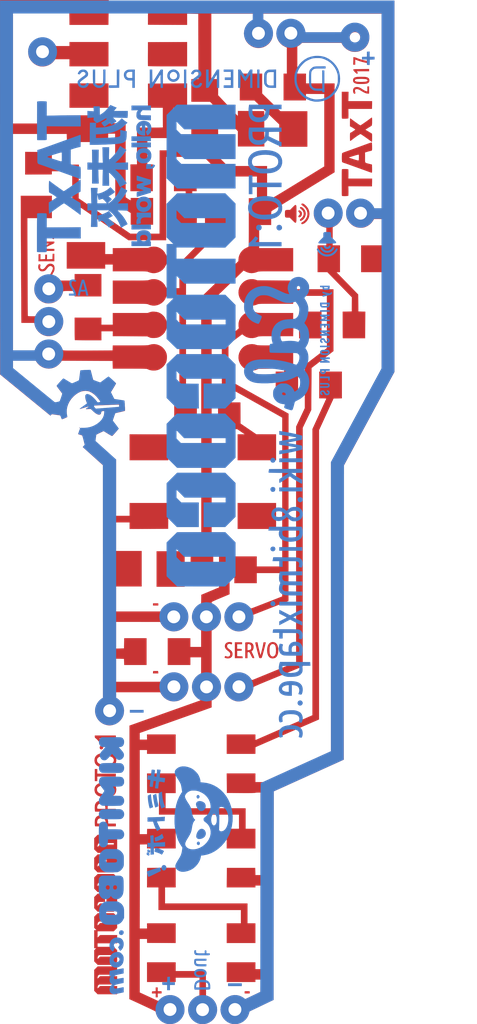
<source format=kicad_pcb>
(kicad_pcb (version 4) (host pcbnew 4.0.2+dfsg1-stable)
  (layers (0 F.Cu signal) (31 B.Cu signal hide) (34 B.Paste user) (35 F.Paste user) (36 B.SilkS user) (37 F.SilkS user) (38 B.Mask user) (39 F.Mask user) (44 Edge.Cuts user hide))
  (net 0 "")
  (module 1_MotoCoco:MC1_Back_mask (layer F.Cu) (at 34.29 57.15)
    (fp_text reference G*** hide)
    (fp_text value LOGO hide)
  )
  (module 1_MotoCoco:MC1_Back_copper (layer F.Cu) (at 34.29 57.15)
    (fp_text reference G*** hide)
    (fp_text value LOGO hide)
    (fp_poly (pts (xy -2.025803 37.895802) (xy -1.837081 37.933613) (xy -1.657053 38.003544) (xy -1.490162 38.10456) (xy -1.340849 38.235625) (xy -1.213557 38.395702) (xy -1.112727 38.583756) (xy -1.083531 38.658757) (xy -1.046613 38.803685) (xy -1.028854 38.965187) (xy -1.030639 39.127543) (xy -1.052353 39.275028) (xy -1.067146 39.327667) (xy -1.15765 39.538979) (xy -1.278066 39.722093) (xy -1.425841 39.874971) (xy -1.598426 39.995578) (xy -1.793269 40.081877) (xy -2.00782 40.131832) (xy -2.084917 40.140184) (xy -2.182668 40.142287) (xy -2.289206 40.136521) (xy -2.338915 40.130572) (xy -2.453341 40.101767) (xy -2.583811 40.051341) (xy -2.715344 39.98647) (xy -2.832958 39.914333) (xy -2.901725 39.860936) (xy -3.042566 39.708023) (xy -3.15317 39.529199) (xy -3.230344 39.331119) (xy -3.270899 39.120438) (xy -3.273856 39.084823) (xy -3.273555 39.073078) (xy -2.567151 39.073078) (xy -2.527009 39.198998) (xy -2.490774 39.262386) (xy -2.411283 39.346458) (xy -2.30804 39.403462) (xy -2.191757 39.430913) (xy -2.073147 39.426327) (xy -1.962922 39.387218) (xy -1.959929 39.385527) (xy -1.893349 39.337724) (xy -1.828491 39.276385) (xy -1.812715 39.258088) (xy -1.758548 39.159084) (xy -1.735873 39.043241) (xy -1.745522 38.922904) (xy -1.783219 38.819667) (xy -1.860661 38.714851) (xy -1.95925 38.642342) (xy -2.071544 38.603224) (xy -2.190103 38.598582) (xy -2.307484 38.6295) (xy -2.416246 38.697063) (xy -2.444715 38.723267) (xy -2.525626 38.83079) (xy -2.566564 38.948868) (xy -2.567151 39.073078) (xy -3.273555 39.073078) (xy -3.268311 38.868855) (xy -3.222225 38.664434) (xy -3.136198 38.473121) (xy -3.010827 38.296481) (xy -2.944356 38.22481) (xy -2.778793 38.086481) (xy -2.599714 37.985451) (xy -2.411561 37.920685) (xy -2.218777 37.891148) (xy -2.025803 37.895802)) (layer B.Cu) (width 0.01))
    (fp_poly (pts (xy 0.5477 37.901444) (xy 0.744224 37.948299) (xy 0.927576 38.02877) (xy 1.093518 38.139953) (xy 1.237818 38.278941) (xy 1.356239 38.442831) (xy 1.444546 38.628717) (xy 1.498504 38.833695) (xy 1.502581 38.860224) (xy 1.512412 39.070151) (xy 1.483815 39.271243) (xy 1.420359 39.460001) (xy 1.325613 39.632924) (xy 1.203146 39.78651) (xy 1.056526 39.917259) (xy 0.889322 40.021669) (xy 0.705103 40.096239) (xy 0.507437 40.137469) (xy 0.299893 40.141856) (xy 0.206941 40.131303) (xy 0.00687 40.079659) (xy -0.177518 39.991905) (xy -0.342376 39.872577) (xy -0.483856 39.726211) (xy -0.598111 39.557341) (xy -0.681293 39.370504) (xy -0.729554 39.170235) (xy -0.740521 39.014416) (xy -0.740434 39.013548) (xy -0.033216 39.013548) (xy -0.020457 39.118641) (xy 0.027749 39.226339) (xy 0.041851 39.249414) (xy 0.122395 39.339358) (xy 0.226367 39.400907) (xy 0.343659 39.431292) (xy 0.464162 39.427744) (xy 0.567051 39.393226) (xy 0.672013 39.318884) (xy 0.746975 39.223658) (xy 0.791398 39.114969) (xy 0.804741 39.00024) (xy 0.786462 38.886892) (xy 0.736022 38.782347) (xy 0.652877 38.694026) (xy 0.619716 38.670681) (xy 0.504614 38.614116) (xy 0.392891 38.595931) (xy 0.274034 38.614516) (xy 0.266761 38.61667) (xy 0.147229 38.673461) (xy 0.055058 38.761305) (xy -0.005834 38.876263) (xy -0.012613 38.897598) (xy -0.033216 39.013548) (xy -0.740434 39.013548) (xy -0.719603 38.806343) (xy -0.660432 38.6084) (xy -0.566732 38.425262) (xy -0.442231 38.261599) (xy -0.290653 38.122085) (xy -0.115725 38.011391) (xy 0.078827 37.934189) (xy 0.132074 37.920201) (xy 0.342239 37.89111) (xy 0.5477 37.901444)) (layer B.Cu) (width 0.01))
    (fp_poly (pts (xy 15.3035 -10.502354) (xy 13.340292 -6.875719) (xy 11.377083 -3.249083) (xy 11.355917 19.608395) (xy 8.636 20.838254) (xy 5.916083 22.068114) (xy 5.910764 30.164067) (xy 5.905445 38.260019) (xy 4.970783 38.70733) (xy 4.03612 39.154641) (xy 3.991069 39.309945) (xy 3.926584 39.489333) (xy 3.8425 39.641507) (xy 3.731024 39.779906) (xy 3.699893 39.812) (xy 3.535773 39.947075) (xy 3.349932 40.048735) (xy 3.148954 40.114821) (xy 2.939427 40.143175) (xy 2.727937 40.131637) (xy 2.725774 40.131303) (xy 2.525703 40.079659) (xy 2.341315 39.991905) (xy 2.176457 39.872577) (xy 2.034977 39.726211) (xy 1.920722 39.557341) (xy 1.837541 39.370504) (xy 1.789279 39.170235) (xy 1.782438 39.073025) (xy 2.489854 39.073025) (xy 2.530187 39.198231) (xy 2.570175 39.266695) (xy 2.650031 39.348472) (xy 2.753968 39.40407) (xy 2.870814 39.430746) (xy 2.989397 39.425761) (xy 3.085885 39.393226) (xy 3.194477 39.316182) (xy 3.271631 39.216535) (xy 3.315001 39.101466) (xy 3.322238 38.978155) (xy 3.290998 38.853783) (xy 3.273965 38.817704) (xy 3.197803 38.714016) (xy 3.100146 38.642243) (xy 2.988489 38.603449) (xy 2.870324 38.598701) (xy 2.753147 38.629063) (xy 2.644451 38.695599) (xy 2.613526 38.723859) (xy 2.531844 38.831827) (xy 2.490513 38.949553) (xy 2.489854 39.073025) (xy 1.782438 39.073025) (xy 1.778313 39.014416) (xy 1.799246 38.807222) (xy 1.858429 38.609764) (xy 1.952071 38.426795) (xy 2.076382 38.263067) (xy 2.227572 38.123333) (xy 2.401852 38.012345) (xy 2.595431 37.934856) (xy 2.650908 37.920201) (xy 2.867208 37.889799) (xy 3.078583 37.901243) (xy 3.283355 37.954171) (xy 3.479844 38.048221) (xy 3.591555 38.123112) (xy 3.701193 38.204959) (xy 4.878917 37.640991) (xy 4.884236 29.543981) (xy 4.884734 28.822747) (xy 4.885256 28.142779) (xy 4.885807 27.503008) (xy 4.88639 26.902368) (xy 4.887009 26.339789) (xy 4.88767 25.814205) (xy 4.888375 25.324547) (xy 4.88913 24.869748) (xy 4.889938 24.44874) (xy 4.890804 24.060454) (xy 4.891731 23.703824) (xy 4.892724 23.377782) (xy 4.893787 23.081259) (xy 4.894924 22.813188) (xy 4.89614 22.572502) (xy 4.897438 22.358131) (xy 4.898823 22.169009) (xy 4.900299 22.004067) (xy 4.90187 21.862239) (xy 4.903541 21.742455) (xy 4.905314 21.643649) (xy 4.907196 21.564752) (xy 4.909189 21.504696) (xy 4.911298 21.462415) (xy 4.913528 21.436839) (xy 4.915881 21.426902) (xy 4.915986 21.426809) (xy 4.938081 21.415858) (xy 4.996562 21.388508) (xy 5.089221 21.345762) (xy 5.213852 21.288623) (xy 5.368248 21.218094) (xy 5.550205 21.135177) (xy 5.757514 21.040876) (xy 5.98797 20.936195) (xy 6.239366 20.822135) (xy 6.509496 20.699701) (xy 6.796154 20.569894) (xy 7.097134 20.433719) (xy 7.410229 20.292178) (xy 7.657 20.180698) (xy 10.371584 18.95475) (xy 10.371625 7.730851) (xy 10.371667 -3.493048) (xy 14.308667 -10.76829) (xy 14.308667 -22.394333) (xy 14.015123 -22.394334) (xy 13.72158 -22.394334) (xy 13.639788 -22.254477) (xy 13.515123 -22.082227) (xy 13.360631 -21.938829) (xy 13.179255 -21.826329) (xy 12.973935 -21.746775) (xy 12.875506 -21.722474) (xy 12.671812 -21.700991) (xy 12.471606 -21.718963) (xy 12.279448 -21.773526) (xy 12.099894 -21.861817) (xy 11.937501 -21.98097) (xy 11.796828 -22.128121) (xy 11.682432 -22.300407) (xy 11.598871 -22.494963) (xy 11.587517 -22.531917) (xy 11.551556 -22.729197) (xy 11.552618 -22.828087) (xy 12.2555 -22.828087) (xy 12.273822 -22.716075) (xy 12.323655 -22.607753) (xy 12.397297 -22.514912) (xy 12.487047 -22.449342) (xy 12.5095 -22.439222) (xy 12.598832 -22.419514) (xy 12.705225 -22.418546) (xy 12.808313 -22.435275) (xy 12.86895 -22.457638) (xy 12.971228 -22.52993) (xy 13.041278 -22.621077) (xy 13.08068 -22.72449) (xy 13.091015 -22.833582) (xy 13.073863 -22.941764) (xy 13.030805 -23.042446) (xy 12.96342 -23.129041) (xy 12.873289 -23.194959) (xy 12.761993 -23.233613) (xy 12.681054 -23.241) (xy 12.567518 -23.231241) (xy 12.476518 -23.197905) (xy 12.392039 -23.134906) (xy 12.385268 -23.128577) (xy 12.304993 -23.029169) (xy 12.263385 -22.916482) (xy 12.2555 -22.828087) (xy 11.552618 -22.828087) (xy 11.553721 -22.930682) (xy 11.591654 -23.129616) (xy 11.662999 -23.319243) (xy 11.765402 -23.492805) (xy 11.896504 -23.643545) (xy 12.006528 -23.73358) (xy 12.203597 -23.848604) (xy 12.406948 -23.922812) (xy 12.613999 -23.955964) (xy 12.822168 -23.94782) (xy 13.028874 -23.89814) (xy 13.165667 -23.8413) (xy 13.305936 -23.756435) (xy 13.441323 -23.644918) (xy 13.561141 -23.5173) (xy 13.654702 -23.384132) (xy 13.68285 -23.33068) (xy 13.74495 -23.198667) (xy 14.308667 -23.198667) (xy 14.308667 -38.332833) (xy 5.101167 -38.332833) (xy 5.101167 -38.101154) (xy 5.101166 -37.869475) (xy 5.254625 -37.78909) (xy 5.433983 -37.671808) (xy 5.586633 -37.523653) (xy 5.709107 -37.349134) (xy 5.797932 -37.152765) (xy 5.830376 -37.040547) (xy 5.859055 -36.829829) (xy 5.846762 -36.621554) (xy 5.79481 -36.420205) (xy 5.704511 -36.230263) (xy 5.577176 -36.05621) (xy 5.526287 -36.002056) (xy 5.358685 -35.862137) (xy 5.175851 -35.759601) (xy 4.982405 -35.694445) (xy 4.78297 -35.666661) (xy 4.582165 -35.676244) (xy 4.384611 -35.72319) (xy 4.194931 -35.807492) (xy 4.017744 -35.929146) (xy 3.935322 -36.003935) (xy 3.79588 -36.170431) (xy 3.693785 -36.353765) (xy 3.629757 -36.549547) (xy 3.6055 -36.745457) (xy 4.320904 -36.745457) (xy 4.344031 -36.637374) (xy 4.365973 -36.588574) (xy 4.435646 -36.495717) (xy 4.527352 -36.429404) (xy 4.604974 -36.395917) (xy 4.676092 -36.373449) (xy 4.731097 -36.367133) (xy 4.791864 -36.376192) (xy 4.836583 -36.387697) (xy 4.959933 -36.440746) (xy 5.053255 -36.522406) (xy 5.114086 -36.629161) (xy 5.139963 -36.757493) (xy 5.139605 -36.820454) (xy 5.112688 -36.952865) (xy 5.053196 -37.061554) (xy 4.965673 -37.143153) (xy 4.854662 -37.194296) (xy 4.724708 -37.211615) (xy 4.624976 -37.201825) (xy 4.551336 -37.172412) (xy 4.472151 -37.116809) (xy 4.400949 -37.046617) (xy 4.351256 -36.973439) (xy 4.346514 -36.962972) (xy 4.321402 -36.860335) (xy 4.320904 -36.745457) (xy 3.6055 -36.745457) (xy 3.604517 -36.753389) (xy 3.618784 -36.960903) (xy 3.673278 -37.1677) (xy 3.724683 -37.287783) (xy 3.835866 -37.469453) (xy 3.976227 -37.62645) (xy 4.1395 -37.751941) (xy 4.163411 -37.766362) (xy 4.28625 -37.838095) (xy 4.292213 -38.085464) (xy 4.298177 -38.332833) (xy -14.372167 -38.332833) (xy -14.372167 -12.170833) (xy -12.686623 -12.170833) (xy -12.637002 -12.292542) (xy -12.534434 -12.492834) (xy -12.403621 -12.663717) (xy -12.247776 -12.803111) (xy -12.070111 -12.908938) (xy -11.873839 -12.979119) (xy -11.662173 -13.011576) (xy -11.52525 -13.011876) (xy -11.321991 -12.98608) (xy -11.142004 -12.930139) (xy -10.976203 -12.841205) (xy -10.97205 -12.838461) (xy -10.798617 -12.69945) (xy -10.659027 -12.536332) (xy -10.554938 -12.351912) (xy -10.488009 -12.148996) (xy -10.462395 -11.976062) (xy -10.466705 -11.760363) (xy -10.510016 -11.555268) (xy -10.589511 -11.364794) (xy -10.702373 -11.192962) (xy -10.845785 -11.043792) (xy -11.016928 -10.921303) (xy -11.212987 -10.829514) (xy -11.281833 -10.806895) (xy -11.412269 -10.78136) (xy -11.56455 -10.772004) (xy -11.721491 -10.778613) (xy -11.865906 -10.800969) (xy -11.91836 -10.8149) (xy -12.076461 -10.880756) (xy -12.231986 -10.976381) (xy -12.373787 -11.09314) (xy -12.490715 -11.222395) (xy -12.541584 -11.297708) (xy -12.582128 -11.3665) (xy -14.372167 -11.3665) (xy -14.372167 -10.797952) (xy -12.758208 -9.477731) (xy -12.530652 -9.291647) (xy -12.312109 -9.113045) (xy -12.104836 -8.943764) (xy -11.911093 -8.785643) (xy -11.733137 -8.640523) (xy -11.573227 -8.510242) (xy -11.433621 -8.396639) (xy -11.316578 -8.301555) (xy -11.224356 -8.226829) (xy -11.159214 -8.174299) (xy -11.123409 -8.145807) (xy -11.117162 -8.141116) (xy -11.083724 -8.13757) (xy -11.022308 -8.143665) (xy -10.945455 -8.156777) (xy -10.865705 -8.174283) (xy -10.795599 -8.193562) (xy -10.747677 -8.21199) (xy -10.73517 -8.221007) (xy -10.715819 -8.257532) (xy -10.688952 -8.322393) (xy -10.657482 -8.406804) (xy -10.62432 -8.501978) (xy -10.592378 -8.599131) (xy -10.564566 -8.689475) (xy -10.543797 -8.764226) (xy -10.532982 -8.814597) (xy -10.533051 -8.830934) (xy -10.551248 -8.856386) (xy -10.590583 -8.908896) (xy -10.64622 -8.982091) (xy -10.713327 -9.069599) (xy -10.757081 -9.126315) (xy -10.827466 -9.218831) (xy -10.887606 -9.300698) (xy -10.933084 -9.365678) (xy -10.959484 -9.40753) (xy -10.964333 -9.419119) (xy -10.950691 -9.442984) (xy -10.913528 -9.490859) (xy -10.858493 -9.556508) (xy -10.791234 -9.633699) (xy -10.717397 -9.716197) (xy -10.642631 -9.797768) (xy -10.572584 -9.872179) (xy -10.512904 -9.933195) (xy -10.469237 -9.974583) (xy -10.447233 -9.990108) (xy -10.447028 -9.990112) (xy -10.422408 -9.979263) (xy -10.368333 -9.949561) (xy -10.291179 -9.904697) (xy -10.197322 -9.84836) (xy -10.117886 -9.799612) (xy -10.014638 -9.736836) (xy -9.922186 -9.682812) (xy -9.847173 -9.64125) (xy -9.796243 -9.615862) (xy -9.777792 -9.609667) (xy -9.746723 -9.61805) (xy -9.686758 -9.640475) (xy -9.607257 -9.672858) (xy -9.517581 -9.711113) (xy -9.427089 -9.751156) (xy -9.345142 -9.788903) (xy -9.2811 -9.820267) (xy -9.244322 -9.841165) (xy -9.24071 -9.844055) (xy -9.231797 -9.870276) (xy -9.21925 -9.931401) (xy -9.204287 -10.020278) (xy -9.188123 -10.129758) (xy -9.17419 -10.234939) (xy -9.15852 -10.35563) (xy -9.143898 -10.461158) (xy -9.131361 -10.544588) (xy -9.121942 -10.598985) (xy -9.117079 -10.61731) (xy -9.093564 -10.621626) (xy -9.036051 -10.626825) (xy -8.952857 -10.632517) (xy -8.852298 -10.638313) (xy -8.742692 -10.643823) (xy -8.632353 -10.648657) (xy -8.529599 -10.652424) (xy -8.442746 -10.654736) (xy -8.380112 -10.655202) (xy -8.350011 -10.653432) (xy -8.34955 -10.653292) (xy -8.337805 -10.631323) (xy -8.318296 -10.574708) (xy -8.292981 -10.490005) (xy -8.26382 -10.383769) (xy -8.232772 -10.262556) (xy -8.232632 -10.261988) (xy -8.137581 -9.878148) (xy -7.575583 -9.670086) (xy -7.262227 -9.90446) (xy -7.162251 -9.978639) (xy -7.073776 -10.043155) (xy -7.002398 -10.094018) (xy -6.953714 -10.127239) (xy -6.933425 -10.138834) (xy -6.913508 -10.125306) (xy -6.867598 -10.087726) (xy -6.800954 -10.030597) (xy -6.718834 -9.958421) (xy -6.632981 -9.88156) (xy -6.521465 -9.779152) (xy -6.440826 -9.700899) (xy -6.388902 -9.644493) (xy -6.36353 -9.607621) (xy -6.360833 -9.5908) (xy -6.375717 -9.562369) (xy -6.408922 -9.50453) (xy -6.456548 -9.423905) (xy -6.51469 -9.327116) (xy -6.565905 -9.242902) (xy -6.758126 -8.92849) (xy -6.622855 -8.660537) (xy -6.487583 -8.392583) (xy -6.099408 -8.336019) (xy -5.97635 -8.317716) (xy -5.868445 -8.300959) (xy -5.782403 -8.286849) (xy -5.724934 -8.276485) (xy -5.702778 -8.271) (xy -5.69665 -8.245607) (xy -5.689971 -8.186408) (xy -5.68314 -8.101714) (xy -5.676557 -7.999836) (xy -5.670621 -7.889083) (xy -5.665731 -7.777767) (xy -5.662287 -7.674197) (xy -5.660687 -7.586685) (xy -5.66133 -7.523541) (xy -5.664617 -7.493076) (xy -5.665352 -7.491848) (xy -5.691394 -7.481184) (xy -5.751587 -7.463565) (xy -5.838685 -7.4409) (xy -5.945446 -7.415094) (xy -6.032963 -7.395072) (xy -6.150135 -7.367871) (xy -6.253478 -7.341967) (xy -6.3356 -7.319366) (xy -6.38911 -7.302072) (xy -6.405873 -7.293935) (xy -6.421041 -7.2661) (xy -6.445744 -7.206031) (xy -6.476862 -7.121891) (xy -6.511275 -7.021845) (xy -6.5201 -6.995081) (xy -6.610204 -6.719412) (xy -6.374344 -6.412998) (xy -6.299637 -6.31487) (xy -6.235248 -6.228241) (xy -6.185159 -6.158635) (xy -6.153351 -6.111582) (xy -6.1437 -6.09278) (xy -6.158919 -6.073319) (xy -6.197936 -6.027827) (xy -6.256092 -5.961614) (xy -6.328726 -5.879992) (xy -6.400182 -5.800455) (xy -6.499621 -5.692035) (xy -6.575255 -5.613948) (xy -6.629882 -5.563598) (xy -6.666299 -5.538387) (xy -6.685932 -5.535087) (xy -6.715088 -5.550371) (xy -6.773114 -5.583996) (xy -6.853022 -5.631802) (xy -6.947822 -5.68963) (xy -7.008083 -5.72687) (xy -7.107054 -5.78753) (xy -7.19407 -5.839361) (xy -7.262545 -5.878558) (xy -7.305892 -5.901316) (xy -7.317254 -5.9055) (xy -7.346141 -5.896513) (xy -7.403525 -5.872325) (xy -7.480874 -5.8371) (xy -7.569652 -5.795001) (xy -7.661326 -5.75019) (xy -7.747362 -5.70683) (xy -7.819226 -5.669083) (xy -7.868384 -5.641114) (xy -7.885973 -5.628085) (xy -7.89411 -5.599129) (xy -7.905659 -5.53763) (xy -7.918984 -5.453075) (xy -7.930497 -5.370063) (xy -7.943443 -5.265063) (xy -7.949761 -5.194247) (xy -7.949489 -5.149992) (xy -7.942668 -5.124678) (xy -7.931837 -5.112424) (xy -7.910643 -5.094306) (xy -7.861122 -5.050697) (xy -7.78643 -4.984414) (xy -7.689722 -4.898268) (xy -7.574151 -4.795075) (xy -7.442873 -4.677648) (xy -7.299041 -4.548802) (xy -7.145811 -4.41135) (xy -7.126195 -4.39374) (xy -6.35 -3.696897) (xy -6.35 14.811531) (xy -6.281208 14.839843) (xy -6.236317 14.867163) (xy -6.17296 14.916963) (xy -6.101532 14.980753) (xy -6.06425 15.017036) (xy -5.923973 15.181896) (xy -5.82373 15.356211) (xy -5.761474 15.544843) (xy -5.735155 15.752656) (xy -5.733988 15.800917) (xy -5.749326 16.016234) (xy -5.800118 16.210471) (xy -5.888352 16.38847) (xy -6.016013 16.555072) (xy -6.063993 16.60525) (xy -6.222844 16.742236) (xy -6.388555 16.840179) (xy -6.568072 16.901941) (xy -6.768343 16.930384) (xy -6.85945 16.933082) (xy -7.077004 16.914114) (xy -7.278008 16.856303) (xy -7.463481 16.759223) (xy -7.634443 16.622453) (xy -7.655143 16.602246) (xy -7.788265 16.44042) (xy -7.88786 16.256688) (xy -7.952133 16.057165) (xy -7.97929 15.847965) (xy -7.978174 15.827743) (xy -7.274066 15.827743) (xy -7.252602 15.942171) (xy -7.201196 16.043235) (xy -7.125689 16.126776) (xy -7.031924 16.188637) (xy -6.92574 16.22466) (xy -6.812979 16.230687) (xy -6.699483 16.202561) (xy -6.620758 16.158947) (xy -6.555787 16.100483) (xy -6.498328 16.028197) (xy -6.483917 16.003962) (xy -6.44247 15.885717) (xy -6.438333 15.76833) (xy -6.466854 15.657482) (xy -6.52338 15.558855) (xy -6.603259 15.478129) (xy -6.701838 15.420987) (xy -6.814465 15.393109) (xy -6.936487 15.400176) (xy -6.97113 15.409018) (xy -7.064149 15.454919) (xy -7.151915 15.529304) (xy -7.22197 15.619438) (xy -7.259747 15.704109) (xy -7.274066 15.827743) (xy -7.978174 15.827743) (xy -7.967538 15.635203) (xy -7.956741 15.574417) (xy -7.908029 15.417051) (xy -7.829847 15.258818) (xy -7.729279 15.109807) (xy -7.613409 14.980108) (xy -7.489321 14.879809) (xy -7.453962 14.858308) (xy -7.366 14.808871) (xy -7.367186 5.769311) (xy -7.368372 -3.27025) (xy -8.148805 -3.967657) (xy -8.929237 -4.665064) (xy -8.890736 -4.719074) (xy -8.846662 -4.773325) (xy -8.807693 -4.813338) (xy -8.778782 -4.852222) (xy -8.781533 -4.876838) (xy -8.792539 -4.90454) (xy -8.810965 -4.9659) (xy -8.834717 -5.053325) (xy -8.861698 -5.159222) (xy -8.878492 -5.228167) (xy -8.907137 -5.341604) (xy -8.935042 -5.441107) (xy -8.959854 -5.519053) (xy -8.979216 -5.567819) (xy -8.987162 -5.579843) (xy -9.023142 -5.596648) (xy -9.085794 -5.616185) (xy -9.146059 -5.63077) (xy -9.214851 -5.64856) (xy -9.26479 -5.667461) (xy -9.28336 -5.681261) (xy -9.27982 -5.70942) (xy -9.263724 -5.768058) (xy -9.237768 -5.848162) (xy -9.209871 -5.926667) (xy -9.127886 -6.148917) (xy -8.876652 -6.149994) (xy -8.596877 -6.168135) (xy -8.338161 -6.22106) (xy -8.095392 -6.310278) (xy -7.863457 -6.437299) (xy -7.830456 -6.458922) (xy -7.636346 -6.608116) (xy -7.482143 -6.769141) (xy -7.368147 -6.941514) (xy -7.294656 -7.124754) (xy -7.261971 -7.318377) (xy -7.260167 -7.377625) (xy -7.264022 -7.433621) (xy -7.28097 -7.46442) (xy -7.319087 -7.473992) (xy -7.386447 -7.466311) (xy -7.425391 -7.458897) (xy -7.469491 -7.443838) (xy -7.492456 -7.4126) (xy -7.503971 -7.363707) (xy -7.534136 -7.269857) (xy -7.585909 -7.211169) (xy -7.657729 -7.187373) (xy -7.748034 -7.1982) (xy -7.855263 -7.24338) (xy -7.977856 -7.322644) (xy -8.114251 -7.435723) (xy -8.157969 -7.476527) (xy -8.328859 -7.63997) (xy -8.51418 -7.626815) (xy -8.596691 -7.622083) (xy -8.6603 -7.620576) (xy -8.695481 -7.622421) (xy -8.6995 -7.624347) (xy -8.683443 -7.640699) (xy -8.640941 -7.674286) (xy -8.5805 -7.718453) (xy -8.567278 -7.727782) (xy -8.497596 -7.780145) (xy -8.46534 -7.813262) (xy -8.470327 -7.827323) (xy -8.470381 -7.827334) (xy -8.501662 -7.823385) (xy -8.565542 -7.808109) (xy -8.654459 -7.78356) (xy -8.760849 -7.751792) (xy -8.839085 -7.727188) (xy -8.950465 -7.691995) (xy -9.046917 -7.662542) (xy -9.121636 -7.640823) (xy -9.167816 -7.628836) (xy -9.179569 -7.627347) (xy -9.165215 -7.641766) (xy -9.118349 -7.678539) (xy -9.041295 -7.735962) (xy -8.936376 -7.812331) (xy -8.902773 -7.836443) (xy -8.0645 -7.836443) (xy -8.05085 -7.79147) (xy -8.016914 -7.736584) (xy -7.973216 -7.684834) (xy -7.930279 -7.649269) (xy -7.90689 -7.64099) (xy -7.881488 -7.642549) (xy -7.818565 -7.647069) (xy -7.7228 -7.654196) (xy -7.598875 -7.663574) (xy -7.45147 -7.67485) (xy -7.285268 -7.687668) (xy -7.104947 -7.701673) (xy -7.059083 -7.70525) (xy -6.8737 -7.719857) (xy -6.699318 -7.733858) (xy -6.540972 -7.746828) (xy -6.403696 -7.758344) (xy -6.292525 -7.767984) (xy -6.212493 -7.775323) (xy -6.168634 -7.779937) (xy -6.164664 -7.780494) (xy -6.122602 -7.789604) (xy -6.103355 -7.807867) (xy -6.099378 -7.848016) (xy -6.101164 -7.887618) (xy -6.106583 -7.983936) (xy -6.31825 -7.971444) (xy -6.394171 -7.967517) (xy -6.504884 -7.962547) (xy -6.642868 -7.956833) (xy -6.800603 -7.950677) (xy -6.970568 -7.944377) (xy -7.145243 -7.938234) (xy -7.186083 -7.936848) (xy -7.354431 -7.930933) (xy -7.514154 -7.924865) (xy -7.658954 -7.918916) (xy -7.78253 -7.913361) (xy -7.878584 -7.908475) (xy -7.940815 -7.904532) (xy -7.953375 -7.903432) (xy -8.01819 -7.895052) (xy -8.051275 -7.882819) (xy -8.063157 -7.860387) (xy -8.0645 -7.836443) (xy -8.902773 -7.836443) (xy -8.805915 -7.905943) (xy -8.652234 -8.015096) (xy -8.610748 -8.044408) (xy -8.610715 -8.067873) (xy -8.625201 -8.119965) (xy -8.65127 -8.190745) (xy -8.660744 -8.213741) (xy -8.714366 -8.372688) (xy -8.737218 -8.523164) (xy -8.741301 -8.603632) (xy -8.738573 -8.654813) (xy -8.726148 -8.689567) (xy -8.701138 -8.720757) (xy -8.690417 -8.731674) (xy -8.644608 -8.769381) (xy -8.599488 -8.779545) (xy -8.555452 -8.774127) (xy -8.486885 -8.755326) (xy -8.408902 -8.725385) (xy -8.383902 -8.713783) (xy -8.312373 -8.669033) (xy -8.223229 -8.599122) (xy -8.125158 -8.512058) (xy -8.026852 -8.415846) (xy -7.937001 -8.318494) (xy -7.881258 -8.250679) (xy -7.785326 -8.126007) (xy -7.686788 -8.14006) (xy -7.624174 -8.15191) (xy -7.579505 -8.165665) (xy -7.569528 -8.171421) (xy -7.570476 -8.197765) (xy -7.596603 -8.248884) (xy -7.643656 -8.319128) (xy -7.707379 -8.402844) (xy -7.783519 -8.494382) (xy -7.867823 -8.588089) (xy -7.936751 -8.659291) (xy -8.033514 -8.751844) (xy -8.1171 -8.821195) (xy -8.200771 -8.877204) (xy -8.297787 -8.92973) (xy -8.305972 -8.933805) (xy -8.396984 -8.977494) (xy -8.466792 -9.005302) (xy -8.531493 -9.021374) (xy -8.60718 -9.029851) (xy -8.696587 -9.034357) (xy -8.806816 -9.036543) (xy -8.891027 -9.031731) (xy -8.965211 -9.018147) (xy -9.038167 -8.996438) (xy -9.258969 -8.901305) (xy -9.469016 -8.769317) (xy -9.662555 -8.605657) (xy -9.833832 -8.415508) (xy -9.977096 -8.20405) (xy -10.031892 -8.101286) (xy -10.126359 -7.868166) (xy -10.182131 -7.635603) (xy -10.198617 -7.40746) (xy -10.175227 -7.187601) (xy -10.173008 -7.17693) (xy -10.157876 -7.101073) (xy -10.148275 -7.043258) (xy -10.14592 -7.014101) (xy -10.146438 -7.012673) (xy -10.17541 -6.993812) (xy -10.230472 -6.965414) (xy -10.301827 -6.931768) (xy -10.379681 -6.897161) (xy -10.45424 -6.865884) (xy -10.515707 -6.842225) (xy -10.554289 -6.830472) (xy -10.562199 -6.830629) (xy -10.57646 -6.857947) (xy -10.59958 -6.913044) (xy -10.625257 -6.980504) (xy -10.654998 -7.051294) (xy -10.685211 -7.105926) (xy -10.70792 -7.131389) (xy -10.740432 -7.140323) (xy -10.80645 -7.152724) (xy -10.897428 -7.167173) (xy -11.004822 -7.18225) (xy -11.046537 -7.187645) (xy -11.35099 -7.226102) (xy -11.400379 -7.168683) (xy -11.449769 -7.111264) (xy -15.356417 -10.309088) (xy -15.357588 -11.888044) (xy -12.000311 -11.888044) (xy -11.983095 -11.769778) (xy -11.92981 -11.656615) (xy -11.900015 -11.61695) (xy -11.806901 -11.537436) (xy -11.693473 -11.489551) (xy -11.569575 -11.475219) (xy -11.445054 -11.496363) (xy -11.391949 -11.517717) (xy -11.3025 -11.581786) (xy -11.227778 -11.674415) (xy -11.177509 -11.782128) (xy -11.165541 -11.831433) (xy -11.165578 -11.948462) (xy -11.201179 -12.05969) (xy -11.265901 -12.158564) (xy -11.353301 -12.238536) (xy -11.456935 -12.293053) (xy -11.570361 -12.315567) (xy -11.637698 -12.311444) (xy -11.761251 -12.27244) (xy -11.861928 -12.203613) (xy -11.937089 -12.111947) (xy -11.984096 -12.004429) (xy -12.000311 -11.888044) (xy -15.357588 -11.888044) (xy -15.367 -24.569669) (xy -15.367567 -25.346858) (xy -15.368107 -26.114228) (xy -15.36862 -26.870659) (xy -15.369105 -27.615036) (xy -15.369562 -28.346241) (xy -15.369991 -29.063157) (xy -15.370392 -29.764666) (xy -15.370764 -30.449651) (xy -15.371107 -31.116995) (xy -15.37142 -31.765581) (xy -15.371704 -32.394291) (xy -15.371958 -33.002008) (xy -15.372182 -33.587614) (xy -15.372375 -34.149993) (xy -15.372537 -34.688027) (xy -15.372667 -35.200598) (xy -15.372767 -35.686591) (xy -15.372834 -36.144886) (xy -15.372869 -36.574367) (xy -15.372872 -36.973917) (xy -15.372842 -37.342418) (xy -15.372779 -37.678753) (xy -15.372682 -37.981805) (xy -15.372552 -38.250456) (xy -15.372388 -38.48359) (xy -15.37219 -38.680088) (xy -15.371956 -38.838834) (xy -15.371688 -38.95871) (xy -15.371385 -39.038599) (xy -15.371046 -39.077384) (xy -15.37101 -39.078958) (xy -15.364437 -39.327667) (xy 15.3035 -39.327667) (xy 15.3035 -10.502354)) (layer B.Cu) (width 0.01))
    (fp_poly (pts (xy -5.775879 35.818598) (xy -5.765228 35.835069) (xy -5.760354 35.872557) (xy -5.759987 35.93885) (xy -5.761831 36.009792) (xy -5.767917 36.205583) (xy -6.080097 36.270388) (xy -6.205137 36.297162) (xy -6.29603 36.319121) (xy -6.36032 36.338789) (xy -6.40555 36.358689) (xy -6.439265 36.381344) (xy -6.455805 36.396056) (xy -6.505105 36.464752) (xy -6.519763 36.53712) (xy -6.498901 36.603223) (xy -6.476413 36.629448) (xy -6.45798 36.644296) (xy -6.437017 36.653143) (xy -6.406284 36.655609) (xy -6.358543 36.651313) (xy -6.286553 36.639874) (xy -6.183074 36.620913) (xy -6.132454 36.611365) (xy -6.022037 36.590976) (xy -5.92433 36.573848) (xy -5.847915 36.561419) (xy -5.801376 36.555124) (xy -5.793581 36.554636) (xy -5.775834 36.558705) (xy -5.765182 36.57593) (xy -5.760343 36.614181) (xy -5.760036 36.681326) (xy -5.761831 36.749677) (xy -5.767917 36.944522) (xy -6.057919 37.002597) (xy -6.210757 37.035163) (xy -6.326464 37.065469) (xy -6.409931 37.096377) (xy -6.46605 37.130749) (xy -6.499712 37.171448) (xy -6.515809 37.221336) (xy -6.519333 37.27262) (xy -6.503267 37.336231) (xy -6.467761 37.370816) (xy -6.444107 37.383895) (xy -6.416906 37.390721) (xy -6.378391 37.390773) (xy -6.320793 37.38353) (xy -6.236346 37.368473) (xy -6.134386 37.348492) (xy -6.026361 37.326855) (xy -5.929976 37.307318) (xy -5.854574 37.291791) (xy -5.809497 37.282183) (xy -5.804958 37.281144) (xy -5.783001 37.277625) (xy -5.769104 37.284578) (xy -5.761424 37.309436) (xy -5.75812 37.359638) (xy -5.757347 37.442618) (xy -5.757333 37.473289) (xy -5.757845 37.560262) (xy -5.75922 37.628713) (xy -5.76122 37.669488) (xy -5.762625 37.676861) (xy -5.784032 37.680964) (xy -5.840109 37.692222) (xy -5.924064 37.709257) (xy -6.029102 37.730691) (xy -6.12775 37.750902) (xy -6.264916 37.778984) (xy -6.367474 37.79928) (xy -6.442311 37.812381) (xy -6.496316 37.818878) (xy -6.536377 37.819362) (xy -6.56938 37.814425) (xy -6.602216 37.804658) (xy -6.63186 37.794167) (xy -6.73758 37.737092) (xy -6.810551 37.653347) (xy -6.850259 37.543699) (xy -6.858 37.455458) (xy -6.843297 37.345386) (xy -6.796241 37.243717) (xy -6.717029 37.145526) (xy -6.644221 37.069469) (xy -6.716382 37.014429) (xy -6.795868 36.929043) (xy -6.843349 36.824221) (xy -6.858188 36.70896) (xy -6.839743 36.592253) (xy -6.787378 36.483097) (xy -6.756917 36.443708) (xy -6.738589 36.418397) (xy -6.749877 36.408375) (xy -6.792014 36.406667) (xy -6.859589 36.406667) (xy -6.853503 36.211614) (xy -6.847417 36.016562) (xy -6.339417 35.916636) (xy -6.196517 35.888768) (xy -6.066043 35.863782) (xy -5.954184 35.842825) (xy -5.867129 35.827046) (xy -5.811069 35.817593) (xy -5.793581 35.815355) (xy -5.775879 35.818598)) (layer B.Cu) (width 0.01))
    (fp_poly (pts (xy -2.159 36.8935) (xy -1.778 36.8935) (xy -1.778 37.105167) (xy -2.159 37.105167) (xy -2.159 37.507333) (xy -2.370667 37.507333) (xy -2.370667 37.106815) (xy -2.741083 37.094583) (xy -2.747535 36.994042) (xy -2.753986 36.8935) (xy -2.3722 36.8935) (xy -2.366142 36.687125) (xy -2.360083 36.48075) (xy -2.259542 36.474298) (xy -2.159 36.467847) (xy -2.159 36.8935)) (layer B.Cu) (width 0.01))
    (fp_poly (pts (xy 0.507609 36.704352) (xy 0.666954 36.738503) (xy 0.792232 36.797412) (xy 0.884599 36.882351) (xy 0.945209 36.994592) (xy 0.975216 37.135406) (xy 0.979103 37.223665) (xy 0.979883 37.293286) (xy 0.979809 37.348163) (xy 0.974411 37.390034) (xy 0.959219 37.420639) (xy 0.929765 37.441716) (xy 0.881579 37.455005) (xy 0.810192 37.462243) (xy 0.711134 37.46517) (xy 0.579938 37.465525) (xy 0.412132 37.465046) (xy 0.35881 37.465) (xy -0.232027 37.465) (xy -0.247015 37.406792) (xy -0.262504 37.296477) (xy -0.133006 37.296477) (xy 0.351538 37.29078) (xy 0.836083 37.285083) (xy 0.831363 37.172736) (xy 0.819308 37.075659) (xy 0.789393 37.00167) (xy 0.737193 36.948108) (xy 0.658278 36.912311) (xy 0.548222 36.891617) (xy 0.402597 36.883365) (xy 0.34925 36.882917) (xy 0.197692 36.887528) (xy 0.082535 36.903515) (xy -0.001363 36.934106) (xy -0.059144 36.982527) (xy -0.09595 37.052009) (xy -0.116922 37.145778) (xy -0.12078 37.178015) (xy -0.133006 37.296477) (xy -0.262504 37.296477) (xy -0.264695 37.28088) (xy -0.258442 37.14805) (xy -0.230657 37.020915) (xy -0.183744 36.912091) (xy -0.141865 36.854687) (xy -0.050226 36.784726) (xy 0.072649 36.733659) (xy 0.219301 36.703213) (xy 0.382269 36.695115) (xy 0.507609 36.704352)) (layer B.Cu) (width 0.01))
    (fp_poly (pts (xy 3.429 37.189833) (xy 2.370667 37.189833) (xy 2.370667 36.978167) (xy 3.429 36.978167) (xy 3.429 37.189833)) (layer B.Cu) (width 0.01))
    (fp_poly (pts (xy 0.314411 35.869063) (xy 0.387045 35.875139) (xy 0.443751 35.888146) (xy 0.497697 35.910351) (xy 0.517098 35.920063) (xy 0.614773 35.988747) (xy 0.673681 36.074092) (xy 0.693611 36.175745) (xy 0.691836 36.210569) (xy 0.665579 36.315735) (xy 0.609716 36.396309) (xy 0.522174 36.453683) (xy 0.40088 36.489246) (xy 0.254376 36.504026) (xy 0.162579 36.505251) (xy 0.079616 36.502426) (xy 0.02028 36.496156) (xy 0.010583 36.494046) (xy -0.112832 36.445474) (xy -0.202989 36.375022) (xy -0.257742 36.285018) (xy -0.275009 36.184417) (xy -0.270341 36.158866) (xy -0.124889 36.158866) (xy -0.123013 36.189257) (xy -0.105958 36.252051) (xy -0.06391 36.296821) (xy 0.007419 36.325539) (xy 0.112318 36.340175) (xy 0.211667 36.343101) (xy 0.327482 36.339031) (xy 0.411376 36.325879) (xy 0.465667 36.306092) (xy 0.519181 36.270418) (xy 0.542655 36.225697) (xy 0.546185 36.202946) (xy 0.539503 36.13883) (xy 0.519012 36.103203) (xy 0.457201 36.065582) (xy 0.366453 36.039995) (xy 0.25863 36.027189) (xy 0.145596 36.027914) (xy 0.039214 36.042919) (xy -0.038346 36.068014) (xy -0.093598 36.095672) (xy -0.119228 36.121349) (xy -0.124889 36.158866) (xy -0.270341 36.158866) (xy -0.255797 36.079261) (xy -0.198394 35.992129) (xy -0.103146 35.923526) (xy -0.092027 35.917935) (xy -0.033591 35.893022) (xy 0.025467 35.877814) (xy 0.098511 35.870104) (xy 0.198908 35.867688) (xy 0.212679 35.86765) (xy 0.314411 35.869063)) (layer B.Cu) (width 0.01))
    (fp_poly (pts (xy -6.085417 34.567398) (xy -6.000347 34.608163) (xy -5.915348 34.678138) (xy -5.841504 34.765657) (xy -5.7899 34.859054) (xy -5.779627 34.889224) (xy -5.761318 35.006464) (xy -5.762456 35.142606) (xy -5.781624 35.279718) (xy -5.817405 35.399868) (xy -5.820564 35.407339) (xy -5.89441 35.528039) (xy -5.997195 35.626314) (xy -6.120714 35.698549) (xy -6.256767 35.741133) (xy -6.397149 35.75045) (xy -6.533659 35.722888) (xy -6.535444 35.722245) (xy -6.643277 35.663944) (xy -6.739155 35.576832) (xy -6.799784 35.490265) (xy -6.831939 35.39812) (xy -6.848644 35.280409) (xy -6.849972 35.150952) (xy -6.849895 35.15025) (xy -6.542796 35.15025) (xy -6.53545 35.217265) (xy -6.492875 35.278449) (xy -6.425594 35.327452) (xy -6.357811 35.345399) (xy -6.274556 35.335275) (xy -6.245929 35.327672) (xy -6.15283 35.285152) (xy -6.096018 35.2211) (xy -6.074989 35.134917) (xy -6.074833 35.125674) (xy -6.088524 35.042944) (xy -6.13204 34.988131) (xy -6.209045 34.957131) (xy -6.228667 34.953447) (xy -6.321037 34.953169) (xy -6.403807 34.979071) (xy -6.471803 35.024792) (xy -6.519857 35.083972) (xy -6.542796 35.15025) (xy -6.849895 35.15025) (xy -6.835997 35.023567) (xy -6.80679 34.912074) (xy -6.796605 34.887161) (xy -6.717012 34.75892) (xy -6.609331 34.658047) (xy -6.480026 34.587448) (xy -6.335561 34.550029) (xy -6.182397 34.548695) (xy -6.085417 34.567398)) (layer B.Cu) (width 0.01))
    (fp_poly (pts (xy 0.224514 35.073167) (xy 0.677333 35.073167) (xy 0.677333 35.221333) (xy -0.127 35.221333) (xy -0.126676 35.311292) (xy -0.123619 35.371907) (xy -0.111507 35.417707) (xy -0.085183 35.450744) (xy -0.039493 35.47307) (xy 0.03072 35.486738) (xy 0.130609 35.493801) (xy 0.265331 35.49631) (xy 0.338553 35.4965) (xy 0.679889 35.4965) (xy 0.673319 35.575875) (xy 0.66675 35.65525) (xy 0.381 35.657996) (xy 0.265397 35.657993) (xy 0.156035 35.656001) (xy 0.064532 35.65236) (xy 0.00251 35.647408) (xy -0.00183 35.646824) (xy -0.116879 35.61526) (xy -0.199394 35.557564) (xy -0.250144 35.472638) (xy -0.2699 35.359381) (xy -0.266425 35.269444) (xy -0.260636 35.20569) (xy -0.254511 35.157391) (xy -0.242725 35.122415) (xy -0.219954 35.098635) (xy -0.180871 35.083922) (xy -0.120154 35.076146) (xy -0.032475 35.07318) (xy 0.087489 35.072893) (xy 0.224514 35.073167)) (layer B.Cu) (width 0.01))
    (fp_poly (pts (xy -0.166647 34.406326) (xy -0.133339 34.420418) (xy -0.121266 34.448966) (xy -0.12315 34.499338) (xy -0.125326 34.552837) (xy -0.116517 34.591967) (xy -0.091293 34.618949) (xy -0.044223 34.636002) (xy 0.030122 34.645348) (xy 0.137172 34.649205) (xy 0.244928 34.649833) (xy 0.550333 34.649833) (xy 0.550333 34.533417) (xy 0.551399 34.466863) (xy 0.558387 34.432222) (xy 0.57698 34.419075) (xy 0.612862 34.417) (xy 0.613833 34.417) (xy 0.650135 34.418955) (xy 0.66903 34.431766) (xy 0.676201 34.465853) (xy 0.677333 34.531636) (xy 0.677333 34.649833) (xy 0.817181 34.649833) (xy 0.892105 34.651245) (xy 0.932606 34.656862) (xy 0.946542 34.668755) (xy 0.944181 34.683314) (xy 0.932901 34.733936) (xy 0.931333 34.757398) (xy 0.929568 34.770078) (xy 0.920974 34.779783) (xy 0.900602 34.786891) (xy 0.863502 34.791782) (xy 0.804728 34.794833) (xy 0.719328 34.796424) (xy 0.602355 34.796932) (xy 0.44886 34.796736) (xy 0.418042 34.796658) (xy 0.272726 34.795588) (xy 0.139841 34.793303) (xy 0.025791 34.790017) (xy -0.063019 34.785946) (xy -0.120186 34.781306) (xy -0.137583 34.77799) (xy -0.209608 34.730083) (xy -0.251293 34.655979) (xy -0.264583 34.553419) (xy -0.258629 34.467958) (xy -0.238797 34.418959) (xy -0.202133 34.401984) (xy -0.166647 34.406326)) (layer B.Cu) (width 0.01))
    (fp_poly (pts (xy -6.113265 33.435271) (xy -5.998159 33.474108) (xy -5.904309 33.542007) (xy -5.869082 33.580432) (xy -5.800998 33.69463) (xy -5.764236 33.827335) (xy -5.757983 33.9695) (xy -5.781425 34.112076) (xy -5.833749 34.246013) (xy -5.914143 34.362263) (xy -5.941912 34.390733) (xy -5.987283 34.429373) (xy -6.020368 34.449707) (xy -6.028919 34.450446) (xy -6.045192 34.428409) (xy -6.074793 34.379048) (xy -6.11159 34.312634) (xy -6.115029 34.306203) (xy -6.186974 34.171231) (xy -6.130904 34.115161) (xy -6.083106 34.044176) (xy -6.072878 33.972142) (xy -6.096392 33.906864) (xy -6.14982 33.856146) (xy -6.229335 33.827794) (xy -6.27348 33.824412) (xy -6.37343 33.83937) (xy -6.451951 33.879575) (xy -6.504949 33.938323) (xy -6.528332 34.00891) (xy -6.518005 34.084633) (xy -6.474567 34.153781) (xy -6.455362 34.177276) (xy -6.448072 34.200566) (xy -6.454152 34.233937) (xy -6.475057 34.287674) (xy -6.502245 34.349572) (xy -6.536688 34.421102) (xy -6.567468 34.474492) (xy -6.589027 34.500361) (xy -6.592203 34.501432) (xy -6.621524 34.489107) (xy -6.668104 34.458511) (xy -6.686018 34.444913) (xy -6.769629 34.353394) (xy -6.825515 34.237594) (xy -6.853332 34.10552) (xy -6.852733 33.96518) (xy -6.823373 33.824583) (xy -6.764905 33.691734) (xy -6.721376 33.626389) (xy -6.66715 33.57263) (xy -6.590259 33.517429) (xy -6.535096 33.486307) (xy -6.452168 33.449156) (xy -6.379541 33.429714) (xy -6.295163 33.422938) (xy -6.256661 33.422631) (xy -6.113265 33.435271)) (layer B.Cu) (width 0.01))
    (fp_poly (pts (xy -5.842625 32.876708) (xy -5.785497 32.92019) (xy -5.759232 32.992644) (xy -5.757333 33.024909) (xy -5.774522 33.110377) (xy -5.820071 33.175903) (xy -5.884957 33.216651) (xy -5.960154 33.227788) (xy -6.036639 33.204477) (xy -6.061396 33.187797) (xy -6.106152 33.128089) (xy -6.119057 33.052462) (xy -6.099877 32.973147) (xy -6.066497 32.92112) (xy -6.018338 32.879022) (xy -5.959873 32.863254) (xy -5.930604 32.862212) (xy -5.842625 32.876708)) (layer B.Cu) (width 0.01))
    (fp_poly (pts (xy -6.105268 30.691667) (xy -5.997533 30.755776) (xy -5.916316 30.827679) (xy -5.879919 30.871583) (xy -5.826918 30.946898) (xy -5.787377 31.018747) (xy -5.759418 31.09526) (xy -5.741158 31.184566) (xy -5.730718 31.294795) (xy -5.726216 31.434078) (xy -5.725583 31.538821) (xy -5.725583 31.888559) (xy -5.795022 32.029567) (xy -5.881346 32.167816) (xy -5.989328 32.281286) (xy -6.111647 32.363109) (xy -6.181089 32.391719) (xy -6.244878 32.404797) (xy -6.340867 32.415084) (xy -6.460272 32.422523) (xy -6.594305 32.42706) (xy -6.734182 32.428641) (xy -6.871115 32.427208) (xy -6.996318 32.422708) (xy -7.101006 32.415086) (xy -7.176391 32.404285) (xy -7.199159 32.398111) (xy -7.335452 32.334453) (xy -7.447148 32.246864) (xy -7.541879 32.128391) (xy -7.594577 32.038024) (xy -7.615216 31.996871) (xy -7.630328 31.958517) (xy -7.64094 31.915282) (xy -7.648078 31.859488) (xy -7.652768 31.783453) (xy -7.656038 31.679499) (xy -7.658544 31.559383) (xy -7.658779 31.544545) (xy -7.130659 31.544545) (xy -7.111439 31.607946) (xy -7.098136 31.626625) (xy -7.081488 31.640805) (xy -7.056859 31.651066) (xy -7.01784 31.658025) (xy -6.958022 31.662303) (xy -6.870998 31.664518) (xy -6.750359 31.665289) (xy -6.697506 31.665333) (xy -6.331906 31.665333) (xy -6.28684 31.608041) (xy -6.254088 31.545549) (xy -6.254947 31.496916) (xy -6.267795 31.45464) (xy -6.286745 31.423818) (xy -6.318133 31.402457) (xy -6.368295 31.388567) (xy -6.443567 31.380153) (xy -6.550284 31.375225) (xy -6.649919 31.372722) (xy -6.790946 31.370394) (xy -6.896225 31.370814) (xy -6.972295 31.374721) (xy -7.025694 31.382851) (xy -7.06296 31.395941) (xy -7.090632 31.414728) (xy -7.099937 31.42346) (xy -7.126884 31.476369) (xy -7.130659 31.544545) (xy -7.658779 31.544545) (xy -7.660721 31.422275) (xy -7.660846 31.319428) (xy -7.658292 31.242791) (xy -7.65243 31.184316) (xy -7.642632 31.135953) (xy -7.628271 31.089654) (xy -7.620145 31.067328) (xy -7.556884 30.944278) (xy -7.466082 30.828039) (xy -7.358791 30.730697) (xy -7.255301 30.668348) (xy -7.215878 30.65161) (xy -7.177958 30.639073) (xy -7.134779 30.630128) (xy -7.079577 30.624162) (xy -7.00559 30.620566) (xy -6.906056 30.618727) (xy -6.77421 30.618037) (xy -6.697138 30.617933) (xy -6.250526 30.617583) (xy -6.105268 30.691667)) (layer B.Cu) (width 0.01))
    (fp_poly (pts (xy -6.535312 28.617392) (xy -6.377402 28.61775) (xy -6.252717 28.618676) (xy -6.1567 28.62044) (xy -6.084797 28.623312) (xy -6.032454 28.627562) (xy -5.995116 28.633458) (xy -5.968228 28.641272) (xy -5.947235 28.651273) (xy -5.927582 28.66373) (xy -5.92565 28.66503) (xy -5.876484 28.700959) (xy -5.838645 28.738154) (xy -5.810544 28.782645) (xy -5.790592 28.840462) (xy -5.777201 28.917636) (xy -5.768783 29.020198) (xy -5.763748 29.154177) (xy -5.76106 29.289795) (xy -5.759791 29.498778) (xy -5.763668 29.671272) (xy -5.77323 29.812872) (xy -5.789019 29.92917) (xy -5.811575 30.025762) (xy -5.839788 30.104422) (xy -5.904215 30.218288) (xy -5.989368 30.316508) (xy -6.084433 30.387165) (xy -6.106402 30.398191) (xy -6.210218 30.427843) (xy -6.331352 30.43618) (xy -6.450553 30.423216) (xy -6.530793 30.39788) (xy -6.589415 30.362847) (xy -6.648833 30.31432) (xy -6.698396 30.262658) (xy -6.727452 30.218215) (xy -6.731 30.203209) (xy -6.739353 30.182911) (xy -6.759806 30.195294) (xy -6.785456 30.235214) (xy -6.791654 30.248402) (xy -6.847012 30.324472) (xy -6.932235 30.382981) (xy -7.037695 30.421619) (xy -7.153763 30.438073) (xy -7.270813 30.43003) (xy -7.379217 30.395179) (xy -7.386862 30.391352) (xy -7.490594 30.315799) (xy -7.578681 30.207701) (xy -7.644335 30.075909) (xy -7.65673 30.039385) (xy -7.66868 29.994519) (xy -7.677842 29.943191) (xy -7.684563 29.879363) (xy -7.689189 29.796997) (xy -7.692066 29.690055) (xy -7.693518 29.554375) (xy -7.149966 29.554375) (xy -7.127941 29.617851) (xy -7.086405 29.668502) (xy -7.031611 29.700081) (xy -6.969811 29.706337) (xy -6.907261 29.681025) (xy -6.873875 29.650316) (xy -6.843959 29.588411) (xy -6.837738 29.515185) (xy -6.582833 29.515185) (xy -6.576013 29.595615) (xy -6.551405 29.647012) (xy -6.502786 29.681064) (xy -6.491998 29.685837) (xy -6.415376 29.703505) (xy -6.352258 29.682712) (xy -6.307156 29.63846) (xy -6.272343 29.566588) (xy -6.270757 29.492307) (xy -6.298038 29.425937) (xy -6.349822 29.377799) (xy -6.421748 29.358211) (xy -6.42562 29.358167) (xy -6.505082 29.375948) (xy -6.559213 29.42554) (xy -6.582377 29.501313) (xy -6.582833 29.515185) (xy -6.837738 29.515185) (xy -6.837447 29.511765) (xy -6.853942 29.439126) (xy -6.879167 29.4005) (xy -6.943114 29.363335) (xy -7.016495 29.359516) (xy -7.084016 29.388155) (xy -7.110464 29.413938) (xy -7.146224 29.484321) (xy -7.149966 29.554375) (xy -7.693518 29.554375) (xy -7.693539 29.552499) (xy -7.693954 29.389917) (xy -7.6938 29.22549) (xy -7.692979 29.09778) (xy -7.691086 29.001174) (xy -7.687719 28.930055) (xy -7.682474 28.878808) (xy -7.674947 28.84182) (xy -7.664736 28.813474) (xy -7.651435 28.788155) (xy -7.650606 28.786738) (xy -7.602085 28.723654) (xy -7.542053 28.669011) (xy -7.536351 28.66503) (xy -7.51659 28.652329) (xy -7.495916 28.642111) (xy -7.469772 28.634104) (xy -7.433604 28.628039) (xy -7.382858 28.623647) (xy -7.312978 28.620658) (xy -7.21941 28.618802) (xy -7.097599 28.617809) (xy -6.942991 28.617409) (xy -6.751029 28.617333) (xy -6.731 28.617333) (xy -6.535312 28.617392)) (layer B.Cu) (width 0.01))
    (fp_poly (pts (xy -2.942871 27.996534) (xy -2.929259 28.025283) (xy -2.910064 28.081292) (xy -2.894917 28.132903) (xy -2.862307 28.251723) (xy -3.299112 28.465559) (xy -3.427249 28.527689) (xy -3.545405 28.583853) (xy -3.647372 28.63119) (xy -3.726943 28.666839) (xy -3.77791 28.687939) (xy -3.790714 28.692136) (xy -3.816494 28.696123) (xy -3.835536 28.689156) (xy -3.852105 28.664165) (xy -3.87047 28.614081) (xy -3.894897 28.531836) (xy -3.901586 28.508451) (xy -3.924098 28.422939) (xy -3.938903 28.353198) (xy -3.944166 28.308752) (xy -3.942038 28.298236) (xy -3.907995 28.279481) (xy -3.842357 28.252795) (xy -3.751922 28.220231) (xy -3.643493 28.183841) (xy -3.523869 28.145681) (xy -3.399852 28.107802) (xy -3.278242 28.07226) (xy -3.16584 28.041106) (xy -3.069445 28.016395) (xy -2.99586 28.00018) (xy -2.951885 27.994515) (xy -2.942871 27.996534)) (layer B.Cu) (width 0.01))
    (fp_poly (pts (xy -6.55854 26.553809) (xy -6.442926 26.554877) (xy -6.356341 26.557376) (xy -6.292131 26.561891) (xy -6.243645 26.56901) (xy -6.20423 26.57932) (xy -6.167234 26.593409) (xy -6.144392 26.603485) (xy -6.038424 26.668425) (xy -5.934705 26.761662) (xy -5.845763 26.870425) (xy -5.792878 26.961735) (xy -5.776412 27.000626) (xy -5.764383 27.040296) (xy -5.756105 27.088055) (xy -5.750891 27.151215) (xy -5.748056 27.237088) (xy -5.746912 27.352986) (xy -5.74675 27.453167) (xy -5.74699 27.591834) (xy -5.748259 27.695689) (xy -5.751382 27.772251) (xy -5.757183 27.829039) (xy -5.766487 27.873573) (xy -5.780119 27.913374) (xy -5.798902 27.955961) (xy -5.802799 27.964298) (xy -5.891415 28.106973) (xy -6.009251 28.225062) (xy -6.129382 28.301465) (xy -6.166736 28.318834) (xy -6.202961 28.331851) (xy -6.244857 28.341212) (xy -6.299225 28.347614) (xy -6.372863 28.351756) (xy -6.472572 28.354333) (xy -6.605152 28.356042) (xy -6.6675 28.356627) (xy -6.802938 28.35703) (xy -6.927518 28.355893) (xy -7.033703 28.353404) (xy -7.113955 28.34975) (xy -7.160736 28.34512) (xy -7.164917 28.344224) (xy -7.309806 28.285728) (xy -7.439289 28.190483) (xy -7.548615 28.062709) (xy -7.617139 27.94254) (xy -7.637329 27.897583) (xy -7.651952 27.856734) (xy -7.661904 27.812137) (xy -7.668081 27.755932) (xy -7.671378 27.680262) (xy -7.672691 27.577269) (xy -7.672871 27.478189) (xy -7.148085 27.478189) (xy -7.110502 27.545513) (xy -7.110464 27.545562) (xy -7.066594 27.601333) (xy -6.708297 27.601333) (xy -6.576121 27.600979) (xy -6.479605 27.599448) (xy -6.412081 27.596034) (xy -6.366877 27.590033) (xy -6.337325 27.58074) (xy -6.316755 27.56745) (xy -6.307667 27.559) (xy -6.275618 27.506371) (xy -6.265658 27.458458) (xy -6.270335 27.407336) (xy -6.287108 27.368806) (xy -6.321053 27.341153) (xy -6.377249 27.322661) (xy -6.460774 27.311616) (xy -6.576707 27.306302) (xy -6.719987 27.305) (xy -6.8452 27.305246) (xy -6.935274 27.306635) (xy -6.997403 27.310146) (xy -7.038781 27.316755) (xy -7.066602 27.327439) (xy -7.088061 27.343177) (xy -7.102379 27.356954) (xy -7.145482 27.417773) (xy -7.148085 27.478189) (xy -7.672871 27.478189) (xy -7.672917 27.453167) (xy -7.672631 27.318478) (xy -7.671176 27.218264) (xy -7.667657 27.144666) (xy -7.661177 27.089827) (xy -7.650841 27.045888) (xy -7.635754 27.004992) (xy -7.617139 26.963793) (xy -7.524417 26.810313) (xy -7.40598 26.689256) (xy -7.284732 26.612422) (xy -7.244422 26.593065) (xy -7.208571 26.5785) (xy -7.17052 26.568047) (xy -7.123607 26.561022) (xy -7.061172 26.556745) (xy -6.976554 26.554534) (xy -6.863093 26.553707) (xy -6.714128 26.553583) (xy -6.709833 26.553583) (xy -6.55854 26.553809)) (layer B.Cu) (width 0.01))
    (fp_poly (pts (xy -0.974488 20.140031) (xy -0.779628 20.177669) (xy -0.580933 20.246394) (xy -0.455222 20.306061) (xy -0.349036 20.373836) (xy -0.233928 20.466617) (xy -0.12193 20.573069) (xy -0.025073 20.68186) (xy 0.038353 20.770981) (xy 0.099825 20.887573) (xy 0.151863 21.013919) (xy 0.189946 21.136849) (xy 0.209555 21.243196) (xy 0.21122 21.27461) (xy 0.211667 21.37197) (xy 0.420238 21.385638) (xy 0.7223 21.426209) (xy 1.013787 21.50648) (xy 1.291822 21.624519) (xy 1.553527 21.778399) (xy 1.796023 21.966191) (xy 2.016432 22.185964) (xy 2.211876 22.43579) (xy 2.367243 22.690667) (xy 2.511978 23.004497) (xy 2.620244 23.335824) (xy 2.690849 23.678741) (xy 2.722602 24.027344) (xy 2.71431 24.375727) (xy 2.712204 24.399898) (xy 2.659701 24.770854) (xy 2.571858 25.118787) (xy 2.44828 25.444568) (xy 2.28857 25.749068) (xy 2.092334 26.033158) (xy 1.859176 26.297711) (xy 1.84416 26.312826) (xy 1.593727 26.536656) (xy 1.329912 26.720872) (xy 1.053348 26.865157) (xy 0.764667 26.969194) (xy 0.464502 27.032667) (xy 0.388319 27.042098) (xy 0.258055 27.056009) (xy 0.243409 27.153679) (xy 0.194571 27.346488) (xy 0.108716 27.537785) (xy -0.009195 27.720569) (xy -0.154204 27.887837) (xy -0.32135 28.032587) (xy -0.43147 28.106481) (xy -0.591104 28.188442) (xy -0.76187 28.25137) (xy -0.934909 28.293597) (xy -1.101361 28.313458) (xy -1.252365 28.309285) (xy -1.369487 28.28298) (xy -1.510209 28.217649) (xy -1.619546 28.135216) (xy -1.694413 28.03904) (xy -1.731728 27.932482) (xy -1.73546 27.884201) (xy -1.729113 27.825072) (xy -1.708711 27.755929) (xy -1.671794 27.671511) (xy -1.6159 27.566559) (xy -1.538566 27.435811) (xy -1.485626 27.3504) (xy -1.398819 27.206775) (xy -1.333967 27.084831) (xy -1.286621 26.973158) (xy -1.252331 26.860347) (xy -1.22665 26.734987) (xy -1.214296 26.654523) (xy -1.183809 26.437963) (xy -1.287996 26.284107) (xy -1.415058 26.076312) (xy -1.520743 25.85732) (xy -1.608815 25.617896) (xy -1.683039 25.348806) (xy -1.700868 25.271336) (xy -1.742072 25.063399) (xy -1.771115 24.861061) (xy -1.789313 24.65102) (xy -1.797983 24.419975) (xy -1.799167 24.278167) (xy -1.784524 23.868222) (xy -1.740828 23.483709) (xy -1.668427 23.126008) (xy -1.56767 22.7965) (xy -1.438906 22.496566) (xy -1.426415 22.475086) (xy -0.994817 22.475086) (xy -0.98211 22.540376) (xy -0.9465 22.631091) (xy -0.891703 22.739742) (xy -0.821438 22.858841) (xy -0.753661 22.960796) (xy -0.644055 23.129014) (xy -0.563145 23.282944) (xy -0.506074 23.434115) (xy -0.467988 23.594052) (xy -0.45655 23.666142) (xy -0.421032 23.862768) (xy -0.374169 24.021174) (xy -0.314964 24.144189) (xy -0.264397 24.212144) (xy -0.19524 24.28875) (xy -0.266056 24.370613) (xy -0.326272 24.45996) (xy -0.376362 24.57873) (xy -0.417644 24.73093) (xy -0.451435 24.920566) (xy -0.454894 24.944917) (xy -0.476393 25.072222) (xy -0.505498 25.186908) (xy -0.546096 25.298361) (xy -0.602071 25.415967) (xy -0.677307 25.549111) (xy -0.760617 25.683577) (xy -0.851339 25.832341) (xy -0.915967 25.954607) (xy -0.956045 26.055945) (xy -0.973118 26.141921) (xy -0.968731 26.218104) (xy -0.944429 26.290062) (xy -0.934397 26.309966) (xy -0.854876 26.414901) (xy -0.744689 26.495517) (xy -0.608718 26.550484) (xy -0.451843 26.578471) (xy -0.278945 26.578149) (xy -0.094907 26.548187) (xy -0.076692 26.543667) (xy 0.149842 26.465172) (xy 0.360089 26.351793) (xy 0.549498 26.207791) (xy 0.713519 26.037429) (xy 0.847601 25.844967) (xy 0.947192 25.634666) (xy 0.971794 25.561812) (xy 1.011924 25.365076) (xy 1.01415 25.170159) (xy 0.980166 24.982622) (xy 0.911669 24.808023) (xy 0.810353 24.651924) (xy 0.677915 24.519882) (xy 0.646793 24.496085) (xy 0.564784 24.434218) (xy 0.511952 24.386693) (xy 0.482013 24.344738) (xy 0.46868 24.299578) (xy 0.465667 24.243273) (xy 0.468059 24.210968) (xy 1.050135 24.210968) (xy 1.050829 24.347333) (xy 1.070863 24.478268) (xy 1.110135 24.593204) (xy 1.168542 24.681569) (xy 1.172928 24.686071) (xy 1.232831 24.719701) (xy 1.30054 24.716525) (xy 1.365478 24.677874) (xy 1.382716 24.659704) (xy 1.438859 24.573785) (xy 1.473709 24.470733) (xy 1.489778 24.341505) (xy 1.491557 24.267583) (xy 1.483606 24.12259) (xy 1.458077 24.008112) (xy 1.412459 23.915105) (xy 1.382716 23.875462) (xy 1.321063 23.82451) (xy 1.257476 23.815844) (xy 1.192022 23.849465) (xy 1.165109 23.874991) (xy 1.107173 23.964227) (xy 1.068882 24.079742) (xy 1.050135 24.210968) (xy 0.468059 24.210968) (xy 0.470129 24.183035) (xy 0.490111 24.141825) (xy 0.535502 24.101017) (xy 0.545005 24.093861) (xy 0.717452 23.943434) (xy 0.850936 23.778949) (xy 0.944905 23.602023) (xy 0.978441 23.485206) (xy 1.656037 23.485206) (xy 1.657378 23.596259) (xy 1.663901 23.712847) (xy 1.671589 23.840821) (xy 1.676879 23.964879) (xy 1.679824 24.093032) (xy 1.680478 24.233292) (xy 1.678894 24.393669) (xy 1.675124 24.582173) (xy 1.670786 24.750781) (xy 1.661583 25.085813) (xy 1.723439 25.139195) (xy 1.773 25.174178) (xy 1.822132 25.183975) (xy 1.870628 25.178932) (xy 1.946584 25.15842) (xy 2.01847 25.126501) (xy 2.024925 25.122665) (xy 2.131911 25.03293) (xy 2.221738 24.910375) (xy 2.293469 24.76128) (xy 2.346168 24.591926) (xy 2.378897 24.408595) (xy 2.39072 24.217567) (xy 2.380699 24.025124) (xy 2.347897 23.837546) (xy 2.291378 23.661115) (xy 2.25491 23.580969) (xy 2.179516 23.461684) (xy 2.089776 23.367635) (xy 1.991563 23.302245) (xy 1.890755 23.268934) (xy 1.793226 23.271127) (xy 1.748676 23.286079) (xy 1.708363 23.311447) (xy 1.680303 23.348974) (xy 1.66327 23.404836) (xy 1.656037 23.485206) (xy 0.978441 23.485206) (xy 0.998804 23.414276) (xy 1.012079 23.217327) (xy 0.984176 23.012793) (xy 0.952659 22.902333) (xy 0.860225 22.691662) (xy 0.732983 22.503991) (xy 0.572704 22.341008) (xy 0.381158 22.204404) (xy 0.160117 22.095867) (xy 0.074083 22.064133) (xy -0.02379 22.034194) (xy -0.112209 22.016305) (xy -0.209566 22.00763) (xy -0.306917 22.005416) (xy -0.41004 22.006126) (xy -0.484823 22.011277) (xy -0.545212 22.023268) (xy -0.605151 22.044495) (xy -0.650822 22.06454) (xy -0.773468 22.135199) (xy -0.874393 22.222536) (xy -0.947971 22.319836) (xy -0.988576 22.420385) (xy -0.994817 22.475086) (xy -1.426415 22.475086) (xy -1.282483 22.227586) (xy -1.280774 22.225048) (xy -1.202306 22.108679) (xy -1.227477 21.949881) (xy -1.249894 21.810695) (xy -1.268085 21.705398) (xy -1.283967 21.625995) (xy -1.299461 21.564489) (xy -1.316484 21.512887) (xy -1.336956 21.463192) (xy -1.352374 21.42951) (xy -1.391082 21.355016) (xy -1.445632 21.26057) (xy -1.507401 21.160771) (xy -1.544599 21.10401) (xy -1.632156 20.970212) (xy -1.696158 20.862993) (xy -1.739607 20.775962) (xy -1.765501 20.702729) (xy -1.776843 20.636904) (xy -1.778 20.606916) (xy -1.768551 20.514023) (xy -1.736211 20.434257) (xy -1.674995 20.356277) (xy -1.616467 20.300805) (xy -1.486502 20.213868) (xy -1.332881 20.158108) (xy -1.160558 20.133503) (xy -0.974488 20.140031)) (layer B.Cu) (width 0.01))
    (fp_poly (pts (xy -2.582542 27.79548) (xy -2.510677 27.83509) (xy -2.486699 27.85965) (xy -2.450317 27.910891) (xy -2.437258 27.960261) (xy -2.440402 28.022994) (xy -2.466208 28.1111) (xy -2.51569 28.174689) (xy -2.580503 28.210447) (xy -2.652306 28.215063) (xy -2.722755 28.185224) (xy -2.760369 28.150042) (xy -2.806206 28.066631) (xy -2.810591 27.97578) (xy -2.783198 27.897243) (xy -2.727947 27.827716) (xy -2.658014 27.793408) (xy -2.582542 27.79548)) (layer B.Cu) (width 0.01))
    (fp_poly (pts (xy -3.837361 26.842547) (xy -3.786203 26.871229) (xy -3.759708 26.894232) (xy -3.751286 26.918208) (xy -3.754351 26.949811) (xy -3.757243 26.965671) (xy -3.773041 27.029683) (xy -3.79499 27.057048) (xy -3.831292 27.053404) (xy -3.863419 27.038655) (xy -3.928858 27.000786) (xy -3.961136 26.966104) (xy -3.966787 26.923087) (xy -3.956454 26.874663) (xy -3.939274 26.825802) (xy -3.92347 26.801909) (xy -3.919768 26.801532) (xy -3.837361 26.842547)) (layer B.Cu) (width 0.01))
    (fp_poly (pts (xy -3.456551 25.491317) (xy -3.438916 25.519137) (xy -3.430931 25.571788) (xy -3.428868 25.655113) (xy -3.429 25.773699) (xy -3.429 26.062731) (xy -3.079289 26.048397) (xy -2.953814 26.042701) (xy -2.835858 26.03634) (xy -2.735141 26.029912) (xy -2.66138 26.024013) (xy -2.634789 26.021071) (xy -2.54 26.008079) (xy -2.54 26.3525) (xy -2.875713 26.3525) (xy -2.999406 26.353355) (xy -3.116111 26.35571) (xy -3.215655 26.359249) (xy -3.287865 26.363656) (xy -3.309629 26.36596) (xy -3.407833 26.379421) (xy -3.407833 26.966333) (xy -3.468688 26.966333) (xy -3.536286 26.970775) (xy -3.595688 26.979562) (xy -3.661833 26.992792) (xy -3.661833 26.394833) (xy -3.894667 26.394833) (xy -3.894667 26.077333) (xy -3.655676 26.077333) (xy -3.685014 25.511699) (xy -3.604632 25.498416) (xy -3.535682 25.486799) (xy -3.487564 25.482485) (xy -3.456551 25.491317)) (layer B.Cu) (width 0.01))
    (fp_poly (pts (xy -3.204556 26.466421) (xy -3.124785 26.488018) (xy -3.028953 26.51912) (xy -2.928304 26.555726) (xy -2.834077 26.593834) (xy -2.757516 26.629441) (xy -2.725082 26.647719) (xy -2.624583 26.711454) (xy -2.698023 26.843957) (xy -2.745534 26.924868) (xy -2.779875 26.970487) (xy -2.804623 26.984404) (xy -2.823355 26.970207) (xy -2.823541 26.969908) (xy -2.854877 26.944371) (xy -2.917747 26.910987) (xy -3.003041 26.873759) (xy -3.101651 26.836687) (xy -3.196167 26.8062) (xy -3.270866 26.782012) (xy -3.326649 26.759829) (xy -3.353705 26.743673) (xy -3.354834 26.741154) (xy -3.350502 26.712296) (xy -3.339293 26.655175) (xy -3.325483 26.590625) (xy -3.30613 26.515403) (xy -3.287298 26.474215) (xy -3.264826 26.459024) (xy -3.257028 26.458333) (xy -3.204556 26.466421)) (layer B.Cu) (width 0.01))
    (fp_poly (pts (xy -3.844781 26.587462) (xy -3.795861 26.61813) (xy -3.745677 26.6499) (xy -3.710215 26.668224) (xy -3.703464 26.67) (xy -3.698223 26.68808) (xy -3.704118 26.73345) (xy -3.708992 26.754667) (xy -3.728095 26.81179) (xy -3.753509 26.834668) (xy -3.794632 26.826065) (xy -3.849209 26.795914) (xy -3.894799 26.763976) (xy -3.911241 26.732645) (xy -3.907133 26.683364) (xy -3.905495 26.674446) (xy -3.89131 26.610047) (xy -3.874202 26.582661) (xy -3.844781 26.587462)) (layer B.Cu) (width 0.01))
    (fp_poly (pts (xy -7.269083 24.428069) (xy -7.249583 24.431818) (xy -7.146108 24.473956) (xy -7.067504 24.549541) (xy -7.014637 24.657153) (xy -6.988371 24.79537) (xy -6.985465 24.865542) (xy -6.985 25.019) (xy -6.514042 25.019118) (xy -6.372266 25.02008) (xy -6.240583 25.022706) (xy -6.12635 25.026712) (xy -6.036922 25.031815) (xy -5.979655 25.037731) (xy -5.967797 25.040151) (xy -5.877504 25.085807) (xy -5.799569 25.165086) (xy -5.747873 25.256445) (xy -5.719474 25.371076) (xy -5.724897 25.486437) (xy -5.76039 25.594129) (xy -5.822199 25.685752) (xy -5.906571 25.752907) (xy -5.982829 25.782263) (xy -6.028093 25.787926) (xy -6.108064 25.792959) (xy -6.215119 25.797089) (xy -6.341631 25.800039) (xy -6.479979 25.801537) (xy -6.522036 25.801662) (xy -6.979822 25.802167) (xy -6.988832 25.990628) (xy -6.995429 26.089156) (xy -7.006013 26.158272) (xy -7.023633 26.210887) (xy -7.051337 26.259911) (xy -7.053033 26.262486) (xy -7.132266 26.346392) (xy -7.232644 26.398441) (xy -7.34455 26.41586) (xy -7.458368 26.395876) (xy -7.482417 26.386313) (xy -7.561669 26.336131) (xy -7.621254 26.260134) (xy -7.650943 26.198947) (xy -7.660489 26.154334) (xy -7.668578 26.073895) (xy -7.675194 25.963981) (xy -7.680324 25.830943) (xy -7.683954 25.681134) (xy -7.68607 25.520904) (xy -7.686659 25.356605) (xy -7.685707 25.194589) (xy -7.683199 25.041207) (xy -7.679123 24.902811) (xy -7.673463 24.785753) (xy -7.666207 24.696384) (xy -7.65734 24.641056) (xy -7.654357 24.632028) (xy -7.590203 24.531217) (xy -7.500556 24.461617) (xy -7.391491 24.426233) (xy -7.269083 24.428069)) (layer B.Cu) (width 0.01))
    (fp_poly (pts (xy -2.752068 25.384331) (xy -2.751667 25.393651) (xy -2.74254 25.434157) (xy -2.719013 25.496031) (xy -2.696595 25.544536) (xy -2.667147 25.60911) (xy -2.65827 25.65523) (xy -2.674165 25.692272) (xy -2.71903 25.729609) (xy -2.797067 25.776617) (xy -2.801772 25.779308) (xy -2.868597 25.812969) (xy -2.95468 25.850131) (xy -3.048662 25.886618) (xy -3.139185 25.918256) (xy -3.214891 25.940867) (xy -3.264424 25.950276) (xy -3.266937 25.950333) (xy -3.292937 25.929433) (xy -3.315747 25.867648) (xy -3.321413 25.843458) (xy -3.33844 25.755962) (xy -3.34265 25.700744) (xy -3.332252 25.669212) (xy -3.305459 25.652772) (xy -3.280407 25.646506) (xy -3.203135 25.623008) (xy -3.10577 25.582277) (xy -3.002785 25.531517) (xy -2.908654 25.477935) (xy -2.83785 25.428734) (xy -2.830616 25.422599) (xy -2.783837 25.383709) (xy -2.760058 25.371835) (xy -2.752068 25.384331)) (layer B.Cu) (width 0.01))
    (fp_poly (pts (xy -2.565518 24.206591) (xy -2.57175 24.373417) (xy -2.861114 24.384) (xy -2.967929 24.388955) (xy -3.05931 24.395172) (xy -3.127038 24.401944) (xy -3.162891 24.408563) (xy -3.166046 24.410238) (xy -3.162619 24.43371) (xy -3.142604 24.487563) (xy -3.109006 24.564651) (xy -3.06483 24.657826) (xy -3.046016 24.695723) (xy -2.99708 24.793165) (xy -2.955145 24.876786) (xy -2.923782 24.939456) (xy -2.906562 24.974046) (xy -2.904499 24.978281) (xy -2.917537 24.995059) (xy -2.956086 25.026121) (xy -3.009285 25.064086) (xy -3.066275 25.101574) (xy -3.116196 25.131204) (xy -3.14819 25.145597) (xy -3.151278 25.146) (xy -3.168389 25.128249) (xy -3.198521 25.080568) (xy -3.236637 25.011317) (xy -3.259691 24.966035) (xy -3.309729 24.857114) (xy -3.360714 24.73327) (xy -3.402885 24.61843) (xy -3.408673 24.60091) (xy -3.468505 24.41575) (xy -3.894667 24.420478) (xy -3.894667 24.093853) (xy -3.339042 24.08024) (xy -3.183122 24.076012) (xy -3.03523 24.071244) (xy -2.902483 24.066222) (xy -2.791999 24.061235) (xy -2.710895 24.056572) (xy -2.671351 24.053196) (xy -2.559286 24.039766) (xy -2.565518 24.206591)) (layer B.Cu) (width 0.01))
    (fp_poly (pts (xy -6.303651 23.455549) (xy -6.182704 23.456887) (xy -6.089556 23.45898) (xy -6.030205 23.461776) (xy -6.016726 23.463158) (xy -5.912417 23.49821) (xy -5.826832 23.565015) (xy -5.763696 23.655737) (xy -5.726734 23.762544) (xy -5.719671 23.8776) (xy -5.746233 23.99307) (xy -5.755006 24.013583) (xy -5.823009 24.12012) (xy -5.911554 24.189828) (xy -5.982829 24.215929) (xy -6.02628 24.22092) (xy -6.105375 24.225029) (xy -6.213479 24.22826) (xy -6.343958 24.230619) (xy -6.490176 24.232111) (xy -6.645499 24.232741) (xy -6.803291 24.232514) (xy -6.956917 24.231435) (xy -7.099743 24.229509) (xy -7.225133 24.226741) (xy -7.326453 24.223137) (xy -7.397067 24.218701) (xy -7.425916 24.214824) (xy -7.507206 24.177797) (xy -7.584471 24.112381) (xy -7.643593 24.031299) (xy -7.654357 24.008971) (xy -7.681975 23.89834) (xy -7.6781 23.781469) (xy -7.645818 23.669618) (xy -7.58822 23.574047) (xy -7.517957 23.511673) (xy -7.495066 23.498182) (xy -7.471282 23.487403) (xy -7.441725 23.478975) (xy -7.401516 23.472537) (xy -7.345777 23.467728) (xy -7.269628 23.464188) (xy -7.168191 23.461554) (xy -7.036586 23.459467) (xy -6.869935 23.457565) (xy -6.773333 23.456585) (xy -6.604962 23.455346) (xy -6.446403 23.455018) (xy -6.303651 23.455549)) (layer B.Cu) (width 0.01))
    (fp_poly (pts (xy -3.630654 22.411129) (xy -3.60794 22.609467) (xy -3.585023 22.775368) (xy -3.560325 22.918705) (xy -3.53227 23.049352) (xy -3.522015 23.091328) (xy -3.501128 23.176827) (xy -3.485588 23.245116) (xy -3.477399 23.287103) (xy -3.476884 23.295931) (xy -3.498492 23.306383) (xy -3.545933 23.326027) (xy -3.605306 23.349446) (xy -3.662709 23.371224) (xy -3.704241 23.385946) (xy -3.716198 23.389167) (xy -3.731108 23.372591) (xy -3.734973 23.362708) (xy -3.759657 23.280554) (xy -3.779752 23.203376) (xy -3.798225 23.118001) (xy -3.818045 23.01126) (xy -3.830834 22.937271) (xy -3.848306 22.822062) (xy -3.862318 22.705893) (xy -3.871201 22.604086) (xy -3.8735 22.544806) (xy -3.8735 22.403152) (xy -3.758492 22.346746) (xy -3.643483 22.290341) (xy -3.630654 22.411129)) (layer B.Cu) (width 0.01))
    (fp_poly (pts (xy -2.782047 22.117661) (xy -2.776372 22.170757) (xy -2.769985 22.248458) (xy -2.765402 22.314958) (xy -2.731325 22.606087) (xy -2.66804 22.901231) (xy -2.60568 23.107414) (xy -2.54414 23.285955) (xy -2.589695 23.303295) (xy -2.638864 23.322746) (xy -2.702887 23.348937) (xy -2.71721 23.354901) (xy -2.77167 23.376264) (xy -2.808713 23.388236) (xy -2.814478 23.389167) (xy -2.826811 23.370289) (xy -2.847089 23.319695) (xy -2.871868 23.246438) (xy -2.884923 23.203958) (xy -2.929509 23.040556) (xy -2.968213 22.872352) (xy -2.998873 22.710665) (xy -3.019329 22.566814) (xy -3.027327 22.457833) (xy -3.029345 22.353984) (xy -3.028012 22.283634) (xy -3.019899 22.237948) (xy -3.001578 22.208091) (xy -2.969621 22.185229) (xy -2.920601 22.160528) (xy -2.909948 22.155326) (xy -2.847636 22.125271) (xy -2.802633 22.104515) (xy -2.786165 22.098) (xy -2.782047 22.117661)) (layer B.Cu) (width 0.01))
    (fp_poly (pts (xy -3.223889 22.293105) (xy -3.21414 22.349161) (xy -3.201416 22.43009) (xy -3.187622 22.523829) (xy -3.167243 22.651583) (xy -3.141367 22.792566) (xy -3.114085 22.925197) (xy -3.099694 22.987875) (xy -3.079454 23.078912) (xy -3.066025 23.154514) (xy -3.060841 23.205448) (xy -3.063313 23.22199) (xy -3.090951 23.238097) (xy -3.144653 23.262602) (xy -3.190055 23.281187) (xy -3.300359 23.324402) (xy -3.322708 23.245659) (xy -3.343846 23.161401) (xy -3.368476 23.048149) (xy -3.39423 22.918549) (xy -3.418742 22.785245) (xy -3.439648 22.660882) (xy -3.454579 22.558106) (xy -3.459404 22.515181) (xy -3.472689 22.371445) (xy -3.354239 22.317217) (xy -3.291347 22.289976) (xy -3.245953 22.273237) (xy -3.229261 22.270453) (xy -3.223889 22.293105)) (layer B.Cu) (width 0.01))
    (fp_poly (pts (xy -6.205557 20.937601) (xy -6.095387 20.941409) (xy -6.010116 20.948399) (xy -5.945385 20.959266) (xy -5.896836 20.974703) (xy -5.860111 20.995403) (xy -5.830851 21.022061) (xy -5.804698 21.055368) (xy -5.781903 21.089054) (xy -5.749237 21.146607) (xy -5.732053 21.20451) (xy -5.725931 21.280481) (xy -5.725583 21.314833) (xy -5.728711 21.400441) (xy -5.741222 21.462137) (xy -5.767808 21.518082) (xy -5.785195 21.545587) (xy -5.824726 21.59859) (xy -5.867698 21.637632) (xy -5.921131 21.664774) (xy -5.992046 21.682079) (xy -6.08746 21.691608) (xy -6.214394 21.695423) (xy -6.296755 21.695833) (xy -6.604702 21.695833) (xy -6.532894 21.800224) (xy -6.490377 21.871417) (xy -6.458094 21.942459) (xy -6.446976 21.979827) (xy -6.446043 22.085018) (xy -6.476472 22.197185) (xy -6.533789 22.300774) (xy -6.542652 22.312384) (xy -6.579043 22.360849) (xy -6.601034 22.394992) (xy -6.604 22.402671) (xy -6.584132 22.40741) (xy -6.529717 22.411376) (xy -6.44854 22.414212) (xy -6.348385 22.415557) (xy -6.323542 22.415618) (xy -6.176297 22.417558) (xy -6.06421 22.424205) (xy -5.980234 22.437011) (xy -5.91732 22.457427) (xy -5.868417 22.486907) (xy -5.836628 22.515908) (xy -5.761516 22.622487) (xy -5.722932 22.742629) (xy -5.722383 22.867834) (xy -5.755006 22.976417) (xy -5.816948 23.076434) (xy -5.897391 23.141779) (xy -5.990167 23.175692) (xy -6.036301 23.181259) (xy -6.117985 23.185927) (xy -6.228442 23.189685) (xy -6.360898 23.192519) (xy -6.508577 23.194418) (xy -6.664705 23.195369) (xy -6.822505 23.195361) (xy -6.975203 23.19438) (xy -7.116024 23.192415) (xy -7.238192 23.189452) (xy -7.334933 23.185481) (xy -7.399471 23.180489) (xy -7.414415 23.178269) (xy -7.513401 23.138734) (xy -7.594235 23.066176) (xy -7.651712 22.96788) (xy -7.680624 22.851128) (xy -7.683035 22.802471) (xy -7.678342 22.736873) (xy -7.662655 22.672253) (xy -7.632619 22.602043) (xy -7.584882 22.519671) (xy -7.51609 22.418566) (xy -7.422889 22.292159) (xy -7.421927 22.290884) (xy -7.357884 22.203152) (xy -7.305793 22.126305) (xy -7.269861 22.066993) (xy -7.254292 22.031861) (xy -7.254547 22.026301) (xy -7.272222 22.001606) (xy -7.31061 21.950309) (xy -7.364514 21.879287) (xy -7.428737 21.795415) (xy -7.447115 21.771533) (xy -7.515418 21.680569) (xy -7.576213 21.59536) (xy -7.623597 21.524478) (xy -7.651667 21.476494) (xy -7.654366 21.470587) (xy -7.679982 21.360527) (xy -7.673647 21.242815) (xy -7.638583 21.129811) (xy -7.578014 21.033875) (xy -7.528523 20.987989) (xy -7.510952 20.976383) (xy -7.490353 20.966986) (xy -7.462245 20.959519) (xy -7.42215 20.953704) (xy -7.365589 20.949263) (xy -7.288083 20.945918) (xy -7.185152 20.943391) (xy -7.052317 20.941403) (xy -6.885099 20.939677) (xy -6.729038 20.938342) (xy -6.518024 20.936761) (xy -6.344983 20.936283) (xy -6.205557 20.937601)) (layer B.Cu) (width 0.01))
    (fp_poly (pts (xy -3.027279 20.387566) (xy -2.958696 20.393858) (xy -2.909368 20.400879) (xy -2.892136 20.405985) (xy -2.891201 20.429743) (xy -2.896305 20.4847) (xy -2.906389 20.560321) (xy -2.910089 20.584583) (xy -2.924853 20.684852) (xy -2.938424 20.787399) (xy -2.947951 20.870634) (xy -2.948203 20.873204) (xy -2.959775 20.992492) (xy -2.882179 21.00437) (xy -2.817949 21.013242) (xy -2.733298 21.023725) (xy -2.670554 21.030888) (xy -2.536524 21.045528) (xy -2.550368 21.174889) (xy -2.561904 21.271197) (xy -2.573203 21.33177) (xy -2.586662 21.363124) (xy -2.604676 21.371775) (xy -2.621287 21.367808) (xy -2.658298 21.358357) (xy -2.72422 21.345724) (xy -2.80601 21.33237) (xy -2.821723 21.330033) (xy -2.907982 21.31879) (xy -2.961589 21.31609) (xy -2.9914 21.322148) (xy -3.004735 21.334492) (xy -3.014068 21.366142) (xy -3.025907 21.430198) (xy -3.038644 21.516932) (xy -3.049238 21.60357) (xy -3.076036 21.844) (xy -3.173143 21.843676) (xy -3.237774 21.839916) (xy -3.286359 21.830829) (xy -3.297343 21.82616) (xy -3.307673 21.810657) (xy -3.310647 21.777469) (xy -3.305831 21.720175) (xy -3.292794 21.632357) (xy -3.278758 21.550499) (xy -3.262324 21.450799) (xy -3.250703 21.366738) (xy -3.244904 21.306759) (xy -3.245935 21.279308) (xy -3.246305 21.278806) (xy -3.27399 21.27019) (xy -3.327361 21.26456) (xy -3.348908 21.263748) (xy -3.438285 21.261917) (xy -3.452788 21.36775) (xy -3.464025 21.453319) (xy -3.476132 21.550751) (xy -3.481419 21.595292) (xy -3.495546 21.717) (xy -3.594565 21.716676) (xy -3.666265 21.714394) (xy -3.709238 21.702837) (xy -3.728487 21.674076) (xy -3.729014 21.620185) (xy -3.715823 21.533235) (xy -3.714635 21.526394) (xy -3.699705 21.433017) (xy -3.687245 21.341523) (xy -3.680013 21.272394) (xy -3.67304 21.17725) (xy -3.789145 21.166667) (xy -3.90525 21.156083) (xy -3.899611 21.060833) (xy -3.893589 20.985005) (xy -3.885636 20.915006) (xy -3.883519 20.900748) (xy -3.873066 20.835913) (xy -3.7496 20.844844) (xy -3.626133 20.853775) (xy -3.603225 20.627268) (xy -3.592967 20.533921) (xy -3.583 20.457231) (xy -3.574608 20.406337) (xy -3.56994 20.390384) (xy -3.54494 20.387131) (xy -3.491279 20.389595) (xy -3.441366 20.394776) (xy -3.389343 20.401205) (xy -3.354192 20.40985) (xy -3.333877 20.427663) (xy -3.326359 20.461599) (xy -3.329603 20.51861) (xy -3.341571 20.605649) (xy -3.354514 20.69126) (xy -3.368925 20.794671) (xy -3.37352 20.863447) (xy -3.365774 20.904657) (xy -3.343162 20.925366) (xy -3.303158 20.932642) (xy -3.267947 20.933509) (xy -3.202144 20.933833) (xy -3.177989 20.721408) (xy -3.167568 20.623343) (xy -3.159406 20.534301) (xy -3.154621 20.46714) (xy -3.153833 20.443697) (xy -3.153833 20.378412) (xy -3.027279 20.387566)) (layer B.Cu) (width 0.01))
    (fp_poly (pts (xy -6.706635 19.875965) (xy -6.512802 19.876263) (xy -6.356535 19.877035) (xy -6.233064 19.87852) (xy -6.137623 19.880959) (xy -6.065443 19.88459) (xy -6.011757 19.889654) (xy -5.971796 19.89639) (xy -5.940793 19.905038) (xy -5.914063 19.915799) (xy -5.822396 19.979545) (xy -5.759332 20.074001) (xy -5.725543 20.198068) (xy -5.721992 20.230574) (xy -5.729764 20.357652) (xy -5.772456 20.47095) (xy -5.846431 20.562311) (xy -5.882172 20.589704) (xy -5.902088 20.602349) (xy -5.922841 20.61254) (xy -5.948952 20.620543) (xy -5.984944 20.626621) (xy -6.035339 20.63104) (xy -6.10466 20.634064) (xy -6.19743 20.635957) (xy -6.318171 20.636985) (xy -6.471406 20.63741) (xy -6.661656 20.637499) (xy -6.69925 20.6375) (xy -6.896473 20.637443) (xy -7.055884 20.637095) (xy -7.182007 20.636193) (xy -7.279365 20.634471) (xy -7.352479 20.631665) (xy -7.405873 20.627511) (xy -7.444068 20.621743) (xy -7.471588 20.614097) (xy -7.492954 20.60431) (xy -7.51269 20.592115) (xy -7.516328 20.589704) (xy -7.598347 20.511315) (xy -7.652983 20.409278) (xy -7.678459 20.293657) (xy -7.672997 20.174516) (xy -7.634819 20.06192) (xy -7.615385 20.028889) (xy -7.58848 19.98971) (xy -7.561813 19.957842) (xy -7.530918 19.932535) (xy -7.491326 19.913036) (xy -7.438572 19.898594) (xy -7.368188 19.888457) (xy -7.275709 19.881873) (xy -7.156667 19.878091) (xy -7.006594 19.876359) (xy -6.821026 19.875925) (xy -6.706635 19.875965)) (layer B.Cu) (width 0.01))
    (fp_poly (pts (xy -6.203257 17.868469) (xy -6.09352 17.872323) (xy -6.008632 17.879386) (xy -5.944223 17.890355) (xy -5.895921 17.90593) (xy -5.859355 17.926808) (xy -5.830156 17.953688) (xy -5.803953 17.987267) (xy -5.781903 18.019887) (xy -5.748996 18.078024) (xy -5.73182 18.136646) (xy -5.72586 18.213729) (xy -5.725583 18.244121) (xy -5.741368 18.375811) (xy -5.786494 18.483853) (xy -5.857617 18.56426) (xy -5.951397 18.613044) (xy -6.046214 18.626667) (xy -6.101944 18.629156) (xy -6.134695 18.635431) (xy -6.138333 18.638802) (xy -6.12485 18.65828) (xy -6.088224 18.702047) (xy -6.03419 18.763436) (xy -5.974292 18.829466) (xy -5.875344 18.94277) (xy -5.805998 19.036769) (xy -5.762431 19.118141) (xy -5.740822 19.19356) (xy -5.736722 19.244414) (xy -5.748919 19.347744) (xy -5.79089 19.439076) (xy -5.858591 19.521421) (xy -5.954425 19.594095) (xy -6.058331 19.627925) (xy -6.163528 19.623079) (xy -6.263233 19.57973) (xy -6.34156 19.50926) (xy -6.381908 19.462664) (xy -6.440399 19.396764) (xy -6.506498 19.323395) (xy -6.529056 19.298607) (xy -6.660288 19.154818) (xy -6.859606 19.377637) (xy -6.937363 19.461554) (xy -7.011219 19.535875) (xy -7.073923 19.593663) (xy -7.118221 19.627982) (xy -7.125703 19.632145) (xy -7.233115 19.660775) (xy -7.344488 19.650938) (xy -7.402683 19.629131) (xy -7.466428 19.58083) (xy -7.528801 19.505888) (xy -7.579483 19.419042) (xy -7.60798 19.335962) (xy -7.613405 19.251872) (xy -7.594896 19.168977) (xy -7.549282 19.080147) (xy -7.473394 18.97825) (xy -7.423086 18.92015) (xy -7.354272 18.842873) (xy -7.290794 18.770653) (xy -7.241305 18.71338) (xy -7.220412 18.688457) (xy -7.170075 18.626667) (xy -7.307241 18.626667) (xy -7.429286 18.614301) (xy -7.523159 18.574458) (xy -7.595992 18.503015) (xy -7.635875 18.436802) (xy -7.674221 18.320715) (xy -7.678925 18.20021) (xy -7.652016 18.085306) (xy -7.595521 17.986022) (xy -7.532508 17.926072) (xy -7.46125 17.87525) (xy -6.725265 17.869175) (xy -6.514759 17.867593) (xy -6.342213 17.867125) (xy -6.203257 17.868469)) (layer B.Cu) (width 0.01))
    (fp_poly (pts (xy 7.594186 16.964261) (xy 7.774532 17.014631) (xy 7.923349 17.089983) (xy 8.039425 17.189858) (xy 8.12009 17.310758) (xy 8.151252 17.408329) (xy 8.166 17.527981) (xy 8.163628 17.652484) (xy 8.143427 17.764606) (xy 8.139253 17.777982) (xy 8.115605 17.840659) (xy 8.093541 17.885238) (xy 8.08324 17.897916) (xy 8.052519 17.900214) (xy 7.996366 17.892265) (xy 7.957194 17.88341) (xy 7.894185 17.864103) (xy 7.866135 17.845562) (xy 7.865893 17.823453) (xy 7.878971 17.783669) (xy 7.895276 17.721413) (xy 7.90215 17.691686) (xy 7.91176 17.570169) (xy 7.883004 17.466407) (xy 7.815954 17.380616) (xy 7.787227 17.357574) (xy 7.715452 17.314867) (xy 7.631167 17.284306) (xy 7.526897 17.264426) (xy 7.395168 17.253763) (xy 7.242405 17.250833) (xy 7.045133 17.257986) (xy 6.885787 17.279851) (xy 6.762378 17.317038) (xy 6.672916 17.370154) (xy 6.615412 17.439811) (xy 6.613501 17.443425) (xy 6.592199 17.513801) (xy 6.583851 17.604716) (xy 6.588827 17.69629) (xy 6.607438 17.76851) (xy 6.622547 17.810276) (xy 6.623313 17.830836) (xy 6.599732 17.84099) (xy 6.548428 17.85821) (xy 6.504639 17.871588) (xy 6.394695 17.904017) (xy 6.356472 17.804967) (xy 6.328194 17.691016) (xy 6.319472 17.556046) (xy 6.32352 17.464519) (xy 6.337177 17.395041) (xy 6.365386 17.327586) (xy 6.384752 17.291463) (xy 6.475595 17.171946) (xy 6.600956 17.076844) (xy 6.760741 17.006201) (xy 6.954853 16.960062) (xy 7.14375 16.940308) (xy 7.383522 16.939334) (xy 7.594186 16.964261)) (layer B.Cu) (width 0.01))
    (fp_poly (pts (xy 7.486088 15.776735) (xy 7.578532 15.786548) (xy 7.58601 15.787877) (xy 7.69543 15.815879) (xy 7.807871 15.857261) (xy 7.909355 15.905967) (xy 7.985903 15.955943) (xy 7.99766 15.966181) (xy 8.082361 16.072539) (xy 8.140093 16.202438) (xy 8.168761 16.345168) (xy 8.166275 16.490017) (xy 8.130541 16.626275) (xy 8.12786 16.632633) (xy 8.100011 16.692167) (xy 8.077275 16.731575) (xy 8.067185 16.741359) (xy 8.040806 16.734756) (xy 7.988378 16.719575) (xy 7.953375 16.708968) (xy 7.895738 16.689907) (xy 7.859366 16.675306) (xy 7.852833 16.670694) (xy 7.860196 16.648373) (xy 7.87849 16.602067) (xy 7.884583 16.587348) (xy 7.914209 16.468482) (xy 7.904412 16.356612) (xy 7.858086 16.257648) (xy 7.778129 16.177504) (xy 7.667434 16.12209) (xy 7.654748 16.118125) (xy 7.542625 16.094086) (xy 7.40395 16.078205) (xy 7.253857 16.071267) (xy 7.10748 16.074054) (xy 7.00029 16.084224) (xy 6.842912 16.117529) (xy 6.722351 16.168045) (xy 6.636311 16.236789) (xy 6.625144 16.250118) (xy 6.59968 16.288802) (xy 6.587529 16.33083) (xy 6.586067 16.39071) (xy 6.58964 16.4465) (xy 6.596384 16.524781) (xy 6.603054 16.590582) (xy 6.607539 16.625178) (xy 6.603781 16.652511) (xy 6.575705 16.673698) (xy 6.514806 16.694952) (xy 6.510166 16.696295) (xy 6.444715 16.711111) (xy 6.40005 16.706676) (xy 6.369278 16.677061) (xy 6.345508 16.616337) (xy 6.326147 16.538014) (xy 6.31331 16.403426) (xy 6.329911 16.264672) (xy 6.373161 16.137391) (xy 6.408574 16.076101) (xy 6.491687 15.985195) (xy 6.603182 15.902818) (xy 6.729122 15.838561) (xy 6.780721 15.819986) (xy 6.859211 15.802893) (xy 6.968533 15.789148) (xy 7.097284 15.779205) (xy 7.234062 15.773519) (xy 7.367465 15.772544) (xy 7.486088 15.776735)) (layer B.Cu) (width 0.01))
    (fp_poly (pts (xy -4.212167 15.959667) (xy -5.2705 15.959667) (xy -5.2705 15.748) (xy -4.212167 15.748) (xy -4.212167 15.959667)) (layer B.Cu) (width 0.01))
    (fp_poly (pts (xy 8.037555 15.019496) (xy 8.108461 15.069038) (xy 8.156424 15.140332) (xy 8.169118 15.214701) (xy 8.152396 15.285526) (xy 8.112111 15.346184) (xy 8.054117 15.390054) (xy 7.984266 15.410514) (xy 7.908412 15.400942) (xy 7.845891 15.366083) (xy 7.794181 15.301902) (xy 7.773989 15.224123) (xy 7.78434 15.144911) (xy 7.824259 15.07643) (xy 7.872039 15.03993) (xy 7.960451 15.009927) (xy 8.037555 15.019496)) (layer B.Cu) (width 0.01))
    (fp_poly (pts (xy -1.627431 12.848488) (xy -1.435556 12.905508) (xy -1.257093 12.999003) (xy -1.096739 13.124023) (xy -0.959194 13.275617) (xy -0.849157 13.448833) (xy -0.771326 13.63872) (xy -0.737328 13.78641) (xy -0.725168 13.993601) (xy -0.751495 14.193218) (xy -0.812686 14.381615) (xy -0.905116 14.555148) (xy -1.025164 14.71017) (xy -1.169204 14.843036) (xy -1.333615 14.9501) (xy -1.514773 15.027718) (xy -1.709054 15.072243) (xy -1.912835 15.08003) (xy -2.012802 15.069672) (xy -2.223323 15.017282) (xy -2.416447 14.927669) (xy -2.588109 14.803794) (xy -2.734244 14.648615) (xy -2.850786 14.46509) (xy -2.854937 14.456877) (xy -2.9332 14.257955) (xy -2.972018 14.058702) (xy -2.973354 13.932844) (xy -2.265484 13.932844) (xy -2.255821 14.050738) (xy -2.2148 14.160118) (xy -2.145732 14.247943) (xy -2.059216 14.316618) (xy -1.976936 14.35436) (xy -1.882543 14.367228) (xy -1.826412 14.366263) (xy -1.743112 14.358299) (xy -1.683661 14.340472) (xy -1.629737 14.306651) (xy -1.616115 14.295905) (xy -1.534189 14.222124) (xy -1.48297 14.153316) (xy -1.455033 14.076072) (xy -1.443374 13.983903) (xy -1.441946 13.893636) (xy -1.453457 13.825288) (xy -1.479232 13.763107) (xy -1.553773 13.659638) (xy -1.651735 13.586396) (xy -1.765227 13.545116) (xy -1.886354 13.537536) (xy -2.007227 13.565393) (xy -2.111571 13.623927) (xy -2.192834 13.709855) (xy -2.244313 13.816022) (xy -2.265484 13.932844) (xy -2.973354 13.932844) (xy -2.974099 13.862671) (xy -2.942155 13.67341) (xy -2.878893 13.494471) (xy -2.787024 13.329403) (xy -2.669257 13.181758) (xy -2.528302 13.055085) (xy -2.366869 12.952934) (xy -2.187667 12.878857) (xy -1.993405 12.836402) (xy -1.786794 12.829122) (xy -1.627431 12.848488)) (layer B.Cu) (width 0.01))
    (fp_poly (pts (xy 0.834803 12.836158) (xy 1.0316 12.881405) (xy 1.219903 12.96356) (xy 1.394885 13.08263) (xy 1.480236 13.160368) (xy 1.620689 13.329428) (xy 1.72358 13.514599) (xy 1.788188 13.711567) (xy 1.813792 13.916015) (xy 1.799673 14.123629) (xy 1.745109 14.330093) (xy 1.695018 14.446861) (xy 1.584908 14.625566) (xy 1.445827 14.779024) (xy 1.283178 14.904323) (xy 1.10236 14.998549) (xy 0.908777 15.058787) (xy 0.707828 15.082126) (xy 0.537678 15.07114) (xy 0.323723 15.018777) (xy 0.127554 14.930036) (xy -0.046512 14.807514) (xy -0.19416 14.653812) (xy -0.226329 14.610973) (xy -0.335377 14.423752) (xy -0.405536 14.225914) (xy -0.437215 14.022431) (xy -0.4335 13.903793) (xy 0.267144 13.903793) (xy 0.27012 14.023641) (xy 0.305856 14.137918) (xy 0.372766 14.238305) (xy 0.469259 14.316487) (xy 0.489401 14.327435) (xy 0.603171 14.36408) (xy 0.726809 14.368982) (xy 0.845778 14.342982) (xy 0.925359 14.302223) (xy 1.018471 14.214179) (xy 1.078609 14.107141) (xy 1.105338 13.989194) (xy 1.098223 13.868421) (xy 1.056831 13.752906) (xy 0.980728 13.650733) (xy 0.961311 13.632617) (xy 0.852479 13.562878) (xy 0.733354 13.530966) (xy 0.611402 13.536281) (xy 0.494085 13.578219) (xy 0.388867 13.656179) (xy 0.365834 13.680649) (xy 0.298519 13.78669) (xy 0.267144 13.903793) (xy -0.4335 13.903793) (xy -0.430821 13.818273) (xy -0.386761 13.61841) (xy -0.305442 13.427813) (xy -0.187274 13.251452) (xy -0.107621 13.163222) (xy 0.059231 13.024065) (xy 0.241726 12.921771) (xy 0.435039 12.856349) (xy 0.63434 12.827809) (xy 0.834803 12.836158)) (layer B.Cu) (width 0.01))
    (fp_poly (pts (xy 3.419206 12.849992) (xy 3.621112 12.908837) (xy 3.693583 12.940293) (xy 3.874611 13.048708) (xy 4.029496 13.187109) (xy 4.155521 13.350291) (xy 4.249971 13.533049) (xy 4.31013 13.730177) (xy 4.333283 13.93647) (xy 4.31828 14.137672) (xy 4.263974 14.339426) (xy 4.174685 14.523834) (xy 4.054936 14.687582) (xy 3.909251 14.827358) (xy 3.742153 14.939847) (xy 3.558164 15.021736) (xy 3.361808 15.069711) (xy 3.157608 15.08046) (xy 3.046031 15.069672) (xy 2.839613 15.018539) (xy 2.651337 14.932527) (xy 2.484359 14.81588) (xy 2.341836 14.672846) (xy 2.226924 14.507669) (xy 2.14278 14.324595) (xy 2.09256 14.127871) (xy 2.080256 13.934847) (xy 2.793236 13.934847) (xy 2.803795 14.053573) (xy 2.846178 14.163882) (xy 2.913101 14.24912) (xy 3.022875 14.327053) (xy 3.141978 14.367692) (xy 3.263654 14.369845) (xy 3.381144 14.332322) (xy 3.382218 14.331772) (xy 3.49552 14.254919) (xy 3.571468 14.158924) (xy 3.611703 14.041123) (xy 3.6195 13.946612) (xy 3.600922 13.821298) (xy 3.549559 13.714764) (xy 3.471966 13.630157) (xy 3.374699 13.570624) (xy 3.264313 13.539312) (xy 3.147365 13.539367) (xy 3.030409 13.573936) (xy 2.947263 13.623927) (xy 2.865493 13.710449) (xy 2.813976 13.817281) (xy 2.793236 13.934847) (xy 2.080256 13.934847) (xy 2.07942 13.92174) (xy 2.091995 13.78641) (xy 2.144047 13.579451) (xy 2.230039 13.392892) (xy 2.345647 13.229016) (xy 2.486549 13.090108) (xy 2.648424 12.978451) (xy 2.826949 12.896327) (xy 3.017803 12.84602) (xy 3.216662 12.829814) (xy 3.419206 12.849992)) (layer B.Cu) (width 0.01))
    (fp_poly (pts (xy 7.353279 13.515149) (xy 7.466195 13.524455) (xy 7.656852 13.556707) (xy 7.81262 13.606704) (xy 7.938071 13.676857) (xy 8.037774 13.769576) (xy 8.100518 13.858956) (xy 8.144175 13.966963) (xy 8.167246 14.098243) (xy 8.169054 14.23871) (xy 8.14892 14.374278) (xy 8.128509 14.440958) (xy 8.099723 14.510706) (xy 8.071671 14.548197) (xy 8.032471 14.55929) (xy 7.970246 14.549848) (xy 7.928434 14.539674) (xy 7.837121 14.516681) (xy 7.876727 14.412447) (xy 7.911905 14.271041) (xy 7.906075 14.139108) (xy 7.868708 14.033265) (xy 7.804184 13.94595) (xy 7.710252 13.88313) (xy 7.584088 13.843333) (xy 7.475612 13.828432) (xy 7.323667 13.815693) (xy 7.323667 14.647333) (xy 7.106708 14.64557) (xy 6.998523 14.641756) (xy 6.890857 14.633023) (xy 6.800558 14.620924) (xy 6.768255 14.614359) (xy 6.607167 14.560709) (xy 6.482202 14.486099) (xy 6.392119 14.389478) (xy 6.335681 14.269793) (xy 6.327581 14.239945) (xy 6.313109 14.098533) (xy 6.559973 14.098533) (xy 6.574128 14.17887) (xy 6.625946 14.245197) (xy 6.713891 14.29628) (xy 6.836431 14.330884) (xy 6.992032 14.347775) (xy 7.011458 14.34851) (xy 7.090833 14.351) (xy 7.090833 13.821833) (xy 7.038958 13.821833) (xy 6.932342 13.83147) (xy 6.823963 13.857584) (xy 6.724198 13.895978) (xy 6.643422 13.942456) (xy 6.592011 13.992822) (xy 6.585013 14.005418) (xy 6.559973 14.098533) (xy 6.313109 14.098533) (xy 6.312494 14.092524) (xy 6.33675 13.952086) (xy 6.397381 13.824311) (xy 6.491417 13.714882) (xy 6.615887 13.629483) (xy 6.656644 13.610283) (xy 6.8006 13.563232) (xy 6.972701 13.530844) (xy 7.160933 13.514391) (xy 7.353279 13.515149)) (layer B.Cu) (width 0.01))
    (fp_poly (pts (xy 7.581953 12.027778) (xy 8.752417 12.03325) (xy 8.758675 12.176125) (xy 8.764934 12.319) (xy 8.123411 12.319) (xy 8.14158 12.377208) (xy 8.150323 12.426246) (xy 8.156763 12.502443) (xy 8.159689 12.59064) (xy 8.15975 12.60475) (xy 8.157724 12.696983) (xy 8.149387 12.762491) (xy 8.131347 12.816782) (xy 8.100802 12.874364) (xy 8.027285 12.972065) (xy 7.93188 13.048899) (xy 7.810735 13.106364) (xy 7.659998 13.145959) (xy 7.475816 13.169181) (xy 7.323667 13.176526) (xy 7.212116 13.178332) (xy 7.110728 13.178466) (xy 7.029664 13.177016) (xy 6.979088 13.174074) (xy 6.974417 13.173457) (xy 6.782374 13.129266) (xy 6.6245 13.060823) (xy 6.499645 12.967217) (xy 6.406661 12.847537) (xy 6.344398 12.70087) (xy 6.335059 12.666316) (xy 6.317837 12.586935) (xy 6.315275 12.562295) (xy 6.585259 12.562295) (xy 6.589909 12.615155) (xy 6.604835 12.653954) (xy 6.633694 12.692775) (xy 6.645711 12.70664) (xy 6.734067 12.780675) (xy 6.851878 12.833073) (xy 7.00332 12.865608) (xy 7.027333 12.868666) (xy 7.117767 12.879016) (xy 7.18495 12.884794) (xy 7.243342 12.886006) (xy 7.307401 12.882658) (xy 7.391589 12.874759) (xy 7.44798 12.86887) (xy 7.613519 12.839752) (xy 7.744456 12.791626) (xy 7.839708 12.725671) (xy 7.898192 12.643069) (xy 7.918826 12.544998) (xy 7.900525 12.43264) (xy 7.885531 12.392087) (xy 7.854729 12.318367) (xy 6.593417 12.329583) (xy 6.587233 12.481289) (xy 6.585259 12.562295) (xy 6.315275 12.562295) (xy 6.310807 12.519327) (xy 6.313482 12.446016) (xy 6.325378 12.34953) (xy 6.326113 12.344428) (xy 6.341825 12.251552) (xy 6.360235 12.16613) (xy 6.377929 12.103542) (xy 6.381822 12.093312) (xy 6.41149 12.022307) (xy 7.581953 12.027778)) (layer B.Cu) (width 0.01))
    (fp_poly (pts (xy 7.787243 10.474559) (xy 7.916704 10.525546) (xy 8.020378 10.607907) (xy 8.097221 10.71979) (xy 8.146187 10.859341) (xy 8.166232 11.024709) (xy 8.156311 11.214041) (xy 8.134091 11.345333) (xy 8.09625 11.52525) (xy 7.440083 11.528565) (xy 7.273585 11.528789) (xy 7.117398 11.527831) (xy 6.977471 11.525818) (xy 6.859756 11.522876) (xy 6.770202 11.519132) (xy 6.714761 11.514713) (xy 6.703854 11.512878) (xy 6.583348 11.471425) (xy 6.486983 11.406351) (xy 6.438717 11.357296) (xy 6.383011 11.272075) (xy 6.33857 11.163551) (xy 6.312118 11.050511) (xy 6.307667 10.991128) (xy 6.312277 10.932385) (xy 6.324321 10.856331) (xy 6.341113 10.774745) (xy 6.359973 10.699407) (xy 6.378216 10.642094) (xy 6.393159 10.614586) (xy 6.393488 10.614369) (xy 6.424091 10.612039) (xy 6.478533 10.620094) (xy 6.50297 10.625764) (xy 6.577051 10.645043) (xy 6.617574 10.660289) (xy 6.631648 10.67923) (xy 6.626383 10.709596) (xy 6.61351 10.745942) (xy 6.591536 10.84011) (xy 6.584931 10.944776) (xy 6.593582 11.042998) (xy 6.615989 11.115218) (xy 6.669201 11.177836) (xy 6.7539 11.218295) (xy 6.872497 11.23753) (xy 6.936695 11.239511) (xy 7.08025 11.239521) (xy 7.072973 11.052257) (xy 7.074157 11.016175) (xy 7.306522 11.016175) (xy 7.311847 11.143377) (xy 7.311998 11.144391) (xy 7.32626 11.2395) (xy 7.889875 11.2395) (xy 7.903104 11.173354) (xy 7.913596 11.054035) (xy 7.898315 10.944722) (xy 7.859943 10.854317) (xy 7.801158 10.791721) (xy 7.785397 10.782381) (xy 7.710592 10.75929) (xy 7.61545 10.750402) (xy 7.519686 10.756212) (xy 7.450428 10.773932) (xy 7.377909 10.825844) (xy 7.329241 10.908461) (xy 7.306522 11.016175) (xy 7.074157 11.016175) (xy 7.07823 10.892087) (xy 7.109141 10.761153) (xy 7.167809 10.65351) (xy 7.241842 10.575228) (xy 7.331062 10.51368) (xy 7.431819 10.475969) (xy 7.555152 10.458755) (xy 7.633039 10.456798) (xy 7.787243 10.474559)) (layer B.Cu) (width 0.01))
    (fp_poly (pts (xy 6.698944 9.486327) (xy 6.870458 9.487142) (xy 7.098377 9.488606) (xy 7.287946 9.490012) (xy 7.443145 9.491569) (xy 7.567958 9.493482) (xy 7.666366 9.49596) (xy 7.74235 9.499208) (xy 7.799894 9.503434) (xy 7.842977 9.508845) (xy 7.875583 9.515648) (xy 7.901694 9.524051) (xy 7.92529 9.534259) (xy 7.943091 9.542908) (xy 8.042459 9.612445) (xy 8.111486 9.709219) (xy 8.151396 9.835286) (xy 8.160728 9.908826) (xy 8.160646 9.993275) (xy 8.149917 10.080957) (xy 8.13121 10.161027) (xy 8.107193 10.222641) (xy 8.080533 10.254954) (xy 8.075083 10.256953) (xy 8.04334 10.2544) (xy 7.987564 10.242746) (xy 7.958667 10.235255) (xy 7.893773 10.210978) (xy 7.870774 10.185262) (xy 7.871333 10.179237) (xy 7.894305 10.086385) (xy 7.90477 10.021741) (xy 7.903429 9.973295) (xy 7.890978 9.929035) (xy 7.88652 9.917953) (xy 7.867486 9.875766) (xy 7.846352 9.842361) (xy 7.818259 9.816713) (xy 7.778346 9.7978) (xy 7.721753 9.784599) (xy 7.64362 9.776085) (xy 7.539087 9.771235) (xy 7.403295 9.769025) (xy 7.231382 9.768432) (xy 7.176477 9.768417) (xy 6.614583 9.768417) (xy 6.602519 10.202333) (xy 6.35 10.202333) (xy 6.35 9.757833) (xy 5.837122 9.757833) (xy 5.851949 9.636125) (xy 5.862588 9.567268) (xy 5.874635 9.516091) (xy 5.882721 9.497725) (xy 5.906522 9.494443) (xy 5.968381 9.491635) (xy 6.064022 9.489349) (xy 6.189173 9.487629) (xy 6.33956 9.486521) (xy 6.510908 9.486072) (xy 6.698944 9.486327)) (layer B.Cu) (width 0.01))
    (fp_poly (pts (xy -1.662443 7.404232) (xy -1.465346 7.458034) (xy -1.281632 7.546226) (xy -1.115852 7.666158) (xy -0.972555 7.815185) (xy -0.856293 7.990658) (xy -0.779457 8.166302) (xy -0.741083 8.329926) (xy -0.728618 8.511223) (xy -0.741886 8.694521) (xy -0.780712 8.86415) (xy -0.787488 8.883989) (xy -0.878518 9.07875) (xy -1.002952 9.251747) (xy -1.156096 9.398534) (xy -1.333255 9.514666) (xy -1.529737 9.595697) (xy -1.543209 9.599685) (xy -1.640312 9.620428) (xy -1.757867 9.63507) (xy -1.876484 9.641947) (xy -1.976773 9.639394) (xy -1.989667 9.638019) (xy -2.175325 9.595899) (xy -2.358051 9.518499) (xy -2.527801 9.411827) (xy -2.674527 9.281888) (xy -2.760379 9.17715) (xy -2.872798 8.982609) (xy -2.945186 8.779499) (xy -2.977437 8.57169) (xy -2.97486 8.504388) (xy -2.264485 8.504388) (xy -2.246329 8.640828) (xy -2.192927 8.758146) (xy -2.107229 8.851493) (xy -2.021417 8.903837) (xy -1.936535 8.925491) (xy -1.832923 8.927707) (xy -1.728619 8.912031) (xy -1.641662 8.880005) (xy -1.625143 8.869899) (xy -1.530558 8.785886) (xy -1.471733 8.684945) (xy -1.444608 8.559754) (xy -1.443229 8.541787) (xy -1.451738 8.404669) (xy -1.496286 8.289609) (xy -1.577067 8.196132) (xy -1.592596 8.183734) (xy -1.70421 8.121853) (xy -1.821181 8.096683) (xy -1.936863 8.105051) (xy -2.044607 8.143785) (xy -2.137767 8.209713) (xy -2.209695 8.299663) (xy -2.253744 8.410462) (xy -2.264485 8.504388) (xy -2.97486 8.504388) (xy -2.969446 8.36305) (xy -2.921109 8.157449) (xy -2.83232 7.958756) (xy -2.795135 7.896935) (xy -2.682458 7.755746) (xy -2.538477 7.628436) (xy -2.373681 7.522124) (xy -2.198556 7.443931) (xy -2.078583 7.410386) (xy -1.868372 7.387466) (xy -1.662443 7.404232)) (layer B.Cu) (width 0.01))
    (fp_poly (pts (xy 0.853715 7.40014) (xy 1.056839 7.4514) (xy 1.248237 7.542111) (xy 1.424654 7.671329) (xy 1.484163 7.727385) (xy 1.624024 7.896031) (xy 1.726065 8.0808) (xy 1.789601 8.277489) (xy 1.813946 8.481894) (xy 1.798415 8.689814) (xy 1.742323 8.897046) (xy 1.693355 9.010384) (xy 1.580047 9.194484) (xy 1.437844 9.350315) (xy 1.271355 9.475486) (xy 1.085186 9.567609) (xy 0.883947 9.624291) (xy 0.672244 9.643142) (xy 0.499779 9.629584) (xy 0.329668 9.584596) (xy 0.158878 9.505209) (xy -0.003015 9.398094) (xy -0.146435 9.269925) (xy -0.261807 9.127374) (xy -0.292623 9.077381) (xy -0.343328 8.969312) (xy -0.388165 8.839774) (xy -0.42255 8.70527) (xy -0.441898 8.582304) (xy -0.4445 8.530668) (xy -0.443794 8.523328) (xy 0.265941 8.523328) (xy 0.284422 8.641437) (xy 0.333934 8.745472) (xy 0.408987 8.831023) (xy 0.504094 8.893684) (xy 0.613767 8.929047) (xy 0.732519 8.932705) (xy 0.85486 8.900249) (xy 0.890962 8.883065) (xy 0.990738 8.808811) (xy 1.059925 8.712613) (xy 1.098109 8.60222) (xy 1.104877 8.485381) (xy 1.079815 8.369844) (xy 1.022508 8.263357) (xy 0.932543 8.173669) (xy 0.929011 8.171084) (xy 0.815938 8.11281) (xy 0.696735 8.092024) (xy 0.578875 8.106126) (xy 0.46983 8.152515) (xy 0.377072 8.228592) (xy 0.308075 8.331756) (xy 0.283976 8.395551) (xy 0.265941 8.523328) (xy -0.443794 8.523328) (xy -0.424365 8.32161) (xy -0.366453 8.122233) (xy -0.274502 7.937315) (xy -0.152254 7.77163) (xy -0.003448 7.629955) (xy 0.168177 7.517067) (xy 0.358881 7.437742) (xy 0.425303 7.419759) (xy 0.642119 7.389278) (xy 0.853715 7.40014)) (layer B.Cu) (width 0.01))
    (fp_poly (pts (xy 3.42583 7.410137) (xy 3.626653 7.469858) (xy 3.733947 7.519422) (xy 3.858855 7.600311) (xy 3.983267 7.707769) (xy 4.095493 7.829936) (xy 4.183844 7.954952) (xy 4.20914 8.001581) (xy 4.290455 8.211832) (xy 4.32974 8.423254) (xy 4.327169 8.633728) (xy 4.282915 8.841133) (xy 4.197155 9.04335) (xy 4.11208 9.181305) (xy 3.980149 9.333696) (xy 3.820306 9.458582) (xy 3.638876 9.553358) (xy 3.442187 9.615414) (xy 3.236564 9.642144) (xy 3.028335 9.630938) (xy 3.023217 9.630159) (xy 2.830353 9.579611) (xy 2.64785 9.491818) (xy 2.481411 9.371609) (xy 2.336741 9.223817) (xy 2.219545 9.053273) (xy 2.142154 8.883989) (xy 2.100084 8.717228) (xy 2.083548 8.534801) (xy 2.084854 8.508836) (xy 2.794 8.508836) (xy 2.812647 8.642381) (xy 2.86608 8.758264) (xy 2.950534 8.850395) (xy 3.037417 8.90269) (xy 3.123501 8.925033) (xy 3.226763 8.930041) (xy 3.325748 8.917687) (xy 3.371471 8.903107) (xy 3.44625 8.856503) (xy 3.519988 8.787261) (xy 3.577731 8.710725) (xy 3.597035 8.671664) (xy 3.618056 8.570409) (xy 3.615425 8.456764) (xy 3.590565 8.350751) (xy 3.571204 8.308542) (xy 3.49381 8.208139) (xy 3.399011 8.140658) (xy 3.293352 8.104413) (xy 3.183381 8.097717) (xy 3.075645 8.118883) (xy 2.976691 8.166222) (xy 2.893064 8.238049) (xy 2.831313 8.332675) (xy 2.797985 8.448415) (xy 2.794 8.508836) (xy 2.084854 8.508836) (xy 2.092724 8.352378) (xy 2.127786 8.18563) (xy 2.134124 8.166302) (xy 2.222614 7.968944) (xy 2.341031 7.797297) (xy 2.484836 7.653198) (xy 2.64949 7.538481) (xy 2.830456 7.454981) (xy 3.023193 7.404534) (xy 3.223164 7.388974) (xy 3.42583 7.410137)) (layer B.Cu) (width 0.01))
    (fp_poly (pts (xy 8.124292 7.977957) (xy 8.125498 8.028475) (xy 8.123675 8.097681) (xy 8.117417 8.236696) (xy 7.923364 8.317863) (xy 7.816557 8.364397) (xy 7.702766 8.416939) (xy 7.602029 8.46616) (xy 7.576334 8.479418) (xy 7.423357 8.559805) (xy 7.728053 8.71049) (xy 7.835196 8.762801) (xy 7.932067 8.808846) (xy 8.010975 8.845062) (xy 8.064231 8.867891) (xy 8.080375 8.873605) (xy 8.105306 8.883715) (xy 8.119613 8.904362) (xy 8.126198 8.945461) (xy 8.127968 9.016929) (xy 8.128 9.036185) (xy 8.127317 9.109574) (xy 8.12552 9.162729) (xy 8.12298 9.185113) (xy 8.122708 9.185255) (xy 8.102438 9.176735) (xy 8.051834 9.154563) (xy 7.979194 9.122392) (xy 7.916333 9.094387) (xy 7.816487 9.048174) (xy 7.695037 8.989513) (xy 7.567629 8.926075) (xy 7.454468 8.867924) (xy 7.193686 8.73125) (xy 6.35 9.166856) (xy 6.35 8.878116) (xy 6.626845 8.741183) (xy 6.72654 8.691014) (xy 6.812931 8.645926) (xy 6.878715 8.609853) (xy 6.916588 8.586731) (xy 6.922258 8.582023) (xy 6.911789 8.563365) (xy 6.862854 8.529311) (xy 6.776234 8.480336) (xy 6.652707 8.416916) (xy 6.645413 8.413294) (xy 6.35 8.266791) (xy 6.35 8.123312) (xy 6.351684 8.051576) (xy 6.356106 8.000127) (xy 6.362318 7.979847) (xy 6.362491 7.979833) (xy 6.384126 7.989165) (xy 6.437691 8.015285) (xy 6.517594 8.055376) (xy 6.618246 8.106624) (xy 6.734055 8.166212) (xy 6.785263 8.192734) (xy 7.195544 8.405636) (xy 7.476564 8.257515) (xy 7.580209 8.204108) (xy 7.691537 8.148799) (xy 7.803399 8.094905) (xy 7.90865 8.045745) (xy 8.000142 8.004637) (xy 8.070727 7.974899) (xy 8.113259 7.95985) (xy 8.120259 7.958667) (xy 8.124292 7.977957)) (layer B.Cu) (width 0.01))
    (fp_poly (pts (xy 5.889674 7.309758) (xy 5.947121 7.333882) (xy 6.00415 7.384876) (xy 6.037767 7.457817) (xy 6.041557 7.535953) (xy 6.034471 7.561898) (xy 5.988376 7.629893) (xy 5.919194 7.671018) (xy 5.838894 7.682138) (xy 5.759445 7.660112) (xy 5.730816 7.641501) (xy 5.678598 7.576985) (xy 5.660284 7.500647) (xy 5.67479 7.42423) (xy 5.721032 7.359471) (xy 5.759263 7.333252) (xy 5.828511 7.306598) (xy 5.889674 7.309758)) (layer B.Cu) (width 0.01))
    (fp_poly (pts (xy 8.128 7.641167) (xy 6.348066 7.641167) (xy 6.354324 7.498292) (xy 6.360583 7.355417) (xy 7.244292 7.349893) (xy 8.128 7.344369) (xy 8.128 7.641167)) (layer B.Cu) (width 0.01))
    (fp_poly (pts (xy 8.128 5.291667) (xy 6.609292 5.291667) (xy 6.596062 5.357812) (xy 6.583249 5.491252) (xy 6.602664 5.599724) (xy 6.653818 5.681827) (xy 6.727114 5.732255) (xy 6.755061 5.742402) (xy 6.792284 5.75062) (xy 6.843538 5.75718) (xy 6.913578 5.762354) (xy 7.00716 5.766414) (xy 7.129037 5.769631) (xy 7.283965 5.772277) (xy 7.466542 5.774516) (xy 8.128 5.781689) (xy 8.128 6.078421) (xy 7.455958 6.06798) (xy 7.288364 6.064961) (xy 7.13186 6.061352) (xy 6.992151 6.057346) (xy 6.874944 6.053135) (xy 6.785942 6.048913) (xy 6.730853 6.044872) (xy 6.718204 6.043069) (xy 6.676155 6.037217) (xy 6.650417 6.04962) (xy 6.62849 6.0893) (xy 6.617662 6.115644) (xy 6.585232 6.236412) (xy 6.589109 6.341929) (xy 6.628279 6.428801) (xy 6.701731 6.493635) (xy 6.735478 6.510547) (xy 6.765669 6.521721) (xy 6.801698 6.530716) (xy 6.848581 6.537848) (xy 6.911333 6.543434) (xy 6.99497 6.547789) (xy 7.104508 6.551231) (xy 7.244961 6.554075) (xy 7.421345 6.556639) (xy 7.477125 6.55734) (xy 8.128 6.56534) (xy 8.128 6.858) (xy 7.540625 6.855419) (xy 7.380038 6.854091) (xy 7.227122 6.851665) (xy 7.088839 6.848341) (xy 6.97215 6.844319) (xy 6.884019 6.839799) (xy 6.832108 6.835084) (xy 6.670118 6.796603) (xy 6.536007 6.733916) (xy 6.43306 6.649288) (xy 6.364562 6.544984) (xy 6.348492 6.501479) (xy 6.330376 6.391) (xy 6.331913 6.261701) (xy 6.351391 6.131312) (xy 6.3871 6.017562) (xy 6.397235 5.995999) (xy 6.428858 5.924381) (xy 6.436755 5.881421) (xy 6.431317 5.87168) (xy 6.409592 5.845233) (xy 6.381011 5.794784) (xy 6.369427 5.770597) (xy 6.345567 5.687239) (xy 6.332924 5.574645) (xy 6.331528 5.444405) (xy 6.341408 5.308113) (xy 6.362592 5.177358) (xy 6.367901 5.154083) (xy 6.403514 5.005917) (xy 7.265757 5.000387) (xy 8.128 4.994858) (xy 8.128 5.291667)) (layer B.Cu) (width 0.01))
    (fp_poly (pts (xy 2.5455 2.344412) (xy 2.942167 2.74149) (xy 2.942167 5.366168) (xy 2.148009 6.1595) (xy -1.598083 6.157352) (xy -2.005811 5.761551) (xy -2.413538 5.36575) (xy -2.413269 4.056679) (xy -2.413234 3.883246) (xy -1.651 3.883246) (xy -1.281466 4.2545) (xy 2.180167 4.2545) (xy 2.180167 3.852333) (xy -1.047221 3.852333) (xy -1.34911 3.550982) (xy -1.651 3.249631) (xy -1.651 3.883246) (xy -2.413234 3.883246) (xy -2.413 2.747609) (xy -2.005542 2.348434) (xy -1.598083 1.949259) (xy 0.275375 1.948296) (xy 2.148834 1.947333) (xy 2.5455 2.344412)) (layer B.Cu) (width 0.01))
    (fp_poly (pts (xy 6.842825 3.899442) (xy 7.077507 3.901284) (xy 7.273871 3.90325) (xy 7.435934 3.905704) (xy 7.56771 3.909013) (xy 7.673215 3.913543) (xy 7.756463 3.91966) (xy 7.821472 3.927729) (xy 7.872255 3.938117) (xy 7.912828 3.951189) (xy 7.947206 3.967312) (xy 7.979406 3.986851) (xy 8.006771 4.00552) (xy 8.079564 4.080392) (xy 8.131369 4.183665) (xy 8.159849 4.305738) (xy 8.162668 4.437008) (xy 8.140884 4.556635) (xy 8.116747 4.632452) (xy 8.09648 4.674179) (xy 8.075186 4.689141) (xy 8.053917 4.6867) (xy 8.021448 4.677646) (xy 7.965841 4.662967) (xy 7.944935 4.657568) (xy 7.85712 4.635022) (xy 7.886486 4.537446) (xy 7.904282 4.426193) (xy 7.88707 4.333136) (xy 7.836471 4.262082) (xy 7.754101 4.216837) (xy 7.749538 4.215428) (xy 7.696727 4.206698) (xy 7.604085 4.199794) (xy 7.47408 4.194813) (xy 7.309178 4.191854) (xy 7.136002 4.191) (xy 6.604 4.191) (xy 6.604 4.6355) (xy 6.35 4.6355) (xy 6.35 4.191) (xy 5.825965 4.191) (xy 5.84552 4.090458) (xy 5.85953 4.019312) (xy 5.871851 3.958205) (xy 5.875404 3.94111) (xy 5.885733 3.892303) (xy 6.842825 3.899442)) (layer B.Cu) (width 0.01))
    (fp_poly (pts (xy 5.934001 3.07852) (xy 5.991 3.110218) (xy 6.026977 3.169718) (xy 6.03138 3.18219) (xy 6.044386 3.259409) (xy 6.023923 3.327062) (xy 5.983323 3.381375) (xy 5.922039 3.420729) (xy 5.845386 3.431296) (xy 5.768718 3.413411) (xy 5.714456 3.375504) (xy 5.6714 3.303764) (xy 5.664006 3.227723) (xy 5.688024 3.157198) (xy 5.739205 3.102002) (xy 5.8133 3.071952) (xy 5.847081 3.069167) (xy 5.934001 3.07852)) (layer B.Cu) (width 0.01))
    (fp_poly (pts (xy 8.128 3.386667) (xy 6.35 3.386667) (xy 6.35 3.1115) (xy 8.128 3.1115) (xy 8.128 3.386667)) (layer B.Cu) (width 0.01))
    (fp_poly (pts (xy 8.101831 1.57439) (xy 8.131993 1.666365) (xy 8.154127 1.785239) (xy 8.1662 1.916005) (xy 8.166179 2.043656) (xy 8.165943 2.04774) (xy 8.140785 2.210714) (xy 8.085553 2.347435) (xy 7.998855 2.459136) (xy 7.879299 2.547053) (xy 7.725491 2.61242) (xy 7.536041 2.656472) (xy 7.468555 2.666157) (xy 7.317109 2.681105) (xy 7.188193 2.683884) (xy 7.0639 2.674849) (xy 7.059083 2.674284) (xy 6.88046 2.645624) (xy 6.727258 2.605866) (xy 6.631019 2.568474) (xy 6.510144 2.490176) (xy 6.414768 2.385486) (xy 6.348261 2.262097) (xy 6.313996 2.127702) (xy 6.315345 1.989993) (xy 6.327983 1.939294) (xy 6.582389 1.939294) (xy 6.582673 1.98738) (xy 6.582833 2.010493) (xy 6.593296 2.116996) (xy 6.627854 2.199124) (xy 6.691259 2.262011) (xy 6.788261 2.310794) (xy 6.88975 2.342214) (xy 6.969363 2.355241) (xy 7.077284 2.362526) (xy 7.202244 2.364401) (xy 7.332974 2.361195) (xy 7.458206 2.353238) (xy 7.566669 2.340861) (xy 7.647094 2.324394) (xy 7.661731 2.319592) (xy 7.776998 2.257631) (xy 7.859594 2.171661) (xy 7.907006 2.066385) (xy 7.916721 1.946507) (xy 7.902992 1.867958) (xy 7.890229 1.820333) (xy 7.258443 1.820333) (xy 7.071378 1.820187) (xy 6.922339 1.820557) (xy 6.807023 1.822653) (xy 6.721128 1.827686) (xy 6.660352 1.836867) (xy 6.620392 1.851408) (xy 6.596947 1.872519) (xy 6.585713 1.90141) (xy 6.582389 1.939294) (xy 6.327983 1.939294) (xy 6.337851 1.899708) (xy 6.366178 1.820333) (xy 5.502527 1.820333) (xy 5.51409 1.772708) (xy 5.524787 1.722101) (xy 5.53755 1.65315) (xy 5.541536 1.629833) (xy 5.557417 1.534583) (xy 6.818069 1.529126) (xy 8.078721 1.52367) (xy 8.101831 1.57439)) (layer B.Cu) (width 0.01))
    (fp_poly (pts (xy 2.544024 -2.270857) (xy 2.942167 -1.874714) (xy 2.942167 0.751834) (xy 2.545088 1.1485) (xy 2.148009 1.545167) (xy 0.465667 1.545167) (xy 0.465667 -0.359833) (xy 2.180167 -0.359833) (xy 2.180167 -0.740833) (xy -1.027151 -0.740833) (xy -1.322917 -1.037167) (xy -1.414323 -1.127966) (xy -1.495896 -1.207516) (xy -1.562846 -1.271264) (xy -1.610383 -1.314661) (xy -1.633716 -1.333155) (xy -1.634842 -1.3335) (xy -1.640597 -1.313585) (xy -1.645448 -1.25884) (xy -1.648994 -1.176767) (xy -1.650832 -1.074865) (xy -1.651 -1.031434) (xy -1.651 -0.729368) (xy -1.465373 -0.544601) (xy -1.279746 -0.359833) (xy 0.084667 -0.359833) (xy 0.084667 1.545167) (xy -1.619668 1.545167) (xy -2.413 0.751009) (xy -2.413 -1.851686) (xy -2.005745 -2.259343) (xy -1.598491 -2.667) (xy 2.145882 -2.667) (xy 2.544024 -2.270857)) (layer B.Cu) (width 0.01))
    (fp_poly (pts (xy 7.668809 -0.00925) (xy 7.740942 -0.004252) (xy 7.796189 0.00695) (xy 7.84726 0.026635) (xy 7.888562 0.047333) (xy 8.011086 0.13371) (xy 8.099831 0.245258) (xy 8.154042 0.380658) (xy 8.172964 0.538594) (xy 8.172979 0.543404) (xy 8.153835 0.692417) (xy 8.098817 0.82302) (xy 8.011544 0.932045) (xy 7.895636 1.016323) (xy 7.754713 1.072686) (xy 7.592395 1.097966) (xy 7.538194 1.098995) (xy 7.454282 1.094667) (xy 7.37827 1.085112) (xy 7.33425 1.07469) (xy 7.237397 1.026873) (xy 7.133158 0.953396) (xy 7.036104 0.864795) (xy 7.020033 0.847514) (xy 6.941071 0.760112) (xy 6.83376 0.853986) (xy 6.687547 0.9606) (xy 6.534666 1.033269) (xy 6.380279 1.071676) (xy 6.229549 1.075502) (xy 6.087639 1.044433) (xy 5.959712 0.978149) (xy 5.882946 0.91239) (xy 5.796166 0.798303) (xy 5.748984 0.673664) (xy 5.740557 0.549751) (xy 5.96947 0.549751) (xy 5.98837 0.639108) (xy 6.042729 0.707109) (xy 6.130924 0.75282) (xy 6.251331 0.775306) (xy 6.362801 0.776316) (xy 6.507369 0.757054) (xy 6.606218 0.722676) (xy 6.677894 0.681838) (xy 6.744829 0.635331) (xy 6.762053 0.621113) (xy 6.824856 0.565626) (xy 6.740271 0.487849) (xy 7.0485 0.487849) (xy 7.063419 0.518814) (xy 7.102001 0.566809) (xy 7.154983 0.622255) (xy 7.2131 0.675575) (xy 7.267091 0.71719) (xy 7.275595 0.722661) (xy 7.410294 0.786751) (xy 7.546951 0.816453) (xy 7.677676 0.81097) (xy 7.785865 0.774195) (xy 7.878178 0.708714) (xy 7.931252 0.628267) (xy 7.946042 0.537568) (xy 7.925755 0.438487) (xy 7.87014 0.362106) (xy 7.779889 0.308879) (xy 7.655694 0.279264) (xy 7.544201 0.272815) (xy 7.424027 0.279497) (xy 7.327849 0.301439) (xy 7.288209 0.316959) (xy 7.212291 0.355282) (xy 7.141334 0.399165) (xy 7.084918 0.441777) (xy 7.052622 0.476291) (xy 7.0485 0.487849) (xy 6.740271 0.487849) (xy 6.717643 0.467043) (xy 6.623671 0.393036) (xy 6.527347 0.34661) (xy 6.415484 0.323055) (xy 6.298868 0.3175) (xy 6.166144 0.32984) (xy 6.067008 0.366596) (xy 6.002022 0.42737) (xy 5.971754 0.511762) (xy 5.96947 0.549751) (xy 5.740557 0.549751) (xy 5.739389 0.532582) (xy 5.742037 0.499568) (xy 5.772481 0.357491) (xy 5.833764 0.2415) (xy 5.929359 0.14661) (xy 6.0325 0.082736) (xy 6.093086 0.056372) (xy 6.15735 0.041024) (xy 6.23993 0.034033) (xy 6.307667 0.032722) (xy 6.458141 0.040834) (xy 6.583849 0.070247) (xy 6.699052 0.125865) (xy 6.808667 0.204917) (xy 6.923676 0.298592) (xy 7.037265 0.194778) (xy 7.143965 0.105221) (xy 7.240965 0.045225) (xy 7.341869 0.009526) (xy 7.460279 -0.007143) (xy 7.567083 -0.010323) (xy 7.668809 -0.00925)) (layer B.Cu) (width 0.01))
    (fp_poly (pts (xy 8.068054 -0.750904) (xy 8.126356 -0.703676) (xy 8.16306 -0.639324) (xy 8.173176 -0.565774) (xy 8.151712 -0.49095) (xy 8.110967 -0.437877) (xy 8.033675 -0.389245) (xy 7.950324 -0.380352) (xy 7.869041 -0.411055) (xy 7.830038 -0.442872) (xy 7.78248 -0.516099) (xy 7.771318 -0.595693) (xy 7.794066 -0.671283) (xy 7.848237 -0.732497) (xy 7.906626 -0.762289) (xy 7.993147 -0.773083) (xy 8.068054 -0.750904)) (layer B.Cu) (width 0.01))
    (fp_poly (pts (xy 5.897328 -1.558188) (xy 5.965031 -1.532043) (xy 6.016309 -1.481327) (xy 6.0386 -1.42394) (xy 6.036908 -1.352531) (xy 6.01201 -1.279493) (xy 5.971215 -1.222831) (xy 5.951017 -1.208204) (xy 5.881726 -1.188599) (xy 5.804075 -1.190658) (xy 5.752041 -1.208196) (xy 5.702386 -1.257764) (xy 5.66893 -1.329385) (xy 5.659967 -1.403526) (xy 5.662366 -1.419454) (xy 5.695718 -1.490396) (xy 5.752666 -1.537245) (xy 5.823204 -1.559882) (xy 5.897328 -1.558188)) (layer B.Cu) (width 0.01))
    (fp_poly (pts (xy 8.128 -1.227667) (xy 6.35 -1.227667) (xy 6.35 -1.524) (xy 8.128 -1.524) (xy 8.128 -1.227667)) (layer B.Cu) (width 0.01))
    (fp_poly (pts (xy 8.128 -2.667877) (xy 7.701253 -2.662147) (xy 7.274505 -2.656417) (xy 7.472373 -2.515759) (xy 7.578179 -2.444194) (xy 7.703046 -2.365255) (xy 7.828216 -2.290589) (xy 7.898436 -2.251176) (xy 8.126632 -2.12725) (xy 8.127316 -1.973792) (xy 8.125099 -1.899333) (xy 8.118616 -1.844792) (xy 8.109202 -1.820684) (xy 8.107839 -1.820333) (xy 8.080904 -1.829635) (xy 8.02688 -1.854389) (xy 7.955892 -1.889871) (xy 7.931121 -1.902786) (xy 7.772129 -1.990772) (xy 7.609369 -2.088364) (xy 7.456068 -2.187273) (xy 7.325457 -2.279208) (xy 7.301695 -2.297202) (xy 7.176535 -2.393511) (xy 7.011976 -2.278709) (xy 6.924667 -2.219248) (xy 6.826048 -2.154434) (xy 6.722803 -2.088385) (xy 6.621615 -2.025222) (xy 6.529168 -1.969066) (xy 6.452148 -1.924038) (xy 6.397237 -1.894256) (xy 6.371395 -1.883833) (xy 6.360263 -1.903479) (xy 6.3527 -1.95645) (xy 6.35 -2.031457) (xy 6.350884 -2.109224) (xy 6.356425 -2.156158) (xy 6.370961 -2.183757) (xy 6.398826 -2.203519) (xy 6.418792 -2.213893) (xy 6.459091 -2.23705) (xy 6.527085 -2.279108) (xy 6.615338 -2.335345) (xy 6.716415 -2.401036) (xy 6.7945 -2.452561) (xy 7.101417 -2.656417) (xy 6.328833 -2.661744) (xy 6.151534 -2.663191) (xy 5.987306 -2.664964) (xy 5.841029 -2.666976) (xy 5.717583 -2.669142) (xy 5.621849 -2.671377) (xy 5.558706 -2.673595) (xy 5.533055 -2.675702) (xy 5.521835 -2.694945) (xy 5.522736 -2.743678) (xy 5.534129 -2.818542) (xy 5.558399 -2.95275) (xy 6.843199 -2.958206) (xy 8.128 -2.963661) (xy 8.128 -2.667877)) (layer B.Cu) (width 0.01))
    (fp_poly (pts (xy 2.5455 -6.863088) (xy 2.942167 -6.46601) (xy 2.942167 -3.840287) (xy 2.544024 -3.444143) (xy 2.145882 -3.048) (xy -1.595611 -3.048) (xy -2.004306 -3.454745) (xy -2.413 -3.861489) (xy -2.413 -5.636067) (xy -1.651 -5.636067) (xy -1.651 -5.324301) (xy -1.476842 -5.149234) (xy -1.302685 -4.974167) (xy 2.180167 -4.974167) (xy 2.180167 -5.355167) (xy -1.054528 -5.355167) (xy -1.338899 -5.6515) (xy -1.427474 -5.743091) (xy -1.506231 -5.823182) (xy -1.57046 -5.887093) (xy -1.615455 -5.930147) (xy -1.636506 -5.947666) (xy -1.637135 -5.947833) (xy -1.642001 -5.927898) (xy -1.646121 -5.873015) (xy -1.649166 -5.790568) (xy -1.650807 -5.687939) (xy -1.651 -5.636067) (xy -2.413 -5.636067) (xy -2.413 -6.466835) (xy -2.015922 -6.863501) (xy -1.618843 -7.260167) (xy 2.148834 -7.260167) (xy 2.5455 -6.863088)) (layer B.Cu) (width 0.01))
    (fp_poly (pts (xy 5.889674 -3.823909) (xy 5.947121 -3.799785) (xy 6.00415 -3.748791) (xy 6.037767 -3.67585) (xy 6.041557 -3.597713) (xy 6.034471 -3.571768) (xy 5.988376 -3.503774) (xy 5.919194 -3.462648) (xy 5.838894 -3.451529) (xy 5.759445 -3.473554) (xy 5.730816 -3.492165) (xy 5.678598 -3.556682) (xy 5.660284 -3.633019) (xy 5.67479 -3.709437) (xy 5.721032 -3.774196) (xy 5.759263 -3.800415) (xy 5.828511 -3.827068) (xy 5.889674 -3.823909)) (layer B.Cu) (width 0.01))
    (fp_poly (pts (xy 8.128 -3.4925) (xy 6.348066 -3.4925) (xy 6.354324 -3.635375) (xy 6.360583 -3.77825) (xy 7.244292 -3.783774) (xy 8.128 -3.789298) (xy 8.128 -3.4925)) (layer B.Cu) (width 0.01))
    (fp_poly (pts (xy 6.449516 -5.895698) (xy 6.666244 -5.86139) (xy 6.902713 -5.819624) (xy 7.148842 -5.77248) (xy 7.39455 -5.722036) (xy 7.629755 -5.67037) (xy 7.844377 -5.61956) (xy 8.028334 -5.571685) (xy 8.048625 -5.566023) (xy 8.128 -5.543677) (xy 8.128 -5.397754) (xy 8.125706 -5.323408) (xy 8.119683 -5.267366) (xy 8.111221 -5.241477) (xy 8.110974 -5.241309) (xy 8.08617 -5.234386) (xy 8.026295 -5.220789) (xy 7.937853 -5.201823) (xy 7.827348 -5.178792) (xy 7.701284 -5.152998) (xy 7.566164 -5.125747) (xy 7.428494 -5.098341) (xy 7.294776 -5.072085) (xy 7.171516 -5.048282) (xy 7.065216 -5.028235) (xy 6.982381 -5.01325) (xy 6.932083 -5.004995) (xy 6.895611 -4.998957) (xy 6.879169 -4.993186) (xy 6.88671 -4.986582) (xy 6.922186 -4.978044) (xy 6.98955 -4.96647) (xy 7.092752 -4.950761) (xy 7.164917 -4.94015) (xy 7.285439 -4.921692) (xy 7.419154 -4.899823) (xy 7.558706 -4.875893) (xy 7.696743 -4.851254) (xy 7.825911 -4.827258) (xy 7.938857 -4.805255) (xy 8.028227 -4.786599) (xy 8.086668 -4.772639) (xy 8.101542 -4.768016) (xy 8.118226 -4.739442) (xy 8.126784 -4.669748) (xy 8.128 -4.614786) (xy 8.128 -4.471601) (xy 7.879292 -4.406406) (xy 7.67924 -4.356939) (xy 7.45084 -4.305498) (xy 7.207799 -4.254946) (xy 6.963825 -4.208143) (xy 6.752167 -4.171158) (xy 6.644383 -4.15334) (xy 6.545746 -4.137014) (xy 6.467079 -4.12397) (xy 6.419202 -4.116002) (xy 6.418792 -4.115933) (xy 6.35 -4.104415) (xy 6.35 -4.240693) (xy 6.352861 -4.322684) (xy 6.366232 -4.371154) (xy 6.397297 -4.394784) (xy 6.453241 -4.402257) (xy 6.484025 -4.402667) (xy 6.533382 -4.406003) (xy 6.613395 -4.415321) (xy 6.717869 -4.42958) (xy 6.84061 -4.447745) (xy 6.975424 -4.468776) (xy 7.116117 -4.491634) (xy 7.256492 -4.515283) (xy 7.390357 -4.538683) (xy 7.511517 -4.560798) (xy 7.613777 -4.580587) (xy 7.690942 -4.597014) (xy 7.736818 -4.60904) (xy 7.747 -4.614336) (xy 7.726973 -4.623005) (xy 7.670596 -4.636695) (xy 7.583427 -4.654433) (xy 7.471023 -4.675247) (xy 7.338941 -4.698163) (xy 7.192738 -4.722208) (xy 7.037972 -4.746409) (xy 6.8802 -4.769793) (xy 6.773333 -4.784828) (xy 6.656676 -4.801003) (xy 6.5519 -4.81582) (xy 6.467547 -4.828051) (xy 6.412156 -4.836466) (xy 6.397625 -4.838926) (xy 6.371527 -4.8478) (xy 6.357194 -4.868719) (xy 6.351172 -4.912013) (xy 6.35 -4.981318) (xy 6.35 -5.114662) (xy 6.556375 -5.150785) (xy 6.762681 -5.187553) (xy 6.959551 -5.223892) (xy 7.143142 -5.258997) (xy 7.309608 -5.292061) (xy 7.455108 -5.322278) (xy 7.575798 -5.348841) (xy 7.667834 -5.370945) (xy 7.727373 -5.387782) (xy 7.75057 -5.398547) (xy 7.74883 -5.400965) (xy 7.710383 -5.410754) (xy 7.636878 -5.42557) (xy 7.53514 -5.444283) (xy 7.411994 -5.465759) (xy 7.274265 -5.488867) (xy 7.128778 -5.512473) (xy 6.982357 -5.535445) (xy 6.841828 -5.556651) (xy 6.714015 -5.574958) (xy 6.641574 -5.584691) (xy 6.360583 -5.621154) (xy 6.347949 -5.910614) (xy 6.449516 -5.895698)) (layer B.Cu) (width 0.01))
    (fp_poly (pts (xy -9.172443 -6.167699) (xy -9.17575 -6.1595) (xy -9.194771 -6.139308) (xy -9.198166 -6.138333) (xy -9.207257 -6.15471) (xy -9.2075 -6.1595) (xy -9.191228 -6.179853) (xy -9.185084 -6.180667) (xy -9.172443 -6.167699)) (layer B.Cu) (width 0.01))
    (fp_poly (pts (xy 7.963041 -17.862324) (xy 8.135324 -17.813693) (xy 8.293414 -17.727629) (xy 8.432379 -17.60801) (xy 8.54729 -17.45871) (xy 8.600334 -17.361394) (xy 8.631817 -17.291439) (xy 8.651544 -17.233641) (xy 8.662141 -17.173968) (xy 8.666232 -17.098389) (xy 8.666533 -17.007417) (xy 8.658793 -16.850385) (xy 8.634449 -16.72186) (xy 8.588799 -16.609722) (xy 8.517137 -16.501852) (xy 8.432642 -16.40487) (xy 8.373419 -16.339517) (xy 8.327361 -16.28379) (xy 8.30104 -16.245891) (xy 8.297333 -16.236073) (xy 8.308608 -16.205434) (xy 8.337535 -16.154191) (xy 8.362148 -16.116506) (xy 8.465475 -15.937499) (xy 8.54623 -15.738824) (xy 8.58737 -15.586346) (xy 8.608475 -15.402879) (xy 8.603266 -15.199385) (xy 8.573795 -14.987263) (xy 8.522117 -14.777908) (xy 8.450284 -14.582718) (xy 8.382501 -14.449195) (xy 8.342646 -14.380105) (xy 8.31277 -14.326163) (xy 8.298043 -14.296766) (xy 8.297333 -14.294309) (xy 8.309721 -14.274388) (xy 8.342382 -14.230854) (xy 8.388557 -14.172674) (xy 8.394241 -14.16568) (xy 8.495403 -14.025693) (xy 8.570462 -13.882472) (xy 8.622821 -13.726326) (xy 8.655881 -13.547564) (xy 8.670974 -13.377333) (xy 8.667732 -13.119195) (xy 8.627895 -12.880132) (xy 8.55179 -12.661391) (xy 8.439742 -12.464219) (xy 8.427617 -12.447175) (xy 8.393132 -12.391955) (xy 8.375669 -12.348305) (xy 8.376208 -12.332231) (xy 8.395921 -12.301733) (xy 8.429919 -12.250488) (xy 8.45162 -12.218142) (xy 8.531526 -12.065143) (xy 8.585433 -11.886655) (xy 8.612051 -11.691562) (xy 8.610092 -11.488747) (xy 8.583409 -11.309575) (xy 8.547472 -11.183889) (xy 8.492851 -11.039734) (xy 8.426131 -10.892608) (xy 8.353901 -10.758004) (xy 8.337248 -10.73052) (xy 8.290556 -10.655457) (xy 8.398627 -10.521342) (xy 8.523968 -10.340709) (xy 8.610472 -10.155058) (xy 8.660969 -9.956319) (xy 8.678287 -9.736423) (xy 8.678333 -9.723498) (xy 8.660823 -9.455904) (xy 8.607994 -9.211429) (xy 8.519397 -8.989187) (xy 8.394582 -8.788293) (xy 8.233101 -8.607861) (xy 8.034503 -8.447007) (xy 8.028666 -8.442958) (xy 7.969757 -8.406065) (xy 7.88659 -8.358808) (xy 7.793139 -8.309001) (xy 7.749042 -8.286635) (xy 7.661953 -8.242474) (xy 7.605217 -8.209853) (xy 7.571028 -8.181986) (xy 7.551576 -8.152089) (xy 7.539055 -8.113377) (xy 7.536113 -8.101612) (xy 7.492469 -7.927487) (xy 7.45592 -7.791111) (xy 7.42527 -7.688721) (xy 7.399323 -7.616551) (xy 7.376882 -7.570839) (xy 7.361131 -7.551208) (xy 7.343559 -7.534921) (xy 7.328914 -7.524276) (xy 7.310093 -7.520179) (xy 7.279993 -7.523534) (xy 7.23151 -7.535245) (xy 7.157542 -7.556217) (xy 7.050985 -7.587354) (xy 7.030576 -7.593299) (xy 6.909311 -7.629977) (xy 6.824244 -7.661287) (xy 6.770523 -7.692196) (xy 6.743295 -7.72767) (xy 6.737707 -7.772677) (xy 6.748905 -7.832182) (xy 6.75974 -7.870466) (xy 6.775711 -7.9254) (xy 6.779744 -7.960678) (xy 6.765324 -7.981705) (xy 6.725934 -7.993889) (xy 6.655055 -8.002635) (xy 6.593187 -8.008629) (xy 6.416603 -8.046412) (xy 6.254658 -8.121668) (xy 6.112898 -8.230527) (xy 5.996867 -8.369115) (xy 5.943052 -8.462588) (xy 5.910788 -8.531396) (xy 5.890446 -8.588078) (xy 5.879306 -8.646485) (xy 5.874648 -8.720465) (xy 5.873862 -8.803692) (xy 6.561667 -8.803692) (xy 6.580158 -8.743387) (xy 6.630221 -8.701468) (xy 6.703743 -8.681591) (xy 6.792607 -8.687411) (xy 6.810375 -8.691675) (xy 6.849902 -8.71737) (xy 6.859605 -8.75872) (xy 6.844417 -8.807209) (xy 6.809269 -8.854319) (xy 6.759092 -8.891535) (xy 6.698817 -8.910339) (xy 6.683279 -8.911167) (xy 6.611663 -8.899224) (xy 6.572298 -8.861417) (xy 6.561667 -8.803692) (xy 5.873862 -8.803692) (xy 5.87375 -8.815472) (xy 5.874909 -8.917179) (xy 5.880017 -8.989789) (xy 5.891516 -9.04651) (xy 5.911849 -9.100552) (xy 5.935555 -9.149623) (xy 6.016959 -9.274054) (xy 6.127408 -9.391942) (xy 6.254014 -9.490926) (xy 6.344652 -9.542021) (xy 6.407776 -9.569175) (xy 6.465239 -9.586141) (xy 6.530532 -9.595219) (xy 6.61715 -9.59871) (xy 6.679201 -9.599083) (xy 6.77897 -9.598177) (xy 6.850693 -9.593431) (xy 6.908652 -9.5818) (xy 6.967125 -9.560242) (xy 7.040394 -9.525713) (xy 7.05325 -9.519372) (xy 7.214647 -9.419043) (xy 7.34611 -9.291023) (xy 7.451526 -9.131323) (xy 7.47322 -9.088179) (xy 7.538058 -8.952323) (xy 7.624063 -9.000536) (xy 7.725432 -9.074961) (xy 7.821409 -9.176427) (xy 7.899509 -9.290243) (xy 7.936362 -9.368068) (xy 7.962094 -9.466041) (xy 7.977079 -9.58465) (xy 7.981053 -9.709643) (xy 7.973751 -9.826765) (xy 7.954911 -9.921764) (xy 7.94701 -9.943722) (xy 7.91153 -10.008632) (xy 7.863098 -10.072609) (xy 7.811271 -10.125218) (xy 7.765609 -10.156022) (xy 7.748897 -10.16) (xy 7.716152 -10.15072) (xy 7.657127 -10.126021) (xy 7.582784 -10.090613) (xy 7.557258 -10.07764) (xy 7.27169 -9.949134) (xy 6.952466 -9.84018) (xy 6.603868 -9.751555) (xy 6.230183 -9.684036) (xy 5.835694 -9.638399) (xy 5.424687 -9.615421) (xy 5.009056 -9.615663) (xy 4.80028 -9.624464) (xy 4.625535 -9.639033) (xy 4.476741 -9.66085) (xy 4.345813 -9.6914) (xy 4.224668 -9.732163) (xy 4.116041 -9.779418) (xy 3.9533 -9.877297) (xy 3.821319 -9.997786) (xy 3.720644 -10.135931) (xy 3.651821 -10.286777) (xy 3.615397 -10.445369) (xy 3.612841 -10.563998) (xy 4.307517 -10.563998) (xy 4.307612 -10.511043) (xy 4.330466 -10.475419) (xy 4.394567 -10.421647) (xy 4.483091 -10.378658) (xy 4.604842 -10.342209) (xy 4.608859 -10.341231) (xy 4.684941 -10.329093) (xy 4.795608 -10.319943) (xy 4.933217 -10.313787) (xy 5.090124 -10.310634) (xy 5.258687 -10.31049) (xy 5.431263 -10.313363) (xy 5.600208 -10.319261) (xy 5.757878 -10.32819) (xy 5.894917 -10.339977) (xy 6.048563 -10.358465) (xy 6.20347 -10.38113) (xy 6.354463 -10.406802) (xy 6.496366 -10.434311) (xy 6.624006 -10.462487) (xy 6.732207 -10.490159) (xy 6.815795 -10.516158) (xy 6.869596 -10.539313) (xy 6.888434 -10.558455) (xy 6.885771 -10.564029) (xy 6.855746 -10.577238) (xy 6.790917 -10.595364) (xy 6.698334 -10.61698) (xy 6.58505 -10.640655) (xy 6.458114 -10.664961) (xy 6.324577 -10.688467) (xy 6.191489 -10.709746) (xy 6.106583 -10.721977) (xy 5.975476 -10.736742) (xy 5.821308 -10.748968) (xy 5.651634 -10.758529) (xy 5.474008 -10.765302) (xy 5.295984 -10.769161) (xy 5.125116 -10.769984) (xy 4.968959 -10.767645) (xy 4.835066 -10.762019) (xy 4.730993 -10.752983) (xy 4.683759 -10.745403) (xy 4.536705 -10.707288) (xy 4.423814 -10.663458) (xy 4.346834 -10.615248) (xy 4.307517 -10.563998) (xy 3.612841 -10.563998) (xy 3.611919 -10.606754) (xy 3.641933 -10.765977) (xy 3.705986 -10.918083) (xy 3.804624 -11.058118) (xy 3.938393 -11.181126) (xy 3.959718 -11.19654) (xy 4.096879 -11.280596) (xy 4.24616 -11.347019) (xy 4.413663 -11.397364) (xy 4.605491 -11.433184) (xy 4.827745 -11.456032) (xy 5.0165 -11.465537) (xy 5.373178 -11.467225) (xy 5.740109 -11.450191) (xy 6.108414 -11.415632) (xy 6.469211 -11.364741) (xy 6.813621 -11.298714) (xy 7.132764 -11.218746) (xy 7.344833 -11.1522) (xy 7.470103 -11.108999) (xy 7.561915 -11.078961) (xy 7.62695 -11.06179) (xy 7.671888 -11.057196) (xy 7.703411 -11.064884) (xy 7.728199 -11.084562) (xy 7.752933 -11.115937) (xy 7.765786 -11.133739) (xy 7.85544 -11.292929) (xy 7.908558 -11.469909) (xy 7.923095 -11.61444) (xy 7.918768 -11.720917) (xy 7.897446 -11.799724) (xy 7.853112 -11.864078) (xy 7.781205 -11.926109) (xy 7.766662 -11.936093) (xy 7.749615 -11.944457) (xy 7.726357 -11.951369) (xy 7.693181 -11.956999) (xy 7.646378 -11.961516) (xy 7.582239 -11.965091) (xy 7.497059 -11.967891) (xy 7.387128 -11.970088) (xy 7.248738 -11.97185) (xy 7.078183 -11.973346) (xy 6.871753 -11.974746) (xy 6.693233 -11.975823) (xy 6.455331 -11.977348) (xy 6.256207 -11.978963) (xy 6.092305 -11.980801) (xy 5.960069 -11.982998) (xy 5.855943 -11.985687) (xy 5.776371 -11.989003) (xy 5.717799 -11.993081) (xy 5.67667 -11.998054) (xy 5.649428 -12.004057) (xy 5.632517 -12.011225) (xy 5.625845 -12.016146) (xy 5.609953 -12.035798) (xy 5.599161 -12.065855) (xy 5.592533 -12.113888) (xy 5.589134 -12.187465) (xy 5.588028 -12.294155) (xy 5.588 -12.322281) (xy 5.589852 -12.453526) (xy 5.597268 -12.548312) (xy 5.613033 -12.612422) (xy 5.639933 -12.65164) (xy 5.680757 -12.671749) (xy 5.73829 -12.678532) (xy 5.759801 -12.678833) (xy 5.799667 -12.678737) (xy 5.824819 -12.683112) (xy 5.836099 -12.698957) (xy 5.83435 -12.733269) (xy 5.820417 -12.793045) (xy 5.795141 -12.885283) (xy 5.787855 -12.911667) (xy 5.763823 -13.037087) (xy 5.751032 -13.18762) (xy 5.749531 -13.347553) (xy 5.749676 -13.349832) (xy 6.437418 -13.349832) (xy 6.438977 -13.230082) (xy 6.452559 -13.11671) (xy 6.477682 -13.015743) (xy 6.511255 -12.934569) (xy 6.550184 -12.880577) (xy 6.591376 -12.861153) (xy 6.593417 -12.861221) (xy 6.631109 -12.864569) (xy 6.700214 -12.871708) (xy 6.7901 -12.881513) (xy 6.868583 -12.890377) (xy 7.021014 -12.902563) (xy 7.183821 -12.906529) (xy 7.3455 -12.9027) (xy 7.494548 -12.891498) (xy 7.61946 -12.873347) (xy 7.672917 -12.86078) (xy 7.757293 -12.838835) (xy 7.812523 -12.831995) (xy 7.849469 -12.841545) (xy 7.878998 -12.868766) (xy 7.892465 -12.886706) (xy 7.939396 -12.978661) (xy 7.967688 -13.09865) (xy 7.97811 -13.250927) (xy 7.976449 -13.351353) (xy 7.963521 -13.497797) (xy 7.935641 -13.610494) (xy 7.889199 -13.696486) (xy 7.820586 -13.762812) (xy 7.741736 -13.80918) (xy 7.624557 -13.851353) (xy 7.4783 -13.881102) (xy 7.314741 -13.89711) (xy 7.145652 -13.898061) (xy 7.028607 -13.888865) (xy 6.845221 -13.855776) (xy 6.69838 -13.802895) (xy 6.586132 -13.728041) (xy 6.506523 -13.629033) (xy 6.457602 -13.50369) (xy 6.437418 -13.349832) (xy 5.749676 -13.349832) (xy 5.759368 -13.501171) (xy 5.780595 -13.632761) (xy 5.785523 -13.6525) (xy 5.863448 -13.873315) (xy 5.971491 -14.064437) (xy 6.109904 -14.226118) (xy 6.278936 -14.358613) (xy 6.478841 -14.462173) (xy 6.646679 -14.520297) (xy 6.736671 -14.541596) (xy 6.844504 -14.55838) (xy 6.978025 -14.5716) (xy 7.145081 -14.582205) (xy 7.167292 -14.583324) (xy 7.307206 -14.590954) (xy 7.412127 -14.598768) (xy 7.489386 -14.607772) (xy 7.546315 -14.618974) (xy 7.590247 -14.63338) (xy 7.615036 -14.644801) (xy 7.722155 -14.7223) (xy 7.80803 -14.831603) (xy 7.861866 -14.950474) (xy 7.888689 -15.060073) (xy 7.905937 -15.1864) (xy 7.91272 -15.314583) (xy 7.908151 -15.429756) (xy 7.894999 -15.505181) (xy 7.861736 -15.589917) (xy 7.808157 -15.690437) (xy 7.743184 -15.79191) (xy 7.675739 -15.879508) (xy 7.657952 -15.899185) (xy 7.605068 -15.95512) (xy 7.427326 -15.902775) (xy 7.335382 -15.877805) (xy 7.257253 -15.863164) (xy 7.176507 -15.857076) (xy 7.076707 -15.857765) (xy 7.027333 -15.859558) (xy 6.927192 -15.865885) (xy 6.834053 -15.877576) (xy 6.741412 -15.896735) (xy 6.642762 -15.925465) (xy 6.531598 -15.965872) (xy 6.401417 -16.020059) (xy 6.245712 -16.090131) (xy 6.091799 -16.16216) (xy 5.914153 -16.245392) (xy 5.768007 -16.311407) (xy 5.647118 -16.36216) (xy 5.545242 -16.399608) (xy 5.456138 -16.425705) (xy 5.373561 -16.442408) (xy 5.291269 -16.451672) (xy 5.203019 -16.455452) (xy 5.154083 -16.455898) (xy 5.043776 -16.454792) (xy 4.962929 -16.449797) (xy 4.898711 -16.439001) (xy 4.838297 -16.420489) (xy 4.790963 -16.401733) (xy 4.670188 -16.342868) (xy 4.575274 -16.274468) (xy 4.489848 -16.184104) (xy 4.468028 -16.15659) (xy 4.396337 -16.049474) (xy 4.348302 -15.939754) (xy 4.320471 -15.815822) (xy 4.309394 -15.66607) (xy 4.308831 -15.621) (xy 4.309596 -15.516996) (xy 4.313912 -15.443279) (xy 4.323816 -15.387828) (xy 4.341347 -15.338623) (xy 4.364863 -15.290639) (xy 4.4551 -15.16118) (xy 4.578878 -15.047916) (xy 4.728513 -14.957407) (xy 4.783366 -14.933204) (xy 4.861528 -14.897409) (xy 4.926063 -14.859982) (xy 4.964626 -14.828208) (xy 4.967162 -14.824759) (xy 4.980153 -14.799356) (xy 4.982907 -14.770369) (xy 4.973587 -14.728525) (xy 4.950355 -14.664547) (xy 4.921189 -14.592825) (xy 4.865896 -14.462278) (xy 4.82207 -14.366612) (xy 4.786952 -14.300839) (xy 4.75778 -14.259971) (xy 4.731794 -14.239019) (xy 4.723512 -14.235645) (xy 4.683604 -14.238092) (xy 4.615897 -14.257488) (xy 4.529497 -14.290043) (xy 4.433512 -14.331966) (xy 4.337048 -14.379468) (xy 4.24921 -14.428757) (xy 4.228366 -14.441744) (xy 4.044965 -14.583575) (xy 3.887119 -14.75584) (xy 3.759985 -14.951875) (xy 3.668972 -15.164257) (xy 3.644871 -15.243182) (xy 3.628819 -15.313065) (xy 3.619269 -15.386348) (xy 3.614672 -15.475471) (xy 3.613483 -15.592875) (xy 3.613498 -15.610417) (xy 3.626536 -15.856247) (xy 3.666625 -16.075612) (xy 3.736468 -16.276677) (xy 3.838769 -16.467608) (xy 3.948324 -16.621768) (xy 4.098332 -16.77957) (xy 4.278262 -16.91298) (xy 4.48204 -17.019887) (xy 4.703592 -17.09818) (xy 4.936844 -17.145746) (xy 5.175721 -17.160473) (xy 5.414149 -17.140249) (xy 5.431232 -17.137371) (xy 5.56363 -17.110089) (xy 5.699417 -17.07296) (xy 5.845422 -17.023506) (xy 6.008471 -16.959251) (xy 6.195394 -16.877715) (xy 6.371167 -16.796273) (xy 6.53498 -16.719907) (xy 6.667902 -16.660651) (xy 6.776555 -16.616002) (xy 6.867562 -16.583452) (xy 6.947545 -16.560498) (xy 7.023128 -16.544632) (xy 7.046393 -16.540809) (xy 7.102915 -16.533559) (xy 7.126741 -16.537264) (xy 7.126742 -16.554846) (xy 7.122324 -16.56581) (xy 7.069045 -16.703681) (xy 7.030444 -16.836323) (xy 7.009799 -16.951459) (xy 7.007326 -16.995152) (xy 7.706724 -16.995152) (xy 7.732723 -16.906797) (xy 7.748726 -16.877624) (xy 7.790347 -16.824821) (xy 7.831361 -16.810335) (xy 7.879692 -16.833725) (xy 7.917961 -16.868205) (xy 7.968307 -16.943111) (xy 7.981002 -17.023576) (xy 7.955704 -17.10039) (xy 7.927879 -17.135379) (xy 7.868969 -17.178422) (xy 7.814055 -17.180953) (xy 7.755712 -17.143227) (xy 7.753656 -17.141311) (xy 7.713764 -17.076672) (xy 7.706724 -16.995152) (xy 7.007326 -16.995152) (xy 7.00723 -16.996833) (xy 7.025832 -17.185015) (xy 7.079056 -17.35789) (xy 7.162885 -17.511819) (xy 7.273302 -17.643166) (xy 7.40629 -17.748293) (xy 7.557831 -17.823563) (xy 7.72391 -17.865338) (xy 7.900508 -17.86998) (xy 7.963041 -17.862324)) (layer B.Cu) (width 0.01))
    (fp_poly (pts (xy 2.5455 -11.477422) (xy 2.942167 -11.080343) (xy 2.942167 -8.455666) (xy 2.545088 -8.059) (xy 2.148009 -7.662333) (xy 0.465667 -7.662333) (xy 0.465667 -9.5885) (xy 2.180167 -9.5885) (xy 2.180167 -9.9695) (xy -1.047221 -9.9695) (xy -1.34911 -10.270851) (xy -1.651 -10.572203) (xy -1.651 -9.936816) (xy -1.476235 -9.762958) (xy -1.301469 -9.5891) (xy -0.613693 -9.583509) (xy 0.074083 -9.577917) (xy 0.079591 -8.620125) (xy 0.085098 -7.662333) (xy -1.598491 -7.662333) (xy -2.005745 -8.06999) (xy -2.413 -8.477647) (xy -2.413 -11.087721) (xy -2.005542 -11.480854) (xy -1.598083 -11.873987) (xy 0.275375 -11.874244) (xy 2.148834 -11.8745) (xy 2.5455 -11.477422)) (layer B.Cu) (width 0.01))
    (fp_poly (pts (xy 10.145694 -9.056612) (xy 10.197025 -9.032867) (xy 10.234107 -9.00403) (xy 10.235786 -9.001921) (xy 10.259342 -8.945209) (xy 10.263506 -8.874148) (xy 10.250783 -8.802538) (xy 10.223678 -8.744178) (xy 10.184695 -8.712868) (xy 10.183246 -8.712458) (xy 10.104185 -8.69463) (xy 10.044501 -8.687454) (xy 10.022417 -8.689263) (xy 9.986823 -8.698498) (xy 9.946928 -8.70766) (xy 9.90441 -8.729977) (xy 9.86535 -8.781834) (xy 9.842921 -8.825602) (xy 9.80848 -8.886994) (xy 9.773292 -8.930941) (xy 9.754368 -8.944017) (xy 9.693216 -8.94862) (xy 9.648201 -8.924942) (xy 9.630833 -8.879417) (xy 9.647555 -8.831981) (xy 9.673167 -8.815917) (xy 9.708741 -8.784834) (xy 9.7155 -8.75099) (xy 9.702028 -8.710006) (xy 9.665218 -8.700405) (xy 9.610474 -8.722494) (xy 9.580771 -8.74337) (xy 9.540906 -8.786788) (xy 9.525949 -8.84341) (xy 9.525 -8.871332) (xy 9.542019 -8.96009) (xy 9.591065 -9.022193) (xy 9.669121 -9.054734) (xy 9.719829 -9.059009) (xy 9.789525 -9.054838) (xy 9.837853 -9.037414) (xy 9.876908 -8.998474) (xy 9.918786 -8.929753) (xy 9.924588 -8.919088) (xy 9.970542 -8.848184) (xy 10.01703 -8.812936) (xy 10.073954 -8.807719) (xy 10.108757 -8.814446) (xy 10.150515 -8.841127) (xy 10.162753 -8.88239) (xy 10.145671 -8.92267) (xy 10.107083 -8.944808) (xy 10.063911 -8.969999) (xy 10.054167 -9.005184) (xy 10.05907 -9.047795) (xy 10.066343 -9.064455) (xy 10.096629 -9.069173) (xy 10.145694 -9.056612)) (layer B.Cu) (width 0.01))
    (fp_poly (pts (xy 9.966114 -9.630563) (xy 10.053804 -9.629061) (xy 10.113905 -9.625293) (xy 10.153787 -9.618227) (xy 10.180823 -9.606828) (xy 10.202383 -9.590063) (xy 10.213879 -9.578879) (xy 10.257271 -9.510216) (xy 10.265833 -9.450917) (xy 10.24856 -9.370162) (xy 10.213879 -9.322955) (xy 10.192253 -9.302989) (xy 10.168985 -9.288928) (xy 10.136703 -9.279738) (xy 10.088038 -9.274384) (xy 10.015615 -9.271833) (xy 9.912065 -9.271051) (xy 9.843462 -9.271) (xy 9.525 -9.271) (xy 9.525 -9.376833) (xy 9.8171 -9.376833) (xy 9.945978 -9.37798) (xy 10.038391 -9.382402) (xy 10.10017 -9.391572) (xy 10.137143 -9.406963) (xy 10.155142 -9.430048) (xy 10.159996 -9.4623) (xy 10.16 -9.463469) (xy 10.15569 -9.486343) (xy 10.138897 -9.502815) (xy 10.103826 -9.513899) (xy 10.044685 -9.520612) (xy 9.955678 -9.523969) (xy 9.831013 -9.524987) (xy 9.809019 -9.525) (xy 9.525 -9.525) (xy 9.525 -9.630833) (xy 9.843462 -9.630833) (xy 9.966114 -9.630563)) (layer B.Cu) (width 0.01))
    (fp_poly (pts (xy 10.265833 -9.980083) (xy 10.265174 -9.899337) (xy 10.261214 -9.852005) (xy 10.250981 -9.829171) (xy 10.231503 -9.821917) (xy 10.212917 -9.821333) (xy 10.180263 -9.825281) (xy 10.164792 -9.844687) (xy 10.160202 -9.890893) (xy 10.16 -9.916583) (xy 10.16 -10.011833) (xy 9.525 -10.011833) (xy 9.525 -10.138833) (xy 10.265833 -10.138833) (xy 10.265833 -9.980083)) (layer B.Cu) (width 0.01))
    (fp_poly (pts (xy 10.265833 -10.583333) (xy 9.9695 -10.583333) (xy 9.9695 -10.518442) (xy 9.956621 -10.435457) (xy 9.915005 -10.380337) (xy 9.860955 -10.352727) (xy 9.742689 -10.331996) (xy 9.6286 -10.352916) (xy 9.573564 -10.391007) (xy 9.539776 -10.459167) (xy 9.529413 -10.533945) (xy 9.630833 -10.533945) (xy 9.636427 -10.488651) (xy 9.659374 -10.465377) (xy 9.708921 -10.458752) (xy 9.757045 -10.460649) (xy 9.816718 -10.467133) (xy 9.846257 -10.481402) (xy 9.857863 -10.511113) (xy 9.859781 -10.525125) (xy 9.86154 -10.558247) (xy 9.850483 -10.575583) (xy 9.816857 -10.582242) (xy 9.750909 -10.583333) (xy 9.748656 -10.583333) (xy 9.681369 -10.58187) (xy 9.646144 -10.574617) (xy 9.632737 -10.55728) (xy 9.630833 -10.533945) (xy 9.529413 -10.533945) (xy 9.525649 -10.561102) (xy 9.525 -10.594913) (xy 9.525 -10.710333) (xy 10.265833 -10.710333) (xy 10.265833 -10.583333)) (layer B.Cu) (width 0.01))
    (fp_poly (pts (xy 10.265833 -11.4935) (xy 9.853083 -11.491354) (xy 10.054167 -11.410227) (xy 10.146527 -11.371779) (xy 10.206307 -11.342883) (xy 10.240761 -11.318769) (xy 10.257147 -11.294671) (xy 10.261947 -11.273716) (xy 10.268645 -11.218333) (xy 9.525 -11.218333) (xy 9.525 -11.343745) (xy 9.9154 -11.355917) (xy 9.725492 -11.430782) (xy 9.636393 -11.4671) (xy 9.579654 -11.494457) (xy 9.547704 -11.517947) (xy 9.532969 -11.542666) (xy 9.528886 -11.563073) (xy 9.522188 -11.6205) (xy 10.265833 -11.6205) (xy 10.265833 -11.4935)) (layer B.Cu) (width 0.01))
    (fp_poly (pts (xy 10.008857 -12.202308) (xy 10.08468 -12.200448) (xy 10.134676 -12.195451) (xy 10.167098 -12.185765) (xy 10.1902 -12.169837) (xy 10.212234 -12.146116) (xy 10.214749 -12.143195) (xy 10.255884 -12.067921) (xy 10.263759 -11.985287) (xy 10.23765 -11.909442) (xy 10.227419 -11.895251) (xy 10.17398 -11.858068) (xy 10.087738 -11.831786) (xy 9.977049 -11.817411) (xy 9.85027 -11.815947) (xy 9.715759 -11.828398) (xy 9.696238 -11.831398) (xy 9.606093 -11.861597) (xy 9.549341 -11.917774) (xy 9.525759 -12.000177) (xy 9.525692 -12.00206) (xy 9.63515 -12.00206) (xy 9.662051 -11.964634) (xy 9.667875 -11.960862) (xy 9.709115 -11.949813) (xy 9.779719 -11.942654) (xy 9.866897 -11.939411) (xy 9.957855 -11.940111) (xy 10.039801 -11.944782) (xy 10.099945 -11.95345) (xy 10.119058 -11.959912) (xy 10.152022 -11.994304) (xy 10.15762 -12.036507) (xy 10.134722 -12.069346) (xy 10.126519 -12.073319) (xy 10.091408 -12.078981) (xy 10.025454 -12.08337) (xy 9.940145 -12.085845) (xy 9.895417 -12.086167) (xy 9.804872 -12.084843) (xy 9.728136 -12.081299) (xy 9.676696 -12.076172) (xy 9.664314 -12.073319) (xy 9.635715 -12.04429) (xy 9.63515 -12.00206) (xy 9.525692 -12.00206) (xy 9.525 -12.021322) (xy 9.538369 -12.095944) (xy 9.579622 -12.151269) (xy 9.604798 -12.172663) (xy 9.632051 -12.187111) (xy 9.669829 -12.195968) (xy 9.726579 -12.200592) (xy 9.810748 -12.202342) (xy 9.898954 -12.202583) (xy 10.008857 -12.202308)) (layer B.Cu) (width 0.01))
    (fp_poly (pts (xy 2.5455 -23.965755) (xy 2.942167 -23.568676) (xy 2.942167 -20.943999) (xy 2.544751 -20.546996) (xy 2.147335 -20.149994) (xy -1.651005 -20.16125) (xy -1.651003 -19.722042) (xy -1.651 -19.282833) (xy 2.942167 -19.282833) (xy 2.942167 -17.356667) (xy -1.027151 -17.356667) (xy -1.322917 -17.653) (xy -1.414323 -17.743799) (xy -1.495896 -17.823349) (xy -1.562846 -17.887098) (xy -1.610383 -17.930494) (xy -1.633716 -17.948989) (xy -1.634842 -17.949333) (xy -1.638565 -17.928958) (xy -1.641985 -17.870991) (xy -1.645001 -17.780178) (xy -1.647512 -17.66126) (xy -1.649417 -17.51898) (xy -1.650612 -17.358081) (xy -1.651 -17.193684) (xy -1.650701 -16.987279) (xy -1.649732 -16.820086) (xy -1.647985 -16.688986) (xy -1.64535 -16.590858) (xy -1.64172 -16.522586) (xy -1.636986 -16.48105) (xy -1.63104 -16.463132) (xy -1.6256 -16.463434) (xy -1.611003 -16.468084) (xy -1.575738 -16.472183) (xy -1.517797 -16.47576) (xy -1.435169 -16.478839) (xy -1.325844 -16.481449) (xy -1.187813 -16.483617) (xy -1.019065 -16.485368) (xy -0.81759 -16.486731) (xy -0.581378 -16.487731) (xy -0.30842 -16.488396) (xy 0.003294 -16.488752) (xy 0.274317 -16.488833) (xy 2.148834 -16.488833) (xy 2.5455 -16.091755) (xy 2.942167 -15.694676) (xy 2.942167 -13.069999) (xy 2.148009 -12.276667) (xy -1.601207 -12.276667) (xy -2.007104 -12.670119) (xy -2.413 -13.063572) (xy -2.413 -14.552921) (xy -1.651 -14.552921) (xy -1.281466 -14.181667) (xy 2.180167 -14.181667) (xy 2.180167 -14.562667) (xy -1.026071 -14.562667) (xy -1.338536 -14.874611) (xy -1.651 -15.186554) (xy -1.651 -14.552921) (xy -2.413 -14.552921) (xy -2.413 -15.673328) (xy -2.143431 -15.943498) (xy -1.873861 -16.213667) (xy -2.413 -16.213667) (xy -2.413 -20.425833) (xy -1.884832 -20.425833) (xy -2.413 -20.939817) (xy -2.413 -22.426921) (xy -1.651 -22.426921) (xy -1.281466 -22.055667) (xy 2.180167 -22.055667) (xy 2.180167 -22.436667) (xy -1.026071 -22.436667) (xy -1.338536 -22.748611) (xy -1.651 -23.060554) (xy -1.651 -22.426921) (xy -2.413 -22.426921) (xy -2.413 -23.550186) (xy -2.005542 -23.95636) (xy -1.598083 -24.362534) (xy 0.275375 -24.362684) (xy 2.148834 -24.362834) (xy 2.5455 -23.965755)) (layer B.Cu) (width 0.01))
    (fp_poly (pts (xy 10.265833 -12.424833) (xy 9.525 -12.424833) (xy 9.525 -12.530667) (xy 10.265833 -12.530667) (xy 10.265833 -12.424833)) (layer B.Cu) (width 0.01))
    (fp_poly (pts (xy 10.122958 -13.115332) (xy 10.200992 -13.081961) (xy 10.249274 -13.019211) (xy 10.265833 -12.929646) (xy 10.265833 -12.929526) (xy 10.249449 -12.841254) (xy 10.20105 -12.78034) (xy 10.121764 -12.747806) (xy 10.059174 -12.742333) (xy 9.972412 -12.750432) (xy 9.910494 -12.779947) (xy 9.861678 -12.838705) (xy 9.832877 -12.893175) (xy 9.802693 -12.949757) (xy 9.774132 -12.977039) (xy 9.734023 -12.985385) (xy 9.715216 -12.98575) (xy 9.663538 -12.980677) (xy 9.640299 -12.960086) (xy 9.63445 -12.936581) (xy 9.640868 -12.893652) (xy 9.671492 -12.875904) (xy 9.705959 -12.85207) (xy 9.7155 -12.803365) (xy 9.708466 -12.759338) (xy 9.682433 -12.745311) (xy 9.630006 -12.75832) (xy 9.616342 -12.763648) (xy 9.561389 -12.806219) (xy 9.530368 -12.87176) (xy 9.524982 -12.947213) (xy 9.546933 -13.019521) (xy 9.577744 -13.059672) (xy 9.633651 -13.095999) (xy 9.70691 -13.108909) (xy 9.724783 -13.109222) (xy 9.804025 -13.100981) (xy 9.860384 -13.071008) (xy 9.904653 -13.011429) (xy 9.929022 -12.960255) (xy 9.971055 -12.889143) (xy 10.019408 -12.857614) (xy 10.079517 -12.85572) (xy 10.126291 -12.876569) (xy 10.154013 -12.911113) (xy 10.156963 -12.950304) (xy 10.129423 -12.985094) (xy 10.107083 -12.996333) (xy 10.064423 -13.027697) (xy 10.054167 -13.072539) (xy 10.058089 -13.109984) (xy 10.078354 -13.121298) (xy 10.122958 -13.115332)) (layer B.Cu) (width 0.01))
    (fp_poly (pts (xy -11.417258 -15.525245) (xy -11.231212 -15.481905) (xy -11.052853 -15.405975) (xy -10.886597 -15.29689) (xy -10.736859 -15.154085) (xy -10.63831 -15.024901) (xy -10.53984 -14.840762) (xy -10.479953 -14.648309) (xy -10.456914 -14.452133) (xy -10.468986 -14.256824) (xy -10.514434 -14.066975) (xy -10.591523 -13.887176) (xy -10.698517 -13.722017) (xy -10.83368 -13.57609) (xy -10.995277 -13.453987) (xy -11.181573 -13.360297) (xy -11.280384 -13.326436) (xy -11.380779 -13.306891) (xy -11.506459 -13.296706) (xy -11.641412 -13.295936) (xy -11.769625 -13.304631) (xy -11.875087 -13.322846) (xy -11.88111 -13.324453) (xy -12.071586 -13.397959) (xy -12.247601 -13.507023) (xy -12.403142 -13.645854) (xy -12.532198 -13.808662) (xy -12.628757 -13.989656) (xy -12.659633 -14.074307) (xy -12.695415 -14.241408) (xy -12.705824 -14.419208) (xy -12.000084 -14.419208) (xy -11.984664 -14.29964) (xy -11.936929 -14.18912) (xy -11.859103 -14.095962) (xy -11.758959 -14.030953) (xy -11.637558 -13.99594) (xy -11.514638 -14.001849) (xy -11.391516 -14.04613) (xy -11.285992 -14.119944) (xy -11.212021 -14.215963) (xy -11.170971 -14.326709) (xy -11.16421 -14.444706) (xy -11.193107 -14.562474) (xy -11.259032 -14.672538) (xy -11.273735 -14.68963) (xy -11.374771 -14.773128) (xy -11.488844 -14.820265) (xy -11.608374 -14.831477) (xy -11.725779 -14.807198) (xy -11.833479 -14.747865) (xy -11.923895 -14.653911) (xy -11.925089 -14.652228) (xy -11.980967 -14.539509) (xy -12.000084 -14.419208) (xy -12.705824 -14.419208) (xy -12.706072 -14.423427) (xy -12.69177 -14.603922) (xy -12.652677 -14.766451) (xy -12.652594 -14.76669) (xy -12.563985 -14.963685) (xy -12.447743 -15.132619) (xy -12.308284 -15.272926) (xy -12.150023 -15.38404) (xy -11.977375 -15.465395) (xy -11.794755 -15.516425) (xy -11.606578 -15.536564) (xy -11.417258 -15.525245)) (layer B.Cu) (width 0.01))
    (fp_poly (pts (xy 10.265833 -13.590589) (xy 9.875433 -13.578417) (xy 10.065341 -13.503552) (xy 10.15444 -13.467234) (xy 10.211179 -13.439877) (xy 10.243129 -13.416386) (xy 10.257864 -13.391667) (xy 10.261947 -13.37126) (xy 10.268645 -13.313833) (xy 9.525 -13.313833) (xy 9.525 -13.440833) (xy 9.731375 -13.441907) (xy 9.93775 -13.44298) (xy 9.736667 -13.524107) (xy 9.644306 -13.562554) (xy 9.584526 -13.591451) (xy 9.550072 -13.615565) (xy 9.533686 -13.639663) (xy 9.528886 -13.660617) (xy 9.522188 -13.716) (xy 10.265833 -13.716) (xy 10.265833 -13.590589)) (layer B.Cu) (width 0.01))
    (fp_poly (pts (xy 10.265833 -14.06525) (xy 10.265174 -13.984503) (xy 10.261214 -13.937171) (xy 10.250981 -13.914337) (xy 10.231503 -13.907084) (xy 10.212917 -13.9065) (xy 10.180263 -13.910448) (xy 10.164792 -13.929854) (xy 10.160202 -13.976059) (xy 10.16 -14.00175) (xy 10.16 -14.097) (xy 9.948333 -14.097) (xy 9.948333 -14.022917) (xy 9.94438 -13.972817) (xy 9.926588 -13.952307) (xy 9.895417 -13.948833) (xy 9.859631 -13.954369) (xy 9.844981 -13.979276) (xy 9.8425 -14.022917) (xy 9.8425 -14.097) (xy 9.630833 -14.097) (xy 9.630833 -14.00175) (xy 9.62864 -13.942973) (xy 9.617859 -13.915126) (xy 9.592189 -13.906864) (xy 9.577917 -13.9065) (xy 9.551001 -13.908479) (xy 9.535224 -13.920359) (xy 9.527612 -13.951057) (xy 9.525194 -14.009492) (xy 9.525 -14.06525) (xy 9.525 -14.224) (xy 10.265833 -14.224) (xy 10.265833 -14.06525)) (layer B.Cu) (width 0.01))
    (fp_poly (pts (xy 10.261947 -14.885458) (xy 10.257366 -14.857857) (xy 10.245735 -14.840374) (xy 10.218629 -14.830207) (xy 10.167623 -14.824552) (xy 10.084291 -14.820606) (xy 10.06475 -14.819843) (xy 9.87425 -14.812437) (xy 9.980083 -14.775683) (xy 10.054657 -14.742679) (xy 10.087316 -14.709543) (xy 10.077973 -14.675588) (xy 10.02654 -14.640131) (xy 9.958917 -14.611637) (xy 9.831917 -14.565183) (xy 10.265833 -14.562667) (xy 10.265833 -14.456833) (xy 9.525 -14.456833) (xy 9.525 -14.506854) (xy 9.529465 -14.531733) (xy 9.547682 -14.553028) (xy 9.586882 -14.575183) (xy 9.654298 -14.602641) (xy 9.719913 -14.626596) (xy 9.914826 -14.696318) (xy 9.725205 -14.764498) (xy 9.635762 -14.797854) (xy 9.578982 -14.823245) (xy 9.54718 -14.845512) (xy 9.53267 -14.869498) (xy 9.528886 -14.888172) (xy 9.522188 -14.943667) (xy 10.268645 -14.943667) (xy 10.261947 -14.885458)) (layer B.Cu) (width 0.01))
    (fp_poly (pts (xy 10.265833 -15.1765) (xy 9.525 -15.1765) (xy 9.525 -15.282333) (xy 10.265833 -15.282333) (xy 10.265833 -15.1765)) (layer B.Cu) (width 0.01))
    (fp_poly (pts (xy 10.261976 -15.736973) (xy 10.253176 -15.648824) (xy 10.235518 -15.586142) (xy 10.202557 -15.54444) (xy 10.147847 -15.519229) (xy 10.064944 -15.50602) (xy 9.947402 -15.500323) (xy 9.921343 -15.499734) (xy 9.820951 -15.499429) (xy 9.732679 -15.502351) (xy 9.667264 -15.507953) (xy 9.63839 -15.514089) (xy 9.575751 -15.559552) (xy 9.538533 -15.633974) (xy 9.529192 -15.708259) (xy 9.630833 -15.708259) (xy 9.644539 -15.661693) (xy 9.687732 -15.630281) (xy 9.763522 -15.613116) (xy 9.875022 -15.609286) (xy 9.957342 -15.612821) (xy 10.035201 -15.620651) (xy 10.098007 -15.63234) (xy 10.131967 -15.645252) (xy 10.156189 -15.685153) (xy 10.16 -15.708259) (xy 10.156991 -15.724784) (xy 10.143407 -15.735977) (xy 10.112414 -15.742866) (xy 10.057174 -15.746477) (xy 9.970853 -15.747837) (xy 9.895417 -15.748) (xy 9.7854 -15.747548) (xy 9.710877 -15.745508) (xy 9.665013 -15.740853) (xy 9.640972 -15.732555) (xy 9.631919 -15.71959) (xy 9.630833 -15.708259) (xy 9.529192 -15.708259) (xy 9.525099 -15.740798) (xy 9.525 -15.75271) (xy 9.525 -15.875) (xy 10.270765 -15.875) (xy 10.261976 -15.736973)) (layer B.Cu) (width 0.01))
    (fp_poly (pts (xy -11.469443 -18.071113) (xy -11.271041 -18.034708) (xy -11.080722 -17.961145) (xy -10.98424 -17.906191) (xy -10.812643 -17.772392) (xy -10.67322 -17.614472) (xy -10.567326 -17.437207) (xy -10.496313 -17.245371) (xy -10.461535 -17.04374) (xy -10.464344 -16.837089) (xy -10.506096 -16.630193) (xy -10.573514 -16.457083) (xy -10.684771 -16.273084) (xy -10.824818 -16.118075) (xy -10.989768 -15.994137) (xy -11.175732 -15.903347) (xy -11.378824 -15.847786) (xy -11.595154 -15.829533) (xy -11.731879 -15.837598) (xy -11.932577 -15.881017) (xy -12.121885 -15.96309) (xy -12.294949 -16.080647) (xy -12.446914 -16.230516) (xy -12.55058 -16.372417) (xy -12.638124 -16.550857) (xy -12.6902 -16.744961) (xy -12.706925 -16.946878) (xy -12.000311 -16.946878) (xy -11.983095 -16.828611) (xy -11.92981 -16.715448) (xy -11.900015 -16.675784) (xy -11.808183 -16.597474) (xy -11.696417 -16.549716) (xy -11.57528 -16.533937) (xy -11.455333 -16.551568) (xy -11.350779 -16.601476) (xy -11.259537 -16.688607) (xy -11.193323 -16.801067) (xy -11.165499 -16.892922) (xy -11.16442 -17.00663) (xy -11.199074 -17.115755) (xy -11.262907 -17.213672) (xy -11.349369 -17.293757) (xy -11.451907 -17.349387) (xy -11.563969 -17.373939) (xy -11.637698 -17.370277) (xy -11.761251 -17.331273) (xy -11.861928 -17.262446) (xy -11.937089 -17.170781) (xy -11.984096 -17.063263) (xy -12.000311 -16.946878) (xy -12.706925 -16.946878) (xy -12.706981 -16.947552) (xy -12.688642 -17.151451) (xy -12.635357 -17.349481) (xy -12.5473 -17.534465) (xy -12.521418 -17.57551) (xy -12.390083 -17.737195) (xy -12.233813 -17.868825) (xy -12.058111 -17.969216) (xy -11.86848 -18.037183) (xy -11.670423 -18.071543) (xy -11.469443 -18.071113)) (layer B.Cu) (width 0.01))
    (fp_poly (pts (xy 9.752542 -16.713504) (xy 9.831652 -16.691517) (xy 9.926882 -16.66733) (xy 10.027824 -16.643307) (xy 10.124069 -16.621814) (xy 10.205212 -16.605216) (xy 10.260843 -16.595877) (xy 10.275485 -16.594667) (xy 10.324954 -16.609064) (xy 10.351085 -16.649124) (xy 10.380249 -16.690879) (xy 10.40877 -16.696532) (xy 10.442746 -16.672973) (xy 10.450151 -16.628118) (xy 10.430902 -16.573696) (xy 10.409851 -16.544968) (xy 10.381789 -16.520436) (xy 10.339972 -16.49784) (xy 10.277493 -16.474618) (xy 10.187443 -16.448208) (xy 10.062914 -16.416051) (xy 10.060535 -16.415459) (xy 9.95235 -16.388922) (xy 9.858111 -16.366529) (xy 9.785767 -16.350113) (xy 9.743269 -16.34151) (xy 9.736337 -16.340667) (xy 9.721098 -16.358712) (xy 9.719386 -16.398387) (xy 9.725589 -16.427522) (xy 9.741863 -16.447555) (xy 9.77696 -16.463041) (xy 9.839634 -16.478534) (xy 9.895417 -16.489989) (xy 10.06475 -16.523871) (xy 9.93775 -16.550455) (xy 9.839712 -16.571081) (xy 9.775749 -16.586192) (xy 9.738603 -16.59943) (xy 9.721017 -16.614431) (xy 9.715734 -16.634835) (xy 9.7155 -16.661888) (xy 9.720607 -16.70537) (xy 9.74015 -16.716124) (xy 9.752542 -16.713504)) (layer B.Cu) (width 0.01))
    (fp_poly (pts (xy -9.576427 -17.658892) (xy -9.507139 -17.630858) (xy -9.462742 -17.601103) (xy -9.449633 -17.57856) (xy -9.462044 -17.549973) (xy -9.468018 -17.540978) (xy -9.495659 -17.50962) (xy -9.528947 -17.500169) (xy -9.580045 -17.511719) (xy -9.626352 -17.529169) (xy -9.681117 -17.54564) (xy -9.724105 -17.539376) (xy -9.753352 -17.52496) (xy -9.788639 -17.49904) (xy -9.807327 -17.46285) (xy -9.815915 -17.401985) (xy -9.817105 -17.383671) (xy -9.813139 -17.29629) (xy -9.788287 -17.208584) (xy -9.738878 -17.111455) (xy -9.661242 -16.995809) (xy -9.659728 -16.993728) (xy -9.568379 -16.843865) (xy -9.50313 -16.685133) (xy -9.471662 -16.545709) (xy -9.456622 -16.425333) (xy -10.011833 -16.425333) (xy -10.011833 -16.5735) (xy -9.630027 -16.5735) (xy -9.644017 -16.631708) (xy -9.678582 -16.727654) (xy -9.740785 -16.847228) (xy -9.825824 -16.982023) (xy -9.875832 -17.060263) (xy -9.921873 -17.139757) (xy -9.94938 -17.193689) (xy -9.982474 -17.301437) (xy -9.988411 -17.409979) (xy -9.968987 -17.509633) (xy -9.925997 -17.59072) (xy -9.866385 -17.641011) (xy -9.779801 -17.667667) (xy -9.676832 -17.673448) (xy -9.576427 -17.658892)) (layer B.Cu) (width 0.01))
    (fp_poly (pts (xy -8.763315 -17.425458) (xy -8.734376 -17.327102) (xy -8.700144 -17.204229) (xy -8.663077 -17.066355) (xy -8.625632 -16.922999) (xy -8.590265 -16.783678) (xy -8.559432 -16.65791) (xy -8.53559 -16.555211) (xy -8.5226 -16.492864) (xy -8.516203 -16.447147) (xy -8.527401 -16.428794) (xy -8.566704 -16.427644) (xy -8.588292 -16.429364) (xy -8.667029 -16.435917) (xy -8.696572 -16.590133) (xy -8.726114 -16.74435) (xy -9.111396 -16.73225) (xy -9.14086 -16.578792) (xy -9.170323 -16.425333) (xy -9.253838 -16.425333) (xy -9.307324 -16.428415) (xy -9.328031 -16.440809) (xy -9.32676 -16.462375) (xy -9.31809 -16.496098) (xy -9.301889 -16.562063) (xy -9.280334 -16.651308) (xy -9.255602 -16.75487) (xy -9.250923 -16.774583) (xy -9.22254 -16.889584) (xy -9.065319 -16.889584) (xy -9.064473 -16.882028) (xy -9.039006 -16.875584) (xy -8.986596 -16.871619) (xy -8.92015 -16.870107) (xy -8.852576 -16.871019) (xy -8.79678 -16.874331) (xy -8.765671 -16.880014) (xy -8.763 -16.882653) (xy -8.768386 -16.912353) (xy -8.782843 -16.972978) (xy -8.80382 -17.054743) (xy -8.828765 -17.147868) (xy -8.855128 -17.242568) (xy -8.87282 -17.30375) (xy -8.895677 -17.377977) (xy -8.911147 -17.416441) (xy -8.922568 -17.424334) (xy -8.933275 -17.406846) (xy -8.935462 -17.401197) (xy -8.954918 -17.342657) (xy -8.977963 -17.263612) (xy -9.002262 -17.173456) (xy -9.025482 -17.081581) (xy -9.045287 -16.997382) (xy -9.059344 -16.930252) (xy -9.065319 -16.889584) (xy -9.22254 -16.889584) (xy -9.218713 -16.90509) (xy -9.179196 -17.057228) (xy -9.13737 -17.212125) (xy -9.098237 -17.350908) (xy -9.098102 -17.351375) (xy -9.010526 -17.653) (xy -8.833218 -17.653) (xy -8.763315 -17.425458)) (layer B.Cu) (width 0.01))
    (fp_poly (pts (xy 10.261733 -17.065625) (xy 10.258269 -16.984942) (xy 10.244341 -16.930005) (xy 10.21318 -16.895925) (xy 10.158019 -16.877814) (xy 10.072089 -16.870782) (xy 9.990667 -16.869833) (xy 9.892636 -16.870942) (xy 9.827595 -16.875329) (xy 9.786234 -16.884586) (xy 9.759243 -16.900306) (xy 9.748005 -16.911332) (xy 9.719345 -16.973389) (xy 9.719892 -17.017165) (xy 9.722 -17.038995) (xy 9.811712 -17.038995) (xy 9.823926 -17.004296) (xy 9.824378 -17.003748) (xy 9.853712 -16.9869) (xy 9.91032 -16.979375) (xy 9.999264 -16.980098) (xy 10.077951 -16.984561) (xy 10.123243 -16.991812) (xy 10.144078 -17.004738) (xy 10.149394 -17.026226) (xy 10.149417 -17.028583) (xy 10.144849 -17.051297) (xy 10.125096 -17.064948) (xy 10.08108 -17.072585) (xy 10.004636 -17.077219) (xy 9.903808 -17.076166) (xy 9.838919 -17.063188) (xy 9.811712 -17.038995) (xy 9.722 -17.038995) (xy 9.723616 -17.055719) (xy 9.713173 -17.074627) (xy 9.678473 -17.08089) (xy 9.627167 -17.0815) (xy 9.565733 -17.083363) (xy 9.535594 -17.092748) (xy 9.52575 -17.115354) (xy 9.525 -17.134417) (xy 9.525 -17.187333) (xy 10.262357 -17.187333) (xy 10.261733 -17.065625)) (layer B.Cu) (width 0.01))
    (fp_poly (pts (xy 10.857594 -20.074722) (xy 10.8779 -20.048135) (xy 10.882671 -19.997589) (xy 10.858529 -19.928918) (xy 10.810694 -19.849036) (xy 10.744385 -19.764861) (xy 10.664824 -19.683308) (xy 10.577228 -19.611292) (xy 10.519768 -19.57364) (xy 10.364685 -19.504237) (xy 10.194262 -19.464913) (xy 10.02146 -19.457468) (xy 9.863667 -19.482456) (xy 9.695161 -19.548672) (xy 9.542858 -19.646298) (xy 9.414922 -19.768953) (xy 9.321691 -19.906065) (xy 9.289347 -19.972179) (xy 9.276874 -20.013431) (xy 9.281904 -20.040977) (xy 9.29042 -20.053312) (xy 9.324949 -20.081707) (xy 9.360129 -20.07847) (xy 9.401262 -20.040992) (xy 9.447621 -19.976042) (xy 9.542614 -19.849405) (xy 9.646209 -19.75428) (xy 9.77038 -19.679982) (xy 9.789583 -19.670867) (xy 9.940584 -19.622439) (xy 10.101935 -19.608248) (xy 10.261053 -19.628356) (xy 10.375826 -19.668032) (xy 10.493538 -19.738609) (xy 10.604134 -19.833597) (xy 10.69414 -19.940367) (xy 10.730472 -20.000485) (xy 10.773114 -20.061684) (xy 10.81729 -20.087012) (xy 10.857594 -20.074722)) (layer B.Cu) (width 0.01))
    (fp_poly (pts (xy 10.580737 -20.192256) (xy 10.594114 -20.18489) (xy 10.620784 -20.142202) (xy 10.609808 -20.081173) (xy 10.561399 -20.002402) (xy 10.50612 -19.937844) (xy 10.389972 -19.841812) (xy 10.256167 -19.778633) (xy 10.113165 -19.750523) (xy 9.969422 -19.759695) (xy 9.899706 -19.779029) (xy 9.774156 -19.839315) (xy 9.666244 -19.920984) (xy 9.59757 -20.00099) (xy 9.558716 -20.077018) (xy 9.550963 -20.137021) (xy 9.573989 -20.175998) (xy 9.609667 -20.18826) (xy 9.648249 -20.184071) (xy 9.680947 -20.15574) (xy 9.71095 -20.108694) (xy 9.788622 -20.012051) (xy 9.891396 -19.943348) (xy 10.009996 -19.905821) (xy 10.135146 -19.902707) (xy 10.232592 -19.926722) (xy 10.290119 -19.957335) (xy 10.353508 -20.003883) (xy 10.412597 -20.057105) (xy 10.457227 -20.107737) (xy 10.477236 -20.146517) (xy 10.4775 -20.149983) (xy 10.495071 -20.18093) (xy 10.535583 -20.196847) (xy 10.580737 -20.192256)) (layer B.Cu) (width 0.01))
    (fp_poly (pts (xy -12.089133 -22.816396) (xy -11.984024 -22.814664) (xy -11.890895 -22.811448) (xy -11.818792 -22.806784) (xy -11.776762 -22.80071) (xy -11.771237 -22.798536) (xy -11.762017 -22.785522) (xy -11.755027 -22.756638) (xy -11.75006 -22.707351) (xy -11.746909 -22.633132) (xy -11.745367 -22.529448) (xy -11.745226 -22.391767) (xy -11.746036 -22.247094) (xy -11.750015 -21.714135) (xy -10.425834 -21.720859) (xy -9.101652 -21.727583) (xy -9.101654 -21.293667) (xy -9.101655 -20.85975) (xy -10.425847 -20.865658) (xy -11.750039 -20.871567) (xy -11.74599 -20.348327) (xy -11.744895 -20.185905) (xy -11.744661 -20.060765) (xy -11.745624 -19.967857) (xy -11.748119 -19.902134) (xy -11.75248 -19.858547) (xy -11.759043 -19.832047) (xy -11.768143 -19.817586) (xy -11.780116 -19.810115) (xy -11.781762 -19.809448) (xy -11.816363 -19.804151) (xy -11.883638 -19.800118) (xy -11.973946 -19.797403) (xy -12.077643 -19.79606) (xy -12.185088 -19.796145) (xy -12.28664 -19.797712) (xy -12.372655 -19.800816) (xy -12.433493 -19.80551) (xy -12.435417 -19.805751) (xy -12.498917 -19.813893) (xy -12.498917 -21.299905) (xy -12.498614 -21.620882) (xy -12.497713 -21.904912) (xy -12.496224 -22.151283) (xy -12.494157 -22.35928) (xy -12.491521 -22.52819) (xy -12.488327 -22.6573) (xy -12.484586 -22.745896) (xy -12.480306 -22.793264) (xy -12.47775 -22.801468) (xy -12.448438 -22.807723) (xy -12.385874 -22.812307) (xy -12.299104 -22.815255) (xy -12.197175 -22.816605) (xy -12.089133 -22.816396)) (layer B.Cu) (width 0.01))
    (fp_poly (pts (xy 9.901674 -20.305775) (xy 9.945068 -20.270281) (xy 9.958917 -20.2565) (xy 10.030106 -20.203716) (xy 10.100778 -20.19281) (xy 10.168513 -20.223749) (xy 10.204587 -20.25974) (xy 10.256161 -20.305104) (xy 10.301746 -20.312226) (xy 10.336464 -20.280878) (xy 10.343179 -20.266214) (xy 10.346001 -20.207287) (xy 10.314757 -20.151335) (xy 10.257685 -20.102906) (xy 10.183024 -20.066554) (xy 10.099012 -20.046827) (xy 10.013887 -20.048279) (xy 9.9695 -20.059782) (xy 9.92153 -20.088897) (xy 9.867529 -20.136867) (xy 9.825165 -20.187469) (xy 9.818645 -20.198292) (xy 9.811744 -20.24349) (xy 9.827617 -20.289353) (xy 9.858411 -20.317632) (xy 9.871034 -20.32) (xy 9.901674 -20.305775)) (layer B.Cu) (width 0.01))
    (fp_poly (pts (xy -4.086951 -21.495448) (xy -3.9823 -21.482564) (xy -3.903452 -21.459614) (xy -3.894667 -21.455292) (xy -3.770015 -21.370436) (xy -3.682735 -21.267108) (xy -3.630926 -21.142123) (xy -3.612689 -20.992297) (xy -3.612621 -20.982466) (xy -3.616161 -20.886749) (xy -3.629827 -20.813495) (xy -3.657793 -20.743256) (xy -3.668562 -20.721852) (xy -3.69881 -20.661684) (xy -3.70991 -20.631076) (xy -3.702994 -20.622429) (xy -3.682673 -20.627021) (xy -3.662623 -20.630748) (xy -3.650228 -20.621349) (xy -3.643658 -20.591274) (xy -3.641083 -20.53297) (xy -3.640667 -20.453718) (xy -3.640667 -20.267083) (xy -5.1435 -20.267083) (xy -5.1435 -20.640872) (xy -4.922488 -20.63442) (xy -4.830076 -20.632762) (xy -4.754361 -20.63336) (xy -4.704704 -20.636021) (xy -4.690264 -20.639181) (xy -4.692416 -20.662828) (xy -4.710304 -20.710795) (xy -4.726067 -20.744488) (xy -4.755349 -20.818666) (xy -4.769305 -20.900933) (xy -4.769354 -20.902665) (xy -4.486583 -20.902665) (xy -4.470904 -20.800856) (xy -4.423079 -20.722761) (xy -4.36949 -20.678698) (xy -4.293326 -20.648531) (xy -4.198287 -20.638089) (xy -4.103249 -20.647942) (xy -4.043651 -20.668827) (xy -3.959136 -20.733014) (xy -3.909064 -20.816239) (xy -3.895922 -20.911044) (xy -3.922199 -21.00997) (xy -3.926775 -21.019193) (xy -3.986206 -21.08956) (xy -4.076432 -21.131911) (xy -4.191 -21.1455) (xy -4.310432 -21.131031) (xy -4.40089 -21.088882) (xy -4.460076 -21.02094) (xy -4.485693 -20.929094) (xy -4.486583 -20.902665) (xy -4.769354 -20.902665) (xy -4.771743 -20.98675) (xy -4.753406 -21.138248) (xy -4.700642 -21.265496) (xy -4.612362 -21.37033) (xy -4.497917 -21.449064) (xy -4.422888 -21.475073) (xy -4.320529 -21.491565) (xy -4.204122 -21.498402) (xy -4.086951 -21.495448)) (layer B.Cu) (width 0.01))
    (fp_poly (pts (xy 4.500008 -21.01209) (xy 4.542833 -20.990966) (xy 4.595927 -20.959327) (xy 4.64749 -20.924612) (xy 4.685721 -20.894259) (xy 4.698978 -20.876746) (xy 4.686912 -20.849029) (xy 4.654826 -20.797768) (xy 4.608921 -20.732655) (xy 4.594015 -20.712704) (xy 4.48903 -20.574) (xy 6.519333 -20.574) (xy 6.519333 -20.2565) (xy 3.979333 -20.2565) (xy 3.979333 -20.382755) (xy 3.981488 -20.455913) (xy 3.990486 -20.498948) (xy 4.010124 -20.523962) (xy 4.026958 -20.534488) (xy 4.098375 -20.584307) (xy 4.185181 -20.663259) (xy 4.280758 -20.764313) (xy 4.378491 -20.880434) (xy 4.471765 -21.004592) (xy 4.479254 -21.01526) (xy 4.500008 -21.01209)) (layer B.Cu) (width 0.01))
    (fp_poly (pts (xy 10.209397 -21.354687) (xy 10.295921 -21.347316) (xy 10.341688 -21.335159) (xy 10.346267 -21.331767) (xy 10.360074 -21.296315) (xy 10.368936 -21.227703) (xy 10.371667 -21.14614) (xy 10.371667 -20.985914) (xy 10.57275 -20.785667) (xy 10.653927 -20.704346) (xy 10.716213 -20.638236) (xy 10.757206 -20.585776) (xy 10.774502 -20.545403) (xy 10.765698 -20.515555) (xy 10.728391 -20.494668) (xy 10.660177 -20.481181) (xy 10.558654 -20.473531) (xy 10.421418 -20.470155) (xy 10.246067 -20.469492) (xy 10.086975 -20.469838) (xy 9.926202 -20.470602) (xy 9.778606 -20.471957) (xy 9.649649 -20.4738) (xy 9.54479 -20.47603) (xy 9.469489 -20.478546) (xy 9.429205 -20.481244) (xy 9.424458 -20.482185) (xy 9.398026 -20.505708) (xy 9.400614 -20.545133) (xy 9.433519 -20.60278) (xy 9.498042 -20.680967) (xy 9.5885 -20.775083) (xy 9.779 -20.964701) (xy 9.779 -21.127672) (xy 9.780515 -21.217384) (xy 9.789357 -21.280023) (xy 9.811965 -21.320447) (xy 9.854783 -21.343518) (xy 9.924252 -21.354095) (xy 10.026814 -21.357038) (xy 10.083195 -21.357167) (xy 10.209397 -21.354687)) (layer B.Cu) (width 0.01))
    (fp_poly (pts (xy 4.853853 -21.899909) (xy 4.922096 -21.858827) (xy 4.960208 -21.80035) (xy 4.973867 -21.714837) (xy 4.974167 -21.695597) (xy 4.956264 -21.605712) (xy 4.907976 -21.5379) (xy 4.83743 -21.496661) (xy 4.752754 -21.486496) (xy 4.662075 -21.511906) (xy 4.651907 -21.517161) (xy 4.590656 -21.565253) (xy 4.558766 -21.63197) (xy 4.550833 -21.712722) (xy 4.569225 -21.799671) (xy 4.618722 -21.866453) (xy 4.690805 -21.907807) (xy 4.776956 -21.918472) (xy 4.853853 -21.899909)) (layer B.Cu) (width 0.01))
    (fp_poly (pts (xy 6.435594 -21.898653) (xy 6.500069 -21.849998) (xy 6.544212 -21.781282) (xy 6.563015 -21.70263) (xy 6.551473 -21.624168) (xy 6.524154 -21.576603) (xy 6.452217 -21.515508) (xy 6.367769 -21.486539) (xy 6.282143 -21.491892) (xy 6.225474 -21.518683) (xy 6.164395 -21.585583) (xy 6.13436 -21.672309) (xy 6.139877 -21.765705) (xy 6.140298 -21.767249) (xy 6.182076 -21.847014) (xy 6.253083 -21.897945) (xy 6.349019 -21.917052) (xy 6.355793 -21.917121) (xy 6.435594 -21.898653)) (layer B.Cu) (width 0.01))
    (fp_poly (pts (xy -3.648239 -21.926112) (xy -3.642894 -21.885076) (xy -3.640858 -21.812356) (xy -3.640667 -21.762123) (xy -3.640667 -21.569883) (xy -4.392093 -21.564067) (xy -5.143518 -21.55825) (xy -5.143509 -21.743458) (xy -5.1435 -21.928667) (xy -4.425565 -21.928667) (xy -4.254209 -21.929035) (xy -4.095537 -21.93008) (xy -3.954722 -21.931714) (xy -3.836937 -21.933847) (xy -3.747354 -21.936393) (xy -3.691146 -21.939262) (xy -3.674148 -21.941515) (xy -3.658215 -21.94256) (xy -3.648239 -21.926112)) (layer B.Cu) (width 0.01))
    (fp_poly (pts (xy -5.915358 -24.838552) (xy -5.867319 -24.810186) (xy -5.835231 -24.788981) (xy -5.767737 -24.746411) (xy -5.682668 -24.697722) (xy -5.614458 -24.661676) (xy -5.548927 -24.62655) (xy -5.501609 -24.597132) (xy -5.482229 -24.579501) (xy -5.482167 -24.578975) (xy -5.492969 -24.549833) (xy -5.522157 -24.493421) (xy -5.564908 -24.417871) (xy -5.616395 -24.331315) (xy -5.671795 -24.241886) (xy -5.726281 -24.157714) (xy -5.769708 -24.094357) (xy -5.828125 -24.018206) (xy -5.905433 -23.925528) (xy -5.990375 -23.829512) (xy -6.052274 -23.763292) (xy -6.232087 -23.576501) (xy -5.830669 -23.581594) (xy -5.42925 -23.586686) (xy -5.423322 -23.304901) (xy -5.417395 -23.023115) (xy -5.831516 -23.034352) (xy -6.245636 -23.045588) (xy -6.05864 -22.852252) (xy -5.972985 -22.759943) (xy -5.885816 -22.659664) (xy -5.808484 -22.564797) (xy -5.761146 -22.501532) (xy -5.709988 -22.425223) (xy -5.653943 -22.336052) (xy -5.597601 -22.242038) (xy -5.545549 -22.151197) (xy -5.502377 -22.071548) (xy -5.472673 -22.011107) (xy -5.461026 -21.977892) (xy -5.461 -21.977123) (xy -5.478751 -21.959653) (xy -5.525866 -21.930315) (xy -5.593141 -21.894692) (xy -5.612712 -21.885131) (xy -5.698563 -21.841335) (xy -5.780958 -21.795036) (xy -5.842799 -21.755868) (xy -5.845362 -21.754042) (xy -5.896496 -21.719545) (xy -5.933541 -21.698673) (xy -5.942466 -21.695833) (xy -5.957599 -21.714049) (xy -5.981681 -21.761784) (xy -6.009269 -21.828125) (xy -6.130941 -22.101146) (xy -6.279397 -22.358262) (xy -6.44993 -22.592936) (xy -6.637836 -22.798627) (xy -6.82076 -22.955708) (xy -6.946861 -23.0505) (xy -7.81539 -23.0505) (xy -7.807232 -22.404917) (xy -7.799074 -21.759333) (xy -8.298264 -21.759333) (xy -8.283888 -22.402329) (xy -8.269513 -23.045324) (xy -8.421007 -23.034485) (xy -8.5725 -23.023645) (xy -8.5725 -23.595181) (xy -8.269716 -23.573517) (xy -8.278684 -23.928917) (xy -7.8105 -23.928917) (xy -7.8105 -23.579667) (xy -7.068177 -23.579667) (xy -7.092468 -23.625054) (xy -7.127971 -23.676427) (xy -7.184295 -23.742868) (xy -7.249969 -23.812076) (xy -7.313519 -23.87175) (xy -7.349084 -23.900194) (xy -7.408878 -23.94277) (xy -7.548657 -23.896255) (xy -7.626537 -23.87237) (xy -7.67382 -23.863901) (xy -7.698911 -23.869801) (xy -7.705158 -23.876796) (xy -7.716503 -23.908793) (xy -7.732582 -23.971268) (xy -7.750625 -24.053038) (xy -7.758233 -24.091009) (xy -7.775068 -24.173469) (xy -7.789677 -24.237386) (xy -7.799859 -24.273465) (xy -7.802543 -24.278167) (xy -7.805191 -24.258163) (xy -7.807466 -24.202803) (xy -7.809209 -24.119062) (xy -7.81026 -24.013918) (xy -7.8105 -23.928917) (xy -8.278684 -23.928917) (xy -8.300318 -24.786167) (xy -7.784277 -24.786167) (xy -7.799425 -24.563917) (xy -7.814574 -24.341667) (xy -7.764067 -24.341667) (xy -7.659036 -24.35461) (xy -7.531043 -24.390616) (xy -7.389481 -24.445452) (xy -7.243747 -24.514883) (xy -7.103233 -24.594676) (xy -6.977335 -24.680595) (xy -6.932083 -24.716643) (xy -6.783917 -24.841028) (xy -6.609029 -24.657038) (xy -6.434142 -24.473048) (xy -6.534946 -24.389253) (xy -6.604527 -24.336147) (xy -6.692889 -24.275154) (xy -6.781755 -24.21885) (xy -6.787895 -24.215188) (xy -6.940039 -24.124918) (xy -6.840811 -24.045863) (xy -6.761009 -23.981664) (xy -6.712787 -23.935805) (xy -6.695389 -23.899304) (xy -6.708054 -23.863183) (xy -6.750026 -23.818462) (xy -6.816637 -23.759583) (xy -6.903307 -23.680554) (xy -6.958425 -23.623498) (xy -6.98195 -23.589518) (xy -6.973842 -23.579714) (xy -6.93406 -23.595189) (xy -6.862566 -23.637044) (xy -6.820106 -23.664731) (xy -6.675151 -23.778157) (xy -6.527101 -23.924139) (xy -6.382657 -24.094048) (xy -6.248523 -24.279256) (xy -6.1314 -24.471134) (xy -6.03799 -24.661055) (xy -6.028435 -24.683933) (xy -5.995593 -24.759286) (xy -5.966687 -24.816722) (xy -5.946472 -24.847108) (xy -5.942192 -24.849667) (xy -5.915358 -24.838552)) (layer B.Cu) (width 0.01))
    (fp_poly (pts (xy 10.34739 -23.940532) (xy 10.546766 -23.882619) (xy 10.731685 -23.790669) (xy 10.89737 -23.668421) (xy 11.039044 -23.519615) (xy 11.151932 -23.34799) (xy 11.231257 -23.157286) (xy 11.249241 -23.090864) (xy 11.279635 -22.874233) (xy 11.268717 -22.662585) (xy 11.217482 -22.459358) (xy 11.126924 -22.267989) (xy 10.998036 -22.091914) (xy 10.943732 -22.034217) (xy 10.811501 -21.91677) (xy 10.677392 -21.83083) (xy 10.526178 -21.76773) (xy 10.422775 -21.737704) (xy 10.255111 -21.705499) (xy 10.098935 -21.700791) (xy 9.933888 -21.723187) (xy 9.911836 -21.727826) (xy 9.712081 -21.792007) (xy 9.531297 -21.891203) (xy 9.372957 -22.021036) (xy 9.240533 -22.177127) (xy 9.137497 -22.355098) (xy 9.067321 -22.550572) (xy 9.033476 -22.759168) (xy 9.031404 -22.822209) (xy 9.736051 -22.822209) (xy 9.745842 -22.722476) (xy 9.774585 -22.650419) (xy 9.828993 -22.571913) (xy 9.897502 -22.500661) (xy 9.968548 -22.450368) (xy 9.980083 -22.444872) (xy 10.078063 -22.420008) (xy 10.191007 -22.418109) (xy 10.29946 -22.438206) (xy 10.360457 -22.463796) (xy 10.458933 -22.541967) (xy 10.529389 -22.64435) (xy 10.567673 -22.761526) (xy 10.569631 -22.884076) (xy 10.562268 -22.921465) (xy 10.511539 -23.048545) (xy 10.432546 -23.144873) (xy 10.328197 -23.208338) (xy 10.201398 -23.236831) (xy 10.127212 -23.237105) (xy 9.994802 -23.210188) (xy 9.886113 -23.150696) (xy 9.804514 -23.063173) (xy 9.753371 -22.952163) (xy 9.736051 -22.822209) (xy 9.031404 -22.822209) (xy 9.030857 -22.838833) (xy 9.051759 -23.046484) (xy 9.111226 -23.246388) (xy 9.205704 -23.432414) (xy 9.331637 -23.598427) (xy 9.48547 -23.738294) (xy 9.59328 -23.80918) (xy 9.70028 -23.859621) (xy 9.829233 -23.904327) (xy 9.963505 -23.938676) (xy 10.086467 -23.958044) (xy 10.138332 -23.960667) (xy 10.34739 -23.940532)) (layer B.Cu) (width 0.01))
    (fp_poly (pts (xy -6.859145 -22.925158) (xy -6.817228 -22.872516) (xy -6.760682 -22.803156) (xy -6.705681 -22.736813) (xy -6.606279 -22.618051) (xy -6.663348 -22.579174) (xy -6.712981 -22.548549) (xy -6.783429 -22.508825) (xy -6.843924 -22.476685) (xy -6.96743 -22.413075) (xy -6.87065 -22.348971) (xy -6.782217 -22.284694) (xy -6.68982 -22.208173) (xy -6.604904 -22.129664) (xy -6.538913 -22.059423) (xy -6.518585 -22.033449) (xy -6.475255 -21.972598) (xy -6.587253 -21.916398) (xy -6.672626 -21.86948) (xy -6.76216 -21.814202) (xy -6.799841 -21.788599) (xy -6.854558 -21.750263) (xy -6.893193 -21.724347) (xy -6.905674 -21.717169) (xy -6.920085 -21.732747) (xy -6.95423 -21.774297) (xy -7.001974 -21.83428) (xy -7.026946 -21.866157) (xy -7.157901 -22.016449) (xy -7.296328 -22.143399) (xy -7.387892 -22.210247) (xy -7.420368 -22.228292) (xy -7.452327 -22.233934) (xy -7.49716 -22.226842) (xy -7.568259 -22.206681) (xy -7.571566 -22.205681) (xy -7.701598 -22.16631) (xy -7.723265 -22.264447) (xy -7.747757 -22.378813) (xy -7.767952 -22.47977) (xy -7.782238 -22.558792) (xy -7.789005 -22.607351) (xy -7.789333 -22.614021) (xy -7.769282 -22.632763) (xy -7.712978 -22.654368) (xy -7.626196 -22.676624) (xy -7.625292 -22.676821) (xy -7.479234 -22.716043) (xy -7.326232 -22.769853) (xy -7.180624 -22.832429) (xy -7.056752 -22.897946) (xy -7.015279 -22.924512) (xy -6.913206 -22.994741) (xy -6.859145 -22.925158)) (layer B.Cu) (width 0.01))
    (fp_poly (pts (xy -3.640667 -22.482083) (xy -3.910542 -22.493243) (xy -4.058255 -22.496704) (xy -4.170931 -22.492117) (xy -4.255382 -22.477806) (xy -4.318421 -22.452094) (xy -4.366863 -22.413307) (xy -4.398713 -22.373167) (xy -4.427232 -22.324782) (xy -4.440269 -22.277824) (xy -4.441062 -22.215298) (xy -4.437559 -22.169292) (xy -4.425893 -22.039501) (xy -4.54796 -22.00525) (xy -4.639291 -21.981746) (xy -4.69888 -21.972336) (xy -4.734617 -21.97623) (xy -4.748389 -21.985111) (xy -4.755796 -22.01229) (xy -4.760727 -22.068563) (xy -4.762035 -22.127986) (xy -4.753924 -22.220239) (xy -4.732934 -22.311058) (xy -4.703124 -22.387942) (xy -4.668549 -22.438389) (xy -4.658871 -22.445888) (xy -4.635937 -22.472574) (xy -4.650585 -22.493427) (xy -4.688417 -22.500167) (xy -4.714042 -22.501819) (xy -4.72968 -22.512362) (xy -4.737799 -22.540178) (xy -4.740861 -22.593648) (xy -4.741333 -22.680083) (xy -4.741333 -22.86) (xy -3.640667 -22.86) (xy -3.640667 -22.482083)) (layer B.Cu) (width 0.01))
    (fp_poly (pts (xy 5.511704 -24.134709) (xy 5.544691 -24.131147) (xy 5.795687 -24.088438) (xy 6.011534 -24.022602) (xy 6.19274 -23.933327) (xy 6.339817 -23.820302) (xy 6.453274 -23.683213) (xy 6.531756 -23.526768) (xy 6.555716 -23.44093) (xy 6.567919 -23.336943) (xy 6.570311 -23.228903) (xy 6.567939 -23.129049) (xy 6.56004 -23.055204) (xy 6.543336 -22.991105) (xy 6.514555 -22.920488) (xy 6.503283 -22.896044) (xy 6.41695 -22.750187) (xy 6.30445 -22.628344) (xy 6.163238 -22.52907) (xy 5.990769 -22.450921) (xy 5.784497 -22.392451) (xy 5.546222 -22.352742) (xy 5.224229 -22.334412) (xy 4.92125 -22.355009) (xy 4.685746 -22.398695) (xy 4.477923 -22.465707) (xy 4.300206 -22.554687) (xy 4.155024 -22.664277) (xy 4.044804 -22.793118) (xy 4.000687 -22.870197) (xy 3.944611 -23.03148) (xy 3.921757 -23.207058) (xy 3.923733 -23.241) (xy 4.212167 -23.241) (xy 4.231676 -23.109653) (xy 4.28967 -22.994676) (xy 4.38535 -22.896665) (xy 4.517918 -22.816217) (xy 4.686573 -22.753926) (xy 4.890517 -22.710389) (xy 4.931833 -22.704467) (xy 5.007784 -22.698953) (xy 5.11373 -22.697416) (xy 5.239027 -22.699379) (xy 5.373029 -22.704361) (xy 5.505091 -22.711886) (xy 5.624567 -22.721473) (xy 5.720811 -22.732644) (xy 5.773614 -22.742322) (xy 5.941431 -22.797273) (xy 6.078573 -22.870827) (xy 6.182026 -22.960736) (xy 6.248774 -23.064753) (xy 6.26406 -23.10813) (xy 6.284937 -23.248919) (xy 6.266057 -23.376024) (xy 6.207953 -23.488751) (xy 6.111158 -23.586407) (xy 5.976207 -23.668297) (xy 5.803632 -23.733728) (xy 5.776989 -23.741399) (xy 5.685735 -23.758962) (xy 5.562728 -23.771625) (xy 5.418262 -23.779388) (xy 5.262633 -23.782251) (xy 5.106137 -23.780214) (xy 4.959068 -23.773277) (xy 4.831723 -23.76144) (xy 4.734395 -23.744703) (xy 4.721678 -23.741399) (xy 4.54209 -23.677864) (xy 4.401482 -23.597963) (xy 4.29975 -23.501592) (xy 4.236787 -23.38865) (xy 4.212491 -23.259033) (xy 4.212167 -23.241) (xy 3.923733 -23.241) (xy 3.932121 -23.384999) (xy 3.975693 -23.553371) (xy 4.001118 -23.612694) (xy 4.063919 -23.711013) (xy 4.154217 -23.812006) (xy 4.25984 -23.903568) (xy 4.358765 -23.968354) (xy 4.502829 -24.030804) (xy 4.678509 -24.081064) (xy 4.876522 -24.117859) (xy 5.087582 -24.139915) (xy 5.302404 -24.145956) (xy 5.511704 -24.134709)) (layer B.Cu) (width 0.01))
    (fp_poly (pts (xy -9.114402 -25.400743) (xy -9.109787 -25.342403) (xy -9.106806 -25.250538) (xy -9.105594 -25.129542) (xy -9.106284 -24.98381) (xy -9.106546 -24.961189) (xy -9.11225 -24.501211) (xy -9.2075 -24.450222) (xy -9.264636 -24.418248) (xy -9.341637 -24.373246) (xy -9.431307 -24.319642) (xy -9.526446 -24.261863) (xy -9.619858 -24.204337) (xy -9.704346 -24.15149) (xy -9.772711 -24.107749) (xy -9.817756 -24.077541) (xy -9.83224 -24.065976) (xy -9.818751 -24.050057) (xy -9.77551 -24.016816) (xy -9.709147 -23.970582) (xy -9.626289 -23.915683) (xy -9.533565 -23.856447) (xy -9.437602 -23.797202) (xy -9.345029 -23.742278) (xy -9.281583 -23.706397) (xy -9.212894 -23.66608) (xy -9.157317 -23.628874) (xy -9.128125 -23.604063) (xy -9.120697 -23.575333) (xy -9.114281 -23.513506) (xy -9.108964 -23.425998) (xy -9.104831 -23.320227) (xy -9.101969 -23.203613) (xy -9.100464 -23.083572) (xy -9.100401 -22.967522) (xy -9.101867 -22.862882) (xy -9.104947 -22.77707) (xy -9.109728 -22.717502) (xy -9.116295 -22.691599) (xy -9.117542 -22.691074) (xy -9.140102 -22.703487) (xy -9.18763 -22.736488) (xy -9.251982 -22.784288) (xy -9.292167 -22.815233) (xy -9.35147 -22.860194) (xy -9.434869 -22.921664) (xy -9.536821 -22.995717) (xy -9.651785 -23.078427) (xy -9.774218 -23.165868) (xy -9.898579 -23.254115) (xy -10.019326 -23.339242) (xy -10.130917 -23.417322) (xy -10.22781 -23.484431) (xy -10.304464 -23.536641) (xy -10.355336 -23.570028) (xy -10.370008 -23.578779) (xy -10.388787 -23.584747) (xy -10.413097 -23.581875) (xy -10.447906 -23.567369) (xy -10.498186 -23.538434) (xy -10.568905 -23.492277) (xy -10.665032 -23.426104) (xy -10.759217 -23.359946) (xy -10.884582 -23.270773) (xy -11.016199 -23.17592) (xy -11.143244 -23.083271) (xy -11.254893 -23.000707) (xy -11.324939 -22.947916) (xy -11.546417 -22.778782) (xy -11.561072 -22.856433) (xy -11.566039 -22.903373) (xy -11.570436 -22.98372) (xy -11.573942 -23.088549) (xy -11.576235 -23.208934) (xy -11.576947 -23.297655) (xy -11.578167 -23.661227) (xy -11.456458 -23.729487) (xy -11.360776 -23.784571) (xy -11.262295 -23.843689) (xy -11.16779 -23.902483) (xy -11.084033 -23.956594) (xy -11.017795 -24.001664) (xy -10.975851 -24.033333) (xy -10.964333 -24.046203) (xy -10.982014 -24.071797) (xy -11.031172 -24.113554) (xy -11.105987 -24.167616) (xy -11.200636 -24.230126) (xy -11.309297 -24.297228) (xy -11.426148 -24.365065) (xy -11.535833 -24.424785) (xy -11.548034 -24.438298) (xy -11.557152 -24.467992) (xy -11.563769 -24.519582) (xy -11.568467 -24.59878) (xy -11.571828 -24.711299) (xy -11.573386 -24.793615) (xy -11.574378 -24.919732) (xy -11.573336 -25.038541) (xy -11.57049 -25.140296) (xy -11.56607 -25.215252) (xy -11.562803 -25.243039) (xy -11.546417 -25.340325) (xy -11.46175 -25.272645) (xy -11.410182 -25.232883) (xy -11.33287 -25.175153) (xy -11.23559 -25.103602) (xy -11.124119 -25.022381) (xy -11.004232 -24.935638) (xy -10.881705 -24.847523) (xy -10.762315 -24.762185) (xy -10.651836 -24.683774) (xy -10.556045 -24.616437) (xy -10.480718 -24.564326) (xy -10.431631 -24.531588) (xy -10.421356 -24.525263) (xy -10.399549 -24.533942) (xy -10.348234 -24.564133) (xy -10.272197 -24.61253) (xy -10.176227 -24.675829) (xy -10.06511 -24.750725) (xy -9.943634 -24.833912) (xy -9.816587 -24.922086) (xy -9.688757 -25.011943) (xy -9.564931 -25.100176) (xy -9.449897 -25.183481) (xy -9.348442 -25.258553) (xy -9.265353 -25.322088) (xy -9.253224 -25.331642) (xy -9.193532 -25.376782) (xy -9.145832 -25.408953) (xy -9.12052 -25.421167) (xy -9.114402 -25.400743)) (layer B.Cu) (width 0.01))
    (fp_poly (pts (xy -4.085148 -24.097905) (xy -3.93722 -24.056839) (xy -3.812151 -23.984681) (xy -3.712964 -23.885311) (xy -3.642681 -23.762608) (xy -3.604324 -23.620453) (xy -3.600916 -23.462723) (xy -3.6315 -23.306332) (xy -3.689893 -23.180439) (xy -3.78056 -23.074303) (xy -3.896576 -22.991701) (xy -4.031014 -22.936407) (xy -4.17695 -22.912199) (xy -4.327457 -22.922852) (xy -4.33289 -22.923937) (xy -4.480123 -22.973186) (xy -4.599971 -23.054059) (xy -4.69082 -23.164597) (xy -4.751055 -23.302836) (xy -4.778997 -23.465811) (xy -4.776503 -23.529284) (xy -4.50546 -23.529284) (xy -4.496741 -23.443483) (xy -4.454683 -23.370075) (xy -4.383738 -23.313843) (xy -4.288356 -23.27957) (xy -4.172987 -23.272041) (xy -4.151767 -23.273759) (xy -4.07945 -23.28601) (xy -4.015384 -23.304677) (xy -4.0036 -23.309687) (xy -3.958756 -23.345544) (xy -3.916397 -23.401939) (xy -3.907116 -23.419147) (xy -3.882649 -23.476822) (xy -3.87844 -23.52191) (xy -3.893004 -23.578147) (xy -3.896533 -23.58848) (xy -3.941483 -23.666927) (xy -4.014401 -23.718479) (xy -4.11825 -23.744717) (xy -4.197343 -23.748967) (xy -4.320016 -23.736369) (xy -4.410541 -23.697883) (xy -4.470959 -23.632586) (xy -4.476392 -23.622693) (xy -4.50546 -23.529284) (xy -4.776503 -23.529284) (xy -4.772411 -23.63342) (xy -4.731216 -23.780657) (xy -4.658032 -23.904342) (xy -4.555478 -24.001297) (xy -4.426174 -24.068345) (xy -4.272741 -24.102306) (xy -4.252913 -24.104001) (xy -4.085148 -24.097905)) (layer B.Cu) (width 0.01))
    (fp_poly (pts (xy -4.713696 -25.73263) (xy -4.658626 -25.715869) (xy -4.576277 -25.690406) (xy -4.473192 -25.658264) (xy -4.367846 -25.625218) (xy -4.234699 -25.583757) (xy -4.100091 -25.542571) (xy -3.975537 -25.505133) (xy -3.872553 -25.474918) (xy -3.824011 -25.461176) (xy -3.64088 -25.410583) (xy -3.640773 -25.246542) (xy -3.643083 -25.155919) (xy -3.650635 -25.102924) (xy -3.664148 -25.083093) (xy -3.667125 -25.082699) (xy -3.699454 -25.077069) (xy -3.760206 -25.06175) (xy -3.840464 -25.039448) (xy -3.931307 -25.012863) (xy -4.023818 -24.9847) (xy -4.109077 -24.957661) (xy -4.178165 -24.934449) (xy -4.222163 -24.917767) (xy -4.233333 -24.911112) (xy -4.214209 -24.900795) (xy -4.161833 -24.881542) (xy -4.083699 -24.8559) (xy -3.987302 -24.826415) (xy -3.963458 -24.819394) (xy -3.861127 -24.789438) (xy -3.772425 -24.763403) (xy -3.705824 -24.74378) (xy -3.669796 -24.733061) (xy -3.667125 -24.732243) (xy -3.651449 -24.707972) (xy -3.642784 -24.645753) (xy -3.640667 -24.566263) (xy -3.640667 -24.40853) (xy -3.709458 -24.393823) (xy -3.749134 -24.383416) (xy -3.82244 -24.362347) (xy -3.922617 -24.332633) (xy -4.042907 -24.29629) (xy -4.176549 -24.255333) (xy -4.247434 -24.233392) (xy -4.381153 -24.192018) (xy -4.501099 -24.155209) (xy -4.601459 -24.124722) (xy -4.676423 -24.102317) (xy -4.720178 -24.089752) (xy -4.728976 -24.087667) (xy -4.734418 -24.107257) (xy -4.738637 -24.159732) (xy -4.741021 -24.235646) (xy -4.741333 -24.278167) (xy -4.739963 -24.36206) (xy -4.736292 -24.427103) (xy -4.730982 -24.463851) (xy -4.728007 -24.468667) (xy -4.696868 -24.473412) (xy -4.635311 -24.486053) (xy -4.553482 -24.504201) (xy -4.461524 -24.525467) (xy -4.369581 -24.547461) (xy -4.287799 -24.567794) (xy -4.226321 -24.584077) (xy -4.195291 -24.59392) (xy -4.194465 -24.594337) (xy -4.20468 -24.604446) (xy -4.247066 -24.623259) (xy -4.313054 -24.647984) (xy -4.394073 -24.67583) (xy -4.481552 -24.704003) (xy -4.566921 -24.729713) (xy -4.641609 -24.750167) (xy -4.697047 -24.762573) (xy -4.718359 -24.765) (xy -4.732509 -24.782183) (xy -4.738226 -24.835697) (xy -4.737009 -24.906188) (xy -4.732282 -24.982365) (xy -4.723924 -25.026783) (xy -4.707954 -25.050015) (xy -4.680394 -25.062635) (xy -4.677833 -25.063423) (xy -4.63639 -25.075936) (xy -4.565169 -25.097387) (xy -4.474936 -25.124535) (xy -4.396116 -25.14823) (xy -4.306053 -25.177141) (xy -4.238554 -25.202483) (xy -4.199928 -25.221647) (xy -4.195032 -25.231436) (xy -4.229227 -25.242643) (xy -4.301589 -25.261161) (xy -4.408732 -25.286195) (xy -4.547274 -25.316953) (xy -4.693708 -25.348385) (xy -4.71634 -25.355794) (xy -4.730376 -25.372047) (xy -4.737858 -25.405727) (xy -4.740829 -25.465419) (xy -4.741333 -25.54857) (xy -4.740675 -25.63237) (xy -4.73891 -25.697307) (xy -4.736359 -25.733925) (xy -4.734941 -25.738667) (xy -4.713696 -25.73263)) (layer B.Cu) (width 0.01))
    (fp_poly (pts (xy 4.2545 -25.188333) (xy 6.519333 -25.188333) (xy 6.519333 -24.849667) (xy 4.2545 -24.849667) (xy 4.2545 -24.299333) (xy 3.979333 -24.299333) (xy 3.979333 -25.759833) (xy 4.2545 -25.759833) (xy 4.2545 -25.188333)) (layer B.Cu) (width 0.01))
    (fp_poly (pts (xy 2.942167 -29.337) (xy -1.047221 -29.337) (xy -1.34911 -29.638351) (xy -1.651 -29.939703) (xy -1.651 -29.304316) (xy -1.300866 -28.956) (xy 2.942167 -28.956) (xy 2.942167 -27.029833) (xy -1.027151 -27.029833) (xy -1.322917 -27.326167) (xy -1.414323 -27.416966) (xy -1.495896 -27.496516) (xy -1.562846 -27.560264) (xy -1.610383 -27.603661) (xy -1.633716 -27.622155) (xy -1.634842 -27.6225) (xy -1.640597 -27.602585) (xy -1.645448 -27.54784) (xy -1.648994 -27.465767) (xy -1.650832 -27.363865) (xy -1.651 -27.320434) (xy -1.651 -27.018368) (xy -1.465373 -26.833601) (xy -1.279746 -26.648833) (xy 2.942167 -26.648833) (xy 2.942167 -24.743833) (xy -1.598083 -24.744659) (xy -2.005542 -25.137727) (xy -2.413 -25.530796) (xy -2.413 -30.448668) (xy -2.015922 -30.845334) (xy -1.618843 -31.242) (xy 2.942167 -31.242) (xy 2.942167 -29.337)) (layer B.Cu) (width 0.01))
    (fp_poly (pts (xy -5.958038 -27.998671) (xy -5.937054 -27.980282) (xy -5.90033 -27.95279) (xy -5.837754 -27.911197) (xy -5.760132 -27.862571) (xy -5.721125 -27.83906) (xy -5.547726 -27.735925) (xy -5.623249 -27.610421) (xy -5.738106 -27.439199) (xy -5.879876 -27.25894) (xy -6.038422 -27.081084) (xy -6.203605 -26.91707) (xy -6.35 -26.7904) (xy -6.424083 -26.731353) (xy -5.920752 -26.744233) (xy -5.417421 -26.757112) (xy -5.423336 -26.475431) (xy -5.42925 -26.19375) (xy -5.6515 -26.199375) (xy -5.764024 -26.202534) (xy -5.900643 -26.206839) (xy -6.043152 -26.211693) (xy -6.1595 -26.215967) (xy -6.44525 -26.226935) (xy -6.339417 -26.136901) (xy -6.141343 -25.957541) (xy -5.96997 -25.776895) (xy -5.814227 -25.58211) (xy -5.663044 -25.360336) (xy -5.642448 -25.327737) (xy -5.524196 -25.139056) (xy -5.67459 -25.057451) (xy -5.761214 -25.008685) (xy -5.84688 -24.957567) (xy -5.913794 -24.914732) (xy -5.916681 -24.912756) (xy -5.972171 -24.877015) (xy -6.014481 -24.854149) (xy -6.028383 -24.849667) (xy -6.045611 -24.867526) (xy -6.075393 -24.915483) (xy -6.112747 -24.985104) (xy -6.134863 -25.029883) (xy -6.187587 -25.133501) (xy -6.248901 -25.244705) (xy -6.307137 -25.342483) (xy -6.317565 -25.358853) (xy -6.372368 -25.435028) (xy -6.447374 -25.527718) (xy -6.534751 -25.628363) (xy -6.626664 -25.728404) (xy -6.715279 -25.81928) (xy -6.792764 -25.892434) (xy -6.844506 -25.93463) (xy -6.905293 -25.977915) (xy -6.897113 -25.466707) (xy -6.888933 -24.9555) (xy -7.404571 -24.9555) (xy -7.392622 -25.579917) (xy -7.380674 -26.204333) (xy -7.731705 -26.204333) (xy -7.700849 -25.124833) (xy -8.212667 -25.124833) (xy -8.212667 -26.204333) (xy -8.5725 -26.204333) (xy -8.5725 -26.756388) (xy -8.387292 -26.750236) (xy -8.202083 -26.744083) (xy -8.21021 -27.246792) (xy -8.218336 -27.7495) (xy -7.701974 -27.7495) (xy -7.708612 -27.246792) (xy -7.71525 -26.744083) (xy -7.547849 -26.737841) (xy -7.380447 -26.731598) (xy -7.405855 -27.94) (xy -6.888535 -27.94) (xy -6.896964 -27.451068) (xy -6.90027 -27.284068) (xy -6.901919 -27.157004) (xy -6.899213 -27.067494) (xy -6.889456 -27.013152) (xy -6.86995 -26.991597) (xy -6.838 -27.000442) (xy -6.790907 -27.037306) (xy -6.725975 -27.099804) (xy -6.640508 -27.185553) (xy -6.61986 -27.206131) (xy -6.462498 -27.377852) (xy -6.312022 -27.570813) (xy -6.179294 -27.770208) (xy -6.093675 -27.92344) (xy -6.056731 -27.991932) (xy -6.027905 -28.025089) (xy -5.998056 -28.026229) (xy -5.958038 -27.998671)) (layer B.Cu) (width 0.01))
    (fp_poly (pts (xy -9.120757 -28.899627) (xy -9.111328 -28.887146) (xy -9.108432 -28.858504) (xy -9.106388 -28.794258) (xy -9.105267 -28.701129) (xy -9.105136 -28.585838) (xy -9.106064 -28.455106) (xy -9.106515 -28.417329) (xy -9.11225 -27.975002) (xy -9.281711 -27.938561) (xy -9.379741 -27.914779) (xy -9.497824 -27.882164) (xy -9.616206 -27.846288) (xy -9.662711 -27.831102) (xy -9.87425 -27.760083) (xy -9.879886 -27.194804) (xy -9.881455 -27.025426) (xy -9.882178 -26.893461) (xy -9.881749 -26.793989) (xy -9.879863 -26.722093) (xy -9.876217 -26.672856) (xy -9.870505 -26.641358) (xy -9.862423 -26.622683) (xy -9.851665 -26.611911) (xy -9.843474 -26.607021) (xy -9.80142 -26.590267) (xy -9.728846 -26.566902) (xy -9.635728 -26.539594) (xy -9.532044 -26.51101) (xy -9.427769 -26.483816) (xy -9.332879 -26.46068) (xy -9.257351 -26.44427) (xy -9.211161 -26.437251) (xy -9.208125 -26.437167) (xy -9.174498 -26.435462) (xy -9.14881 -26.427006) (xy -9.129995 -26.406784) (xy -9.116985 -26.369783) (xy -9.108714 -26.310987) (xy -9.104116 -26.225383) (xy -9.102123 -26.107957) (xy -9.101669 -25.953695) (xy -9.101667 -25.936766) (xy -9.102381 -25.803346) (xy -9.104377 -25.684903) (xy -9.107437 -25.587735) (xy -9.111343 -25.518137) (xy -9.115876 -25.482406) (xy -9.117542 -25.47908) (xy -9.14352 -25.482505) (xy -9.19764 -25.498962) (xy -9.26902 -25.52507) (xy -9.281583 -25.530024) (xy -9.388777 -25.571673) (xy -9.531541 -25.625359) (xy -9.710784 -25.691416) (xy -9.927418 -25.770176) (xy -10.182351 -25.861972) (xy -10.456333 -25.95995) (xy -10.59259 -26.008678) (xy -10.720277 -26.054593) (xy -10.832329 -26.095134) (xy -10.921682 -26.127741) (xy -10.981271 -26.149854) (xy -10.996083 -26.155538) (xy -11.075052 -26.185001) (xy -11.156443 -26.213119) (xy -11.165417 -26.216033) (xy -11.229014 -26.237671) (xy -11.313504 -26.26797) (xy -11.39825 -26.299489) (xy -11.52717 -26.347382) (xy -11.687167 -26.405119) (xy -11.869063 -26.469442) (xy -12.063682 -26.537091) (xy -12.172989 -26.574594) (xy -12.262983 -26.604073) (xy -12.332692 -26.62723) (xy -12.384677 -26.649589) (xy -12.421496 -26.676675) (xy -12.445708 -26.714012) (xy -12.459871 -26.767124) (xy -12.466544 -26.841534) (xy -12.468287 -26.942768) (xy -12.467658 -27.076349) (xy -12.467231 -27.192447) (xy -11.692857 -27.192447) (xy -11.683015 -27.172382) (xy -11.640344 -27.15423) (xy -11.555988 -27.128123) (xy -11.448287 -27.094464) (xy -11.325817 -27.05597) (xy -11.197158 -27.015355) (xy -11.070888 -26.975336) (xy -10.955584 -26.938628) (xy -10.859826 -26.907947) (xy -10.792192 -26.886009) (xy -10.773833 -26.87992) (xy -10.685193 -26.852585) (xy -10.627656 -26.842209) (xy -10.593658 -26.84852) (xy -10.575634 -26.871249) (xy -10.575015 -26.872815) (xy -10.569437 -26.908492) (xy -10.565564 -26.975612) (xy -10.563331 -27.064743) (xy -10.562673 -27.166454) (xy -10.563525 -27.271313) (xy -10.565824 -27.369889) (xy -10.569503 -27.45275) (xy -10.574499 -27.510464) (xy -10.579536 -27.532414) (xy -10.584649 -27.53845) (xy -10.593529 -27.542002) (xy -10.609732 -27.542088) (xy -10.636814 -27.537728) (xy -10.678331 -27.527939) (xy -10.737839 -27.511742) (xy -10.818893 -27.488154) (xy -10.92505 -27.456195) (xy -11.059866 -27.414883) (xy -11.226897 -27.363238) (xy -11.429698 -27.300278) (xy -11.499533 -27.278574) (xy -11.602998 -27.243881) (xy -11.666812 -27.215726) (xy -11.692857 -27.192447) (xy -12.467231 -27.192447) (xy -12.467167 -27.209679) (xy -12.467167 -27.726702) (xy -12.377208 -27.749394) (xy -12.345208 -27.757697) (xy -12.311819 -27.767069) (xy -12.272825 -27.778959) (xy -12.224013 -27.794815) (xy -12.161167 -27.816086) (xy -12.080072 -27.844222) (xy -11.976514 -27.880671) (xy -11.846278 -27.926883) (xy -11.685148 -27.984305) (xy -11.488911 -28.054388) (xy -11.46175 -28.064094) (xy -11.129022 -28.18308) (xy -10.815844 -28.295243) (xy -10.52421 -28.399862) (xy -10.256118 -28.496214) (xy -10.013565 -28.58358) (xy -9.798545 -28.661237) (xy -9.613056 -28.728464) (xy -9.459093 -28.784541) (xy -9.338653 -28.828746) (xy -9.253733 -28.860358) (xy -9.206327 -28.878656) (xy -9.20173 -28.880566) (xy -9.148137 -28.900183) (xy -9.120757 -28.899627)) (layer B.Cu) (width 0.01))
    (fp_poly (pts (xy 5.572787 -27.696414) (xy 5.80863 -27.654812) (xy 6.016646 -27.589388) (xy 6.193947 -27.500823) (xy 6.328003 -27.398979) (xy 6.442458 -27.263823) (xy 6.523326 -27.107039) (xy 6.568402 -26.93541) (xy 6.575483 -26.75572) (xy 6.564945 -26.669766) (xy 6.514667 -26.491919) (xy 6.430367 -26.337817) (xy 6.311498 -26.20694) (xy 6.157513 -26.098771) (xy 5.967866 -26.012792) (xy 5.825212 -25.968558) (xy 5.729863 -25.94999) (xy 5.603549 -25.934784) (xy 5.457539 -25.923395) (xy 5.303099 -25.91628) (xy 5.1515 -25.913892) (xy 5.014008 -25.916689) (xy 4.901893 -25.925124) (xy 4.868333 -25.929894) (xy 4.629372 -25.983314) (xy 4.426746 -26.056648) (xy 4.25897 -26.150788) (xy 4.12456 -26.266624) (xy 4.022034 -26.405047) (xy 3.995986 -26.453711) (xy 3.963617 -26.522691) (xy 3.943211 -26.579383) (xy 3.932044 -26.637641) (xy 3.927393 -26.711321) (xy 3.926671 -26.791572) (xy 4.214888 -26.791572) (xy 4.233589 -26.667814) (xy 4.281957 -26.569408) (xy 4.36708 -26.479881) (xy 4.483726 -26.402694) (xy 4.626664 -26.341308) (xy 4.790571 -26.299204) (xy 4.900637 -26.285109) (xy 5.039865 -26.275948) (xy 5.195515 -26.271739) (xy 5.354847 -26.272504) (xy 5.50512 -26.278264) (xy 5.633594 -26.28904) (xy 5.693833 -26.297727) (xy 5.881819 -26.343245) (xy 6.031904 -26.406234) (xy 6.145171 -26.487663) (xy 6.222704 -26.588501) (xy 6.265587 -26.709718) (xy 6.275677 -26.818167) (xy 6.259251 -26.949663) (xy 6.208831 -27.061945) (xy 6.123446 -27.15569) (xy 6.002124 -27.231579) (xy 5.843891 -27.290292) (xy 5.647776 -27.332507) (xy 5.514753 -27.349862) (xy 5.294535 -27.363361) (xy 5.079854 -27.358243) (xy 4.876976 -27.335687) (xy 4.692167 -27.296875) (xy 4.531692 -27.242987) (xy 4.401819 -27.175205) (xy 4.341666 -27.128792) (xy 4.270143 -27.03622) (xy 4.227093 -26.920439) (xy 4.214888 -26.791572) (xy 3.926671 -26.791572) (xy 3.92653 -26.807138) (xy 3.928011 -26.911477) (xy 3.933858 -26.987067) (xy 3.946376 -27.047445) (xy 3.967871 -27.106146) (xy 3.983258 -27.140283) (xy 4.080563 -27.299513) (xy 4.21137 -27.433078) (xy 4.375403 -27.540828) (xy 4.572385 -27.622612) (xy 4.802038 -27.678283) (xy 5.029167 -27.705426) (xy 5.312003 -27.713512) (xy 5.572787 -27.696414)) (layer B.Cu) (width 0.01))
    (fp_poly (pts (xy -3.640667 -26.532417) (xy -3.6349 -26.465011) (xy -3.617706 -26.437765) (xy -3.613627 -26.437167) (xy -3.562158 -26.454805) (xy -3.513566 -26.497993) (xy -3.484176 -26.552139) (xy -3.483932 -26.55309) (xy -3.463191 -26.595562) (xy -3.428457 -26.601763) (xy -3.375201 -26.572218) (xy -3.367684 -26.566553) (xy -3.316951 -26.527546) (xy -3.357101 -26.445594) (xy -3.401315 -26.379859) (xy -3.458587 -26.323343) (xy -3.469172 -26.315738) (xy -3.506275 -26.294088) (xy -3.546241 -26.280083) (xy -3.59921 -26.272114) (xy -3.675322 -26.26857) (xy -3.770797 -26.267833) (xy -4.0005 -26.267833) (xy -4.0005 -26.627667) (xy -3.640667 -26.627667) (xy -3.640667 -26.532417)) (layer B.Cu) (width 0.01))
    (fp_poly (pts (xy -4.139764 -27.871815) (xy -3.97842 -27.843472) (xy -3.842999 -27.782471) (xy -3.735555 -27.690826) (xy -3.658143 -27.570553) (xy -3.612818 -27.423664) (xy -3.603166 -27.345747) (xy -3.609198 -27.182079) (xy -3.649742 -27.032994) (xy -3.722049 -26.903969) (xy -3.823367 -26.80048) (xy -3.902233 -26.750145) (xy -3.986865 -26.720794) (xy -4.096964 -26.702314) (xy -4.21688 -26.695499) (xy -4.330965 -26.701142) (xy -4.423568 -26.720039) (xy -4.432496 -26.723236) (xy -4.56335 -26.793385) (xy -4.665139 -26.893891) (xy -4.715082 -26.972938) (xy -4.743039 -27.030924) (xy -4.760276 -27.084092) (xy -4.7693 -27.145918) (xy -4.77262 -27.229879) (xy -4.772763 -27.255358) (xy -4.502929 -27.255358) (xy -4.47187 -27.168331) (xy -4.404802 -27.099452) (xy -4.404146 -27.099009) (xy -4.324142 -27.065167) (xy -4.222645 -27.049624) (xy -4.116474 -27.052672) (xy -4.022447 -27.074602) (xy -3.986807 -27.091774) (xy -3.920569 -27.155111) (xy -3.886477 -27.239201) (xy -3.888123 -27.333543) (xy -3.895207 -27.359555) (xy -3.937135 -27.435554) (xy -4.006192 -27.48561) (xy -4.106013 -27.511637) (xy -4.193162 -27.516588) (xy -4.319438 -27.50339) (xy -4.413832 -27.463962) (xy -4.475443 -27.398794) (xy -4.495005 -27.352242) (xy -4.502929 -27.255358) (xy -4.772763 -27.255358) (xy -4.772923 -27.283833) (xy -4.771218 -27.386842) (xy -4.764693 -27.460078) (xy -4.751311 -27.516012) (xy -4.729035 -27.567115) (xy -4.725578 -27.573684) (xy -4.637303 -27.701134) (xy -4.526911 -27.793202) (xy -4.393303 -27.85045) (xy -4.235375 -27.873438) (xy -4.139764 -27.871815)) (layer B.Cu) (width 0.01))
    (fp_poly (pts (xy -3.640658 -28.125208) (xy -3.640667 -27.94) (xy -5.1435 -27.94) (xy -5.1435 -28.298784) (xy -4.392074 -28.3046) (xy -3.640649 -28.310417) (xy -3.640658 -28.125208)) (layer B.Cu) (width 0.01))
    (fp_poly (pts (xy 6.519333 -29.14728) (xy 6.027208 -29.141599) (xy 5.535083 -29.135917) (xy 5.522877 -28.792171) (xy 5.867647 -28.622506) (xy 5.991427 -28.562441) (xy 6.11452 -28.504215) (xy 6.226913 -28.452458) (xy 6.318598 -28.411798) (xy 6.365614 -28.392212) (xy 6.518812 -28.331583) (xy 6.519072 -28.167542) (xy 6.516946 -28.077713) (xy 6.509711 -28.0253) (xy 6.49661 -28.005605) (xy 6.492875 -28.005197) (xy 6.462773 -28.013502) (xy 6.403588 -28.034427) (xy 6.325324 -28.064336) (xy 6.275917 -28.084048) (xy 6.189484 -28.120884) (xy 6.077091 -28.171447) (xy 5.950521 -28.230298) (xy 5.82156 -28.291996) (xy 5.757333 -28.323463) (xy 5.42925 -28.485723) (xy 5.319079 -28.364045) (xy 5.221259 -28.269789) (xy 5.120015 -28.204113) (xy 5.004617 -28.162367) (xy 4.864338 -28.139899) (xy 4.790291 -28.134842) (xy 4.610919 -28.13667) (xy 4.460359 -28.162553) (xy 4.330987 -28.214993) (xy 4.215177 -28.296496) (xy 4.170249 -28.338489) (xy 4.072217 -28.452904) (xy 4.014074 -28.560371) (xy 4.012607 -28.564417) (xy 3.988629 -28.660193) (xy 3.971826 -28.785594) (xy 3.96277 -28.928427) (xy 3.962035 -29.076504) (xy 3.966082 -29.1465) (xy 4.2545 -29.1465) (xy 4.2545 -28.976487) (xy 4.26452 -28.825305) (xy 4.296002 -28.707096) (xy 4.351077 -28.617171) (xy 4.431879 -28.55084) (xy 4.453479 -28.538865) (xy 4.563839 -28.500486) (xy 4.69585 -28.483103) (xy 4.834378 -28.486768) (xy 4.964286 -28.511531) (xy 5.032674 -28.536945) (xy 5.120134 -28.594503) (xy 5.182982 -28.676358) (xy 5.223486 -28.787009) (xy 5.243911 -28.930958) (xy 5.245586 -28.959815) (xy 5.254511 -29.1465) (xy 4.2545 -29.1465) (xy 3.966082 -29.1465) (xy 3.970195 -29.217631) (xy 3.978605 -29.287362) (xy 4.004885 -29.464) (xy 6.519333 -29.464) (xy 6.519333 -29.14728)) (layer B.Cu) (width 0.01))
    (fp_poly (pts (xy -5.823582 -30.112581) (xy -5.766682 -30.06321) (xy -5.689806 -30.004122) (xy -5.609091 -29.947687) (xy -5.605069 -29.945043) (xy -5.463388 -29.852216) (xy -5.626236 -29.693351) (xy -5.739491 -29.585757) (xy -5.836267 -29.501414) (xy -5.927734 -29.431511) (xy -6.025059 -29.367239) (xy -6.086498 -29.330296) (xy -6.309892 -29.217572) (xy -6.560644 -29.125764) (xy -6.841265 -29.05427) (xy -7.154266 -29.002488) (xy -7.502158 -28.969814) (xy -7.614708 -28.963601) (xy -7.916333 -28.949426) (xy -7.916333 -28.653285) (xy -7.265458 -28.666319) (xy -6.987612 -28.673816) (xy -6.743284 -28.684439) (xy -6.534133 -28.698049) (xy -6.361821 -28.714508) (xy -6.228008 -28.73368) (xy -6.134355 -28.755426) (xy -6.116297 -28.761672) (xy -6.069241 -28.783649) (xy -6.038023 -28.812158) (xy -6.020107 -28.855153) (xy -6.012961 -28.920587) (xy -6.014052 -29.016413) (xy -6.016695 -29.074343) (xy -6.02102 -29.174609) (xy -6.021331 -29.239163) (xy -6.017052 -29.274488) (xy -6.007606 -29.287065) (xy -5.997862 -29.285904) (xy -5.940982 -29.268044) (xy -5.857823 -29.246496) (xy -5.763807 -29.224865) (xy -5.674355 -29.206761) (xy -5.62246 -29.198081) (xy -5.519336 -29.183252) (xy -5.529099 -28.884418) (xy -5.535703 -28.738837) (xy -5.546206 -28.627853) (xy -5.562869 -28.543761) (xy -5.587948 -28.478857) (xy -5.623701 -28.425437) (xy -5.672387 -28.375795) (xy -5.680192 -28.368858) (xy -5.736764 -28.32711) (xy -5.80557 -28.293017) (xy -5.892985 -28.264815) (xy -6.005382 -28.240737) (xy -6.149134 -28.219018) (xy -6.275917 -28.203817) (xy -6.373568 -28.194954) (xy -6.506949 -28.185779) (xy -6.669459 -28.176544) (xy -6.854497 -28.167506) (xy -7.055465 -28.158919) (xy -7.26576 -28.151038) (xy -7.478784 -28.144117) (xy -7.687935 -28.138412) (xy -7.886614 -28.134176) (xy -8.06822 -28.131665) (xy -8.15975 -28.131108) (xy -8.392583 -28.130486) (xy -8.386825 -28.987743) (xy -8.381066 -29.845) (xy -7.903296 -29.845) (xy -7.921512 -29.464) (xy -7.701964 -29.46406) (xy -7.379689 -29.478228) (xy -7.080165 -29.521647) (xy -6.794052 -29.595964) (xy -6.635098 -29.652118) (xy -6.409936 -29.759474) (xy -6.202263 -29.901714) (xy -6.045832 -30.042198) (xy -5.900415 -30.187292) (xy -5.823582 -30.112581)) (layer B.Cu) (width 0.01))
    (fp_poly (pts (xy -3.640666 -28.601458) (xy -3.640666 -28.41625) (xy -5.143498 -28.41625) (xy -5.143499 -28.601458) (xy -5.1435 -28.786667) (xy -3.640667 -28.786667) (xy -3.640666 -28.601458)) (layer B.Cu) (width 0.01))
    (fp_poly (pts (xy -12.070683 -31.5115) (xy -11.968649 -31.508992) (xy -11.877124 -31.504949) (xy -11.805363 -31.499554) (xy -11.762619 -31.492989) (xy -11.755404 -31.489793) (xy -11.751998 -31.465906) (xy -11.749213 -31.40546) (xy -11.747146 -31.314226) (xy -11.745893 -31.197977) (xy -11.745551 -31.062483) (xy -11.746073 -30.932873) (xy -11.749857 -30.389068) (xy -11.066053 -30.402744) (xy -10.857734 -30.40657) (xy -10.625339 -30.41026) (xy -10.382463 -30.413635) (xy -10.142701 -30.416518) (xy -9.919648 -30.418731) (xy -9.74725 -30.419987) (xy -9.11225 -30.423554) (xy -9.106544 -29.990914) (xy -9.100837 -29.558275) (xy -11.750069 -29.574827) (xy -11.746055 -29.056142) (xy -11.745515 -28.911388) (xy -11.746131 -28.78027) (xy -11.747784 -28.668862) (xy -11.750357 -28.583241) (xy -11.753732 -28.529482) (xy -11.756603 -28.513896) (xy -11.780716 -28.507226) (xy -11.838538 -28.501502) (xy -11.921455 -28.496857) (xy -12.020851 -28.493427) (xy -12.128109 -28.491347) (xy -12.234615 -28.490752) (xy -12.331752 -28.491778) (xy -12.410905 -28.494558) (xy -12.463458 -28.499229) (xy -12.47775 -28.502588) (xy -12.482314 -28.525742) (xy -12.486184 -28.590767) (xy -12.489356 -28.697203) (xy -12.491823 -28.844594) (xy -12.493582 -29.032481) (xy -12.494627 -29.260407) (xy -12.494953 -29.527914) (xy -12.494556 -29.834543) (xy -12.494097 -29.998458) (xy -12.489277 -31.485417) (xy -12.398847 -31.50252) (xy -12.347309 -31.507983) (xy -12.269267 -31.511179) (xy -12.173974 -31.51229) (xy -12.070683 -31.5115)) (layer B.Cu) (width 0.01))
    (fp_poly (pts (xy -4.135604 -29.986209) (xy -3.971519 -29.953753) (xy -3.835595 -29.890504) (xy -3.729257 -29.797864) (xy -3.65393 -29.677234) (xy -3.611038 -29.530016) (xy -3.603166 -29.462413) (xy -3.60625 -29.297823) (xy -3.642159 -29.157067) (xy -3.712526 -29.035362) (xy -3.770848 -28.97057) (xy -3.831025 -28.918106) (xy -3.881805 -28.884378) (xy -3.911778 -28.875601) (xy -3.940887 -28.902069) (xy -3.971418 -28.970624) (xy -3.98776 -29.022529) (xy -4.028029 -29.162579) (xy -3.960041 -29.223331) (xy -3.902762 -29.299047) (xy -3.878225 -29.386885) (xy -3.885376 -29.476264) (xy -3.923161 -29.556599) (xy -3.990524 -29.617308) (xy -3.999807 -29.622392) (xy -4.045583 -29.644415) (xy -4.072716 -29.654442) (xy -4.073532 -29.6545) (xy -4.077155 -29.634417) (xy -4.080318 -29.578503) (xy -4.082833 -29.493259) (xy -4.084511 -29.385185) (xy -4.085164 -29.260782) (xy -4.085167 -29.252333) (xy -4.085167 -28.850167) (xy -4.196292 -28.850858) (xy -4.285681 -28.858987) (xy -4.38153 -28.878688) (xy -4.416797 -28.889348) (xy -4.552884 -28.951397) (xy -4.654129 -29.033268) (xy -4.722904 -29.138509) (xy -4.761582 -29.27067) (xy -4.771213 -29.402432) (xy -4.509111 -29.402432) (xy -4.491718 -29.318673) (xy -4.446303 -29.250111) (xy -4.408934 -29.222618) (xy -4.366524 -29.200188) (xy -4.344747 -29.189749) (xy -4.344458 -29.189681) (xy -4.342287 -29.209026) (xy -4.340547 -29.262003) (xy -4.339447 -29.339911) (xy -4.339167 -29.411083) (xy -4.341133 -29.52245) (xy -4.348415 -29.594455) (xy -4.363088 -29.629943) (xy -4.387227 -29.631761) (xy -4.422906 -29.602757) (xy -4.453702 -29.568209) (xy -4.49695 -29.489554) (xy -4.509111 -29.402432) (xy -4.771213 -29.402432) (xy -4.772619 -29.421667) (xy -4.769733 -29.52386) (xy -4.760114 -29.597666) (xy -4.741384 -29.656804) (xy -4.726527 -29.687694) (xy -4.638924 -29.809941) (xy -4.523911 -29.902627) (xy -4.386773 -29.963083) (xy -4.232794 -29.988637) (xy -4.135604 -29.986209)) (layer B.Cu) (width 0.01))
    (fp_poly (pts (xy -6.780133 -31.21468) (xy -6.730645 -31.195842) (xy -6.661219 -31.166022) (xy -6.630588 -31.152134) (xy -6.543383 -31.113434) (xy -6.460341 -31.078964) (xy -6.396806 -31.055041) (xy -6.387042 -31.051844) (xy -6.336812 -31.034372) (xy -6.309388 -31.021369) (xy -6.307667 -31.019208) (xy -6.320226 -31.000434) (xy -6.353545 -30.957642) (xy -6.401085 -30.899171) (xy -6.414272 -30.883266) (xy -6.520877 -30.755167) (xy -6.451313 -30.754069) (xy -6.41006 -30.753841) (xy -6.333723 -30.75382) (xy -6.229551 -30.753994) (xy -6.104793 -30.754346) (xy -5.966697 -30.754865) (xy -5.910792 -30.755109) (xy -5.439833 -30.757248) (xy -5.440066 -30.570999) (xy -5.44174 -30.474747) (xy -5.445977 -30.384374) (xy -5.451957 -30.315903) (xy -5.453794 -30.303063) (xy -5.46729 -30.221376) (xy -6.030353 -30.23631) (xy -6.593417 -30.251245) (xy -6.461125 -30.116345) (xy -6.402112 -30.053645) (xy -6.356664 -30.000554) (xy -6.331623 -29.965286) (xy -6.328833 -29.957567) (xy -6.345761 -29.934548) (xy -6.389328 -29.900655) (xy -6.429375 -29.875483) (xy -6.506583 -29.827406) (xy -6.584522 -29.773755) (xy -6.612162 -29.753003) (xy -6.694408 -29.688729) (xy -6.757165 -29.766958) (xy -6.819923 -29.845187) (xy -6.89717 -29.784338) (xy -6.983239 -29.71882) (xy -7.069048 -29.657427) (xy -7.146827 -29.605311) (xy -7.208809 -29.567626) (xy -7.247225 -29.549528) (xy -7.252383 -29.548667) (xy -7.277076 -29.564552) (xy -7.318668 -29.606825) (xy -7.369472 -29.667417) (xy -7.386457 -29.689407) (xy -7.435281 -29.755353) (xy -7.472286 -29.808097) (xy -7.491443 -29.838946) (xy -7.492822 -29.842865) (xy -7.475453 -29.858275) (xy -7.429868 -29.886985) (xy -7.365559 -29.92306) (xy -7.358846 -29.92664) (xy -7.276023 -29.974572) (xy -7.195106 -30.027808) (xy -7.142067 -30.068007) (xy -7.094467 -30.110662) (xy -7.075606 -30.1376) (xy -7.08065 -30.15889) (xy -7.092099 -30.172085) (xy -7.109699 -30.185253) (xy -7.132376 -30.187106) (xy -7.16751 -30.174926) (xy -7.222479 -30.145996) (xy -7.304663 -30.097597) (xy -7.320932 -30.087804) (xy -7.423893 -30.028171) (xy -7.535182 -29.967609) (xy -7.637027 -29.915653) (xy -7.677258 -29.896608) (xy -7.837767 -29.823462) (xy -7.914092 -29.879868) (xy -7.996909 -29.942792) (xy -8.050416 -29.990392) (xy -8.080278 -30.031198) (xy -8.092158 -30.073741) (xy -8.09172 -30.126549) (xy -8.090102 -30.144956) (xy -8.079758 -30.252612) (xy -8.5725 -30.221824) (xy -8.5725 -30.756893) (xy -8.078972 -30.727387) (xy -8.091528 -30.921194) (xy -8.104085 -31.115) (xy -7.62 -31.115) (xy -7.62 -30.786917) (xy -7.619203 -30.674481) (xy -7.617001 -30.57865) (xy -7.613684 -30.506621) (xy -7.609539 -30.465591) (xy -7.606894 -30.458833) (xy -7.572008 -30.47153) (xy -7.513193 -30.505684) (xy -7.438822 -30.555391) (xy -7.35727 -30.614745) (xy -7.276909 -30.677844) (xy -7.206114 -30.738781) (xy -7.194221 -30.749829) (xy -7.11376 -30.831908) (xy -7.021245 -30.93584) (xy -6.927972 -31.048168) (xy -6.845236 -31.155431) (xy -6.800536 -31.21894) (xy -6.780133 -31.21468)) (layer B.Cu) (width 0.01))
    (fp_poly (pts (xy 6.519333 -30.903333) (xy 5.596534 -30.903333) (xy 5.571747 -30.655329) (xy 5.557888 -30.534527) (xy 5.54229 -30.44349) (xy 5.521988 -30.369672) (xy 5.494017 -30.300522) (xy 5.481925 -30.275218) (xy 5.396062 -30.139327) (xy 5.286549 -30.034912) (xy 5.150851 -29.960536) (xy 4.986432 -29.914759) (xy 4.815417 -29.896968) (xy 4.717984 -29.89546) (xy 4.626028 -29.898314) (xy 4.555439 -29.90491) (xy 4.54025 -29.907647) (xy 4.368028 -29.963808) (xy 4.22509 -30.050395) (xy 4.111951 -30.166924) (xy 4.029121 -30.312911) (xy 3.990971 -30.426448) (xy 3.971517 -30.536518) (xy 3.961041 -30.674024) (xy 3.95972 -30.824993) (xy 3.963892 -30.903333) (xy 4.2545 -30.903333) (xy 4.2545 -30.73332) (xy 4.258376 -30.636683) (xy 4.268768 -30.552116) (xy 4.283643 -30.495195) (xy 4.342351 -30.404267) (xy 4.429141 -30.326714) (xy 4.521989 -30.278172) (xy 4.6023 -30.260076) (xy 4.707167 -30.25048) (xy 4.819607 -30.249716) (xy 4.922638 -30.258113) (xy 4.978801 -30.269265) (xy 5.090792 -30.320306) (xy 5.177524 -30.404466) (xy 5.239301 -30.522215) (xy 5.276426 -30.674024) (xy 5.284289 -30.74257) (xy 5.297878 -30.903333) (xy 4.2545 -30.903333) (xy 3.963892 -30.903333) (xy 3.967734 -30.975452) (xy 3.982435 -31.095048) (xy 4.006704 -31.242) (xy 6.519333 -31.242) (xy 6.519333 -30.903333)) (layer B.Cu) (width 0.01))
    (fp_poly (pts (xy -3.640667 -30.807793) (xy -4.279381 -30.823371) (xy -4.351208 -30.753753) (xy -4.42146 -30.667014) (xy -4.453998 -30.581489) (xy -4.447368 -30.501523) (xy -4.440887 -30.485893) (xy -4.41272 -30.427083) (xy -4.026694 -30.421314) (xy -3.640667 -30.415545) (xy -3.640667 -30.0355) (xy -3.720042 -30.039631) (xy -3.767192 -30.041651) (xy -3.84788 -30.044648) (xy -3.953329 -30.048316) (xy -4.074762 -30.052347) (xy -4.173655 -30.055506) (xy -4.32091 -30.060834) (xy -4.432685 -30.067768) (xy -4.515827 -30.078484) (xy -4.577185 -30.095156) (xy -4.623609 -30.11996) (xy -4.661947 -30.155071) (xy -4.699048 -30.202664) (xy -4.716627 -30.227946) (xy -4.741679 -30.269801) (xy -4.755697 -30.312506) (xy -4.760945 -30.369066) (xy -4.759687 -30.452483) (xy -4.75896 -30.470993) (xy -4.752912 -30.564567) (xy -4.741492 -30.630626) (xy -4.720909 -30.683956) (xy -4.691897 -30.732568) (xy -4.631878 -30.823233) (xy -4.88769 -30.815658) (xy -5.143501 -30.808083) (xy -5.143501 -30.993292) (xy -5.1435 -31.1785) (xy -3.640667 -31.1785) (xy -3.640667 -30.807793)) (layer B.Cu) (width 0.01))
    (fp_poly (pts (xy 9.581849 -35.018709) (xy 9.827948 -34.965475) (xy 9.969134 -34.916219) (xy 10.190198 -34.805017) (xy 10.399541 -34.658392) (xy 10.590324 -34.482971) (xy 10.755708 -34.285383) (xy 10.888853 -34.072256) (xy 10.932021 -33.983083) (xy 11.00751 -33.770052) (xy 11.056558 -33.537362) (xy 11.078162 -33.296954) (xy 11.07132 -33.060768) (xy 11.035027 -32.840747) (xy 11.02973 -32.820059) (xy 10.940404 -32.561883) (xy 10.816775 -32.32506) (xy 10.662084 -32.112206) (xy 10.479571 -31.925938) (xy 10.272478 -31.768873) (xy 10.044045 -31.643625) (xy 9.797513 -31.552813) (xy 9.536122 -31.499052) (xy 9.377044 -31.485801) (xy 9.270023 -31.483804) (xy 9.165629 -31.485538) (xy 9.079351 -31.490588) (xy 9.044834 -31.494692) (xy 8.777052 -31.558126) (xy 8.526516 -31.658664) (xy 8.296328 -31.793511) (xy 8.089592 -31.959871) (xy 7.909409 -32.154947) (xy 7.758882 -32.375943) (xy 7.641113 -32.620063) (xy 7.575539 -32.818917) (xy 7.548003 -32.959852) (xy 7.531893 -33.125325) (xy 7.528365 -33.263417) (xy 7.696541 -33.263417) (xy 7.701879 -33.094635) (xy 7.718821 -32.950994) (xy 7.750901 -32.81749) (xy 7.801655 -32.679121) (xy 7.868593 -32.533167) (xy 7.915995 -32.440927) (xy 7.961998 -32.365022) (xy 8.014985 -32.294181) (xy 8.083334 -32.217136) (xy 8.169481 -32.128584) (xy 8.260855 -32.03894) (xy 8.335071 -31.972671) (xy 8.403158 -31.921565) (xy 8.476144 -31.877411) (xy 8.565057 -31.831997) (xy 8.572851 -31.828226) (xy 8.805793 -31.730846) (xy 9.028465 -31.669254) (xy 9.091083 -31.657906) (xy 9.168303 -31.651861) (xy 9.273674 -31.651924) (xy 9.393591 -31.657245) (xy 9.514448 -31.666972) (xy 9.622639 -31.680252) (xy 9.704559 -31.696235) (xy 9.704917 -31.69633) (xy 9.952129 -31.78341) (xy 10.178222 -31.906023) (xy 10.380413 -32.061546) (xy 10.555918 -32.247356) (xy 10.701952 -32.460827) (xy 10.815731 -32.699337) (xy 10.839985 -32.766) (xy 10.868971 -32.854281) (xy 10.888518 -32.926592) (xy 10.900524 -32.99585) (xy 10.906891 -33.074969) (xy 10.909517 -33.176865) (xy 10.91003 -33.24225) (xy 10.907763 -33.389095) (xy 10.899841 -33.514727) (xy 10.886915 -33.610105) (xy 10.881941 -33.632317) (xy 10.795785 -33.886827) (xy 10.674801 -34.118377) (xy 10.521098 -34.324688) (xy 10.336785 -34.503483) (xy 10.123972 -34.652484) (xy 9.884767 -34.769413) (xy 9.800167 -34.800652) (xy 9.71196 -34.829621) (xy 9.639763 -34.849153) (xy 9.570677 -34.861139) (xy 9.4918 -34.867474) (xy 9.390232 -34.87005) (xy 9.323917 -34.870533) (xy 9.156941 -34.867476) (xy 9.017564 -34.8545) (xy 8.891583 -34.828367) (xy 8.764795 -34.785841) (xy 8.622995 -34.723685) (xy 8.5725 -34.699303) (xy 8.480599 -34.651935) (xy 8.4053 -34.606224) (xy 8.335378 -34.553768) (xy 8.259604 -34.486166) (xy 8.169421 -34.3977) (xy 8.000084 -34.206678) (xy 7.870644 -34.011743) (xy 7.778705 -33.807149) (xy 7.72187 -33.587148) (xy 7.697744 -33.345992) (xy 7.696541 -33.263417) (xy 7.528365 -33.263417) (xy 7.527421 -33.300359) (xy 7.534796 -33.46998) (xy 7.554228 -33.619213) (xy 7.563697 -33.662966) (xy 7.647414 -33.918465) (xy 7.767407 -34.158202) (xy 7.920024 -34.377774) (xy 8.101616 -34.572776) (xy 8.308531 -34.738803) (xy 8.537117 -34.871451) (xy 8.583083 -34.892688) (xy 8.81701 -34.974733) (xy 9.06742 -35.023186) (xy 9.325353 -35.037895) (xy 9.581849 -35.018709)) (layer B.Cu) (width 0.01))
    (fp_poly (pts (xy -8.789736 -33.961748) (xy -8.698339 -33.926173) (xy -8.620855 -33.860795) (xy -8.607585 -33.845603) (xy -8.544889 -33.743318) (xy -8.52417 -33.635711) (xy -8.545487 -33.523366) (xy -8.570287 -33.468636) (xy -8.595455 -33.440826) (xy -8.648471 -33.394559) (xy -8.722396 -33.335506) (xy -8.810294 -33.269339) (xy -8.843959 -33.244914) (xy -8.954096 -33.165217) (xy -9.034206 -33.104992) (xy -9.088978 -33.059485) (xy -9.123098 -33.023941) (xy -9.141256 -32.993605) (xy -9.148141 -32.963724) (xy -9.148654 -32.935924) (xy -9.12883 -32.849492) (xy -9.080359 -32.784931) (xy -9.011468 -32.743318) (xy -8.930381 -32.725729) (xy -8.845327 -32.733239) (xy -8.764531 -32.766925) (xy -8.696219 -32.827863) (xy -8.667172 -32.872952) (xy -8.640407 -32.916245) (xy -8.610386 -32.930976) (xy -8.558816 -32.92562) (xy -8.555019 -32.924917) (xy -8.502631 -32.913705) (xy -8.472028 -32.904462) (xy -8.469849 -32.903114) (xy -8.470965 -32.880398) (xy -8.483134 -32.833532) (xy -8.486929 -32.821658) (xy -8.544478 -32.709668) (xy -8.63129 -32.624847) (xy -8.742021 -32.569982) (xy -8.871329 -32.547857) (xy -8.994022 -32.55727) (xy -9.117008 -32.598855) (xy -9.217351 -32.670747) (xy -9.2897 -32.766882) (xy -9.328709 -32.881196) (xy -9.334035 -32.942718) (xy -9.332392 -32.99624) (xy -9.324328 -33.043217) (xy -9.306141 -33.087715) (xy -9.274127 -33.133799) (xy -9.224583 -33.185536) (xy -9.153806 -33.246992) (xy -9.058093 -33.322233) (xy -8.933739 -33.415323) (xy -8.842375 -33.48251) (xy -8.777415 -33.532583) (xy -8.740554 -33.569993) (xy -8.72418 -33.604812) (xy -8.720667 -33.643566) (xy -8.734462 -33.711437) (xy -8.776438 -33.759297) (xy -8.856454 -33.798008) (xy -8.943228 -33.800329) (xy -9.027365 -33.769) (xy -9.099467 -33.706763) (xy -9.133294 -33.655237) (xy -9.157925 -33.616606) (xy -9.187376 -33.604742) (xy -9.239289 -33.612676) (xy -9.240382 -33.612922) (xy -9.29254 -33.626366) (xy -9.323374 -33.637463) (xy -9.325505 -33.63895) (xy -9.321357 -33.66085) (xy -9.301683 -33.708883) (xy -9.276203 -33.761718) (xy -9.206067 -33.863636) (xy -9.115367 -33.930951) (xy -9.000067 -33.965965) (xy -8.906787 -33.9725) (xy -8.789736 -33.961748)) (layer B.Cu) (width 0.01))
    (fp_poly (pts (xy -7.97556 -33.434101) (xy -7.96925 -32.895703) (xy -7.90755 -32.831341) (xy -7.821793 -32.767346) (xy -7.723913 -32.734497) (xy -7.622635 -32.731195) (xy -7.526681 -32.75584) (xy -7.444776 -32.806834) (xy -7.385643 -32.882576) (xy -7.367002 -32.930445) (xy -7.36054 -32.974711) (xy -7.354839 -33.054123) (xy -7.350181 -33.161499) (xy -7.34685 -33.289653) (xy -7.345127 -33.431403) (xy -7.344952 -33.490958) (xy -7.344833 -33.9725) (xy -7.1755 -33.9725) (xy -7.175965 -33.438042) (xy -7.176412 -33.270026) (xy -7.177664 -33.138684) (xy -7.180077 -33.038357) (xy -7.184007 -32.963387) (xy -7.18981 -32.908117) (xy -7.197844 -32.866889) (xy -7.208465 -32.834045) (xy -7.214976 -32.818735) (xy -7.285537 -32.711972) (xy -7.385147 -32.627992) (xy -7.504806 -32.57102) (xy -7.635516 -32.545279) (xy -7.768278 -32.55499) (xy -7.774146 -32.556326) (xy -7.894969 -32.601062) (xy -8.001936 -32.671492) (xy -8.084881 -32.759545) (xy -8.126702 -32.83617) (xy -8.133916 -32.877239) (xy -8.139918 -32.956465) (xy -8.144552 -33.069681) (xy -8.147662 -33.212723) (xy -8.14909 -33.381426) (xy -8.149167 -33.434128) (xy -8.149167 -33.9725) (xy -7.98187 -33.9725) (xy -7.97556 -33.434101)) (layer B.Cu) (width 0.01))
    (fp_poly (pts (xy 0.01402 -33.962167) (xy 0.098352 -33.937857) (xy 0.099231 -33.937442) (xy 0.180622 -33.878526) (xy 0.241183 -33.795017) (xy 0.277393 -33.697751) (xy 0.285726 -33.597567) (xy 0.26266 -33.5053) (xy 0.248171 -33.479369) (xy 0.217789 -33.446323) (xy 0.160236 -33.395058) (xy 0.082916 -33.331779) (xy -0.006766 -33.262693) (xy -0.037579 -33.23985) (xy -0.128202 -33.172392) (xy -0.207825 -33.111373) (xy -0.269512 -33.062239) (xy -0.306329 -33.030434) (xy -0.312208 -33.024212) (xy -0.337257 -32.960895) (xy -0.327918 -32.886875) (xy -0.28587 -32.813614) (xy -0.280458 -32.807361) (xy -0.204257 -32.750727) (xy -0.114686 -32.727626) (xy -0.02226 -32.736637) (xy 0.062504 -32.776343) (xy 0.129087 -32.845325) (xy 0.140142 -32.864084) (xy 0.169842 -32.912045) (xy 0.199675 -32.930295) (xy 0.24608 -32.928194) (xy 0.251331 -32.927374) (xy 0.309283 -32.915259) (xy 0.334231 -32.895485) (xy 0.333164 -32.85615) (xy 0.320413 -32.80971) (xy 0.278745 -32.72956) (xy 0.20966 -32.653736) (xy 0.126662 -32.594278) (xy 0.04418 -32.563382) (xy -0.015694 -32.553105) (xy -0.06052 -32.545029) (xy -0.0635 -32.544456) (xy -0.102873 -32.544517) (xy -0.164064 -32.552012) (xy -0.189276 -32.556478) (xy -0.302552 -32.597694) (xy -0.398459 -32.669594) (xy -0.469967 -32.764028) (xy -0.510043 -32.872848) (xy -0.516141 -32.935333) (xy -0.51006 -33.007871) (xy -0.488758 -33.073089) (xy -0.44765 -33.137096) (xy -0.38215 -33.206003) (xy -0.287672 -33.285919) (xy -0.205886 -33.348656) (xy -0.093568 -33.433319) (xy -0.011296 -33.497522) (xy 0.045153 -33.545657) (xy 0.080002 -33.582118) (xy 0.097476 -33.611297) (xy 0.101797 -33.637587) (xy 0.097489 -33.664196) (xy 0.059928 -33.742505) (xy -0.005361 -33.78884) (xy -0.092396 -33.803167) (xy -0.192558 -33.785152) (xy -0.269608 -33.732319) (xy -0.316139 -33.658286) (xy -0.337141 -33.617964) (xy -0.364423 -33.605469) (xy -0.414954 -33.613164) (xy -0.415931 -33.613384) (xy -0.474498 -33.628669) (xy -0.500484 -33.646017) (xy -0.502907 -33.675353) (xy -0.496888 -33.702488) (xy -0.465441 -33.7698) (xy -0.40979 -33.842488) (xy -0.343005 -33.905853) (xy -0.282721 -33.94338) (xy -0.195792 -33.965228) (xy -0.090453 -33.97139) (xy 0.01402 -33.962167)) (layer B.Cu) (width 0.01))
    (fp_poly (pts (xy -6.101006 -33.268708) (xy -6.106583 -32.564917) (xy -6.900333 -32.553399) (xy -6.900333 -32.744833) (xy -6.2865 -32.744833) (xy -6.2865 -33.9725) (xy -6.095429 -33.9725) (xy -6.101006 -33.268708)) (layer B.Cu) (width 0.01))
    (fp_poly (pts (xy -4.8895 -32.554333) (xy -5.08 -32.554333) (xy -5.08 -33.125833) (xy -5.250013 -33.125833) (xy -5.37763 -33.131934) (xy -5.475288 -33.152585) (xy -5.553902 -33.191316) (xy -5.617422 -33.244578) (xy -5.691549 -33.344234) (xy -5.730993 -33.462712) (xy -5.737848 -33.547024) (xy -5.55625 -33.547024) (xy -5.5526 -33.477833) (xy -5.53649 -33.431802) (xy -5.500183 -33.390022) (xy -5.487125 -33.378097) (xy -5.448882 -33.346919) (xy -5.412166 -33.328461) (xy -5.364271 -33.319427) (xy -5.292489 -33.31652) (xy -5.249 -33.316333) (xy -5.08 -33.316333) (xy -5.08 -33.807649) (xy -5.249071 -33.799971) (xy -5.335511 -33.794822) (xy -5.39228 -33.786237) (xy -5.432036 -33.770138) (xy -5.467437 -33.742445) (xy -5.487196 -33.72324) (xy -5.530243 -33.673761) (xy -5.550585 -33.625881) (xy -5.556189 -33.559276) (xy -5.55625 -33.547024) (xy -5.737848 -33.547024) (xy -5.739191 -33.563541) (xy -5.721078 -33.692874) (xy -5.666883 -33.800084) (xy -5.576825 -33.884817) (xy -5.520651 -33.917537) (xy -5.470025 -33.941004) (xy -5.423084 -33.956676) (xy -5.36938 -33.9661) (xy -5.298465 -33.970826) (xy -5.19989 -33.972404) (xy -5.149928 -33.9725) (xy -4.8895 -33.9725) (xy -4.8895 -32.554333)) (layer B.Cu) (width 0.01))
    (fp_poly (pts (xy -3.529912 -33.455449) (xy -3.52425 -32.938399) (xy -3.198629 -33.455449) (xy -2.873009 -33.9725) (xy -2.709333 -33.9725) (xy -2.709333 -32.554333) (xy -2.877927 -32.554333) (xy -2.883589 -33.076978) (xy -2.88925 -33.599623) (xy -3.217333 -33.078056) (xy -3.545417 -32.556489) (xy -3.725333 -32.554333) (xy -3.725333 -33.9725) (xy -3.535573 -33.9725) (xy -3.529912 -33.455449)) (layer B.Cu) (width 0.01))
    (fp_poly (pts (xy -0.889 -32.554333) (xy -1.058333 -32.554333) (xy -1.058333 -33.9725) (xy -0.889 -33.9725) (xy -0.889 -32.554333)) (layer B.Cu) (width 0.01))
    (fp_poly (pts (xy 0.851588 -33.456185) (xy 0.85725 -32.93987) (xy 1.182472 -33.456185) (xy 1.507693 -33.9725) (xy 1.672167 -33.9725) (xy 1.672167 -32.554333) (xy 1.503573 -32.554333) (xy 1.497911 -33.077937) (xy 1.49225 -33.60154) (xy 1.163909 -33.083228) (xy 0.835568 -32.564917) (xy 0.745867 -32.558408) (xy 0.656167 -32.551899) (xy 0.656167 -33.9725) (xy 0.845927 -33.9725) (xy 0.851588 -33.456185)) (layer B.Cu) (width 0.01))
    (fp_poly (pts (xy 2.772833 -32.554333) (xy 2.032 -32.554333) (xy 2.032 -32.744833) (xy 2.582333 -32.744833) (xy 2.582333 -33.168167) (xy 2.116667 -33.168167) (xy 2.116667 -33.358667) (xy 2.582333 -33.358667) (xy 2.582333 -33.803167) (xy 2.032 -33.803167) (xy 2.032 -33.9725) (xy 2.772833 -33.9725) (xy 2.772833 -32.554333)) (layer B.Cu) (width 0.01))
    (fp_poly (pts (xy 3.507794 -33.687147) (xy 3.571104 -33.59085) (xy 3.626484 -33.508394) (xy 3.669835 -33.445742) (xy 3.697058 -33.408855) (xy 3.704167 -33.401519) (xy 3.718644 -33.418261) (xy 3.751842 -33.464711) (xy 3.799678 -33.534911) (xy 3.858067 -33.622902) (xy 3.899781 -33.686873) (xy 4.084812 -33.9725) (xy 4.2545 -33.9725) (xy 4.2545 -32.554333) (xy 4.085167 -32.554333) (xy 4.084773 -33.088792) (xy 4.084379 -33.62325) (xy 3.910148 -33.353478) (xy 3.847362 -33.25936) (xy 3.79035 -33.179622) (xy 3.743837 -33.120451) (xy 3.712549 -33.088034) (xy 3.704167 -33.083791) (xy 3.682141 -33.100883) (xy 3.642851 -33.147946) (xy 3.590985 -33.218754) (xy 3.531232 -33.307081) (xy 3.503083 -33.350785) (xy 3.33375 -33.617695) (xy 3.32244 -32.554333) (xy 3.153833 -32.554333) (xy 3.153833 -33.9725) (xy 3.322004 -33.9725) (xy 3.507794 -33.687147)) (layer B.Cu) (width 0.01))
    (fp_poly (pts (xy 4.804833 -32.554333) (xy 4.6355 -32.554333) (xy 4.6355 -33.9725) (xy 4.804833 -33.9725) (xy 4.804833 -32.554333)) (layer B.Cu) (width 0.01))
    (fp_poly (pts (xy 6.096 -32.554333) (xy 5.815542 -32.555263) (xy 5.658802 -32.558788) (xy 5.539386 -32.568085) (xy 5.459455 -32.582973) (xy 5.450417 -32.585882) (xy 5.3628 -32.635004) (xy 5.280895 -32.712955) (xy 5.21646 -32.806663) (xy 5.186825 -32.878874) (xy 5.174648 -32.952909) (xy 5.167936 -33.067973) (xy 5.16673 -33.223108) (xy 5.16714 -33.249635) (xy 5.355246 -33.249635) (xy 5.355831 -33.122416) (xy 5.358072 -33.029803) (xy 5.362806 -32.964075) (xy 5.370867 -32.917511) (xy 5.383092 -32.882392) (xy 5.397996 -32.854761) (xy 5.448093 -32.793744) (xy 5.514798 -32.754248) (xy 5.605681 -32.733553) (xy 5.728308 -32.728938) (xy 5.74675 -32.729371) (xy 5.916083 -32.73425) (xy 5.921745 -33.258125) (xy 5.927406 -33.782) (xy 5.73451 -33.782) (xy 5.617409 -33.778628) (xy 5.526983 -33.765347) (xy 5.459852 -33.737413) (xy 5.412636 -33.690082) (xy 5.381956 -33.61861) (xy 5.36443 -33.51825) (xy 5.35668 -33.38426) (xy 5.355246 -33.249635) (xy 5.16714 -33.249635) (xy 5.168045 -33.30805) (xy 5.171228 -33.43654) (xy 5.175173 -33.53075) (xy 5.181004 -33.598733) (xy 5.189845 -33.64854) (xy 5.20282 -33.688225) (xy 5.221053 -33.72584) (xy 5.228167 -33.738727) (xy 5.27938 -33.809449) (xy 5.34607 -33.876562) (xy 5.37281 -33.897477) (xy 5.409427 -33.922331) (xy 5.442352 -33.939974) (xy 5.479784 -33.951847) (xy 5.529924 -33.959393) (xy 5.600971 -33.964054) (xy 5.701126 -33.967273) (xy 5.780269 -33.96915) (xy 6.096 -33.976383) (xy 6.096 -32.554333)) (layer B.Cu) (width 0.01))
    (fp_poly (pts (xy -1.747508 -33.960572) (xy -1.628863 -33.907728) (xy -1.531569 -33.827068) (xy -1.459297 -33.724661) (xy -1.415715 -33.60657) (xy -1.404496 -33.478864) (xy -1.429308 -33.347608) (xy -1.459001 -33.277349) (xy -1.535805 -33.171644) (xy -1.640967 -33.089605) (xy -1.764312 -33.037375) (xy -1.883833 -33.02093) (xy -1.964111 -33.030407) (xy -2.049684 -33.054113) (xy -2.074333 -33.064112) (xy -2.198815 -33.141121) (xy -2.289974 -33.241708) (xy -2.345627 -33.361184) (xy -2.363589 -33.494862) (xy -2.357879 -33.532196) (xy -2.17498 -33.532196) (xy -2.167994 -33.417734) (xy -2.126144 -33.324007) (xy -2.053633 -33.255656) (xy -1.954662 -33.217321) (xy -1.883833 -33.210658) (xy -1.792168 -33.223039) (xy -1.720819 -33.251977) (xy -1.644159 -33.320505) (xy -1.599931 -33.406819) (xy -1.58747 -33.50231) (xy -1.606111 -33.59837) (xy -1.655191 -33.686387) (xy -1.734044 -33.757754) (xy -1.761074 -33.773428) (xy -1.857313 -33.802091) (xy -1.953669 -33.794028) (xy -2.041939 -33.754022) (xy -2.113917 -33.686854) (xy -2.161399 -33.597306) (xy -2.17498 -33.532196) (xy -2.357879 -33.532196) (xy -2.341698 -33.637981) (xy -2.284076 -33.765325) (xy -2.195757 -33.866844) (xy -2.082493 -33.938249) (xy -1.950035 -33.975249) (xy -1.883833 -33.979534) (xy -1.747508 -33.960572)) (layer B.Cu) (width 0.01))
    (fp_poly (pts (xy -11.775448 -36.443989) (xy -11.583405 -36.372504) (xy -11.403257 -36.263963) (xy -11.302854 -36.180885) (xy -11.161146 -36.02332) (xy -11.055478 -35.850072) (xy -10.98487 -35.665755) (xy -10.94834 -35.474985) (xy -10.944906 -35.28238) (xy -10.973587 -35.092554) (xy -11.033402 -34.910123) (xy -11.123368 -34.739704) (xy -11.242505 -34.585912) (xy -11.389831 -34.453364) (xy -11.564365 -34.346674) (xy -11.705167 -34.28885) (xy -11.842064 -34.255147) (xy -11.996344 -34.236913) (xy -12.151013 -34.235012) (xy -12.289074 -34.250309) (xy -12.321188 -34.257473) (xy -12.53081 -34.331054) (xy -12.716285 -34.437284) (xy -12.874897 -34.572695) (xy -13.003929 -34.733819) (xy -13.100662 -34.917188) (xy -13.16238 -35.119334) (xy -13.186365 -35.336787) (xy -13.186582 -35.361972) (xy -13.182184 -35.410867) (xy -12.483325 -35.410867) (xy -12.480345 -35.290315) (xy -12.448858 -35.189402) (xy -12.400265 -35.111145) (xy -12.332755 -35.038129) (xy -12.258751 -34.981902) (xy -12.196904 -34.955205) (xy -12.146668 -34.94317) (xy -12.117917 -34.934926) (xy -12.075325 -34.932185) (xy -12.01016 -34.94002) (xy -11.939904 -34.955302) (xy -11.882035 -34.974898) (xy -11.8745 -34.97853) (xy -11.792401 -35.038939) (xy -11.718952 -35.124864) (xy -11.67454 -35.204779) (xy -11.644348 -35.326429) (xy -11.651973 -35.445058) (xy -11.693027 -35.554298) (xy -11.763125 -35.647782) (xy -11.857883 -35.719143) (xy -11.972914 -35.762014) (xy -12.065 -35.771667) (xy -12.192437 -35.75299) (xy -12.302185 -35.701206) (xy -12.390047 -35.622679) (xy -12.451826 -35.523777) (xy -12.483325 -35.410867) (xy -13.182184 -35.410867) (xy -13.166949 -35.580235) (xy -13.10858 -35.781507) (xy -13.011246 -35.966391) (xy -12.901083 -36.107409) (xy -12.741327 -36.253501) (xy -12.563849 -36.363897) (xy -12.373586 -36.438371) (xy -12.175474 -36.476695) (xy -11.974449 -36.478644) (xy -11.775448 -36.443989)) (layer B.Cu) (width 0.01))
    (fp_poly (pts (xy 13.377333 -34.967333) (xy 13.758333 -34.967333) (xy 13.758333 -34.757315) (xy 13.387917 -34.745083) (xy 13.381858 -34.538708) (xy 13.3758 -34.332333) (xy 13.284844 -34.332333) (xy 13.225693 -34.33536) (xy 13.186109 -34.342951) (xy 13.179778 -34.346445) (xy 13.17362 -34.372524) (xy 13.168825 -34.430753) (xy 13.166068 -34.510954) (xy 13.165667 -34.558111) (xy 13.165667 -34.755667) (xy 12.782347 -34.755667) (xy 12.788798 -34.856208) (xy 12.79525 -34.95675) (xy 12.979675 -34.962854) (xy 13.164099 -34.968959) (xy 13.170175 -35.163938) (xy 13.17625 -35.358917) (xy 13.276792 -35.365368) (xy 13.377333 -35.37182) (xy 13.377333 -34.967333)) (layer B.Cu) (width 0.01))
    (fp_poly (pts (xy 7.436537 -37.902858) (xy 7.640237 -37.846692) (xy 7.742738 -37.802221) (xy 7.932543 -37.687656) (xy 8.089372 -37.546564) (xy 8.213396 -37.378733) (xy 8.304781 -37.183954) (xy 8.344317 -37.052851) (xy 8.388881 -36.872333) (xy 9.777149 -36.872412) (xy 11.165417 -36.87249) (xy 11.237064 -37.011049) (xy 11.289943 -37.097954) (xy 11.359525 -37.192271) (xy 11.430279 -37.273077) (xy 11.593548 -37.412122) (xy 11.768966 -37.513774) (xy 11.952502 -37.579678) (xy 12.140123 -37.611478) (xy 12.327799 -37.610819) (xy 12.511498 -37.579344) (xy 12.687188 -37.518699) (xy 12.850839 -37.430527) (xy 12.998418 -37.316473) (xy 13.125894 -37.178181) (xy 13.229236 -37.017296) (xy 13.304411 -36.835463) (xy 13.34739 -36.634324) (xy 13.356167 -36.487544) (xy 13.336159 -36.273371) (xy 13.278279 -36.07185) (xy 13.185739 -35.887201) (xy 13.061754 -35.723642) (xy 12.909537 -35.585392) (xy 12.732301 -35.47667) (xy 12.533261 -35.401693) (xy 12.527885 -35.400248) (xy 12.414392 -35.380162) (xy 12.279505 -35.371617) (xy 12.139274 -35.37437) (xy 12.009752 -35.388178) (xy 11.916833 -35.409458) (xy 11.721335 -35.49153) (xy 11.545828 -35.602753) (xy 11.396442 -35.738197) (xy 11.279306 -35.892934) (xy 11.249366 -35.946242) (xy 11.186583 -36.0679) (xy 9.654968 -36.06795) (xy 8.123352 -36.068) (xy 8.006194 -35.960924) (xy 7.835787 -35.832246) (xy 7.650102 -35.74052) (xy 7.454259 -35.6856) (xy 7.253379 -35.667343) (xy 7.052581 -35.685606) (xy 6.856987 -35.740244) (xy 6.671716 -35.831113) (xy 6.501888 -35.958069) (xy 6.453337 -36.00457) (xy 6.31322 -36.174931) (xy 6.211088 -36.360854) (xy 6.147615 -36.558223) (xy 6.127743 -36.726722) (xy 6.840837 -36.726722) (xy 6.849626 -36.66472) (xy 6.871473 -36.610371) (xy 6.883622 -36.588574) (xy 6.955059 -36.494982) (xy 7.04791 -36.428512) (xy 7.123807 -36.395917) (xy 7.194926 -36.373449) (xy 7.24993 -36.367133) (xy 7.310697 -36.376192) (xy 7.355417 -36.387697) (xy 7.472707 -36.439) (xy 7.56358 -36.517036) (xy 7.570409 -36.527577) (xy 11.816189 -36.527577) (xy 11.822974 -36.403569) (xy 11.871099 -36.280923) (xy 11.908193 -36.224155) (xy 11.993148 -36.142985) (xy 12.099693 -36.091533) (xy 12.217935 -36.071217) (xy 12.33798 -36.083458) (xy 12.449934 -36.129674) (xy 12.470943 -36.143442) (xy 12.53655 -36.202443) (xy 12.595158 -36.275779) (xy 12.61025 -36.300833) (xy 12.648557 -36.414665) (xy 12.651596 -36.538346) (xy 12.620126 -36.659497) (xy 12.5841 -36.727182) (xy 12.516656 -36.799138) (xy 12.423768 -36.860226) (xy 12.321852 -36.901538) (xy 12.238945 -36.91446) (xy 12.123885 -36.894858) (xy 12.014365 -36.839833) (xy 11.920205 -36.756076) (xy 11.851221 -36.650282) (xy 11.851129 -36.650083) (xy 11.816189 -36.527577) (xy 7.570409 -36.527577) (xy 7.62679 -36.614597) (xy 7.661092 -36.724474) (xy 7.665238 -36.839457) (xy 7.637983 -36.952337) (xy 7.578081 -37.055905) (xy 7.485784 -37.141918) (xy 7.433988 -37.173708) (xy 7.383846 -37.191471) (xy 7.319672 -37.199067) (xy 7.248066 -37.200417) (xy 7.164657 -37.198686) (xy 7.108709 -37.19075) (xy 7.065403 -37.172499) (xy 7.019917 -37.139819) (xy 7.014792 -37.135692) (xy 6.933507 -37.063172) (xy 6.882556 -36.996654) (xy 6.854699 -36.922638) (xy 6.842696 -36.827627) (xy 6.841942 -36.813449) (xy 6.840837 -36.726722) (xy 6.127743 -36.726722) (xy 6.123473 -36.762926) (xy 6.139334 -36.970849) (xy 6.195871 -37.177877) (xy 6.243548 -37.287847) (xy 6.356626 -37.472609) (xy 6.496534 -37.627717) (xy 6.658643 -37.751582) (xy 6.838325 -37.842616) (xy 7.030953 -37.899232) (xy 7.2319 -37.919842) (xy 7.436537 -37.902858)) (layer B.Cu) (width 0.01))
    (fp_poly (pts (xy 0.112276 25.989731) (xy 0.14918 26.035787) (xy 0.167131 26.096708) (xy 0.162332 26.159536) (xy 0.130981 26.211312) (xy 0.130625 26.211636) (xy 0.073032 26.243468) (xy 0.01596 26.233163) (xy -0.021167 26.204333) (xy -0.05319 26.153907) (xy -0.0635 26.109083) (xy -0.046947 26.051292) (xy -0.006254 26.001019) (xy 0.045129 25.973222) (xy 0.060219 25.9715) (xy 0.112276 25.989731)) (layer B.Cu) (width 0.01))
    (fp_poly (pts (xy 0.387887 24.988422) (xy 0.478837 25.03441) (xy 0.55571 25.11382) (xy 0.587375 25.166531) (xy 0.627079 25.286209) (xy 0.627846 25.403164) (xy 0.593003 25.512252) (xy 0.525876 25.608332) (xy 0.429792 25.686261) (xy 0.308079 25.740897) (xy 0.201083 25.763604) (xy 0.130375 25.768387) (xy 0.067257 25.766587) (xy 0.059847 25.765661) (xy 0.005999 25.74495) (xy -0.048032 25.705948) (xy -0.051278 25.702782) (xy -0.087438 25.656036) (xy -0.103282 25.600159) (xy -0.105833 25.546074) (xy -0.090082 25.423517) (xy -0.046955 25.297576) (xy 0.017356 25.179458) (xy 0.096659 25.080366) (xy 0.184762 25.011506) (xy 0.191573 25.007861) (xy 0.289814 24.978643) (xy 0.387887 24.988422)) (layer B.Cu) (width 0.01))
    (fp_poly (pts (xy 0.240144 22.832732) (xy 0.248317 22.834374) (xy 0.393726 22.879673) (xy 0.503157 22.947152) (xy 0.576835 23.037051) (xy 0.614988 23.149613) (xy 0.6209 23.230966) (xy 0.60483 23.348776) (xy 0.555824 23.449195) (xy 0.489191 23.52497) (xy 0.407589 23.575953) (xy 0.30934 23.598237) (xy 0.209594 23.590416) (xy 0.133356 23.558007) (xy 0.062712 23.493441) (xy -0.005679 23.400157) (xy -0.064742 23.291495) (xy -0.107401 23.180792) (xy -0.126583 23.08139) (xy -0.127 23.067145) (xy -0.108373 22.973754) (xy -0.056432 22.89995) (xy 0.022909 22.8494) (xy 0.123739 22.825772) (xy 0.240144 22.832732)) (layer B.Cu) (width 0.01))
    (fp_poly (pts (xy 0.079057 22.369912) (xy 0.119435 22.413247) (xy 0.144927 22.466404) (xy 0.148167 22.489583) (xy 0.131613 22.547375) (xy 0.09092 22.597647) (xy 0.039537 22.625445) (xy 0.024447 22.627167) (xy -0.019727 22.612294) (xy -0.049636 22.588458) (xy -0.079944 22.529309) (xy -0.082162 22.462018) (xy -0.057297 22.403674) (xy -0.037624 22.38495) (xy 0.007199 22.360095) (xy 0.03646 22.352) (xy 0.079057 22.369912)) (layer B.Cu) (width 0.01))
    (fp_poly (pts (xy 9.948333 -34.057167) (xy 9.534532 -34.057167) (xy 9.384617 -34.056578) (xy 9.270819 -34.054519) (xy 9.186935 -34.050546) (xy 9.126759 -34.044217) (xy 9.084089 -34.035092) (xy 9.05299 -34.022864) (xy 8.965207 -33.96872) (xy 8.903591 -33.90346) (xy 8.866581 -33.841052) (xy 8.853416 -33.811461) (xy 8.843461 -33.777102) (xy 8.836278 -33.731919) (xy 8.83143 -33.669855) (xy 8.828478 -33.584857) (xy 8.826984 -33.470867) (xy 8.826511 -33.321829) (xy 8.8265 -33.286805) (xy 8.827016 -33.118325) (xy 8.829171 -32.986314) (xy 8.833876 -32.884912) (xy 8.84204 -32.808261) (xy 8.854574 -32.750503) (xy 8.872388 -32.705778) (xy 8.896393 -32.668227) (xy 8.927498 -32.631993) (xy 8.928388 -32.631039) (xy 8.986618 -32.577014) (xy 9.05003 -32.538426) (xy 9.126897 -32.512945) (xy 9.225496 -32.498241) (xy 9.354102 -32.491982) (xy 9.424458 -32.491298) (xy 9.694333 -32.490833) (xy 9.694333 -33.911556) (xy 9.773708 -33.904986) (xy 9.853083 -33.898417) (xy 9.858618 -33.057042) (xy 9.864152 -32.215667) (xy 9.779243 -32.215667) (xy 9.724594 -32.218536) (xy 9.700265 -32.232082) (xy 9.694367 -32.263713) (xy 9.694333 -32.268583) (xy 9.694333 -32.3215) (xy 9.419961 -32.3215) (xy 9.258907 -32.325411) (xy 9.131561 -32.338737) (xy 9.029883 -32.363869) (xy 8.945834 -32.403197) (xy 8.871376 -32.459112) (xy 8.833407 -32.495923) (xy 8.785382 -32.54644) (xy 8.74767 -32.590769) (xy 8.719026 -32.634765) (xy 8.698203 -32.684286) (xy 8.683953 -32.745186) (xy 8.67503 -32.823323) (xy 8.670187 -32.924553) (xy 8.668178 -33.054732) (xy 8.667754 -33.219717) (xy 8.66775 -33.274) (xy 8.668098 -33.453206) (xy 8.669986 -33.595826) (xy 8.674676 -33.707603) (xy 8.683431 -33.794285) (xy 8.697515 -33.861616) (xy 8.71819 -33.915343) (xy 8.746721 -33.961209) (xy 8.784369 -34.004962) (xy 8.832399 -34.052346) (xy 8.840581 -34.060126) (xy 8.89375 -34.109067) (xy 8.941394 -34.146551) (xy 8.990235 -34.174212) (xy 9.046992 -34.193686) (xy 9.118387 -34.206608) (xy 9.21114 -34.214611) (xy 9.331971 -34.219331) (xy 9.4876 -34.222403) (xy 9.509125 -34.222741) (xy 9.948333 -34.229565) (xy 9.948333 -34.057167)) (layer B.Cu) (width 0.01))
  )
  (module 1_MotoCoco:MC1_Front_copper (layer F.Cu) (at 34.29 57.15)
    (fp_text reference G*** hide)
    (fp_text value LOGO hide)
    (fp_poly (pts (xy 7.412883 -37.889066) (xy 7.626387 -37.835662) (xy 7.819863 -37.74655) (xy 7.990229 -37.624816) (xy 8.1344 -37.473545) (xy 8.249293 -37.295824) (xy 8.331825 -37.094739) (xy 8.370616 -36.930541) (xy 8.383918 -36.851166) (xy 9.774667 -36.851245) (xy 11.165417 -36.851323) (xy 11.239202 -36.99412) (xy 11.326317 -37.130353) (xy 11.440642 -37.262028) (xy 11.569897 -37.376638) (xy 11.694586 -37.457926) (xy 11.893002 -37.541024) (xy 12.093712 -37.585097) (xy 12.292744 -37.592488) (xy 12.486123 -37.565537) (xy 12.669877 -37.506584) (xy 12.840032 -37.417971) (xy 12.992617 -37.302038) (xy 13.123657 -37.161127) (xy 13.229179 -36.997578) (xy 13.30521 -36.813731) (xy 13.347778 -36.611928) (xy 13.35562 -36.4793) (xy 13.336447 -36.258419) (xy 13.279236 -36.053247) (xy 13.186394 -35.86699) (xy 13.06033 -35.702854) (xy 12.90345 -35.564046) (xy 12.718161 -35.453772) (xy 12.532116 -35.382463) (xy 12.418979 -35.360103) (xy 12.282593 -35.349876) (xy 12.140271 -35.351793) (xy 12.009325 -35.365863) (xy 11.93655 -35.382102) (xy 11.755776 -35.453528) (xy 11.585669 -35.555647) (xy 11.43477 -35.681701) (xy 11.311626 -35.824934) (xy 11.249976 -35.925075) (xy 11.186583 -36.046733) (xy 8.121807 -36.046833) (xy 8.023183 -35.954583) (xy 7.953494 -35.894852) (xy 7.879133 -35.839332) (xy 7.835943 -35.811708) (xy 7.747326 -35.761083) (xy 7.747163 -34.708041) (xy 7.747 -33.655) (xy 8.424333 -33.655) (xy 8.424333 -32.893) (xy 10.646833 -32.893) (xy 10.646833 -25.997694) (xy 8.217958 -24.510322) (xy 7.92415 -24.330335) (xy 7.63997 -24.156116) (xy 7.367544 -23.988974) (xy 7.109 -23.830219) (xy 6.866465 -23.681163) (xy 6.642066 -23.543116) (xy 6.43793 -23.417389) (xy 6.256184 -23.305291) (xy 6.098956 -23.208134) (xy 5.968372 -23.127227) (xy 5.86656 -23.063882) (xy 5.795647 -23.019408) (xy 5.75776 -22.995117) (xy 5.752042 -22.991111) (xy 5.740491 -22.977791) (xy 5.731603 -22.956736) (xy 5.725034 -22.922797) (xy 5.720443 -22.870822) (xy 5.717488 -22.795662) (xy 5.715825 -22.692167) (xy 5.715115 -22.555185) (xy 5.715 -22.433386) (xy 5.715 -21.9075) (xy 4.783667 -21.9075) (xy 4.783667 -20.108333) (xy 7.4295 -20.108333) (xy 7.4295 -18.309166) (xy 6.081516 -18.309166) (xy 5.809225 -18.309132) (xy 5.575995 -18.308965) (xy 5.378557 -18.308565) (xy 5.213638 -18.307834) (xy 5.077968 -18.306674) (xy 4.968275 -18.304985) (xy 4.881288 -18.30267) (xy 4.813736 -18.29963) (xy 4.762348 -18.295766) (xy 4.723852 -18.29098) (xy 4.694977 -18.285173) (xy 4.672453 -18.278247) (xy 4.653007 -18.270102) (xy 4.644051 -18.26585) (xy 4.57816 -18.240039) (xy 4.489026 -18.212905) (xy 4.395171 -18.190044) (xy 4.388925 -18.188753) (xy 4.206532 -18.167799) (xy 4.030968 -18.182754) (xy 3.853638 -18.234912) (xy 3.738412 -18.286818) (xy 3.571573 -18.370976) (xy 3.259274 -18.070196) (xy 3.185781 -17.999397) (xy 3.08572 -17.90298) (xy 2.962998 -17.784712) (xy 2.821524 -17.648358) (xy 2.665203 -17.497684) (xy 2.497944 -17.336456) (xy 2.323653 -17.16844) (xy 2.146238 -16.997403) (xy 2.013918 -16.869833) (xy 1.08086 -15.97025) (xy 1.0795 2.278012) (xy 1.772708 2.554908) (xy 2.465917 2.831805) (xy 2.471317 4.798887) (xy 2.476717 6.76597) (xy 1.778108 7.05808) (xy 1.594338 7.135051) (xy 1.445918 7.197701) (xy 1.329085 7.247904) (xy 1.240077 7.287531) (xy 1.17513 7.318457) (xy 1.130481 7.342553) (xy 1.102366 7.361693) (xy 1.087024 7.377749) (xy 1.08069 7.392594) (xy 1.079578 7.40572) (xy 1.085276 7.438016) (xy 1.107511 7.466442) (xy 1.154149 7.498211) (xy 1.218442 7.533015) (xy 1.385043 7.642183) (xy 1.53091 7.783796) (xy 1.651364 7.951129) (xy 1.741725 8.137457) (xy 1.797316 8.336054) (xy 1.803455 8.373876) (xy 1.811925 8.575059) (xy 1.782261 8.780761) (xy 1.716136 8.981101) (xy 1.69148 9.034555) (xy 1.615186 9.157831) (xy 1.510637 9.283054) (xy 1.389576 9.398297) (xy 1.263743 9.491638) (xy 1.211792 9.521705) (xy 1.0795 9.590983) (xy 1.079778 11.246033) (xy 1.080056 12.901084) (xy 1.210493 12.963737) (xy 1.365928 13.060411) (xy 1.50676 13.19085) (xy 1.627233 13.347424) (xy 1.721592 13.522498) (xy 1.78408 13.708442) (xy 1.789158 13.731095) (xy 1.81167 13.860937) (xy 1.817705 13.973859) (xy 1.807232 14.090159) (xy 1.788433 14.19225) (xy 1.731236 14.376176) (xy 1.641768 14.550968) (xy 1.525911 14.708837) (xy 1.389546 14.841991) (xy 1.238556 14.94264) (xy 1.211896 14.955939) (xy 1.081625 15.01775) (xy 1.080562 15.284688) (xy 1.0795 15.551625) (xy 0.968375 15.593342) (xy 0.935156 15.605397) (xy 0.864465 15.63072) (xy 0.758734 15.668447) (xy 0.620395 15.717714) (xy 0.451883 15.777657) (xy 0.255628 15.847413) (xy 0.034063 15.926117) (xy -0.210378 16.012905) (xy -0.475264 16.106913) (xy -0.758161 16.207278) (xy -1.056638 16.313135) (xy -1.368262 16.42362) (xy -1.6906 16.537869) (xy -1.825625 16.585717) (xy -4.5085 17.536376) (xy -4.5085 18.055167) (xy -3.937 18.055167) (xy -3.937 17.653) (xy -1.7145 17.653) (xy -1.7145 19.155834) (xy -3.937 19.155834) (xy -3.937 18.8595) (xy -4.5085 18.8595) (xy -4.5085 25.4) (xy -3.938533 25.4) (xy -3.926417 24.98725) (xy -2.820458 24.98177) (xy -1.7145 24.976289) (xy -1.7145 26.500667) (xy -3.937 26.500667) (xy -3.937 26.181938) (xy -4.217458 26.187844) (xy -4.497917 26.19375) (xy -4.503275 29.458709) (xy -4.508634 32.723667) (xy -3.937 32.723667) (xy -3.937 32.3215) (xy -1.7145 32.3215) (xy -1.7145 33.845878) (xy -2.820458 33.840397) (xy -3.926417 33.834917) (xy -3.932636 33.681459) (xy -3.938855 33.528) (xy -4.5085 33.528) (xy -4.5085 37.68876) (xy -3.073834 38.349792) (xy -2.936773 38.216059) (xy -2.769577 38.07988) (xy -2.589154 37.981097) (xy -2.399967 37.918642) (xy -2.206477 37.891449) (xy -2.013146 37.898454) (xy -1.824436 37.93859) (xy -1.64481 38.010791) (xy -1.478729 38.113991) (xy -1.330655 38.247124) (xy -1.205051 38.409125) (xy -1.106379 38.598928) (xy -1.083531 38.658757) (xy -1.046613 38.803685) (xy -1.028854 38.965188) (xy -1.030639 39.127543) (xy -1.052353 39.275028) (xy -1.067146 39.327667) (xy -1.15765 39.538979) (xy -1.278066 39.722093) (xy -1.425841 39.874972) (xy -1.598426 39.995579) (xy -1.793269 40.081878) (xy -2.00782 40.131832) (xy -2.084917 40.140184) (xy -2.181605 40.142424) (xy -2.285374 40.137003) (xy -2.333059 40.131304) (xy -2.529096 40.080484) (xy -2.712657 39.993521) (xy -2.878466 39.875273) (xy -3.021244 39.730599) (xy -3.135714 39.564357) (xy -3.2166 39.381407) (xy -3.240409 39.295917) (xy -3.257141 39.228941) (xy -3.272652 39.176756) (xy -3.278837 39.160708) (xy -3.300277 39.146443) (xy -3.356604 39.116358) (xy -3.444189 39.072207) (xy -3.469329 39.059887) (xy -2.567882 39.059887) (xy -2.540901 39.174913) (xy -2.481839 39.27828) (xy -2.39186 39.362147) (xy -2.345938 39.389261) (xy -2.237464 39.424837) (xy -2.120019 39.431329) (xy -2.007839 39.409584) (xy -1.9196 39.363916) (xy -1.826553 39.278177) (xy -1.769467 39.186317) (xy -1.742215 39.077649) (xy -1.739568 39.049771) (xy -1.74823 38.919888) (xy -1.789991 38.807863) (xy -1.858595 38.716594) (xy -1.947789 38.648976) (xy -2.051319 38.607905) (xy -2.162929 38.596276) (xy -2.276367 38.616986) (xy -2.385378 38.672931) (xy -2.444715 38.723267) (xy -2.520952 38.826223) (xy -2.56162 38.941043) (xy -2.567882 39.059887) (xy -3.469329 39.059887) (xy -3.559407 39.015744) (xy -3.698629 38.948723) (xy -3.85823 38.872898) (xy -4.034582 38.790024) (xy -4.224058 38.701854) (xy -4.302955 38.665384) (xy -5.312875 38.199435) (xy -5.307563 27.583419) (xy -5.30225 16.967402) (xy -2.688167 16.04075) (xy -2.365417 15.926331) (xy -2.051778 15.815124) (xy -1.749771 15.708023) (xy -1.461918 15.605924) (xy -1.190741 15.509722) (xy -0.93876 15.420311) (xy -0.708496 15.338586) (xy -0.502472 15.265442) (xy -0.323209 15.201775) (xy -0.173227 15.148479) (xy -0.055049 15.106449) (xy 0.028804 15.07658) (xy 0.075811 15.059766) (xy 0.080803 15.057964) (xy 0.23569 15.00183) (xy 0.13372 14.943353) (xy -0.04002 14.819936) (xy -0.189245 14.665342) (xy -0.308505 14.486192) (xy -0.384061 14.314302) (xy -0.42168 14.155448) (xy -0.435835 13.978111) (xy -0.43212 13.90664) (xy 0.270401 13.90664) (xy 0.272397 14.024827) (xy 0.311293 14.142778) (xy 0.323838 14.16575) (xy 0.405242 14.266067) (xy 0.509019 14.335317) (xy 0.626922 14.371318) (xy 0.750701 14.37189) (xy 0.87211 14.334853) (xy 0.902453 14.318688) (xy 1.001122 14.237464) (xy 1.070095 14.130936) (xy 1.10407 14.008345) (xy 1.106714 13.962485) (xy 1.093791 13.849882) (xy 1.051197 13.753964) (xy 0.973194 13.661985) (xy 0.970181 13.65909) (xy 0.884084 13.592356) (xy 0.791826 13.556934) (xy 0.679284 13.546667) (xy 0.554483 13.565533) (xy 0.447347 13.617663) (xy 0.361723 13.696358) (xy 0.301459 13.794917) (xy 0.270401 13.90664) (xy -0.43212 13.90664) (xy -0.426526 13.799044) (xy -0.393752 13.635) (xy -0.384061 13.604532) (xy -0.294024 13.405684) (xy -0.16912 13.228909) (xy -0.01281 13.07831) (xy 0.153207 12.967802) (xy 0.274664 12.901084) (xy 0.274915 12.281959) (xy 0.275167 11.662834) (xy -0.5715 11.662834) (xy -0.5715 12.2555) (xy -2.328333 12.2555) (xy -2.328333 10.181167) (xy -0.5715 10.181167) (xy -0.5715 10.8585) (xy 0.275167 10.8585) (xy 0.275116 10.218209) (xy 0.275066 9.577917) (xy 0.153408 9.515224) (xy 0.019931 9.428584) (xy -0.109891 9.312104) (xy -0.224771 9.177581) (xy -0.313422 9.036814) (xy -0.323231 9.017) (xy -0.399841 8.820765) (xy -0.437503 8.630476) (xy -0.437162 8.47356) (xy 0.266167 8.47356) (xy 0.268635 8.587814) (xy 0.2734 8.608274) (xy 0.326761 8.735895) (xy 0.406842 8.834808) (xy 0.507643 8.902463) (xy 0.623161 8.936308) (xy 0.747397 8.933793) (xy 0.87435 8.892366) (xy 0.904312 8.876489) (xy 0.997832 8.801284) (xy 1.064299 8.703341) (xy 1.101252 8.591955) (xy 1.106226 8.476424) (xy 1.076759 8.366045) (xy 1.051607 8.320532) (xy 0.997646 8.252851) (xy 0.932959 8.189467) (xy 0.917939 8.177338) (xy 0.87033 8.144986) (xy 0.824317 8.126854) (xy 0.76473 8.118987) (xy 0.688013 8.117417) (xy 0.599371 8.120137) (xy 0.537681 8.130579) (xy 0.48778 8.15217) (xy 0.462207 8.168425) (xy 0.366809 8.254884) (xy 0.300177 8.35959) (xy 0.266167 8.47356) (xy -0.437162 8.47356) (xy -0.437084 8.437694) (xy -0.402477 8.24563) (xy -0.330334 8.04401) (xy -0.223807 7.862208) (xy -0.086714 7.705162) (xy 0.077129 7.577816) (xy 0.142913 7.539668) (xy 0.274101 7.469919) (xy 0.279926 7.140956) (xy 0.28575 6.811993) (xy 0.979104 6.522846) (xy 1.672459 6.2337) (xy 1.661583 3.376084) (xy 0.973667 3.100917) (xy 0.28575 2.82575) (xy 0.281541 -6.741583) (xy 0.277333 -16.308916) (xy 1.726166 -17.705697) (xy 3.175 -19.102477) (xy 3.175 -19.209374) (xy 3.195478 -19.401256) (xy 3.254161 -19.586578) (xy 3.346918 -19.758834) (xy 3.469622 -19.911514) (xy 3.618142 -20.03811) (xy 3.749305 -20.114586) (xy 3.827113 -20.151078) (xy 3.893587 -20.18101) (xy 3.936777 -20.199033) (xy 3.942292 -20.200974) (xy 3.948697 -20.204831) (xy 3.954321 -20.213765) (xy 3.959214 -20.23037) (xy 3.963427 -20.257237) (xy 3.967009 -20.296959) (xy 3.970012 -20.352127) (xy 3.972487 -20.425335) (xy 3.974483 -20.519175) (xy 3.976052 -20.636239) (xy 3.977245 -20.779119) (xy 3.978111 -20.950409) (xy 3.978702 -21.152699) (xy 3.979069 -21.388583) (xy 3.979261 -21.660652) (xy 3.979329 -21.9715) (xy 3.979333 -22.097336) (xy 3.979333 -23.981833) (xy 4.614333 -23.981833) (xy 4.614333 -25.675166) (xy 3.307181 -25.675167) (xy 2.000029 -25.675167) (xy 1.23825 -26.437167) (xy 0.47647 -27.199167) (xy -0.989432 -27.199167) (xy -2.455333 -27.199166) (xy -2.455333 -20.722166) (xy -3.921125 -20.722613) (xy -5.386917 -20.723059) (xy -7.567083 -22.211348) (xy -9.74725 -23.699637) (xy -9.758186 -26.077333) (xy -11.343221 -26.077333) (xy -11.349569 -25.955625) (xy -11.355917 -25.833916) (xy -13.419667 -25.82293) (xy -13.419667 -27.580569) (xy -11.355917 -27.569583) (xy -11.344587 -26.572533) (xy -10.295809 -26.581635) (xy -9.24703 -26.590738) (xy -9.253723 -25.282826) (xy -9.260417 -23.974914) (xy -7.249583 -22.602779) (xy -5.23875 -21.230645) (xy -4.101109 -21.230406) (xy -2.963469 -21.230166) (xy -2.958109 -24.463375) (xy -2.95275 -27.696583) (xy -1.222375 -27.701999) (xy 0.508 -27.707414) (xy 0.508 -28.088166) (xy -0.486833 -28.088166) (xy -0.486833 -29.823833) (xy 1.5875 -29.823833) (xy 1.5875 -28.088166) (xy 1.016 -28.088166) (xy 1.016 -27.802165) (xy 1.677582 -27.140832) (xy 2.339165 -26.4795) (xy 5.3975 -26.4795) (xy 5.3975 -23.981833) (xy 5.554698 -23.981833) (xy 5.64071 -23.979728) (xy 5.691846 -23.972502) (xy 5.715397 -23.958791) (xy 5.718739 -23.951131) (xy 5.735217 -23.955189) (xy 5.782488 -23.978725) (xy 5.861044 -24.022034) (xy 5.971375 -24.085408) (xy 6.113974 -24.169139) (xy 6.289332 -24.273522) (xy 6.49794 -24.398848) (xy 6.740289 -24.545412) (xy 7.016871 -24.713505) (xy 7.328177 -24.903422) (xy 7.674699 -25.115454) (xy 7.789333 -25.185711) (xy 9.853083 -26.450992) (xy 9.853083 -32.078083) (xy 9.138708 -32.083656) (xy 8.424333 -32.08923) (xy 8.424333 -31.580666) (xy 6.688667 -31.580666) (xy 6.688667 -33.655) (xy 6.942667 -33.655) (xy 6.942541 -35.676416) (xy 6.771336 -35.756996) (xy 6.590475 -35.864324) (xy 6.43493 -36.00152) (xy 6.307598 -36.163286) (xy 6.211375 -36.344323) (xy 6.149158 -36.539331) (xy 6.123845 -36.74301) (xy 6.125405 -36.770509) (xy 6.836833 -36.770509) (xy 6.855679 -36.644128) (xy 6.907856 -36.535525) (xy 6.986829 -36.448745) (xy 7.08606 -36.387831) (xy 7.19901 -36.356828) (xy 7.319144 -36.359778) (xy 7.437013 -36.399241) (xy 7.546361 -36.474892) (xy 7.566015 -36.501119) (xy 11.81614 -36.501119) (xy 11.823427 -36.389903) (xy 11.865095 -36.279714) (xy 11.934253 -36.180994) (xy 12.024011 -36.104188) (xy 12.102917 -36.066522) (xy 12.201785 -36.052084) (xy 12.313531 -36.062346) (xy 12.41903 -36.094294) (xy 12.47497 -36.125106) (xy 12.537756 -36.181999) (xy 12.594791 -36.253955) (xy 12.61025 -36.279666) (xy 12.649084 -36.393828) (xy 12.651845 -36.514171) (xy 12.62148 -36.631094) (xy 12.560936 -36.734999) (xy 12.47316 -36.816286) (xy 12.439416 -36.836152) (xy 12.31473 -36.879264) (xy 12.190869 -36.883952) (xy 12.07438 -36.853734) (xy 11.971812 -36.79213) (xy 11.889712 -36.70266) (xy 11.834628 -36.588844) (xy 11.81614 -36.501119) (xy 7.566015 -36.501119) (xy 7.620208 -36.573434) (xy 7.658888 -36.695426) (xy 7.665357 -36.781685) (xy 7.645888 -36.90799) (xy 7.591421 -37.017841) (xy 7.507867 -37.105311) (xy 7.401138 -37.164477) (xy 7.277144 -37.189411) (xy 7.258215 -37.189833) (xy 7.144304 -37.179263) (xy 7.051992 -37.14339) (xy 6.966601 -37.07741) (xy 6.887861 -36.980702) (xy 6.846186 -36.870907) (xy 6.836833 -36.770509) (xy 6.125405 -36.770509) (xy 6.134045 -36.922791) (xy 6.183424 -37.127675) (xy 6.26769 -37.315521) (xy 6.382512 -37.483055) (xy 6.52356 -37.627005) (xy 6.686502 -37.7441) (xy 6.867009 -37.831066) (xy 7.060749 -37.884632) (xy 7.263392 -37.901525) (xy 7.412883 -37.889066)) (layer F.Cu) (width 0.01))
    (fp_poly (pts (xy -1.7145 36.025667) (xy 0.634564 36.025667) (xy 0.640074 36.969209) (xy 0.645583 37.912752) (xy 0.758563 37.952535) (xy 0.951818 38.04178) (xy 1.120099 38.162001) (xy 1.261229 38.3085) (xy 1.373028 38.476581) (xy 1.453318 38.661546) (xy 1.499919 38.858699) (xy 1.510654 39.063342) (xy 1.483342 39.270778) (xy 1.43891 39.41919) (xy 1.347788 39.604561) (xy 1.224225 39.767574) (xy 1.073434 39.905215) (xy 0.900629 40.014472) (xy 0.711023 40.092331) (xy 0.50983 40.135777) (xy 0.302264 40.141797) (xy 0.206941 40.131304) (xy 0.007345 40.079474) (xy -0.1796 39.990222) (xy -0.348099 39.8679) (xy -0.492357 39.716859) (xy -0.606582 39.541452) (xy -0.623526 39.507584) (xy -0.701289 39.303215) (xy -0.737523 39.100001) (xy -0.73428 38.96131) (xy -0.030136 38.96131) (xy -0.030013 39.076637) (xy -0.022713 39.110259) (xy 0.028441 39.229179) (xy 0.107288 39.324385) (xy 0.206624 39.392419) (xy 0.319241 39.429824) (xy 0.437935 39.433143) (xy 0.555498 39.398917) (xy 0.567051 39.393227) (xy 0.674864 39.317619) (xy 0.749873 39.222952) (xy 0.792834 39.115976) (xy 0.804503 39.00344) (xy 0.785633 38.89209) (xy 0.73698 38.788677) (xy 0.659298 38.699949) (xy 0.553343 38.632654) (xy 0.478997 38.606039) (xy 0.363592 38.594868) (xy 0.252366 38.619931) (xy 0.151351 38.675166) (xy 0.066576 38.754514) (xy 0.00407 38.851915) (xy -0.030136 38.96131) (xy -0.73428 38.96131) (xy -0.732701 38.89381) (xy -0.708966 38.761241) (xy -0.64316 38.56895) (xy -0.542311 38.390163) (xy -0.41187 38.230748) (xy -0.257285 38.096576) (xy -0.084007 37.993514) (xy 0.052917 37.940768) (xy 0.137583 37.915424) (xy 0.143164 37.224545) (xy 0.148745 36.533667) (xy -1.7145 36.533667) (xy -1.7145 36.872334) (xy -3.937 36.872334) (xy -3.937 35.348334) (xy -1.7145 35.348334) (xy -1.7145 36.025667)) (layer F.Cu) (width 0.01))
    (fp_poly (pts (xy -2.344208 -39.317011) (xy -2.21047 -39.316991) (xy -2.036237 -39.316944) (xy -1.82335 -39.316871) (xy -1.573648 -39.316772) (xy -1.288971 -39.316649) (xy -0.971157 -39.316502) (xy -0.622047 -39.316333) (xy -0.24348 -39.316142) (xy 0.162704 -39.315931) (xy 0.594667 -39.315701) (xy 1.050569 -39.315452) (xy 1.52857 -39.315186) (xy 2.02683 -39.314904) (xy 2.543511 -39.314606) (xy 3.076773 -39.314294) (xy 3.624776 -39.313969) (xy 4.185681 -39.313632) (xy 4.757648 -39.313283) (xy 5.338839 -39.312924) (xy 5.927413 -39.312556) (xy 6.521531 -39.31218) (xy 7.119354 -39.311796) (xy 7.239 -39.311719) (xy 15.3035 -39.3065) (xy 15.303348 -24.897291) (xy 15.303197 -10.488083) (xy 13.334848 -6.851893) (xy 11.3665 -3.215702) (xy 11.366253 8.197607) (xy 11.366007 19.610917) (xy 5.916083 22.072863) (xy 5.905445 38.260659) (xy 4.035855 39.155561) (xy 3.990936 39.310406) (xy 3.926297 39.490008) (xy 3.84186 39.642453) (xy 3.729826 39.781178) (xy 3.699893 39.812001) (xy 3.535773 39.947076) (xy 3.349932 40.048736) (xy 3.148954 40.114822) (xy 2.939427 40.143175) (xy 2.727937 40.131637) (xy 2.725774 40.131304) (xy 2.525703 40.079659) (xy 2.341315 39.991906) (xy 2.176457 39.872578) (xy 2.034977 39.726211) (xy 1.920722 39.557341) (xy 1.837541 39.370504) (xy 1.789279 39.170235) (xy 1.778313 39.014417) (xy 1.783755 38.960473) (xy 2.48842 38.960473) (xy 2.488468 39.075061) (xy 2.495706 39.108164) (xy 2.547096 39.227535) (xy 2.625972 39.323168) (xy 2.725191 39.391613) (xy 2.837611 39.42942) (xy 2.956087 39.433139) (xy 3.073477 39.399319) (xy 3.085885 39.393227) (xy 3.193697 39.317619) (xy 3.268706 39.222952) (xy 3.311668 39.115976) (xy 3.323336 39.00344) (xy 3.304466 38.89209) (xy 3.255813 38.788677) (xy 3.178132 38.699949) (xy 3.072176 38.632654) (xy 2.997831 38.606039) (xy 2.882732 38.594976) (xy 2.771584 38.620095) (xy 2.670482 38.675301) (xy 2.585523 38.754496) (xy 2.522804 38.851586) (xy 2.48842 38.960473) (xy 1.783755 38.960473) (xy 1.799594 38.803471) (xy 1.861077 38.601563) (xy 1.960881 38.413105) (xy 2.097128 38.242513) (xy 2.114477 38.224811) (xy 2.282214 38.085191) (xy 2.466187 37.982606) (xy 2.661617 37.917389) (xy 2.863721 37.889877) (xy 3.067721 37.900402) (xy 3.268835 37.949301) (xy 3.462283 38.036907) (xy 3.590615 38.121473) (xy 3.701083 38.204877) (xy 4.29 37.923394) (xy 4.878917 37.64191) (xy 4.890295 36.681834) (xy 4.487333 36.681834) (xy 4.487333 36.872334) (xy 2.264833 36.872334) (xy 2.264833 35.348334) (xy 4.487333 35.348334) (xy 4.487333 35.8775) (xy 4.8895 35.8775) (xy 4.8895 29.379334) (xy 4.487333 29.379334) (xy 4.487333 29.5275) (xy 2.264298 29.5275) (xy 2.269857 28.770792) (xy 2.275417 28.014084) (xy 4.47675 28.014084) (xy 4.488562 28.575) (xy 4.8895 28.575) (xy 4.8895 22.1615) (xy 4.688417 22.1615) (xy 4.592447 22.163637) (xy 4.524332 22.169617) (xy 4.490157 22.178793) (xy 4.487333 22.182856) (xy 4.466203 22.188199) (xy 4.402938 22.19254) (xy 4.297724 22.195874) (xy 4.150747 22.1982) (xy 3.962193 22.199514) (xy 3.732249 22.199813) (xy 3.4611 22.199096) (xy 3.381375 22.198731) (xy 2.275417 22.19325) (xy 2.269857 21.436542) (xy 2.264298 20.679834) (xy 4.487333 20.679834) (xy 4.487333 21.357167) (xy 5.067647 21.357167) (xy 6.772449 20.586826) (xy 7.053978 20.459608) (xy 7.344973 20.328103) (xy 7.640228 20.194666) (xy 7.934534 20.06165) (xy 8.222685 19.931408) (xy 8.499473 19.806294) (xy 8.759691 19.688663) (xy 8.998132 19.580867) (xy 9.209589 19.485261) (xy 9.388854 19.404198) (xy 9.424458 19.388096) (xy 10.371667 18.959707) (xy 10.371716 7.738895) (xy 10.371766 -3.481916) (xy 12.340216 -7.118359) (xy 14.308667 -10.754802) (xy 14.308667 -18.245666) (xy 12.721167 -18.245666) (xy 12.721167 -20.32) (xy 14.308667 -20.32) (xy 14.308667 -22.373166) (xy 13.720041 -22.373166) (xy 13.651911 -22.252447) (xy 13.536557 -22.089405) (xy 13.388293 -21.946197) (xy 13.213967 -21.828109) (xy 13.020424 -21.740429) (xy 12.965851 -21.722681) (xy 12.847816 -21.699882) (xy 12.706253 -21.691503) (xy 12.557307 -21.697193) (xy 12.417124 -21.716601) (xy 12.33864 -21.736315) (xy 12.148962 -21.8172) (xy 11.975684 -21.933282) (xy 11.824578 -22.078779) (xy 11.701417 -22.247911) (xy 11.611974 -22.434896) (xy 11.597035 -22.479) (xy 11.571092 -22.594854) (xy 11.556186 -22.731933) (xy 11.553113 -22.861947) (xy 12.26047 -22.861947) (xy 12.266561 -22.730859) (xy 12.307297 -22.615546) (xy 12.376714 -22.520174) (xy 12.468847 -22.448907) (xy 12.577732 -22.405913) (xy 12.697404 -22.395356) (xy 12.821897 -22.421402) (xy 12.865051 -22.439717) (xy 12.9545 -22.503786) (xy 13.029222 -22.596415) (xy 13.079491 -22.704128) (xy 13.091459 -22.753432) (xy 13.091573 -22.869906) (xy 13.056565 -22.980543) (xy 12.992838 -23.078893) (xy 12.906793 -23.158503) (xy 12.80483 -23.212922) (xy 12.69335 -23.2357) (xy 12.618239 -23.230373) (xy 12.488059 -23.187384) (xy 12.382867 -23.114465) (xy 12.307146 -23.01623) (xy 12.265374 -22.897292) (xy 12.26047 -22.861947) (xy 11.553113 -22.861947) (xy 11.552825 -22.874091) (xy 11.561516 -23.005187) (xy 11.577764 -23.092273) (xy 11.653727 -23.294351) (xy 11.763578 -23.474941) (xy 11.902974 -23.630724) (xy 12.067571 -23.75838) (xy 12.253027 -23.854587) (xy 12.454997 -23.916026) (xy 12.669138 -23.939377) (xy 12.686011 -23.9395) (xy 12.887565 -23.918976) (xy 13.082866 -23.859979) (xy 13.265652 -23.766365) (xy 13.429658 -23.641996) (xy 13.568622 -23.490729) (xy 13.666904 -23.335164) (xy 13.74775 -23.177681) (xy 14.028208 -23.177591) (xy 14.308667 -23.1775) (xy 14.308667 -38.311666) (xy 5.101167 -38.311666) (xy 5.101166 -38.079987) (xy 5.101166 -37.848308) (xy 5.254561 -37.767779) (xy 5.432399 -37.65235) (xy 5.580078 -37.511623) (xy 5.696961 -37.350436) (xy 5.78241 -37.173629) (xy 5.83579 -36.98604) (xy 5.856463 -36.792508) (xy 5.843791 -36.597874) (xy 5.797139 -36.406975) (xy 5.715868 -36.224651) (xy 5.599343 -36.05574) (xy 5.494359 -35.946153) (xy 5.321308 -35.814892) (xy 5.133836 -35.7212) (xy 4.936813 -35.664969) (xy 4.735113 -35.646086) (xy 4.533606 -35.664442) (xy 4.337166 -35.719926) (xy 4.150664 -35.812427) (xy 3.978973 -35.941835) (xy 3.937381 -35.981492) (xy 3.807145 -36.133627) (xy 3.711746 -36.29783) (xy 3.646014 -36.483927) (xy 3.625243 -36.574845) (xy 3.604977 -36.78282) (xy 3.606598 -36.799444) (xy 4.320169 -36.799444) (xy 4.32561 -36.685217) (xy 4.355439 -36.585004) (xy 4.364788 -36.567407) (xy 4.447194 -36.464788) (xy 4.551138 -36.39425) (xy 4.669017 -36.358102) (xy 4.793224 -36.358656) (xy 4.916155 -36.398222) (xy 4.91818 -36.399241) (xy 5.026388 -36.473332) (xy 5.098809 -36.568956) (xy 5.136735 -36.688285) (xy 5.1435 -36.77865) (xy 5.125431 -36.910524) (xy 5.070776 -37.021288) (xy 4.978863 -37.112245) (xy 4.96695 -37.120751) (xy 4.914701 -37.152752) (xy 4.864032 -37.170525) (xy 4.799041 -37.178012) (xy 4.731009 -37.17925) (xy 4.606959 -37.168494) (xy 4.509945 -37.132756) (xy 4.429574 -37.066834) (xy 4.380115 -37.003557) (xy 4.338531 -36.911089) (xy 4.320169 -36.799444) (xy 3.606598 -36.799444) (xy 3.624884 -36.986911) (xy 3.682806 -37.182797) (xy 3.776586 -37.366161) (xy 3.904066 -37.532681) (xy 4.063088 -37.678039) (xy 4.230677 -37.786807) (xy 4.296833 -37.822864) (xy 4.296833 -38.311666) (xy 1.058333 -38.311666) (xy 1.058333 -33.231666) (xy 1.5875 -33.231666) (xy 1.5875 -31.98137) (xy 2.354792 -31.171519) (xy 3.122083 -30.361668) (xy 3.128144 -30.55862) (xy 3.134204 -30.755572) (xy 4.154727 -30.750078) (xy 5.17525 -30.744583) (xy 5.180696 -29.374041) (xy 5.186142 -28.0035) (xy 3.132667 -28.0035) (xy 3.132667 -29.183465) (xy 0.965861 -31.474833) (xy -0.486833 -31.474833) (xy -0.486833 -33.231666) (xy 0.063671 -33.231666) (xy 0.058294 -35.766375) (xy 0.052917 -38.301083) (xy -0.386292 -38.306804) (xy -0.8255 -38.312525) (xy -0.8255 -37.443553) (xy -2.344208 -37.448985) (xy -3.862917 -37.454416) (xy -3.862917 -39.317083) (xy -2.344208 -39.317011)) (layer F.Cu) (width 0.01))
    (fp_poly (pts (xy -3.1115 37.592) (xy -2.815167 37.592) (xy -2.815167 37.761334) (xy -3.1115 37.761334) (xy -3.1115 38.057667) (xy -3.259667 38.057667) (xy -3.259667 37.761334) (xy -3.558556 37.761334) (xy -3.551986 37.681959) (xy -3.545417 37.602584) (xy -3.259667 37.590066) (xy -3.259667 37.295667) (xy -3.1115 37.295667) (xy -3.1115 37.592)) (layer F.Cu) (width 0.01))
    (fp_poly (pts (xy -6.265333 36.300834) (xy -7.67558 36.300834) (xy -7.732457 36.3602) (xy -7.76978 36.409144) (xy -7.786363 36.464802) (xy -7.789333 36.523446) (xy -7.789333 36.627325) (xy -7.688065 36.527579) (xy -7.586796 36.427834) (xy -6.265333 36.427834) (xy -6.265333 37.062834) (xy -7.67558 37.062834) (xy -7.732457 37.1222) (xy -7.76978 37.171144) (xy -7.786363 37.226802) (xy -7.789333 37.285446) (xy -7.789333 37.389325) (xy -7.688065 37.289579) (xy -7.586796 37.189834) (xy -6.265333 37.189834) (xy -6.265333 37.824834) (xy -7.779973 37.824834) (xy -7.911653 37.691972) (xy -8.043333 37.559111) (xy -8.043333 35.929194) (xy -7.777611 35.665834) (xy -6.265333 35.665834) (xy -6.265333 36.300834)) (layer F.Cu) (width 0.01))
    (fp_poly (pts (xy 4.042833 37.761334) (xy 3.661833 37.761334) (xy 3.661833 37.592) (xy 4.042833 37.592) (xy 4.042833 37.761334)) (layer F.Cu) (width 0.01))
    (fp_poly (pts (xy -6.397014 31.671195) (xy -6.265333 31.804056) (xy -6.265333 32.671973) (xy -6.398195 32.803653) (xy -6.531056 32.935334) (xy -7.789333 32.935334) (xy -7.789333 33.431159) (xy -7.688065 33.331413) (xy -7.586796 33.231667) (xy -6.265333 33.231667) (xy -6.265333 33.866667) (xy -7.789333 33.866667) (xy -7.789333 34.141834) (xy -6.536836 34.141834) (xy -6.401085 34.272189) (xy -6.265333 34.402544) (xy -6.265333 35.275473) (xy -6.398195 35.407153) (xy -6.531056 35.538834) (xy -7.779973 35.538834) (xy -7.911653 35.405972) (xy -8.043333 35.273111) (xy -8.043333 34.999446) (xy -7.789333 34.999446) (xy -7.789333 35.103325) (xy -7.688065 35.003579) (xy -7.586796 34.903834) (xy -6.519333 34.903834) (xy -6.519333 34.776834) (xy -7.67558 34.776834) (xy -7.732457 34.8362) (xy -7.76978 34.885144) (xy -7.786363 34.940802) (xy -7.789333 34.999446) (xy -8.043333 34.999446) (xy -8.043333 34.408202) (xy -7.964954 34.327934) (xy -7.886575 34.247667) (xy -8.043333 34.247667) (xy -8.043333 32.850667) (xy -7.865186 32.850667) (xy -7.95426 32.759907) (xy -8.043333 32.669148) (xy -8.043333 32.395946) (xy -7.789333 32.395946) (xy -7.789333 32.499825) (xy -7.688065 32.400079) (xy -7.586796 32.300334) (xy -6.519333 32.300334) (xy -6.519333 32.173334) (xy -7.67558 32.173334) (xy -7.732457 32.2327) (xy -7.76978 32.281644) (xy -7.786363 32.337302) (xy -7.789333 32.395946) (xy -8.043333 32.395946) (xy -8.043333 31.801694) (xy -7.777611 31.538334) (xy -6.528694 31.538334) (xy -6.397014 31.671195)) (layer F.Cu) (width 0.01))
    (fp_poly (pts (xy -1.7145 29.5275) (xy -2.54 29.5275) (xy -2.54 30.776334) (xy 3.8735 30.776334) (xy 3.8735 32.3215) (xy 4.487333 32.3215) (xy 4.487333 33.8455) (xy 2.264833 33.8455) (xy 2.264833 32.3215) (xy 3.3655 32.3215) (xy 3.3655 31.284334) (xy -3.048 31.284334) (xy -3.048 29.5275) (xy -3.937535 29.5275) (xy -3.926417 28.014084) (xy -2.820458 28.008603) (xy -1.7145 28.003123) (xy -1.7145 29.5275)) (layer F.Cu) (width 0.01))
    (fp_poly (pts (xy -7.217833 30.649334) (xy -7.446707 30.649334) (xy -7.548092 30.649804) (xy -7.616507 30.652511) (xy -7.661313 30.6594) (xy -7.691873 30.672416) (xy -7.717549 30.693504) (xy -7.732457 30.7087) (xy -7.76978 30.757644) (xy -7.786363 30.813302) (xy -7.789333 30.871946) (xy -7.789333 30.975825) (xy -7.688065 30.876079) (xy -7.586796 30.776334) (xy -6.519333 30.776334) (xy -6.519333 30.649334) (xy -7.090833 30.649334) (xy -7.090833 30.014334) (xy -6.528694 30.014334) (xy -6.397014 30.147195) (xy -6.265333 30.280056) (xy -6.265333 31.147973) (xy -6.398195 31.279653) (xy -6.531056 31.411334) (xy -7.779973 31.411334) (xy -7.911653 31.278472) (xy -8.043333 31.145611) (xy -8.043333 30.277694) (xy -7.777611 30.014334) (xy -7.217833 30.014334) (xy -7.217833 30.649334)) (layer F.Cu) (width 0.01))
    (fp_poly (pts (xy -6.397014 28.623195) (xy -6.265333 28.756056) (xy -6.265333 29.623973) (xy -6.398195 29.755653) (xy -6.531056 29.887334) (xy -7.779973 29.887334) (xy -7.911653 29.754472) (xy -8.043333 29.621611) (xy -8.043333 29.347946) (xy -7.789333 29.347946) (xy -7.789333 29.451825) (xy -7.688065 29.352079) (xy -7.586796 29.252334) (xy -6.519333 29.252334) (xy -6.519333 29.125334) (xy -7.67558 29.125334) (xy -7.732457 29.1847) (xy -7.76978 29.233644) (xy -7.786363 29.289302) (xy -7.789333 29.347946) (xy -8.043333 29.347946) (xy -8.043333 28.753694) (xy -7.777611 28.490334) (xy -6.528694 28.490334) (xy -6.397014 28.623195)) (layer F.Cu) (width 0.01))
    (fp_poly (pts (xy -7.217833 27.601334) (xy -7.446707 27.601334) (xy -7.548092 27.601804) (xy -7.616507 27.604511) (xy -7.661313 27.6114) (xy -7.691873 27.624416) (xy -7.717549 27.645504) (xy -7.732457 27.6607) (xy -7.76978 27.709644) (xy -7.786363 27.765302) (xy -7.789333 27.823946) (xy -7.789333 27.927825) (xy -7.688065 27.828079) (xy -7.586796 27.728334) (xy -6.519333 27.728334) (xy -6.519333 27.601334) (xy -7.090833 27.601334) (xy -7.090833 26.966334) (xy -6.528694 26.966334) (xy -6.397014 27.099195) (xy -6.265333 27.232056) (xy -6.265333 28.102623) (xy -6.401085 28.232978) (xy -6.536836 28.363334) (xy -7.779973 28.363334) (xy -7.911653 28.230472) (xy -8.043333 28.097611) (xy -8.043333 27.229694) (xy -7.777611 26.966334) (xy -7.217833 26.966334) (xy -7.217833 27.601334)) (layer F.Cu) (width 0.01))
    (fp_poly (pts (xy -6.397014 25.575195) (xy -6.265333 25.708056) (xy -6.265333 26.554719) (xy -6.40874 26.697026) (xy -6.552146 26.839334) (xy -7.771831 26.839334) (xy -7.907582 26.708978) (xy -8.043333 26.578623) (xy -8.043333 26.299946) (xy -7.789333 26.299946) (xy -7.789333 26.403825) (xy -7.688065 26.304079) (xy -7.586796 26.204334) (xy -6.519333 26.204334) (xy -6.519333 26.077334) (xy -7.67558 26.077334) (xy -7.732457 26.1367) (xy -7.76978 26.185644) (xy -7.786363 26.241302) (xy -7.789333 26.299946) (xy -8.043333 26.299946) (xy -8.043333 25.705694) (xy -7.777611 25.442334) (xy -6.528694 25.442334) (xy -6.397014 25.575195)) (layer F.Cu) (width 0.01))
    (fp_poly (pts (xy -1.7145 22.203834) (xy -2.497667 22.203834) (xy -2.497667 23.389167) (xy 3.725333 23.389167) (xy 3.725333 24.976667) (xy 4.487333 24.976667) (xy 4.487333 26.500667) (xy 2.264833 26.500667) (xy 2.264833 24.976667) (xy 3.217333 24.976667) (xy 3.217333 23.876) (xy -3.005667 23.876) (xy -3.005667 22.204659) (xy -3.466042 22.198955) (xy -3.926417 22.19325) (xy -3.937535 20.679834) (xy -1.7145 20.679834) (xy -1.7145 22.203834)) (layer F.Cu) (width 0.01))
    (fp_poly (pts (xy -7.28784 23.947788) (xy -7.168039 24.001403) (xy -7.077073 24.085142) (xy -7.013822 24.200185) (xy -6.977169 24.347711) (xy -6.969615 24.417262) (xy -6.957723 24.5745) (xy -6.371167 24.5745) (xy -6.371167 24.786167) (xy -7.976112 24.786167) (xy -7.990424 24.701458) (xy -8.001334 24.598911) (xy -8.004156 24.481019) (xy -8.003024 24.454183) (xy -7.823435 24.454183) (xy -7.818673 24.523651) (xy -7.805911 24.5745) (xy -7.154333 24.5745) (xy -7.155528 24.484542) (xy -7.170911 24.356629) (xy -7.213979 24.260547) (xy -7.285863 24.195158) (xy -7.387689 24.159328) (xy -7.486598 24.151167) (xy -7.611244 24.161902) (xy -7.702285 24.194992) (xy -7.762858 24.251763) (xy -7.775369 24.273233) (xy -7.808382 24.362366) (xy -7.823435 24.454183) (xy -8.003024 24.454183) (xy -7.999248 24.364709) (xy -7.986972 24.266912) (xy -7.980562 24.23854) (xy -7.928537 24.120604) (xy -7.844649 24.028285) (xy -7.732062 23.963418) (xy -7.593936 23.927841) (xy -7.437592 23.923114) (xy -7.28784 23.947788)) (layer F.Cu) (width 0.01))
    (fp_poly (pts (xy -6.376263 22.730646) (xy -6.371706 22.770748) (xy -6.371397 22.810949) (xy -6.371628 22.912917) (xy -6.688897 23.064709) (xy -7.006167 23.216502) (xy -7.006167 23.4315) (xy -6.371167 23.4315) (xy -6.371167 23.643167) (xy -7.976112 23.643167) (xy -7.990424 23.558458) (xy -8.001119 23.460129) (xy -8.004279 23.348014) (xy -8.003886 23.337142) (xy -7.822218 23.337142) (xy -7.817382 23.383875) (xy -7.8115 23.402222) (xy -7.799777 23.415125) (xy -7.775647 23.423542) (xy -7.732542 23.428431) (xy -7.663895 23.430749) (xy -7.563138 23.431454) (xy -7.490706 23.4315) (xy -7.1755 23.4315) (xy -7.1755 23.347262) (xy -7.187492 23.248527) (xy -7.219726 23.158227) (xy -7.266593 23.088973) (xy -7.302902 23.060876) (xy -7.408834 23.024068) (xy -7.521036 23.015075) (xy -7.627501 23.03278) (xy -7.716219 23.076068) (xy -7.745724 23.102059) (xy -7.784807 23.165665) (xy -7.812024 23.250786) (xy -7.822218 23.337142) (xy -8.003886 23.337142) (xy -8.000279 23.237376) (xy -7.989497 23.143478) (xy -7.979081 23.09881) (xy -7.92198 22.976797) (xy -7.83851 22.886821) (xy -7.727482 22.828114) (xy -7.58771 22.799908) (xy -7.512776 22.796965) (xy -7.366695 22.809098) (xy -7.250606 22.846065) (xy -7.158667 22.910159) (xy -7.12206 22.950403) (xy -7.063243 23.024115) (xy -6.912997 22.943226) (xy -6.814571 22.892884) (xy -6.703226 22.840095) (xy -6.591581 22.790472) (xy -6.492257 22.749625) (xy -6.418792 22.723446) (xy -6.390269 22.717997) (xy -6.376263 22.730646)) (layer F.Cu) (width 0.01))
    (fp_poly (pts (xy -7.027734 21.373744) (xy -6.903079 21.385367) (xy -6.836833 21.397741) (xy -6.682333 21.450291) (xy -6.549794 21.524269) (xy -6.44485 21.615263) (xy -6.373136 21.718858) (xy -6.350034 21.779117) (xy -6.330852 21.910537) (xy -6.341251 22.045723) (xy -6.378446 22.172953) (xy -6.439654 22.280509) (xy -6.479553 22.324319) (xy -6.547875 22.372646) (xy -6.643246 22.421588) (xy -6.750981 22.464676) (xy -6.856393 22.495439) (xy -6.878313 22.500005) (xy -6.980989 22.512641) (xy -7.108698 22.518454) (xy -7.245915 22.517648) (xy -7.377115 22.510431) (xy -7.486775 22.497007) (xy -7.514167 22.491573) (xy -7.687352 22.437701) (xy -7.824389 22.362009) (xy -7.925641 22.264105) (xy -7.99147 22.143596) (xy -8.022238 22.00009) (xy -8.024813 21.938502) (xy -8.018378 21.888979) (xy -7.83657 21.888979) (xy -7.834232 22.000261) (xy -7.793096 22.095885) (xy -7.714222 22.17446) (xy -7.598667 22.234595) (xy -7.564366 22.246523) (xy -7.463647 22.268778) (xy -7.335111 22.282911) (xy -7.192493 22.288778) (xy -7.049527 22.286235) (xy -6.91995 22.275138) (xy -6.817497 22.255343) (xy -6.814217 22.254386) (xy -6.685109 22.203064) (xy -6.594205 22.136073) (xy -6.539633 22.051381) (xy -6.519522 21.946957) (xy -6.519333 21.934428) (xy -6.538917 21.832885) (xy -6.597162 21.74759) (xy -6.693307 21.679362) (xy -6.7945 21.638398) (xy -6.890913 21.617851) (xy -7.015814 21.605126) (xy -7.156087 21.600218) (xy -7.298617 21.60312) (xy -7.430288 21.613825) (xy -7.537985 21.632328) (xy -7.561631 21.638775) (xy -7.670634 21.685941) (xy -7.758136 21.751501) (xy -7.816539 21.82854) (xy -7.83657 21.888979) (xy -8.018378 21.888979) (xy -8.005763 21.791911) (xy -7.949512 21.664345) (xy -7.857407 21.557332) (xy -7.730795 21.472401) (xy -7.571024 21.411081) (xy -7.5565 21.407149) (xy -7.448636 21.38719) (xy -7.314938 21.374844) (xy -7.169829 21.370299) (xy -7.027734 21.373744)) (layer F.Cu) (width 0.01))
    (fp_poly (pts (xy -7.8105 20.701) (xy -6.371167 20.701) (xy -6.371167 20.912667) (xy -7.8105 20.912667) (xy -7.8105 21.2725) (xy -8.001 21.2725) (xy -8.001 20.341167) (xy -7.8105 20.341167) (xy -7.8105 20.701)) (layer F.Cu) (width 0.01))
    (fp_poly (pts (xy -6.974417 19.09035) (xy -6.823767 19.116443) (xy -6.704981 19.150404) (xy -6.607744 19.196506) (xy -6.521739 19.259021) (xy -6.48419 19.293417) (xy -6.400173 19.391124) (xy -6.350746 19.492887) (xy -6.331881 19.610062) (xy -6.335234 19.713428) (xy -6.367217 19.854657) (xy -6.435024 19.974878) (xy -6.537251 20.073238) (xy -6.672494 20.148884) (xy -6.839351 20.200964) (xy -7.036417 20.228624) (xy -7.190262 20.233014) (xy -7.291743 20.230127) (xy -7.388068 20.224358) (xy -7.46411 20.216731) (xy -7.488008 20.2129) (xy -7.598201 20.181777) (xy -7.710749 20.134224) (xy -7.811811 20.077212) (xy -7.887544 20.017713) (xy -7.898384 20.006185) (xy -7.969879 19.906312) (xy -8.010289 19.799387) (xy -8.021817 19.696307) (xy -7.836951 19.696307) (xy -7.803613 19.793313) (xy -7.732093 19.87484) (xy -7.623582 19.939208) (xy -7.564366 19.961681) (xy -7.504681 19.978831) (xy -7.442957 19.990065) (xy -7.369165 19.996213) (xy -7.273278 19.998107) (xy -7.145268 19.996579) (xy -7.14375 19.996548) (xy -7.022102 19.993425) (xy -6.933084 19.988805) (xy -6.866992 19.981245) (xy -6.814122 19.969301) (xy -6.764771 19.95153) (xy -6.726264 19.934453) (xy -6.622601 19.868711) (xy -6.553039 19.786256) (xy -6.519638 19.692504) (xy -6.524458 19.59287) (xy -6.562465 19.503792) (xy -6.628781 19.434295) (xy -6.730421 19.378613) (xy -6.862254 19.338091) (xy -7.019149 19.314072) (xy -7.195976 19.307899) (xy -7.294038 19.312185) (xy -7.478135 19.33528) (xy -7.624077 19.376379) (xy -7.73207 19.435587) (xy -7.802323 19.51301) (xy -7.830918 19.585501) (xy -7.836951 19.696307) (xy -8.021817 19.696307) (xy -8.024606 19.671379) (xy -8.024813 19.650767) (xy -8.006039 19.503783) (xy -7.950057 19.376782) (xy -7.857375 19.270722) (xy -7.800125 19.227615) (xy -7.665357 19.159349) (xy -7.501858 19.11047) (xy -7.319315 19.082588) (xy -7.127418 19.077313) (xy -6.974417 19.09035)) (layer F.Cu) (width 0.01))
    (fp_poly (pts (xy 11.218333 -8.446602) (xy 10.573163 -8.434916) (xy 10.007968 -7.20725) (xy 9.442772 -5.979583) (xy 9.441553 5.25262) (xy 9.440333 16.484822) (xy 9.212792 16.583839) (xy 9.163453 16.605323) (xy 9.07806 16.642521) (xy 8.959366 16.694234) (xy 8.810126 16.759263) (xy 8.633091 16.836406) (xy 8.431016 16.924465) (xy 8.206655 17.022239) (xy 7.962759 17.128528) (xy 7.702083 17.242133) (xy 7.42738 17.361854) (xy 7.141404 17.486491) (xy 6.846907 17.614844) (xy 6.741583 17.660749) (xy 4.497917 18.638642) (xy 4.491973 18.897238) (xy 4.48603 19.155834) (xy 2.264833 19.155834) (xy 2.264833 17.653) (xy 4.485901 17.653) (xy 4.491909 17.87198) (xy 4.497917 18.090961) (xy 6.714921 17.125855) (xy 8.931925 16.16075) (xy 8.932129 5.048247) (xy 8.932333 -6.064257) (xy 9.472083 -7.238585) (xy 9.568077 -7.447698) (xy 9.658612 -7.645423) (xy 9.742167 -7.828405) (xy 9.817223 -7.993293) (xy 9.882259 -8.136731) (xy 9.935754 -8.255366) (xy 9.976188 -8.345845) (xy 10.002041 -8.404814) (xy 10.011793 -8.428918) (xy 10.011833 -8.429206) (xy 9.991978 -8.435267) (xy 9.937652 -8.440306) (xy 9.856713 -8.443857) (xy 9.75702 -8.445455) (xy 9.736667 -8.4455) (xy 9.4615 -8.4455) (xy 9.4615 -10.519833) (xy 11.218333 -10.519833) (xy 11.218333 -8.446602)) (layer F.Cu) (width 0.01))
    (fp_poly (pts (xy -7.421854 18.55064) (xy -7.371981 18.59508) (xy -7.367287 18.603095) (xy -7.34653 18.666987) (xy -7.36237 18.723391) (xy -7.396788 18.765212) (xy -7.458258 18.808704) (xy -7.519168 18.811369) (xy -7.572957 18.784217) (xy -7.60666 18.738462) (xy -7.621157 18.674007) (xy -7.613138 18.611388) (xy -7.603801 18.592794) (xy -7.552368 18.54886) (xy -7.486851 18.535021) (xy -7.421854 18.55064)) (layer F.Cu) (width 0.01))
    (fp_poly (pts (xy -6.407421 18.552867) (xy -6.354793 18.598677) (xy -6.329504 18.660438) (xy -6.328833 18.672307) (xy -6.346101 18.721069) (xy -6.3881 18.770848) (xy -6.440126 18.807267) (xy -6.477 18.817167) (xy -6.521361 18.802796) (xy -6.570527 18.767741) (xy -6.57524 18.763185) (xy -6.613207 18.701232) (xy -6.615322 18.637155) (xy -6.586167 18.58136) (xy -6.530326 18.544254) (xy -6.47471 18.534945) (xy -6.407421 18.552867)) (layer F.Cu) (width 0.01))
    (fp_poly (pts (xy -6.371167 17.949334) (xy -7.661461 17.949334) (xy -7.593344 18.045972) (xy -7.525227 18.142611) (xy -7.577905 18.183085) (xy -7.623596 18.213449) (xy -7.658627 18.218401) (xy -7.693781 18.194617) (xy -7.739844 18.138774) (xy -7.745315 18.131499) (xy -7.80672 18.060764) (xy -7.879756 17.991552) (xy -7.907999 17.968815) (xy -7.96317 17.923597) (xy -7.991015 17.885953) (xy -8.000415 17.841522) (xy -8.001 17.8184) (xy -8.001 17.737667) (xy -6.371167 17.737667) (xy -6.371167 17.949334)) (layer F.Cu) (width 0.01))
    (fp_poly (pts (xy -6.9215 -39.108872) (xy -6.921942 -39.021766) (xy -6.923192 -38.900018) (xy -6.92514 -38.751311) (xy -6.927673 -38.583325) (xy -6.93068 -38.403742) (xy -6.934049 -38.220243) (xy -6.935507 -38.145788) (xy -6.949514 -37.443833) (xy -9.968675 -37.443833) (xy -9.980083 -38.364583) (xy -14.372167 -38.375363) (xy -14.372167 -29.7815) (xy -10.181167 -29.7815) (xy -10.181167 -30.4165) (xy -6.963833 -30.4165) (xy -6.963833 -29.802666) (xy -5.609167 -29.802666) (xy -5.608503 -24.055916) (xy -5.422473 -23.934208) (xy -5.344357 -23.883966) (xy -5.279417 -23.843814) (xy -5.235698 -23.818631) (xy -5.221722 -23.8125) (xy -5.21294 -23.83143) (xy -5.207674 -23.879321) (xy -5.207 -23.90775) (xy -5.207 -24.003) (xy -3.471333 -24.003) (xy -3.471333 -21.928666) (xy -5.207 -21.928666) (xy -5.207 -22.834385) (xy -5.804958 -23.226429) (xy -6.402917 -23.618473) (xy -6.408289 -26.308403) (xy -6.413662 -28.998333) (xy -6.962731 -28.998333) (xy -6.968574 -28.675541) (xy -6.974417 -28.35275) (xy -10.170583 -28.35275) (xy -10.182299 -28.977166) (xy -14.372167 -28.977166) (xy -14.372167 -12.149666) (xy -13.527201 -12.149666) (xy -12.682236 -12.149667) (xy -12.647527 -12.254163) (xy -12.577218 -12.409412) (xy -12.473377 -12.562448) (xy -12.344109 -12.703413) (xy -12.197518 -12.822447) (xy -12.16025 -12.846913) (xy -11.998961 -12.92566) (xy -11.815364 -12.97762) (xy -11.621336 -13.000981) (xy -11.428753 -12.993928) (xy -11.321552 -12.974988) (xy -11.123969 -12.90714) (xy -10.943022 -12.80259) (xy -10.782556 -12.664989) (xy -10.646417 -12.497992) (xy -10.538451 -12.305251) (xy -10.491444 -12.186597) (xy -10.487545 -12.180252) (xy -10.478753 -12.174688) (xy -10.462506 -12.169861) (xy -10.436241 -12.165731) (xy -10.397396 -12.162255) (xy -10.343408 -12.159392) (xy -10.271715 -12.157099) (xy -10.179755 -12.155335) (xy -10.064964 -12.154058) (xy -9.924781 -12.153226) (xy -9.756643 -12.152797) (xy -9.557988 -12.15273) (xy -9.326253 -12.152983) (xy -9.058876 -12.153514) (xy -8.753294 -12.15428) (xy -8.546663 -12.154847) (xy -6.614583 -12.16025) (xy -6.608498 -12.356041) (xy -6.602412 -12.551833) (xy -5.242514 -12.551833) (xy -4.968848 -12.551867) (xy -4.734175 -12.552034) (xy -4.535153 -12.552436) (xy -4.368443 -12.553172) (xy -4.230703 -12.554343) (xy -4.118592 -12.556047) (xy -4.028769 -12.558387) (xy -3.957894 -12.561462) (xy -3.902627 -12.565371) (xy -3.859625 -12.570215) (xy -3.825549 -12.576095) (xy -3.797057 -12.58311) (xy -3.77081 -12.591361) (xy -3.75635 -12.59638) (xy -3.559108 -12.644485) (xy -3.35908 -12.652914) (xy -3.162479 -12.622933) (xy -2.975522 -12.555811) (xy -2.804423 -12.452814) (xy -2.724334 -12.386011) (xy -2.598143 -12.24712) (xy -2.497613 -12.091807) (xy -2.430103 -11.931745) (xy -2.423489 -11.908823) (xy -2.399266 -11.768422) (xy -2.394024 -11.609544) (xy -2.406968 -11.449105) (xy -2.437304 -11.304021) (xy -2.454236 -11.253804) (xy -2.541339 -11.084218) (xy -2.662251 -10.930435) (xy -2.80946 -10.799467) (xy -2.975458 -10.698329) (xy -3.103355 -10.647619) (xy -3.256376 -10.615137) (xy -3.421535 -10.605347) (xy -3.587182 -10.617169) (xy -3.741665 -10.649519) (xy -3.873332 -10.701316) (xy -3.909797 -10.722497) (xy -3.925151 -10.728786) (xy -3.952188 -10.734167) (xy -3.99391 -10.738707) (xy -4.053316 -10.742471) (xy -4.133404 -10.745526) (xy -4.237176 -10.747938) (xy -4.36763 -10.749773) (xy -4.527766 -10.751096) (xy -4.720583 -10.751975) (xy -4.949083 -10.752474) (xy -5.216263 -10.752661) (xy -5.279758 -10.752667) (xy -6.602838 -10.752666) (xy -6.608711 -11.054291) (xy -6.614583 -11.355916) (xy -8.593667 -11.361254) (xy -10.57275 -11.366592) (xy -10.631959 -11.272787) (xy -10.676396 -11.212962) (xy -10.740451 -11.139486) (xy -10.811727 -11.06641) (xy -10.825993 -11.05286) (xy -10.992042 -10.924758) (xy -11.173699 -10.832884) (xy -11.365783 -10.776637) (xy -11.563119 -10.755414) (xy -11.760527 -10.768613) (xy -11.952829 -10.815633) (xy -12.134848 -10.895871) (xy -12.301405 -11.008726) (xy -12.447322 -11.153594) (xy -12.518905 -11.249704) (xy -12.59643 -11.3665) (xy -14.372167 -11.3665) (xy -14.372167 -10.784145) (xy -12.787578 -9.487867) (xy -12.561405 -9.302863) (xy -12.343775 -9.12488) (xy -12.13702 -8.955824) (xy -11.943473 -8.797601) (xy -11.765466 -8.652117) (xy -11.605331 -8.521276) (xy -11.465401 -8.406985) (xy -11.348008 -8.311149) (xy -11.255485 -8.235673) (xy -11.190163 -8.182463) (xy -11.154375 -8.153425) (xy -11.148972 -8.149099) (xy -11.121327 -8.128798) (xy -11.095669 -8.118546) (xy -11.06126 -8.118298) (xy -11.007365 -8.128005) (xy -10.923247 -8.14762) (xy -10.921237 -8.1481) (xy -10.840843 -8.168136) (xy -10.777614 -8.185459) (xy -10.741806 -8.197201) (xy -10.737649 -8.199462) (xy -10.726961 -8.222128) (xy -10.705383 -8.275952) (xy -10.676136 -8.352185) (xy -10.642445 -8.442073) (xy -10.60753 -8.536864) (xy -10.574616 -8.627806) (xy -10.546924 -8.706148) (xy -10.527677 -8.763138) (xy -10.520097 -8.790023) (xy -10.520083 -8.790329) (xy -10.532346 -8.811788) (xy -10.566488 -8.860776) (xy -10.618279 -8.931497) (xy -10.68349 -9.018155) (xy -10.742083 -9.094551) (xy -10.815081 -9.190301) (xy -10.878 -9.275372) (xy -10.926586 -9.343802) (xy -10.956581 -9.389626) (xy -10.964333 -9.405894) (xy -10.950657 -9.432174) (xy -10.913337 -9.481105) (xy -10.857935 -9.546761) (xy -10.790015 -9.623215) (xy -10.71514 -9.70454) (xy -10.638872 -9.78481) (xy -10.566775 -9.8581) (xy -10.504412 -9.918481) (xy -10.457344 -9.960027) (xy -10.431136 -9.976813) (xy -10.428672 -9.976566) (xy -10.402918 -9.960825) (xy -10.34771 -9.926876) (xy -10.269609 -9.878761) (xy -10.175176 -9.82052) (xy -10.101386 -9.774976) (xy -9.999902 -9.71306) (xy -9.91038 -9.65984) (xy -9.839224 -9.619012) (xy -9.792842 -9.594274) (xy -9.778298 -9.5885) (xy -9.752219 -9.596811) (xy -9.695377 -9.619596) (xy -9.615464 -9.653635) (xy -9.520176 -9.695705) (xy -9.492547 -9.708142) (xy -9.377439 -9.761801) (xy -9.297219 -9.803414) (xy -9.247143 -9.835819) (xy -9.22247 -9.861854) (xy -9.218405 -9.872183) (xy -9.212668 -9.907827) (xy -9.203014 -9.977166) (xy -9.190551 -10.071863) (xy -9.176386 -10.183579) (xy -9.167915 -10.25217) (xy -9.152896 -10.367224) (xy -9.138024 -10.467408) (xy -9.124557 -10.5452) (xy -9.113755 -10.593073) (xy -9.10898 -10.6044) (xy -9.082977 -10.610147) (xy -9.021746 -10.615901) (xy -8.932391 -10.62123) (xy -8.822015 -10.625701) (xy -8.710083 -10.628646) (xy -8.329083 -10.63625) (xy -8.233833 -10.261567) (xy -8.2023 -10.140863) (xy -8.172805 -10.034121) (xy -8.14739 -9.94825) (xy -8.128092 -9.890159) (xy -8.117417 -9.867118) (xy -8.088458 -9.851388) (xy -8.029057 -9.826115) (xy -7.949028 -9.794855) (xy -7.858185 -9.761163) (xy -7.766342 -9.728595) (xy -7.683313 -9.700705) (xy -7.618912 -9.681051) (xy -7.582953 -9.673186) (xy -7.582064 -9.673166) (xy -7.554516 -9.68552) (xy -7.499867 -9.719755) (xy -7.424331 -9.771634) (xy -7.33412 -9.836916) (xy -7.256255 -9.895416) (xy -7.15939 -9.968196) (xy -7.072935 -10.030976) (xy -7.002935 -10.079538) (xy -6.955434 -10.109668) (xy -6.937678 -10.117666) (xy -6.915201 -10.104259) (xy -6.867885 -10.067723) (xy -6.802051 -10.013588) (xy -6.724018 -9.947384) (xy -6.640107 -9.874641) (xy -6.556636 -9.800889) (xy -6.479925 -9.731657) (xy -6.416294 -9.672477) (xy -6.372062 -9.628876) (xy -6.353636 -9.606614) (xy -6.361931 -9.583834) (xy -6.389193 -9.531056) (xy -6.432084 -9.454262) (xy -6.487264 -9.359434) (xy -6.550079 -9.254714) (xy -6.75347 -8.920283) (xy -6.625888 -8.651562) (xy -6.570544 -8.537984) (xy -6.527967 -8.458397) (xy -6.494896 -8.407609) (xy -6.46807 -8.38043) (xy -6.450611 -8.372525) (xy -6.413893 -8.366241) (xy -6.343576 -8.35561) (xy -6.248027 -8.341846) (xy -6.135612 -8.326164) (xy -6.06425 -8.316434) (xy -5.948859 -8.300141) (xy -5.848379 -8.284634) (xy -5.770246 -8.271167) (xy -5.721895 -8.260991) (xy -5.710001 -8.256772) (xy -5.703703 -8.232123) (xy -5.695797 -8.172232) (xy -5.686994 -8.084128) (xy -5.678006 -7.974838) (xy -5.670427 -7.865465) (xy -5.661994 -7.7214) (xy -5.657599 -7.614891) (xy -5.657248 -7.541353) (xy -5.660949 -7.496199) (xy -5.668712 -7.474846) (xy -5.671099 -7.472802) (xy -5.699038 -7.463315) (xy -5.761048 -7.446555) (xy -5.849854 -7.424351) (xy -5.958183 -7.398532) (xy -6.053895 -7.376531) (xy -6.412028 -7.295504) (xy -6.473729 -7.124377) (xy -6.508443 -7.0261) (xy -6.543017 -6.924936) (xy -6.570636 -6.840871) (xy -6.573387 -6.832154) (xy -6.611345 -6.711058) (xy -6.389271 -6.419404) (xy -6.315599 -6.322338) (xy -6.250505 -6.235985) (xy -6.198506 -6.166386) (xy -6.164122 -6.119583) (xy -6.152372 -6.102676) (xy -6.161749 -6.081214) (xy -6.19457 -6.034977) (xy -6.245456 -5.970196) (xy -6.30903 -5.893103) (xy -6.379915 -5.80993) (xy -6.452733 -5.726909) (xy -6.522106 -5.650272) (xy -6.582656 -5.586251) (xy -6.629007 -5.541077) (xy -6.653388 -5.522065) (xy -6.678515 -5.528537) (xy -6.733043 -5.554517) (xy -6.810749 -5.596649) (xy -6.905407 -5.651575) (xy -6.997706 -5.707778) (xy -7.317329 -5.906509) (xy -7.59745 -5.770163) (xy -7.696765 -5.72153) (xy -7.781824 -5.679321) (xy -7.845687 -5.647024) (xy -7.881417 -5.628125) (xy -7.886432 -5.624956) (xy -7.891379 -5.603298) (xy -7.900473 -5.549856) (xy -7.912223 -5.474805) (xy -7.925141 -5.388318) (xy -7.937734 -5.300567) (xy -7.948512 -5.221726) (xy -7.955985 -5.161969) (xy -7.958667 -5.131925) (xy -7.943424 -5.117503) (xy -7.899835 -5.077756) (xy -7.831112 -5.015577) (xy -7.740467 -4.933859) (xy -7.631111 -4.835495) (xy -7.506257 -4.723378) (xy -7.369116 -4.600401) (xy -7.276042 -4.51703) (xy -7.127017 -4.383464) (xy -6.983459 -4.254549) (xy -6.84939 -4.133915) (xy -6.728835 -4.025193) (xy -6.625816 -3.932014) (xy -6.544356 -3.858007) (xy -6.488478 -3.806803) (xy -6.471708 -3.791187) (xy -6.35 -3.676556) (xy -6.35 0.677334) (xy -5.291667 0.677334) (xy -5.291667 -0.3175) (xy -2.285586 -0.3175) (xy -2.291085 0.682625) (xy -2.296583 1.68275) (xy -3.794125 1.688184) (xy -5.291667 1.693617) (xy -5.291667 1.185334) (xy -6.35 1.185334) (xy -6.35 3.407834) (xy -4.360333 3.407834) (xy -4.360333 6.1595) (xy -6.35 6.1595) (xy -6.35 8.106834) (xy -2.898926 8.106834) (xy -2.874134 8.048625) (xy -2.799962 7.915416) (xy -2.694938 7.782631) (xy -2.569312 7.660822) (xy -2.433337 7.56054) (xy -2.360083 7.519483) (xy -2.157188 7.441481) (xy -1.947567 7.402882) (xy -1.736835 7.403713) (xy -1.530608 7.444003) (xy -1.352709 7.514419) (xy -1.170284 7.629213) (xy -1.012898 7.775897) (xy -0.885093 7.949323) (xy -0.791414 8.144339) (xy -0.787488 8.155178) (xy -0.745417 8.321939) (xy -0.728882 8.504366) (xy -0.738058 8.686789) (xy -0.77312 8.853537) (xy -0.779457 8.872865) (xy -0.86752 9.070184) (xy -0.984088 9.240484) (xy -1.124675 9.382703) (xy -1.284791 9.495777) (xy -1.459949 9.578642) (xy -1.645662 9.630236) (xy -1.83744 9.649496) (xy -2.030798 9.635357) (xy -2.221245 9.586758) (xy -2.404296 9.502635) (xy -2.57546 9.381925) (xy -2.647422 9.315375) (xy -2.755814 9.192128) (xy -2.835263 9.070836) (xy -2.848505 9.044521) (xy -2.910417 8.913292) (xy -4.630208 8.912229) (xy -6.35 8.911167) (xy -6.35 10.986632) (xy -6.037792 10.980774) (xy -5.725583 10.974917) (xy -5.719825 10.578042) (xy -5.714066 10.181167) (xy -3.979333 10.181167) (xy -3.979333 12.2555) (xy -5.713614 12.2555) (xy -5.719599 12.017375) (xy -5.725583 11.77925) (xy -6.037792 11.773393) (xy -6.35 11.767535) (xy -6.35 13.567834) (xy -4.630208 13.566695) (xy -2.910417 13.565556) (xy -2.846917 13.434403) (xy -2.748901 13.27781) (xy -2.617086 13.136652) (xy -2.458824 13.016435) (xy -2.28147 12.922667) (xy -2.092376 12.860856) (xy -2.076434 12.857344) (xy -1.947804 12.835241) (xy -1.834852 12.829668) (xy -1.717504 12.840694) (xy -1.61925 12.8589) (xy -1.425471 12.920019) (xy -1.242693 13.01684) (xy -1.078776 13.143661) (xy -0.941578 13.294779) (xy -0.871419 13.401619) (xy -0.817683 13.517099) (xy -0.771509 13.654441) (xy -0.737614 13.796302) (xy -0.720716 13.92534) (xy -0.719667 13.959417) (xy -0.72915 14.070092) (xy -0.754608 14.200421) (xy -0.791549 14.333001) (xy -0.835483 14.450428) (xy -0.858592 14.497879) (xy -0.972799 14.665533) (xy -1.119423 14.813656) (xy -1.290574 14.935651) (xy -1.47836 15.024924) (xy -1.497198 15.031608) (xy -1.647077 15.067605) (xy -1.815575 15.082514) (xy -1.987055 15.076462) (xy -2.145884 15.049577) (xy -2.222819 15.025716) (xy -2.427056 14.927519) (xy -2.6034 14.797941) (xy -2.750566 14.638082) (xy -2.843698 14.494126) (xy -2.910417 14.372669) (xy -4.630208 14.372418) (xy -6.35 14.372167) (xy -6.35 14.808872) (xy -6.262241 14.858195) (xy -6.130324 14.952917) (xy -6.006633 15.080552) (xy -5.898227 15.231694) (xy -5.812164 15.396937) (xy -5.769228 15.515167) (xy -5.743693 15.645603) (xy -5.734338 15.797883) (xy -5.740946 15.954824) (xy -5.763303 16.09924) (xy -5.777233 16.151694) (xy -5.858421 16.344779) (xy -5.974411 16.518197) (xy -6.120643 16.66786) (xy -6.292556 16.789682) (xy -6.485592 16.879575) (xy -6.637604 16.922769) (xy -6.757282 16.943892) (xy -6.860257 16.950208) (xy -6.968563 16.942176) (xy -7.042105 16.931192) (xy -7.245474 16.876714) (xy -7.431373 16.786534) (xy -7.596176 16.664956) (xy -7.736258 16.516281) (xy -7.847992 16.344815) (xy -7.927755 16.154859) (xy -7.971919 15.950719) (xy -7.979833 15.818184) (xy -7.974288 15.761599) (xy -7.272309 15.761599) (xy -7.271477 15.884193) (xy -7.235217 15.995487) (xy -7.169894 16.090922) (xy -7.081874 16.165939) (xy -6.977522 16.21598) (xy -6.863202 16.236487) (xy -6.745281 16.222902) (xy -6.66932 16.193428) (xy -6.564931 16.119142) (xy -6.491119 16.023274) (xy -6.448437 15.913428) (xy -6.437439 15.797206) (xy -6.458679 15.682215) (xy -6.51271 15.576057) (xy -6.600088 15.486336) (xy -6.616927 15.4742) (xy -6.731576 15.418718) (xy -6.851104 15.400707) (xy -6.968387 15.417043) (xy -7.0763 15.464601) (xy -7.167718 15.540257) (xy -7.235516 15.640886) (xy -7.272309 15.761599) (xy -7.974288 15.761599) (xy -7.959342 15.609115) (xy -7.900115 15.407965) (xy -7.805518 15.220948) (xy -7.678921 15.05428) (xy -7.523691 14.914177) (xy -7.469636 14.876691) (xy -7.366 14.809537) (xy -7.366 13.918541) (xy -2.263337 13.918541) (xy -2.259535 14.040249) (xy -2.221496 14.155523) (xy -2.211626 14.173489) (xy -2.132378 14.269623) (xy -2.029692 14.336121) (xy -1.912398 14.370751) (xy -1.789325 14.371279) (xy -1.669305 14.335472) (xy -1.637547 14.318688) (xy -1.541858 14.240786) (xy -1.476972 14.142604) (xy -1.442644 14.031969) (xy -1.438629 13.916708) (xy -1.464682 13.804649) (xy -1.520558 13.703622) (xy -1.606013 13.621452) (xy -1.660362 13.589592) (xy -1.780866 13.552846) (xy -1.908718 13.550882) (xy -2.030557 13.582901) (xy -2.091022 13.615274) (xy -2.17691 13.696008) (xy -2.235071 13.800445) (xy -2.263337 13.918541) (xy -7.366 13.918541) (xy -7.366 8.534779) (xy -2.264485 8.534779) (xy -2.245184 8.659813) (xy -2.192494 8.766925) (xy -2.113 8.852134) (xy -2.013286 8.91146) (xy -1.899935 8.940922) (xy -1.77953 8.93654) (xy -1.664653 8.897426) (xy -1.577525 8.843497) (xy -1.515829 8.777411) (xy -1.477175 8.711828) (xy -1.446627 8.613595) (xy -1.440953 8.500006) (xy -1.459154 8.388101) (xy -1.500229 8.294918) (xy -1.501768 8.292643) (xy -1.589631 8.197756) (xy -1.696016 8.135472) (xy -1.812937 8.106876) (xy -1.932408 8.113051) (xy -2.046445 8.155082) (xy -2.121166 8.208571) (xy -2.202083 8.298094) (xy -2.24779 8.394263) (xy -2.26419 8.510522) (xy -2.264485 8.534779) (xy -7.366 8.534779) (xy -7.366 -3.25212) (xy -7.635875 -3.493807) (xy -7.721746 -3.570774) (xy -7.832329 -3.669992) (xy -7.960868 -3.785392) (xy -8.100606 -3.910908) (xy -8.244788 -4.040472) (xy -8.386658 -4.168017) (xy -8.420778 -4.198701) (xy -8.935805 -4.66191) (xy -8.857116 -4.742495) (xy -8.778427 -4.823079) (xy -8.868309 -5.183727) (xy -8.898871 -5.30207) (xy -8.927793 -5.406227) (xy -8.952956 -5.489156) (xy -8.972241 -5.543814) (xy -8.982304 -5.562692) (xy -9.013955 -5.577042) (xy -9.073807 -5.597091) (xy -9.148931 -5.618509) (xy -9.149292 -5.618604) (xy -9.219999 -5.63936) (xy -9.271088 -5.658455) (xy -9.292092 -5.671943) (xy -9.292167 -5.672492) (xy -9.28542 -5.696676) (xy -9.2675 -5.750731) (xy -9.241886 -5.824812) (xy -9.212059 -5.909073) (xy -9.181497 -5.993668) (xy -9.153681 -6.068753) (xy -9.134818 -6.117685) (xy -9.122107 -6.132372) (xy -9.093261 -6.141066) (xy -9.040767 -6.144561) (xy -8.957113 -6.143646) (xy -8.904799 -6.141915) (xy -8.634977 -6.152214) (xy -8.371124 -6.201813) (xy -8.118483 -6.288663) (xy -7.882295 -6.410714) (xy -7.667805 -6.565917) (xy -7.556955 -6.668744) (xy -7.425996 -6.829078) (xy -7.331623 -7.005174) (xy -7.275813 -7.192423) (xy -7.260167 -7.360114) (xy -7.260167 -7.472333) (xy -7.350125 -7.459735) (xy -7.425211 -7.447757) (xy -7.468725 -7.43302) (xy -7.49112 -7.407677) (xy -7.502852 -7.363883) (xy -7.506424 -7.342423) (xy -7.535335 -7.251599) (xy -7.586241 -7.195468) (xy -7.657339 -7.17371) (xy -7.746829 -7.186007) (xy -7.852912 -7.232036) (xy -7.973785 -7.31148) (xy -8.107648 -7.424017) (xy -8.140667 -7.455107) (xy -8.31899 -7.626304) (xy -8.511795 -7.612618) (xy -8.609387 -7.607257) (xy -8.66608 -7.609876) (xy -8.682784 -7.623331) (xy -8.660408 -7.650477) (xy -8.599864 -7.694169) (xy -8.548472 -7.727669) (xy -8.495414 -7.766065) (xy -8.464082 -7.79747) (xy -8.46046 -7.81276) (xy -8.485501 -7.81249) (xy -8.54355 -7.80056) (xy -8.627479 -7.778774) (xy -8.730162 -7.748934) (xy -8.805653 -7.725414) (xy -8.917157 -7.690479) (xy -9.01477 -7.661236) (xy -9.091298 -7.639733) (xy -9.139546 -7.62802) (xy -9.152403 -7.626648) (xy -9.142569 -7.64009) (xy -9.103202 -7.6734) (xy -9.03963 -7.72243) (xy -8.957178 -7.783026) (xy -8.893944 -7.828087) (xy -8.799466 -7.895166) (xy -8.0645 -7.895166) (xy -8.0645 -7.828874) (xy -8.052228 -7.770846) (xy -8.010688 -7.712969) (xy -7.988901 -7.691283) (xy -7.936731 -7.647384) (xy -7.893756 -7.629227) (xy -7.842304 -7.629842) (xy -7.835443 -7.630746) (xy -7.79732 -7.634775) (xy -7.722093 -7.641637) (xy -7.614868 -7.650904) (xy -7.480748 -7.662151) (xy -7.324837 -7.674949) (xy -7.152241 -7.688873) (xy -6.968064 -7.703494) (xy -6.932385 -7.706299) (xy -6.750048 -7.720791) (xy -6.581291 -7.734541) (xy -6.430689 -7.747151) (xy -6.302817 -7.758223) (xy -6.20225 -7.767359) (xy -6.133564 -7.77416) (xy -6.101332 -7.778229) (xy -6.099492 -7.778786) (xy -6.097886 -7.802435) (xy -6.103166 -7.852304) (xy -6.106343 -7.872574) (xy -6.120888 -7.958666) (xy -6.240736 -7.958191) (xy -6.290613 -7.957177) (xy -6.376791 -7.954516) (xy -6.493281 -7.950432) (xy -6.634091 -7.945148) (xy -6.793232 -7.938885) (xy -6.964713 -7.931868) (xy -7.08025 -7.926994) (xy -7.25726 -7.919587) (xy -7.426462 -7.91279) (xy -7.581739 -7.906826) (xy -7.716975 -7.90192) (xy -7.826056 -7.898296) (xy -7.902864 -7.896179) (xy -7.932208 -7.895719) (xy -8.0645 -7.895166) (xy -8.799466 -7.895166) (xy -8.79936 -7.895241) (xy -8.71749 -7.954374) (xy -8.654403 -8.001023) (xy -8.616166 -8.030725) (xy -8.607573 -8.038716) (xy -8.610813 -8.064119) (xy -8.627329 -8.118145) (xy -8.653845 -8.190455) (xy -8.662654 -8.212666) (xy -8.706415 -8.344103) (xy -8.732694 -8.472093) (xy -8.736503 -8.509) (xy -8.739971 -8.588825) (xy -8.734517 -8.64127) (xy -8.717455 -8.680825) (xy -8.700219 -8.704791) (xy -8.646187 -8.750991) (xy -8.586839 -8.762793) (xy -8.489259 -8.744667) (xy -8.376631 -8.693466) (xy -8.254425 -8.613144) (xy -8.128111 -8.507654) (xy -8.003159 -8.38095) (xy -7.917057 -8.278742) (xy -7.856429 -8.202663) (xy -7.814225 -8.154398) (xy -7.782902 -8.128326) (xy -7.754917 -8.118827) (xy -7.722727 -8.120281) (xy -7.707481 -8.12259) (xy -7.629997 -8.135088) (xy -7.582193 -8.14753) (xy -7.562941 -8.166792) (xy -7.571116 -8.199749) (xy -7.60559 -8.253279) (xy -7.665237 -8.334255) (xy -7.671424 -8.342613) (xy -7.847763 -8.559086) (xy -8.026823 -8.734668) (xy -8.210294 -8.870793) (xy -8.399867 -8.968891) (xy -8.421247 -8.977453) (xy -8.561409 -9.014292) (xy -8.721499 -9.027511) (xy -8.886463 -9.017335) (xy -9.041247 -8.983985) (xy -9.088319 -8.967624) (xy -9.271279 -8.88398) (xy -9.439518 -8.778649) (xy -9.60598 -8.643288) (xy -9.640102 -8.611968) (xy -9.819034 -8.420362) (xy -9.965383 -8.212106) (xy -10.077572 -7.991563) (xy -10.154021 -7.763096) (xy -10.193155 -7.531066) (xy -10.193394 -7.299838) (xy -10.17052 -7.14521) (xy -10.155899 -7.072608) (xy -10.146516 -7.018869) (xy -10.144233 -6.994767) (xy -10.144429 -6.994429) (xy -10.164494 -6.984425) (xy -10.214694 -6.960655) (xy -10.286702 -6.927038) (xy -10.346003 -6.899571) (xy -10.438821 -6.859367) (xy -10.509826 -6.83401) (xy -10.552753 -6.825577) (xy -10.561499 -6.828103) (xy -10.578017 -6.856653) (xy -10.603157 -6.912958) (xy -10.631484 -6.984838) (xy -10.631544 -6.985) (xy -10.682677 -7.122583) (xy -11.015507 -7.169642) (xy -11.348338 -7.216701) (xy -11.398027 -7.159059) (xy -11.447717 -7.101416) (xy -11.50339 -7.14375) (xy -11.52678 -7.162462) (xy -11.580821 -7.206252) (xy -11.663396 -7.273396) (xy -11.772391 -7.362165) (xy -11.905689 -7.470835) (xy -12.061175 -7.597677) (xy -12.236734 -7.740967) (xy -12.43025 -7.898976) (xy -12.639607 -8.06998) (xy -12.862691 -8.252252) (xy -13.097386 -8.444064) (xy -13.341576 -8.643691) (xy -13.461601 -8.741833) (xy -15.36414 -10.297583) (xy -15.364295 -11.87423) (xy -12.001248 -11.87423) (xy -11.98156 -11.751342) (xy -11.953051 -11.683706) (xy -11.889206 -11.590158) (xy -11.806611 -11.524189) (xy -11.714526 -11.48275) (xy -11.632672 -11.458769) (xy -11.563147 -11.454474) (xy -11.483171 -11.469156) (xy -11.46182 -11.474888) (xy -11.372869 -11.517516) (xy -11.287396 -11.588919) (xy -11.217754 -11.676482) (xy -11.176685 -11.766122) (xy -11.162231 -11.891701) (xy -11.184154 -12.008771) (xy -11.236832 -12.112379) (xy -11.314646 -12.19757) (xy -11.411975 -12.259387) (xy -11.5232 -12.292876) (xy -11.642699 -12.293082) (xy -11.742599 -12.265073) (xy -11.85215 -12.198273) (xy -11.933682 -12.105598) (xy -11.984335 -11.994949) (xy -12.001248 -11.87423) (xy -15.364295 -11.87423) (xy -15.36557 -24.833791) (xy -15.367 -39.37) (xy -6.9215 -39.37) (xy -6.9215 -39.108872)) (layer F.Cu) (width 0.01))
    (fp_poly (pts (xy 4.327939 -17.695346) (xy 4.487818 -17.661889) (xy 4.519083 -17.650744) (xy 4.646083 -17.601568) (xy 6.037792 -17.595235) (xy 7.4295 -17.588902) (xy 7.4295 -16.912166) (xy 10.562167 -16.912166) (xy 10.562167 -12.113946) (xy 9.710208 -11.458364) (xy 8.85825 -10.802782) (xy 8.847667 -9.174349) (xy 8.837083 -7.545916) (xy 8.503708 -6.850902) (xy 8.170333 -6.155887) (xy 8.170333 12.360246) (xy 8.112125 12.389217) (xy 8.084479 12.401272) (xy 8.020453 12.428183) (xy 7.922856 12.468795) (xy 7.794496 12.521949) (xy 7.638182 12.58649) (xy 7.456722 12.66126) (xy 7.252923 12.745103) (xy 7.029595 12.836861) (xy 6.789545 12.935378) (xy 6.535582 13.039497) (xy 6.270514 13.148061) (xy 6.196833 13.178219) (xy 5.885088 13.305848) (xy 5.610229 13.41851) (xy 5.369943 13.517219) (xy 5.161914 13.602988) (xy 4.983828 13.676829) (xy 4.83337 13.739757) (xy 4.708225 13.792782) (xy 4.606079 13.836919) (xy 4.524617 13.873181) (xy 4.461524 13.90258) (xy 4.414485 13.926129) (xy 4.381185 13.944841) (xy 4.35931 13.95973) (xy 4.346546 13.971807) (xy 4.340576 13.982087) (xy 4.339091 13.991167) (xy 4.329449 14.083598) (xy 4.305337 14.197639) (xy 4.271124 14.316991) (xy 4.231182 14.425356) (xy 4.210798 14.469593) (xy 4.095726 14.652056) (xy 3.951301 14.806027) (xy 3.78176 14.928777) (xy 3.591341 15.017577) (xy 3.384281 15.0697) (xy 3.259667 15.081987) (xy 3.16413 15.08359) (xy 3.073684 15.080586) (xy 3.005126 15.073626) (xy 2.995083 15.071723) (xy 2.792086 15.007728) (xy 2.603451 14.908788) (xy 2.435703 14.779692) (xy 2.295369 14.625231) (xy 2.213258 14.497879) (xy 2.167516 14.394501) (xy 2.126529 14.267297) (xy 2.094787 14.133671) (xy 2.076782 14.011026) (xy 2.075029 13.974065) (xy 2.791628 13.974065) (xy 2.810753 14.088205) (xy 2.860404 14.193917) (xy 2.940847 14.283382) (xy 2.990082 14.318024) (xy 3.104457 14.363287) (xy 3.229972 14.373938) (xy 3.353365 14.349955) (xy 3.421286 14.318688) (xy 3.517922 14.239156) (xy 3.583884 14.136228) (xy 3.616983 14.017819) (xy 3.615035 13.891844) (xy 3.575852 13.766221) (xy 3.574602 13.76362) (xy 3.50571 13.666809) (xy 3.410554 13.596699) (xy 3.29772 13.555959) (xy 3.175798 13.54726) (xy 3.053375 13.573274) (xy 3.015028 13.589592) (xy 2.914728 13.659261) (xy 2.843883 13.751775) (xy 2.802761 13.859316) (xy 2.791628 13.974065) (xy 2.075029 13.974065) (xy 2.074333 13.959417) (xy 2.085122 13.837722) (xy 2.114344 13.697928) (xy 2.157282 13.557376) (xy 2.209216 13.433407) (xy 2.226085 13.401619) (xy 2.342056 13.237944) (xy 2.489777 13.094915) (xy 2.661388 12.978235) (xy 2.849032 12.893608) (xy 2.973917 12.8589) (xy 3.106155 12.835977) (xy 3.219733 12.829585) (xy 3.334948 12.839694) (xy 3.435072 12.858175) (xy 3.636589 12.920904) (xy 3.822386 13.018318) (xy 3.985714 13.14593) (xy 4.119826 13.299254) (xy 4.137873 13.325496) (xy 4.18685 13.393057) (xy 4.222856 13.426753) (xy 4.250763 13.43111) (xy 4.251308 13.430915) (xy 4.275765 13.421113) (xy 4.336486 13.396435) (xy 4.43057 13.358068) (xy 4.555114 13.307198) (xy 4.707214 13.245015) (xy 4.88397 13.172704) (xy 5.082478 13.091453) (xy 5.299836 13.00245) (xy 5.533142 12.906882) (xy 5.779492 12.805936) (xy 5.974292 12.72609) (xy 7.662333 12.034101) (xy 7.662484 2.889676) (xy 7.662635 -6.25475) (xy 8.001151 -6.972486) (xy 8.339667 -7.690223) (xy 8.33977 -9.36432) (xy 8.339874 -11.038416) (xy 9.19604 -11.694583) (xy 10.052207 -12.35075) (xy 10.054167 -16.404166) (xy 7.4295 -16.404166) (xy 7.4295 -15.790333) (xy 6.084573 -15.790333) (xy 5.812523 -15.790295) (xy 5.579546 -15.790118) (xy 5.382381 -15.789703) (xy 5.217767 -15.788954) (xy 5.082445 -15.787775) (xy 4.973154 -15.786068) (xy 4.886632 -15.783737) (xy 4.81962 -15.780684) (xy 4.768857 -15.776814) (xy 4.731082 -15.772028) (xy 4.703035 -15.766231) (xy 4.681456 -15.759325) (xy 4.663083 -15.751213) (xy 4.65649 -15.74791) (xy 4.556367 -15.707544) (xy 4.433599 -15.673448) (xy 4.307843 -15.65024) (xy 4.207917 -15.642479) (xy 4.014264 -15.662375) (xy 3.824737 -15.720992) (xy 3.647442 -15.814906) (xy 3.490487 -15.940695) (xy 3.481991 -15.949083) (xy 3.350364 -16.108146) (xy 3.255984 -16.281563) (xy 3.198316 -16.46459) (xy 3.176827 -16.65248) (xy 3.190984 -16.840489) (xy 3.240251 -17.023871) (xy 3.324097 -17.197883) (xy 3.441987 -17.357778) (xy 3.593387 -17.498812) (xy 3.661833 -17.547966) (xy 3.808935 -17.624185) (xy 3.976791 -17.675091) (xy 4.153695 -17.699279) (xy 4.327939 -17.695346)) (layer F.Cu) (width 0.01))
    (fp_poly (pts (xy -3.073241 12.821709) (xy -3.066733 12.911667) (xy -3.473768 12.911667) (xy -3.467259 12.821709) (xy -3.46075 12.73175) (xy -3.07975 12.73175) (xy -3.073241 12.821709)) (layer F.Cu) (width 0.01))
    (fp_poly (pts (xy 2.565136 10.485791) (xy 2.635558 10.50327) (xy 2.670349 10.525824) (xy 2.676147 10.560866) (xy 2.665954 10.598401) (xy 2.643235 10.663574) (xy 2.56129 10.631385) (xy 2.467494 10.611395) (xy 2.386681 10.625821) (xy 2.325643 10.670741) (xy 2.291174 10.742235) (xy 2.286 10.79029) (xy 2.293396 10.856374) (xy 2.319641 10.913323) (xy 2.370822 10.969388) (xy 2.453027 11.032817) (xy 2.477314 11.049553) (xy 2.585161 11.132977) (xy 2.656532 11.214847) (xy 2.69629 11.302731) (xy 2.709297 11.404197) (xy 2.709333 11.410617) (xy 2.692314 11.532697) (xy 2.641529 11.629679) (xy 2.557388 11.700839) (xy 2.539578 11.710426) (xy 2.454954 11.736485) (xy 2.350462 11.745839) (xy 2.245249 11.738205) (xy 2.164292 11.715943) (xy 2.118742 11.692868) (xy 2.096065 11.674956) (xy 2.0955 11.673047) (xy 2.103991 11.648156) (xy 2.12285 11.607086) (xy 2.142151 11.570812) (xy 2.148034 11.562014) (xy 2.168267 11.565863) (xy 2.213599 11.582195) (xy 2.233255 11.590186) (xy 2.331724 11.614735) (xy 2.418029 11.605145) (xy 2.4857 11.564908) (xy 2.528265 11.497516) (xy 2.539895 11.424709) (xy 2.532981 11.360896) (xy 2.508695 11.304141) (xy 2.461474 11.247024) (xy 2.385757 11.182121) (xy 2.323185 11.135525) (xy 2.214289 11.038069) (xy 2.14542 10.932465) (xy 2.117248 10.820507) (xy 2.130441 10.703988) (xy 2.146022 10.659884) (xy 2.201873 10.578253) (xy 2.287415 10.518515) (xy 2.394205 10.484176) (xy 2.513801 10.478742) (xy 2.565136 10.485791)) (layer F.Cu) (width 0.01))
    (fp_poly (pts (xy 5.964419 10.495665) (xy 6.071527 10.549822) (xy 6.15631 10.639461) (xy 6.218328 10.764075) (xy 6.25714 10.923155) (xy 6.263596 10.972059) (xy 6.271657 11.150663) (xy 6.256011 11.315108) (xy 6.218363 11.459765) (xy 6.160415 11.579008) (xy 6.083869 11.667209) (xy 6.044945 11.694612) (xy 5.934014 11.736983) (xy 5.811286 11.746837) (xy 5.692327 11.72382) (xy 5.646156 11.703699) (xy 5.559309 11.634922) (xy 5.489806 11.532879) (xy 5.439482 11.403692) (xy 5.410171 11.253485) (xy 5.405899 11.144336) (xy 5.58595 11.144336) (xy 5.590553 11.258429) (xy 5.601416 11.352743) (xy 5.608211 11.384119) (xy 5.651105 11.487662) (xy 5.712289 11.56103) (xy 5.785712 11.601859) (xy 5.865323 11.607784) (xy 5.94507 11.576442) (xy 5.994152 11.534921) (xy 6.039603 11.473293) (xy 6.070333 11.396447) (xy 6.088316 11.296363) (xy 6.095525 11.165019) (xy 6.095882 11.121634) (xy 6.087508 10.95019) (xy 6.061716 10.816359) (xy 6.017846 10.718877) (xy 5.955243 10.656483) (xy 5.873248 10.627916) (xy 5.837517 10.625667) (xy 5.750863 10.645557) (xy 5.678265 10.70193) (xy 5.625071 10.789842) (xy 5.609371 10.836574) (xy 5.595391 10.918089) (xy 5.587573 11.025783) (xy 5.58595 11.144336) (xy 5.405899 11.144336) (xy 5.403709 11.088382) (xy 5.417572 10.940762) (xy 5.45667 10.781364) (xy 5.518741 10.653466) (xy 5.602087 10.558953) (xy 5.70501 10.499706) (xy 5.825812 10.477608) (xy 5.835426 10.4775) (xy 5.964419 10.495665)) (layer F.Cu) (width 0.01))
    (fp_poly (pts (xy 3.450167 10.646834) (xy 3.069167 10.646834) (xy 3.069167 11.004955) (xy 3.243792 11.011102) (xy 3.418417 11.01725) (xy 3.418417 11.14425) (xy 3.069167 11.156546) (xy 3.069167 11.576634) (xy 3.481917 11.58875) (xy 3.488549 11.657542) (xy 3.495182 11.726334) (xy 2.899833 11.726334) (xy 2.899833 10.498667) (xy 3.450167 10.498667) (xy 3.450167 10.646834)) (layer F.Cu) (width 0.01))
    (fp_poly (pts (xy 3.963505 10.50121) (xy 3.977724 10.501801) (xy 4.094094 10.513344) (xy 4.179368 10.539149) (xy 4.243804 10.58442) (xy 4.297661 10.654361) (xy 4.306094 10.66838) (xy 4.339792 10.758539) (xy 4.349635 10.862946) (xy 4.337547 10.969543) (xy 4.305451 11.066274) (xy 4.255272 11.141081) (xy 4.226915 11.164634) (xy 4.179044 11.196001) (xy 4.278709 11.402959) (xy 4.321416 11.494204) (xy 4.357952 11.576998) (xy 4.383654 11.6405) (xy 4.392815 11.668125) (xy 4.399095 11.707174) (xy 4.384293 11.723172) (xy 4.338115 11.72633) (xy 4.334126 11.726334) (xy 4.303492 11.725078) (xy 4.279227 11.71721) (xy 4.256478 11.696578) (xy 4.230393 11.657032) (xy 4.196122 11.59242) (xy 4.148813 11.496592) (xy 4.142133 11.482917) (xy 4.090959 11.379982) (xy 4.052394 11.310075) (xy 4.021263 11.267807) (xy 3.99239 11.247789) (xy 3.960598 11.244634) (xy 3.921125 11.252841) (xy 3.900199 11.260623) (xy 3.886513 11.275756) (xy 3.878535 11.306065) (xy 3.874731 11.359375) (xy 3.873569 11.443511) (xy 3.8735 11.495969) (xy 3.8735 11.726334) (xy 3.704167 11.726334) (xy 3.704167 10.879003) (xy 3.8735 10.879003) (xy 3.8735 11.1125) (xy 3.948634 11.1125) (xy 4.020035 11.103141) (xy 4.084718 11.080982) (xy 4.131788 11.047303) (xy 4.159305 10.999568) (xy 4.171554 10.927328) (xy 4.173361 10.864847) (xy 4.157493 10.763265) (xy 4.110535 10.689546) (xy 4.033456 10.645061) (xy 4.01406 10.639686) (xy 3.956621 10.628182) (xy 3.917416 10.629637) (xy 3.892973 10.649963) (xy 3.87982 10.695069) (xy 3.874487 10.770868) (xy 3.8735 10.879003) (xy 3.704167 10.879003) (xy 3.704167 10.52064) (xy 3.756903 10.507404) (xy 3.803098 10.501987) (xy 3.876857 10.499798) (xy 3.963505 10.50121)) (layer F.Cu) (width 0.01))
    (fp_poly (pts (xy 4.68684 10.683875) (xy 4.709595 10.795396) (xy 4.736311 10.917308) (xy 4.765284 11.042808) (xy 4.794812 11.165095) (xy 4.82319 11.277367) (xy 4.848716 11.372823) (xy 4.869687 11.444661) (xy 4.884399 11.486079) (xy 4.889568 11.4935) (xy 4.899326 11.474026) (xy 4.916486 11.420359) (xy 4.939268 11.33963) (xy 4.965889 11.23897) (xy 4.994568 11.125512) (xy 5.023524 11.006386) (xy 5.050975 10.888725) (xy 5.075139 10.77966) (xy 5.094236 10.686322) (xy 5.1024 10.641542) (xy 5.126679 10.498667) (xy 5.209173 10.498667) (xy 5.261413 10.500345) (xy 5.289898 10.504526) (xy 5.291667 10.506044) (xy 5.286274 10.544921) (xy 5.271289 10.617569) (xy 5.248497 10.716987) (xy 5.219686 10.836171) (xy 5.186641 10.968118) (xy 5.151151 11.105825) (xy 5.115001 11.242288) (xy 5.079979 11.370506) (xy 5.04787 11.483475) (xy 5.020462 11.574192) (xy 5.014074 11.594042) (xy 4.989918 11.664797) (xy 4.970319 11.704367) (xy 4.94671 11.721815) (xy 4.910526 11.726204) (xy 4.889023 11.726334) (xy 4.834207 11.722586) (xy 4.800621 11.713292) (xy 4.79749 11.71041) (xy 4.783427 11.675649) (xy 4.761331 11.606499) (xy 4.732967 11.509751) (xy 4.700105 11.3922) (xy 4.664511 11.260638) (xy 4.627953 11.121858) (xy 4.592198 10.982653) (xy 4.559014 10.849817) (xy 4.530168 10.730142) (xy 4.507428 10.630421) (xy 4.492561 10.557448) (xy 4.487333 10.518348) (xy 4.506072 10.505846) (xy 4.552696 10.499068) (xy 4.569103 10.498667) (xy 4.650873 10.498667) (xy 4.68684 10.683875)) (layer F.Cu) (width 0.01))
    (fp_poly (pts (xy 9.630833 -13.102166) (xy 8.763467 -13.102166) (xy 7.896101 -13.102167) (xy 7.890342 -13.499041) (xy 7.884583 -13.895916) (xy 7.440083 -13.895916) (xy 7.434226 -13.583708) (xy 7.428368 -13.2715) (xy 6.091533 -13.2715) (xy 5.820564 -13.27147) (xy 5.588638 -13.271312) (xy 5.392464 -13.270925) (xy 5.228752 -13.270206) (xy 5.094212 -13.269053) (xy 4.985553 -13.267364) (xy 4.899484 -13.265037) (xy 4.832716 -13.261971) (xy 4.781957 -13.258062) (xy 4.743917 -13.25321) (xy 4.715307 -13.247312) (xy 4.692835 -13.240266) (xy 4.67321 -13.23197) (xy 4.663224 -13.227218) (xy 4.476967 -13.159149) (xy 4.278805 -13.126712) (xy 4.079707 -13.13102) (xy 3.951385 -13.154982) (xy 3.808984 -13.201833) (xy 3.680617 -13.267568) (xy 3.567385 -13.346069) (xy 3.466559 -13.423031) (xy 3.397774 -13.373724) (xy 3.362782 -13.348132) (xy 3.299104 -13.301053) (xy 3.21195 -13.236357) (xy 3.106528 -13.157917) (xy 2.988049 -13.069606) (xy 2.861724 -12.975296) (xy 2.861551 -12.975166) (xy 2.394113 -12.625916) (xy 2.391833 -9.871736) (xy 4.73078 -8.562234) (xy 7.069727 -7.252733) (xy 7.059083 7.287835) (xy 5.693835 7.821574) (xy 4.328587 8.355312) (xy 4.334966 8.490365) (xy 4.328724 8.624857) (xy 4.30139 8.776074) (xy 4.257111 8.926755) (xy 4.200032 9.059637) (xy 4.196754 9.065806) (xy 4.129084 9.167445) (xy 4.035221 9.276213) (xy 3.926953 9.38054) (xy 3.816071 9.468861) (xy 3.733947 9.519935) (xy 3.54562 9.596756) (xy 3.343723 9.640062) (xy 3.139259 9.648429) (xy 2.947927 9.621587) (xy 2.746997 9.5517) (xy 2.563688 9.445761) (xy 2.402596 9.307997) (xy 2.268312 9.142634) (xy 2.165434 8.953899) (xy 2.134124 8.872865) (xy 2.09575 8.70924) (xy 2.083284 8.527944) (xy 2.085333 8.499636) (xy 2.795489 8.499636) (xy 2.801884 8.614978) (xy 2.833898 8.715893) (xy 2.909083 8.820229) (xy 3.008285 8.894238) (xy 3.123554 8.935343) (xy 3.246936 8.940968) (xy 3.370482 8.908538) (xy 3.39418 8.897426) (xy 3.503468 8.821624) (xy 3.576984 8.723208) (xy 3.614408 8.602698) (xy 3.6195 8.53033) (xy 3.606697 8.40925) (xy 3.56438 8.309702) (xy 3.486685 8.218554) (xy 3.475832 8.208571) (xy 3.370726 8.139876) (xy 3.254397 8.107821) (xy 3.134831 8.111324) (xy 3.020013 8.1493) (xy 2.91793 8.220665) (xy 2.856434 8.292643) (xy 2.813966 8.386677) (xy 2.795489 8.499636) (xy 2.085333 8.499636) (xy 2.096553 8.344646) (xy 2.135379 8.175017) (xy 2.142154 8.155178) (xy 2.233866 7.957498) (xy 2.357013 7.785241) (xy 2.507547 7.641275) (xy 2.681416 7.528466) (xy 2.874569 7.449682) (xy 3.082957 7.407791) (xy 3.20675 7.401519) (xy 3.42628 7.421198) (xy 3.628485 7.479367) (xy 3.814655 7.576567) (xy 3.986079 7.713342) (xy 4.014977 7.741709) (xy 4.075404 7.800968) (xy 4.125255 7.846505) (xy 4.15678 7.871382) (xy 4.1627 7.874) (xy 4.1849 7.866501) (xy 4.243075 7.844888) (xy 4.333782 7.810487) (xy 4.453578 7.764622) (xy 4.599022 7.708621) (xy 4.766669 7.643808) (xy 4.953079 7.57151) (xy 5.154808 7.493052) (xy 5.368413 7.40976) (xy 5.38118 7.404775) (xy 6.582833 6.935549) (xy 6.582833 5.122334) (xy 4.593167 5.122334) (xy 4.593167 5.9055) (xy 2.8575 5.9055) (xy 2.8575 3.831167) (xy 4.593167 3.831167) (xy 4.593167 4.614334) (xy 6.582833 4.614334) (xy 6.582833 -6.943289) (xy 6.514042 -6.985154) (xy 6.487129 -7.000635) (xy 6.425581 -7.035474) (xy 6.331716 -7.08837) (xy 6.20785 -7.158024) (xy 6.056301 -7.243138) (xy 5.879385 -7.342412) (xy 5.679419 -7.454545) (xy 5.45872 -7.57824) (xy 5.219606 -7.712197) (xy 4.964392 -7.855116) (xy 4.695397 -8.005699) (xy 4.414938 -8.162645) (xy 4.164997 -8.302468) (xy 1.884745 -9.577916) (xy 1.883833 -12.864086) (xy 2.552306 -13.365539) (xy 2.727153 -13.497157) (xy 2.870299 -13.606029) (xy 2.98431 -13.69426) (xy 3.071753 -13.76396) (xy 3.135195 -13.817235) (xy 3.177204 -13.856191) (xy 3.200347 -13.882938) (xy 3.207189 -13.899582) (xy 3.206574 -13.902621) (xy 3.19818 -13.940422) (xy 3.189293 -14.006843) (xy 3.181705 -14.088236) (xy 3.181063 -14.097) (xy 3.186808 -14.299658) (xy 3.233248 -14.491373) (xy 3.319823 -14.670693) (xy 3.445973 -14.836165) (xy 3.479957 -14.871543) (xy 3.61409 -14.98812) (xy 3.756939 -15.074161) (xy 3.923515 -15.13847) (xy 3.947225 -15.145556) (xy 4.072539 -15.168369) (xy 4.218694 -15.173876) (xy 4.36857 -15.162904) (xy 4.505046 -15.136283) (xy 4.567492 -15.115553) (xy 4.590754 -15.106574) (xy 4.614592 -15.09888) (xy 4.64229 -15.092371) (xy 4.677133 -15.086949) (xy 4.722406 -15.082515) (xy 4.781393 -15.078968) (xy 4.85738 -15.07621) (xy 4.95365 -15.074142) (xy 5.07349 -15.072665) (xy 5.220182 -15.071679) (xy 5.397013 -15.071085) (xy 5.607267 -15.070785) (xy 5.854228 -15.070679) (xy 6.05445 -15.070666) (xy 7.4295 -15.070666) (xy 7.4295 -14.393333) (xy 7.895167 -14.393333) (xy 7.895167 -15.1765) (xy 9.630833 -15.1765) (xy 9.630833 -13.102166)) (layer F.Cu) (width 0.01))
    (fp_poly (pts (xy -3.069167 7.641167) (xy -3.471333 7.641167) (xy -3.471333 7.471834) (xy -3.069167 7.471834) (xy -3.069167 7.641167)) (layer F.Cu) (width 0.01))
    (fp_poly (pts (xy -1.016 4.614334) (xy -0.551288 4.614334) (xy -0.53975 3.84175) (xy 0.333375 3.836224) (xy 1.2065 3.830697) (xy 1.2065 5.9055) (xy -0.550333 5.9055) (xy -0.550333 5.122334) (xy -1.016 5.122334) (xy -1.016 6.180667) (xy -3.196167 6.180667) (xy -3.196167 3.429) (xy -1.016 3.429) (xy -1.016 4.614334)) (layer F.Cu) (width 0.01))
    (fp_poly (pts (xy 6.096 1.693334) (xy 3.1115 1.693334) (xy 3.1115 -0.3175) (xy 6.096 -0.3175) (xy 6.096 1.693334)) (layer F.Cu) (width 0.01))
    (fp_poly (pts (xy -2.296583 -5.640916) (xy -2.291085 -4.640791) (xy -2.285586 -3.640666) (xy -5.291667 -3.640666) (xy -5.291667 -5.651784) (xy -2.296583 -5.640916)) (layer F.Cu) (width 0.01))
    (fp_poly (pts (xy 3.32821 -7.308494) (xy 3.33375 -6.488988) (xy 3.947583 -6.070779) (xy 4.561417 -5.65257) (xy 5.328708 -5.652035) (xy 6.096 -5.6515) (xy 6.096 -3.640666) (xy 3.1115 -3.640666) (xy 3.1115 -5.6515) (xy 3.670621 -5.6515) (xy 3.376638 -5.852583) (xy 3.082654 -6.053666) (xy 1.5875 -6.053666) (xy 1.5875 -8.128) (xy 3.322669 -8.128) (xy 3.32821 -7.308494)) (layer F.Cu) (width 0.01))
    (fp_poly (pts (xy -0.968375 -26.601443) (xy -0.09525 -26.595916) (xy -0.084264 -24.532166) (xy -0.424636 -24.532166) (xy -0.418693 -24.272875) (xy -0.41275 -24.013583) (xy -0.238125 -24.007435) (xy -0.0635 -24.001288) (xy -0.0635 -23.135166) (xy 0.570605 -23.135166) (xy 0.582083 -23.97125) (xy 1.455208 -23.976776) (xy 2.328333 -23.982303) (xy 2.328333 -21.9075) (xy 1.4605 -21.9075) (xy 1.4605 -21.092441) (xy 0.275167 -19.90725) (xy -0.910167 -18.722058) (xy -0.910167 -8.128) (xy -0.063097 -8.128) (xy -0.074083 -6.06425) (xy -0.947208 -6.058723) (xy -1.820333 -6.053197) (xy -1.820333 -8.128) (xy -1.418167 -8.128) (xy -1.418167 -16.489613) (xy -1.90596 -16.483932) (xy -2.393753 -16.47825) (xy -2.442604 -16.338411) (xy -2.528112 -16.153469) (xy -2.643738 -15.993976) (xy -2.784586 -15.861977) (xy -2.945754 -15.759516) (xy -3.122345 -15.688638) (xy -3.309459 -15.651387) (xy -3.502197 -15.649809) (xy -3.69566 -15.685947) (xy -3.85732 -15.747994) (xy -3.876393 -15.756604) (xy -3.897438 -15.76396) (xy -3.923749 -15.770163) (xy -3.958618 -15.775309) (xy -4.005337 -15.779497) (xy -4.067199 -15.782826) (xy -4.147497 -15.785395) (xy -4.249523 -15.7873) (xy -4.376571 -15.788641) (xy -4.531932 -15.789517) (xy -4.718899 -15.790025) (xy -4.940766 -15.790263) (xy -5.200824 -15.790331) (xy -5.274476 -15.790333) (xy -6.604 -15.790333) (xy -6.604 -17.5895) (xy -5.254625 -17.589511) (xy -4.981633 -17.58956) (xy -4.747657 -17.589767) (xy -4.54938 -17.590226) (xy -4.383482 -17.591031) (xy -4.246648 -17.592278) (xy -4.135559 -17.594061) (xy -4.046898 -17.596474) (xy -3.977348 -17.599612) (xy -3.92359 -17.603569) (xy -3.882307 -17.608441) (xy -3.850182 -17.614322) (xy -3.823897 -17.621306) (xy -3.800135 -17.629488) (xy -3.795842 -17.631105) (xy -3.597731 -17.685504) (xy -3.398783 -17.701009) (xy -3.204115 -17.679558) (xy -3.018843 -17.623089) (xy -2.848081 -17.533539) (xy -2.696945 -17.412846) (xy -2.570552 -17.262948) (xy -2.498565 -17.139708) (xy -2.428355 -16.996833) (xy -1.418167 -16.996833) (xy -1.418167 -18.933725) (xy -0.232833 -20.118916) (xy 0.9525 -21.304108) (xy 0.9525 -21.9075) (xy 0.5715 -21.9075) (xy 0.5715 -22.627166) (xy -0.062452 -22.627166) (xy -0.068268 -22.283208) (xy -0.074083 -21.93925) (xy -1.80975 -21.93925) (xy -1.820736 -24.003) (xy -1.377284 -24.003) (xy -1.244814 -24.003723) (xy -1.127356 -24.005746) (xy -1.031252 -24.008844) (xy -0.962845 -24.012794) (xy -0.928477 -24.017374) (xy -0.925732 -24.018875) (xy -0.923292 -24.045146) (xy -0.922702 -24.104736) (xy -0.923928 -24.188674) (xy -0.926767 -24.283458) (xy -0.935902 -24.532166) (xy -1.8415 -24.532166) (xy -1.8415 -26.606969) (xy -0.968375 -26.601443)) (layer F.Cu) (width 0.01))
    (fp_poly (pts (xy -9.186333 -6.170083) (xy -9.166141 -6.151063) (xy -9.165167 -6.147667) (xy -9.181543 -6.138576) (xy -9.186333 -6.138333) (xy -9.206687 -6.154605) (xy -9.2075 -6.160749) (xy -9.194533 -6.173391) (xy -9.186333 -6.170083)) (layer F.Cu) (width 0.01))
    (fp_poly (pts (xy 4.420371 -12.633741) (xy 4.550833 -12.596159) (xy 4.575081 -12.587312) (xy 4.600028 -12.579727) (xy 4.628963 -12.573309) (xy 4.665173 -12.56796) (xy 4.711947 -12.563582) (xy 4.772572 -12.560078) (xy 4.850336 -12.557351) (xy 4.948527 -12.555304) (xy 5.070432 -12.553839) (xy 5.21934 -12.552859) (xy 5.398538 -12.552267) (xy 5.611315 -12.551966) (xy 5.860957 -12.551857) (xy 6.048375 -12.551844) (xy 7.4295 -12.551833) (xy 7.4295 -10.752666) (xy 7.217833 -10.752666) (xy 7.217833 -10.519833) (xy 7.8105 -10.519833) (xy 7.8105 -8.4455) (xy 6.074833 -8.4455) (xy 6.074833 -10.519833) (xy 6.731 -10.519833) (xy 6.731 -10.753476) (xy 5.730875 -10.747587) (xy 4.73075 -10.741699) (xy 4.593167 -10.679643) (xy 4.517241 -10.648512) (xy 4.446615 -10.628519) (xy 4.366084 -10.616587) (xy 4.260446 -10.609637) (xy 4.243917 -10.608932) (xy 4.133773 -10.60631) (xy 4.050583 -10.610046) (xy 3.979232 -10.621761) (xy 3.904606 -10.643073) (xy 3.894667 -10.646368) (xy 3.702165 -10.73226) (xy 3.533999 -10.851125) (xy 3.393602 -10.999296) (xy 3.284407 -11.173108) (xy 3.209849 -11.368893) (xy 3.206573 -11.381175) (xy 3.177142 -11.57514) (xy 3.187043 -11.769707) (xy 3.233779 -11.958956) (xy 3.314854 -12.136964) (xy 3.427773 -12.297812) (xy 3.570039 -12.435577) (xy 3.684197 -12.514193) (xy 3.855077 -12.592845) (xy 4.041614 -12.639637) (xy 4.233485 -12.653595) (xy 4.420371 -12.633741)) (layer F.Cu) (width 0.01))
    (fp_poly (pts (xy -3.401973 -15.17307) (xy -3.365635 -15.17149) (xy -3.191581 -15.153301) (xy -3.04267 -15.113591) (xy -2.905133 -15.047509) (xy -2.78825 -14.968016) (xy -2.639291 -14.829162) (xy -2.523528 -14.665755) (xy -2.442903 -14.481795) (xy -2.399358 -14.281282) (xy -2.391833 -14.151529) (xy -2.411069 -13.939298) (xy -2.468491 -13.745228) (xy -2.563669 -13.57013) (xy -2.696175 -13.414815) (xy -2.845615 -13.293562) (xy -2.962567 -13.222493) (xy -3.077872 -13.174787) (xy -3.204079 -13.146965) (xy -3.353739 -13.135548) (xy -3.418417 -13.134786) (xy -3.525413 -13.135908) (xy -3.602783 -13.1404) (xy -3.663214 -13.150424) (xy -3.719396 -13.168141) (xy -3.784018 -13.195716) (xy -3.788833 -13.19791) (xy -3.926417 -13.260742) (xy -5.265208 -13.266431) (xy -6.604 -13.27212) (xy -6.604 -13.6525) (xy -7.493 -13.6525) (xy -7.493 -12.954) (xy -8.516056 -12.954) (xy -8.720233 -12.954283) (xy -8.911409 -12.955096) (xy -9.085431 -12.956381) (xy -9.238149 -12.958083) (xy -9.36541 -12.960144) (xy -9.463064 -12.962509) (xy -9.526959 -12.965121) (xy -9.552943 -12.967922) (xy -9.553222 -12.968111) (xy -9.556275 -12.991664) (xy -9.5591 -13.053018) (xy -9.561626 -13.147642) (xy -9.563779 -13.271004) (xy -9.565487 -13.418572) (xy -9.566677 -13.585815) (xy -9.567276 -13.768201) (xy -9.567333 -13.846528) (xy -9.567333 -14.710833) (xy -7.493 -14.710833) (xy -7.493 -14.1605) (xy -6.604 -14.1605) (xy -6.604 -15.070666) (xy -3.895558 -15.070666) (xy -3.731205 -15.125838) (xy -3.644138 -15.152913) (xy -3.571648 -15.168386) (xy -3.496628 -15.174393) (xy -3.401973 -15.17307)) (layer F.Cu) (width 0.01))
    (fp_poly (pts (xy 10.268484 -23.930463) (xy 10.4638 -23.892912) (xy 10.648391 -23.822133) (xy 10.817817 -23.720242) (xy 10.96764 -23.589353) (xy 11.093421 -23.431581) (xy 11.190718 -23.249038) (xy 11.249965 -23.066592) (xy 11.27907 -22.855119) (xy 11.268097 -22.647072) (xy 11.219282 -22.447228) (xy 11.134859 -22.260367) (xy 11.017062 -22.091266) (xy 10.868125 -21.944704) (xy 10.690284 -21.825459) (xy 10.662799 -21.811009) (xy 10.498848 -21.727583) (xy 10.498757 -21.023791) (xy 10.498667 -20.32) (xy 11.070167 -20.32) (xy 11.070167 -18.247601) (xy 10.798617 -18.235083) (xy 11.643177 -17.370319) (xy 12.487736 -16.505556) (xy 12.493326 -15.846319) (xy 12.498917 -15.187083) (xy 12.768992 -15.181158) (xy 13.039068 -15.175232) (xy 13.033576 -14.143991) (xy 13.028083 -13.11275) (xy 12.169304 -13.107224) (xy 11.982614 -13.106367) (xy 11.809204 -13.106235) (xy 11.653623 -13.106782) (xy 11.520419 -13.107961) (xy 11.41414 -13.109727) (xy 11.339334 -13.112034) (xy 11.30055 -13.114835) (xy 11.296179 -13.116043) (xy 11.293319 -13.139453) (xy 11.290649 -13.201042) (xy 11.288226 -13.296657) (xy 11.286108 -13.422144) (xy 11.284353 -13.573349) (xy 11.283017 -13.746119) (xy 11.282158 -13.936299) (xy 11.281834 -14.139737) (xy 11.281833 -14.152932) (xy 11.281833 -15.175476) (xy 11.636375 -15.18128) (xy 11.990917 -15.187083) (xy 11.995872 -15.737416) (xy 12.000827 -16.28775) (xy 10.088663 -18.245666) (xy 9.3345 -18.245666) (xy 9.3345 -20.32) (xy 10.011833 -20.32) (xy 10.011833 -21.686457) (xy 9.865716 -21.724097) (xy 9.676522 -21.793971) (xy 9.501075 -21.899868) (xy 9.345187 -22.036227) (xy 9.214672 -22.197488) (xy 9.115344 -22.37809) (xy 9.078052 -22.477473) (xy 9.041524 -22.646322) (xy 9.030949 -22.829721) (xy 9.031855 -22.840548) (xy 9.740889 -22.840548) (xy 9.750371 -22.712336) (xy 9.794271 -22.600389) (xy 9.866473 -22.508758) (xy 9.960862 -22.441492) (xy 10.071325 -22.402638) (xy 10.191746 -22.396247) (xy 10.31601 -22.426367) (xy 10.346218 -22.439717) (xy 10.434797 -22.503065) (xy 10.509546 -22.594697) (xy 10.56021 -22.700713) (xy 10.571681 -22.745328) (xy 10.572633 -22.844037) (xy 10.546155 -22.951354) (xy 10.498078 -23.049697) (xy 10.451899 -23.106477) (xy 10.370958 -23.173408) (xy 10.2942 -23.21089) (xy 10.204472 -23.226038) (xy 10.160276 -23.227443) (xy 10.025867 -23.209607) (xy 9.912433 -23.156845) (xy 9.824188 -23.073042) (xy 9.765347 -22.962088) (xy 9.740889 -22.840548) (xy 9.031855 -22.840548) (xy 9.046163 -23.011337) (xy 9.084958 -23.169076) (xy 9.176908 -23.371665) (xy 9.300841 -23.547335) (xy 9.455109 -23.694225) (xy 9.638066 -23.810469) (xy 9.662583 -23.822613) (xy 9.863436 -23.897428) (xy 10.066883 -23.932674) (xy 10.268484 -23.930463)) (layer F.Cu) (width 0.01))
    (fp_poly (pts (xy -11.345333 -22.436666) (xy -13.250425 -22.436666) (xy -13.23802 -18.653125) (xy -13.236673 -18.255856) (xy -13.235278 -17.869852) (xy -13.233845 -17.497252) (xy -13.232386 -17.140196) (xy -13.230913 -16.800822) (xy -13.229437 -16.481272) (xy -13.22797 -16.183682) (xy -13.226524 -15.910194) (xy -13.22511 -15.662947) (xy -13.223739 -15.444079) (xy -13.222423 -15.25573) (xy -13.221173 -15.10004) (xy -13.220002 -14.979148) (xy -13.218921 -14.895193) (xy -13.21794 -14.850315) (xy -13.217472 -14.843125) (xy -13.201085 -14.831554) (xy -13.157258 -14.823576) (xy -13.081525 -14.818788) (xy -12.969419 -14.816785) (xy -12.924935 -14.816666) (xy -12.640541 -14.816666) (xy -12.573274 -14.935857) (xy -12.447362 -15.118414) (xy -12.29506 -15.269362) (xy -12.119838 -15.386646) (xy -11.925162 -15.468211) (xy -11.714502 -15.512002) (xy -11.58875 -15.519272) (xy -11.37047 -15.502408) (xy -11.172059 -15.448626) (xy -10.990857 -15.356849) (xy -10.824203 -15.225997) (xy -10.795 -15.197666) (xy -10.652437 -15.027111) (xy -10.548129 -14.840884) (xy -10.482689 -14.64269) (xy -10.456734 -14.436232) (xy -10.470878 -14.225214) (xy -10.525736 -14.013342) (xy -10.57768 -13.888952) (xy -10.636892 -13.792156) (xy -10.722721 -13.685717) (xy -10.824591 -13.580209) (xy -10.931926 -13.486209) (xy -11.034151 -13.414291) (xy -11.073785 -13.392846) (xy -11.277921 -13.316381) (xy -11.488801 -13.277566) (xy -11.698934 -13.277281) (xy -11.847573 -13.301913) (xy -12.041624 -13.369643) (xy -12.219778 -13.472324) (xy -12.377112 -13.604844) (xy -12.508703 -13.762089) (xy -12.609627 -13.938946) (xy -12.674961 -14.130302) (xy -12.683331 -14.169899) (xy -12.709654 -14.308666) (xy -13.710848 -14.308666) (xy -13.711408 -14.394724) (xy -12.001035 -14.394724) (xy -11.981888 -14.267652) (xy -11.92548 -14.156648) (xy -11.83535 -14.066482) (xy -11.715033 -14.001919) (xy -11.707599 -13.999202) (xy -11.628737 -13.976653) (xy -11.559198 -13.973621) (xy -11.476961 -13.989615) (xy -11.46182 -13.993721) (xy -11.372459 -14.03655) (xy -11.286827 -14.108283) (xy -11.217191 -14.196358) (xy -11.17642 -14.285942) (xy -11.162366 -14.411996) (xy -11.185263 -14.5321) (xy -11.240348 -14.639254) (xy -11.322862 -14.726454) (xy -11.428043 -14.786698) (xy -11.533886 -14.811696) (xy -11.666651 -14.805367) (xy -11.784646 -14.763118) (xy -11.882302 -14.689921) (xy -11.954046 -14.590749) (xy -11.994308 -14.470576) (xy -12.001035 -14.394724) (xy -13.711408 -14.394724) (xy -13.723832 -16.303625) (xy -13.725613 -16.584946) (xy -13.727538 -16.903437) (xy -13.729581 -17.253932) (xy -13.731714 -17.63127) (xy -13.73391 -18.030284) (xy -13.736143 -18.445813) (xy -13.738384 -18.872691) (xy -13.740606 -19.305756) (xy -13.742783 -19.739843) (xy -13.744887 -20.169788) (xy -13.74689 -20.590428) (xy -13.748767 -20.996598) (xy -13.749839 -21.235458) (xy -13.762861 -24.172333) (xy -11.345333 -24.172333) (xy -11.345333 -22.436666)) (layer F.Cu) (width 0.01))
    (fp_poly (pts (xy -11.393673 -18.891788) (xy -11.283402 -18.855043) (xy -11.204402 -18.791278) (xy -11.155782 -18.699172) (xy -11.136647 -18.577403) (xy -11.137427 -18.512423) (xy -11.14462 -18.428898) (xy -11.159381 -18.362435) (xy -11.187238 -18.295893) (xy -11.233714 -18.212127) (xy -11.234833 -18.210223) (xy -11.275777 -18.139576) (xy -11.306845 -18.083977) (xy -11.322981 -18.052552) (xy -11.324167 -18.049018) (xy -11.305957 -18.037544) (xy -11.258451 -18.016845) (xy -11.198729 -17.993935) (xy -11.066562 -17.934012) (xy -10.934139 -17.853546) (xy -10.816073 -17.762391) (xy -10.736672 -17.682378) (xy -10.659036 -17.5895) (xy -9.567333 -17.5895) (xy -9.567333 -18.0975) (xy -7.493 -18.0975) (xy -7.493 -16.361833) (xy -9.567333 -16.361833) (xy -9.567333 -16.785166) (xy -10.012498 -16.785166) (xy -10.169953 -16.784539) (xy -10.289169 -16.782496) (xy -10.374224 -16.7788) (xy -10.429198 -16.773213) (xy -10.458169 -16.765496) (xy -10.465157 -16.758708) (xy -10.474518 -16.725723) (xy -10.491626 -16.665489) (xy -10.511262 -16.596377) (xy -10.582706 -16.419012) (xy -10.690072 -16.253305) (xy -10.827287 -16.105547) (xy -10.988282 -15.98203) (xy -11.166984 -15.889045) (xy -11.209459 -15.872815) (xy -11.334857 -15.840579) (xy -11.482386 -15.822043) (xy -11.636163 -15.81775) (xy -11.780305 -15.828243) (xy -11.885083 -15.849697) (xy -12.085684 -15.930697) (xy -12.266467 -16.046219) (xy -12.422968 -16.191717) (xy -12.550725 -16.362643) (xy -12.645274 -16.55445) (xy -12.679236 -16.658726) (xy -12.698184 -16.769709) (xy -12.704493 -16.904807) (xy -12.703112 -16.938832) (xy -12.000031 -16.938832) (xy -11.985016 -16.82558) (xy -11.939828 -16.719731) (xy -11.864436 -16.628736) (xy -11.762013 -16.561518) (xy -11.670254 -16.524986) (xy -11.592738 -16.5123) (xy -11.51003 -16.52166) (xy -11.46182 -16.533721) (xy -11.372869 -16.576349) (xy -11.287396 -16.647753) (xy -11.217754 -16.735316) (xy -11.176685 -16.824956) (xy -11.162027 -16.951152) (xy -11.183848 -17.06827) (xy -11.236517 -17.171553) (xy -11.314401 -17.25624) (xy -11.411867 -17.317575) (xy -11.523283 -17.350799) (xy -11.643017 -17.351152) (xy -11.758959 -17.31688) (xy -11.864336 -17.248512) (xy -11.939661 -17.157748) (xy -11.984902 -17.052038) (xy -12.000031 -16.938832) (xy -12.703112 -16.938832) (xy -12.698682 -17.047897) (xy -12.681266 -17.182858) (xy -12.659518 -17.273527) (xy -12.578911 -17.464454) (xy -12.465473 -17.635465) (xy -12.324274 -17.782706) (xy -12.160384 -17.902327) (xy -11.978872 -17.990476) (xy -11.784808 -18.0433) (xy -11.627689 -18.057505) (xy -11.472406 -18.059101) (xy -11.374289 -18.239099) (xy -11.324498 -18.338949) (xy -11.287084 -18.430847) (xy -11.267082 -18.502165) (xy -11.26578 -18.511288) (xy -11.262998 -18.574817) (xy -11.277813 -18.61906) (xy -11.317769 -18.665852) (xy -11.3199 -18.667989) (xy -11.392618 -18.719871) (xy -11.468271 -18.731908) (xy -11.548082 -18.703663) (xy -11.633274 -18.634699) (xy -11.72507 -18.524578) (xy -11.726504 -18.52261) (xy -11.806105 -18.424413) (xy -11.881272 -18.360134) (xy -11.962076 -18.323919) (xy -12.058589 -18.309914) (xy -12.093766 -18.309166) (xy -12.166246 -18.31216) (xy -12.21614 -18.326311) (xy -12.263058 -18.35937) (xy -12.295026 -18.388733) (xy -12.363848 -18.47451) (xy -12.397473 -18.571548) (xy -12.398552 -18.688553) (xy -12.394848 -18.716766) (xy -12.378758 -18.797733) (xy -12.357703 -18.842262) (xy -12.326616 -18.856247) (xy -12.283205 -18.846622) (xy -12.240886 -18.820867) (xy -12.233084 -18.794473) (xy -12.24006 -18.756696) (xy -12.247395 -18.694271) (xy -12.250747 -18.656068) (xy -12.253287 -18.589155) (xy -12.244369 -18.548112) (xy -12.218866 -18.516954) (xy -12.201517 -18.502609) (xy -12.122204 -18.462425) (xy -12.040492 -18.464155) (xy -11.957155 -18.507498) (xy -11.872966 -18.592156) (xy -11.833955 -18.645201) (xy -11.743213 -18.76342) (xy -11.655358 -18.84323) (xy -11.564887 -18.887713) (xy -11.466292 -18.899953) (xy -11.393673 -18.891788)) (layer F.Cu) (width 0.01))
    (fp_poly (pts (xy -7.196667 -19.642666) (xy -6.604 -19.642666) (xy -6.604 -20.107727) (xy -5.233458 -20.114069) (xy -3.862917 -20.12041) (xy -3.735917 -20.170921) (xy -3.603986 -20.206977) (xy -3.450703 -20.222854) (xy -3.291977 -20.218457) (xy -3.143719 -20.193695) (xy -3.081459 -20.174734) (xy -2.888822 -20.083738) (xy -2.723583 -19.960501) (xy -2.586164 -19.805409) (xy -2.480547 -19.626368) (xy -2.448074 -19.556928) (xy -2.426134 -19.502018) (xy -2.412664 -19.45032) (xy -2.405597 -19.390516) (xy -2.40287 -19.311289) (xy -2.402417 -19.201322) (xy -2.402417 -19.198166) (xy -2.40283 -19.087402) (xy -2.40546 -19.007619) (xy -2.412395 -18.947467) (xy -2.425723 -18.895595) (xy -2.447533 -18.840652) (xy -2.479911 -18.771287) (xy -2.481577 -18.767796) (xy -2.590795 -18.585298) (xy -2.728629 -18.433156) (xy -2.892567 -18.313362) (xy -3.080093 -18.227908) (xy -3.207119 -18.193042) (xy -3.327355 -18.171496) (xy -3.427654 -18.164786) (xy -3.527722 -18.172885) (xy -3.632438 -18.192504) (xy -3.719465 -18.215783) (xy -3.804597 -18.245474) (xy -3.848553 -18.264905) (xy -3.867031 -18.273881) (xy -3.886771 -18.281554) (xy -3.911057 -18.288026) (xy -3.94317 -18.293399) (xy -3.986394 -18.297774) (xy -4.044011 -18.301255) (xy -4.119304 -18.303944) (xy -4.215555 -18.305943) (xy -4.336047 -18.307353) (xy -4.484063 -18.308278) (xy -4.662884 -18.308819) (xy -4.875794 -18.30908) (xy -5.126075 -18.309161) (xy -5.269657 -18.309166) (xy -6.604 -18.309166) (xy -6.604 -18.838333) (xy -7.196667 -18.838333) (xy -7.196667 -18.520833) (xy -10.181167 -18.520833) (xy -10.181167 -20.574) (xy -7.196667 -20.574) (xy -7.196667 -19.642666)) (layer F.Cu) (width 0.01))
    (fp_poly (pts (xy -11.154833 -19.092333) (xy -12.383765 -19.092333) (xy -12.371917 -19.632083) (xy -12.234333 -19.645349) (xy -12.234333 -19.238852) (xy -12.049125 -19.244967) (xy -11.863917 -19.251083) (xy -11.851621 -19.600333) (xy -11.726333 -19.600333) (xy -11.726333 -19.239019) (xy -11.292417 -19.251083) (xy -11.280301 -19.663833) (xy -11.154833 -19.663833) (xy -11.154833 -19.092333)) (layer F.Cu) (width 0.01))
    (fp_poly (pts (xy -11.154833 -20.552029) (xy -11.157536 -20.520223) (xy -11.170627 -20.495402) (xy -11.201584 -20.471475) (xy -11.257884 -20.44235) (xy -11.329458 -20.409756) (xy -11.416068 -20.369941) (xy -11.526812 -20.317368) (xy -11.648131 -20.258553) (xy -11.766469 -20.200011) (xy -11.77925 -20.193602) (xy -12.054417 -20.055416) (xy -11.604625 -20.049704) (xy -11.154833 -20.043991) (xy -11.154833 -19.896666) (xy -12.3825 -19.896666) (xy -12.3825 -19.958155) (xy -12.380013 -19.982994) (xy -12.369804 -20.00656) (xy -12.347757 -20.031532) (xy -12.309754 -20.060592) (xy -12.251675 -20.09642) (xy -12.169405 -20.141695) (xy -12.058823 -20.199099) (xy -11.915813 -20.271311) (xy -11.853333 -20.302581) (xy -11.52525 -20.466551) (xy -11.953875 -20.467359) (xy -12.3825 -20.468166) (xy -12.3825 -20.616333) (xy -11.154833 -20.616333) (xy -11.154833 -20.552029)) (layer F.Cu) (width 0.01))
    (fp_poly (pts (xy -11.438804 -21.416724) (xy -11.360301 -21.409452) (xy -11.307782 -21.39558) (xy -11.264896 -21.368507) (xy -11.223345 -21.329722) (xy -11.1825 -21.286051) (xy -11.158296 -21.247412) (xy -11.145529 -21.199669) (xy -11.138993 -21.128681) (xy -11.137217 -21.095763) (xy -11.136074 -20.993984) (xy -11.145766 -20.921466) (xy -11.163804 -20.873451) (xy -11.187682 -20.829982) (xy -11.202024 -20.808905) (xy -11.203002 -20.808504) (xy -11.22398 -20.816136) (xy -11.264364 -20.830903) (xy -11.299856 -20.846271) (xy -11.310192 -20.865875) (xy -11.298923 -20.904073) (xy -11.288643 -20.929017) (xy -11.267128 -21.016336) (xy -11.270109 -21.104278) (xy -11.295761 -21.178608) (xy -11.325178 -21.214075) (xy -11.388073 -21.242366) (xy -11.468423 -21.250064) (xy -11.546706 -21.237189) (xy -11.592599 -21.213821) (xy -11.627426 -21.179095) (xy -11.676537 -21.121349) (xy -11.730031 -21.052302) (xy -11.736546 -21.043444) (xy -11.836321 -20.93139) (xy -11.941493 -20.860163) (xy -12.05088 -20.830176) (xy -12.163304 -20.841841) (xy -12.232946 -20.869625) (xy -12.313128 -20.932837) (xy -12.369246 -21.022656) (xy -12.398176 -21.128899) (xy -12.396792 -21.241383) (xy -12.372997 -21.326096) (xy -12.347468 -21.378251) (xy -12.321799 -21.395529) (xy -12.282867 -21.38335) (xy -12.261718 -21.372042) (xy -12.2298 -21.344502) (xy -12.234935 -21.314584) (xy -12.24697 -21.275335) (xy -12.254238 -21.212795) (xy -12.255176 -21.182541) (xy -12.242799 -21.090239) (xy -12.203894 -21.030349) (xy -12.136862 -21.001065) (xy -12.090877 -20.997333) (xy -12.030235 -21.003121) (xy -11.978041 -21.024464) (xy -11.926285 -21.067327) (xy -11.866963 -21.137678) (xy -11.823876 -21.196308) (xy -11.744701 -21.297519) (xy -11.67232 -21.364694) (xy -11.597643 -21.403037) (xy -11.511579 -21.417752) (xy -11.438804 -21.416724)) (layer F.Cu) (width 0.01))
    (fp_poly (pts (xy 8.227138 -23.550981) (xy 8.303899 -23.502513) (xy 8.38559 -23.433897) (xy 8.466268 -23.350313) (xy 8.53999 -23.256944) (xy 8.600811 -23.158971) (xy 8.616926 -23.126752) (xy 8.676399 -22.951831) (xy 8.696106 -22.771684) (xy 8.677143 -22.592159) (xy 8.620603 -22.419104) (xy 8.52758 -22.258367) (xy 8.433988 -22.148874) (xy 8.351994 -22.076977) (xy 8.269271 -22.021822) (xy 8.192679 -21.986179) (xy 8.129077 -21.972817) (xy 8.085324 -21.984506) (xy 8.072154 -22.00275) (xy 8.06857 -22.052524) (xy 8.101535 -22.096091) (xy 8.163763 -22.133002) (xy 8.280705 -22.209926) (xy 8.383732 -22.318992) (xy 8.466515 -22.450693) (xy 8.522722 -22.595524) (xy 8.543192 -22.702712) (xy 8.540358 -22.871084) (xy 8.49736 -23.030775) (xy 8.416031 -23.178416) (xy 8.298205 -23.310637) (xy 8.15312 -23.419522) (xy 8.090853 -23.467844) (xy 8.069971 -23.510876) (xy 8.090068 -23.55008) (xy 8.112187 -23.566745) (xy 8.161253 -23.574119) (xy 8.227138 -23.550981)) (layer F.Cu) (width 0.01))
    (fp_poly (pts (xy 7.645145 -23.44546) (xy 7.65028 -23.440529) (xy 7.659855 -23.426263) (xy 7.667434 -23.401743) (xy 7.673241 -23.362445) (xy 7.677498 -23.303847) (xy 7.680429 -23.221423) (xy 7.682257 -23.110652) (xy 7.683206 -22.967008) (xy 7.683498 -22.785969) (xy 7.6835 -22.767471) (xy 7.683393 -22.561913) (xy 7.682016 -22.39623) (xy 7.677779 -22.267967) (xy 7.669096 -22.174668) (xy 7.654378 -22.113875) (xy 7.632039 -22.083134) (xy 7.600491 -22.079988) (xy 7.558145 -22.10198) (xy 7.503415 -22.146654) (xy 7.434712 -22.211555) (xy 7.367068 -22.277916) (xy 7.162399 -22.479) (xy 7.000361 -22.479) (xy 6.919868 -22.480485) (xy 6.863675 -22.489238) (xy 6.827417 -22.511703) (xy 6.806731 -22.554324) (xy 6.797252 -22.623547) (xy 6.794616 -22.725815) (xy 6.7945 -22.783013) (xy 6.795873 -22.898377) (xy 6.803495 -22.978027) (xy 6.822619 -23.028569) (xy 6.858499 -23.056612) (xy 6.916389 -23.068762) (xy 7.001542 -23.071626) (xy 7.024021 -23.071666) (xy 7.187018 -23.071666) (xy 7.366467 -23.253039) (xy 7.455555 -23.342108) (xy 7.520707 -23.403833) (xy 7.567083 -23.441623) (xy 7.599843 -23.458885) (xy 7.624143 -23.459028) (xy 7.645145 -23.44546)) (layer F.Cu) (width 0.01))
    (fp_poly (pts (xy 8.082434 -23.290668) (xy 8.155355 -23.248707) (xy 8.229926 -23.182294) (xy 8.298747 -23.098709) (xy 8.354419 -23.005229) (xy 8.378643 -22.9468) (xy 8.403246 -22.812918) (xy 8.39223 -22.67367) (xy 8.349338 -22.538371) (xy 8.278312 -22.416336) (xy 8.182893 -22.31688) (xy 8.105402 -22.266603) (xy 8.054414 -22.241593) (xy 8.02231 -22.227734) (xy 8.017718 -22.226671) (xy 7.995455 -22.234908) (xy 7.985125 -22.239018) (xy 7.957502 -22.267181) (xy 7.963602 -22.310982) (xy 8.000846 -22.364278) (xy 8.059208 -22.415539) (xy 8.158472 -22.511437) (xy 8.222369 -22.622253) (xy 8.25106 -22.741167) (xy 8.244708 -22.861361) (xy 8.203475 -22.976016) (xy 8.127525 -23.078313) (xy 8.041792 -23.146723) (xy 7.985522 -23.193861) (xy 7.960911 -23.239882) (xy 7.969047 -23.277548) (xy 8.011023 -23.299619) (xy 8.018566 -23.300902) (xy 8.082434 -23.290668)) (layer F.Cu) (width 0.01))
    (fp_poly (pts (xy 7.929832 -23.039219) (xy 7.989498 -23.001132) (xy 8.022953 -22.970027) (xy 8.072781 -22.915535) (xy 8.097863 -22.870097) (xy 8.106302 -22.816068) (xy 8.106833 -22.787356) (xy 8.090906 -22.671753) (xy 8.044153 -22.581909) (xy 7.992243 -22.53506) (xy 7.928799 -22.504236) (xy 7.880684 -22.508106) (xy 7.857067 -22.525566) (xy 7.834538 -22.560733) (xy 7.843422 -22.597419) (xy 7.886373 -22.644458) (xy 7.895167 -22.652293) (xy 7.946821 -22.716802) (xy 7.956748 -22.784097) (xy 7.924916 -22.85571) (xy 7.89039 -22.896678) (xy 7.849047 -22.944471) (xy 7.836198 -22.977362) (xy 7.845033 -23.003519) (xy 7.88282 -23.039799) (xy 7.929832 -23.039219)) (layer F.Cu) (width 0.01))
    (fp_poly (pts (xy 11.490871 -26.246027) (xy 11.577413 -26.243378) (xy 11.650999 -26.238379) (xy 11.700939 -26.231161) (xy 11.71641 -26.224432) (xy 11.720857 -26.196693) (xy 11.724358 -26.13422) (xy 11.726688 -26.044605) (xy 11.727623 -25.935441) (xy 11.727349 -25.854015) (xy 11.724547 -25.505833) (xy 13.568995 -25.505833) (xy 13.563123 -25.207328) (xy 13.55725 -24.908823) (xy 11.723792 -24.915189) (xy 11.727806 -24.556763) (xy 11.728309 -24.436778) (xy 11.727166 -24.331014) (xy 11.724584 -24.246971) (xy 11.720771 -24.19215) (xy 11.717244 -24.174751) (xy 11.691513 -24.165469) (xy 11.634202 -24.158354) (xy 11.556018 -24.153569) (xy 11.467668 -24.151276) (xy 11.379857 -24.151636) (xy 11.303294 -24.154811) (xy 11.248683 -24.160964) (xy 11.228917 -24.167366) (xy 11.223555 -24.192528) (xy 11.21893 -24.258783) (xy 11.215069 -24.364899) (xy 11.211995 -24.50964) (xy 11.209736 -24.691773) (xy 11.208314 -24.910065) (xy 11.207757 -25.163282) (xy 11.20775 -25.198916) (xy 11.208192 -25.456609) (xy 11.209502 -25.679539) (xy 11.211653 -25.866472) (xy 11.214622 -26.016174) (xy 11.218381 -26.127411) (xy 11.222907 -26.198949) (xy 11.228174 -26.229556) (xy 11.228917 -26.230467) (xy 11.260394 -26.238545) (xy 11.321672 -26.243742) (xy 11.40206 -26.246192) (xy 11.490871 -26.246027)) (layer F.Cu) (width 0.01))
    (fp_poly (pts (xy -0.8255 -31.009166) (xy -1.910994 -31.009166) (xy -1.890124 -28.659666) (xy -3.915833 -28.659666) (xy -3.915833 -26.6065) (xy -3.4925 -26.6065) (xy -3.4925 -24.532166) (xy -5.228167 -24.532166) (xy -5.228167 -26.6065) (xy -4.720167 -26.6065) (xy -4.720167 -29.464) (xy -3.701902 -29.464) (xy -3.466944 -29.464102) (xy -3.270917 -29.464484) (xy -3.110419 -29.465259) (xy -2.982049 -29.466541) (xy -2.882403 -29.468442) (xy -2.808081 -29.471076) (xy -2.755679 -29.474557) (xy -2.721797 -29.478997) (xy -2.703032 -29.48451) (xy -2.695983 -29.491209) (xy -2.696486 -29.497481) (xy -2.699493 -29.525888) (xy -2.70225 -29.591537) (xy -2.704673 -29.689338) (xy -2.706676 -29.814199) (xy -2.708175 -29.96103) (xy -2.709086 -30.124741) (xy -2.709333 -30.269724) (xy -2.709333 -31.008486) (xy -3.862917 -31.01975) (xy -3.862917 -32.882416) (xy -2.344208 -32.887848) (xy -0.8255 -32.89328) (xy -0.8255 -31.009166)) (layer F.Cu) (width 0.01))
    (fp_poly (pts (xy 13.532252 -28.306355) (xy 13.544323 -28.295368) (xy 13.552314 -28.268019) (xy 13.557412 -28.217643) (xy 13.560801 -28.137571) (xy 13.563356 -28.03525) (xy 13.565859 -27.903882) (xy 13.565473 -27.808657) (xy 13.560436 -27.743398) (xy 13.548992 -27.701931) (xy 13.52938 -27.67808) (xy 13.499841 -27.665668) (xy 13.458616 -27.65852) (xy 13.455941 -27.658152) (xy 13.391758 -27.645623) (xy 13.30427 -27.623747) (xy 13.210256 -27.596788) (xy 13.191028 -27.590809) (xy 13.0175 -27.535991) (xy 13.0175 -27.144875) (xy 13.016702 -27.004516) (xy 13.017055 -26.900002) (xy 13.022676 -26.824951) (xy 13.037684 -26.772979) (xy 13.066197 -26.737703) (xy 13.112331 -26.712738) (xy 13.180207 -26.691703) (xy 13.273941 -26.668213) (xy 13.335 -26.652719) (xy 13.55725 -26.594863) (xy 13.563145 -26.290135) (xy 13.564158 -26.180485) (xy 13.562937 -26.086172) (xy 13.559746 -26.015164) (xy 13.554847 -25.975431) (xy 13.552561 -25.970161) (xy 13.527532 -25.97133) (xy 13.471315 -25.985649) (xy 13.392097 -26.010723) (xy 13.298067 -26.044157) (xy 13.292667 -26.046177) (xy 13.208133 -26.077474) (xy 13.091546 -26.120067) (xy 12.950754 -26.171118) (xy 12.793608 -26.227789) (xy 12.627958 -26.287244) (xy 12.461653 -26.346644) (xy 12.446 -26.352218) (xy 12.286391 -26.409136) (xy 12.132376 -26.464229) (xy 11.990534 -26.515131) (xy 11.867445 -26.559474) (xy 11.76969 -26.594893) (xy 11.703849 -26.619021) (xy 11.694583 -26.622473) (xy 11.592735 -26.659042) (xy 11.479672 -26.697317) (xy 11.398849 -26.723105) (xy 11.317877 -26.750453) (xy 11.269347 -26.774764) (xy 11.244216 -26.801431) (xy 11.236917 -26.819673) (xy 11.228636 -26.871288) (xy 11.223107 -26.950409) (xy 11.220215 -27.047536) (xy 11.219895 -27.139653) (xy 11.768667 -27.139653) (xy 11.787739 -27.127288) (xy 11.83973 -27.105961) (xy 11.916796 -27.078144) (xy 12.011095 -27.046311) (xy 12.114787 -27.012934) (xy 12.220028 -26.980487) (xy 12.318976 -26.951442) (xy 12.403791 -26.928273) (xy 12.466629 -26.913453) (xy 12.498917 -26.909367) (xy 12.518004 -26.914465) (xy 12.530704 -26.930481) (xy 12.538663 -26.965046) (xy 12.543528 -27.025795) (xy 12.546944 -27.120359) (xy 12.54732 -27.13383) (xy 12.548169 -27.227069) (xy 12.545661 -27.304561) (xy 12.540302 -27.356535) (xy 12.53499 -27.372643) (xy 12.509321 -27.372852) (xy 12.449826 -27.361225) (xy 12.362841 -27.33932) (xy 12.254697 -27.308694) (xy 12.169086 -27.282678) (xy 12.053271 -27.246572) (xy 11.950664 -27.214602) (xy 11.868466 -27.18901) (xy 11.813879 -27.172039) (xy 11.795125 -27.166237) (xy 11.770511 -27.146987) (xy 11.768667 -27.139653) (xy 11.219895 -27.139653) (xy 11.219848 -27.153169) (xy 11.221891 -27.25781) (xy 11.22623 -27.351959) (xy 11.232752 -27.426116) (xy 11.241343 -27.470784) (xy 11.244792 -27.47766) (xy 11.276299 -27.499376) (xy 11.336814 -27.528462) (xy 11.414953 -27.559622) (xy 11.440583 -27.56874) (xy 11.529962 -27.600021) (xy 11.652932 -27.643651) (xy 11.803338 -27.697411) (xy 11.975023 -27.759078) (xy 12.161832 -27.82643) (xy 12.35761 -27.897246) (xy 12.5562 -27.969305) (xy 12.751449 -28.040386) (xy 12.937199 -28.108265) (xy 13.038667 -28.145481) (xy 13.168232 -28.192509) (xy 13.286311 -28.234296) (xy 13.386467 -28.26865) (xy 13.462265 -28.293381) (xy 13.507271 -28.306297) (xy 13.514917 -28.307649) (xy 13.532252 -28.306355)) (layer F.Cu) (width 0.01))
    (fp_poly (pts (xy 5.0165 -32.112647) (xy 5.328708 -31.808119) (xy 5.437638 -31.702161) (xy 5.56772 -31.576097) (xy 5.709498 -31.439064) (xy 5.853513 -31.300197) (xy 5.990309 -31.168635) (xy 6.042249 -31.118795) (xy 6.443582 -30.734) (xy 8.530167 -30.734) (xy 8.530167 -27.982333) (xy 6.35 -27.982333) (xy 6.35 -29.711878) (xy 4.41325 -31.578668) (xy 3.847042 -31.579667) (xy 3.280833 -31.580666) (xy 3.280833 -33.655) (xy 5.0165 -33.655) (xy 5.0165 -32.112647)) (layer F.Cu) (width 0.01))
    (fp_poly (pts (xy 13.557436 -30.227546) (xy 13.563662 -30.174693) (xy 13.567349 -30.097616) (xy 13.568603 -30.005327) (xy 13.567528 -29.906836) (xy 13.56423 -29.811154) (xy 13.558814 -29.727291) (xy 13.551385 -29.664259) (xy 13.542047 -29.631066) (xy 13.541375 -29.630154) (xy 13.508776 -29.602023) (xy 13.453085 -29.564187) (xy 13.409083 -29.537876) (xy 13.334585 -29.493783) (xy 13.245941 -29.43853) (xy 13.172286 -29.39064) (xy 13.041322 -29.303244) (xy 13.256952 -29.173861) (xy 13.346386 -29.120591) (xy 13.426517 -29.073576) (xy 13.488096 -29.038199) (xy 13.520208 -29.02066) (xy 13.538536 -29.009768) (xy 13.551435 -28.993914) (xy 13.559858 -28.966292) (xy 13.564757 -28.920095) (xy 13.567084 -28.848514) (xy 13.56779 -28.744744) (xy 13.567833 -28.680088) (xy 13.566804 -28.569736) (xy 13.563969 -28.476116) (xy 13.559705 -28.406552) (xy 13.554391 -28.368368) (xy 13.551489 -28.363333) (xy 13.526479 -28.37561) (xy 13.482562 -28.406557) (xy 13.461531 -28.423115) (xy 13.407332 -28.46516) (xy 13.3311 -28.521634) (xy 13.239059 -28.588195) (xy 13.137434 -28.660503) (xy 13.032447 -28.734218) (xy 12.930322 -28.804998) (xy 12.837282 -28.868503) (xy 12.759553 -28.920393) (xy 12.703356 -28.956326) (xy 12.674916 -28.971962) (xy 12.67436 -28.972127) (xy 12.644295 -28.96349) (xy 12.586005 -28.932422) (xy 12.50473 -28.88242) (xy 12.405709 -28.816983) (xy 12.29418 -28.739608) (xy 12.175384 -28.653794) (xy 12.054557 -28.563039) (xy 12.00925 -28.528022) (xy 11.946235 -28.480128) (xy 11.89635 -28.444477) (xy 11.8686 -28.427447) (xy 11.866375 -28.426833) (xy 11.86182 -28.446775) (xy 11.857958 -28.501703) (xy 11.855094 -28.584273) (xy 11.853532 -28.687139) (xy 11.853333 -28.741864) (xy 11.853729 -28.864045) (xy 11.855437 -28.950373) (xy 11.859235 -29.007326) (xy 11.865902 -29.041383) (xy 11.876217 -29.059021) (xy 11.890957 -29.066719) (xy 11.892429 -29.067119) (xy 11.932868 -29.084344) (xy 11.992049 -29.11737) (xy 12.061264 -29.160328) (xy 12.131805 -29.207347) (xy 12.194966 -29.252555) (xy 12.242039 -29.290082) (xy 12.264317 -29.314056) (xy 12.264675 -29.318112) (xy 12.239491 -29.34094) (xy 12.187311 -29.378079) (xy 12.118072 -29.423156) (xy 12.041712 -29.469794) (xy 11.968168 -29.51162) (xy 11.939291 -29.526841) (xy 11.853333 -29.570694) (xy 11.853333 -29.87718) (xy 11.85428 -29.985612) (xy 11.856883 -30.077191) (xy 11.860789 -30.144469) (xy 11.865646 -30.180001) (xy 11.867891 -30.183666) (xy 11.890659 -30.171569) (xy 11.936773 -30.139759) (xy 11.996517 -30.09496) (xy 12.000183 -30.092115) (xy 12.079829 -30.03156) (xy 12.17252 -29.963277) (xy 12.271971 -29.891644) (xy 12.371897 -29.821036) (xy 12.466016 -29.755831) (xy 12.548042 -29.700403) (xy 12.611692 -29.65913) (xy 12.650682 -29.636388) (xy 12.658971 -29.633333) (xy 12.6822 -29.645057) (xy 12.733698 -29.677443) (xy 12.807453 -29.726314) (xy 12.897457 -29.787493) (xy 12.997698 -29.856801) (xy 13.102165 -29.930062) (xy 13.204849 -30.003098) (xy 13.299737 -30.071731) (xy 13.380821 -30.131784) (xy 13.426859 -30.167036) (xy 13.483878 -30.209349) (xy 13.528604 -30.238389) (xy 13.548567 -30.247166) (xy 13.557436 -30.227546)) (layer F.Cu) (width 0.01))
    (fp_poly (pts (xy 11.727904 -31.882291) (xy 11.723814 -31.517166) (xy 13.568995 -31.517166) (xy 13.563123 -31.2195) (xy 13.55725 -30.921834) (xy 11.7238 -30.925756) (xy 11.72781 -30.567713) (xy 11.728312 -30.447793) (xy 11.727166 -30.342096) (xy 11.72458 -30.258126) (xy 11.720761 -30.203389) (xy 11.717244 -30.186084) (xy 11.69239 -30.177935) (xy 11.635827 -30.171333) (xy 11.558159 -30.166527) (xy 11.46999 -30.163761) (xy 11.381925 -30.163281) (xy 11.304568 -30.165335) (xy 11.248522 -30.170167) (xy 11.228917 -30.174754) (xy 11.22358 -30.198236) (xy 11.219221 -30.263263) (xy 11.215849 -30.369058) (xy 11.213478 -30.514843) (xy 11.212121 -30.69984) (xy 11.211788 -30.923273) (xy 11.212492 -31.184364) (xy 11.212634 -31.215541) (xy 11.217518 -32.247416) (xy 11.731993 -32.247416) (xy 11.727904 -31.882291)) (layer F.Cu) (width 0.01))
    (fp_poly (pts (xy -6.942667 -31.009166) (xy -9.9695 -31.009166) (xy -9.9695 -32.893) (xy -6.942667 -32.893) (xy -6.942667 -31.009166)) (layer F.Cu) (width 0.01))
    (fp_poly (pts (xy 13.335 -32.109833) (xy 13.234458 -32.110336) (xy 13.120689 -32.126241) (xy 12.988974 -32.173628) (xy 12.83668 -32.253588) (xy 12.734546 -32.317511) (xy 12.592689 -32.400955) (xy 12.472927 -32.449683) (xy 12.373652 -32.464053) (xy 12.293256 -32.444424) (xy 12.26091 -32.42304) (xy 12.240974 -32.383414) (xy 12.2353 -32.320364) (xy 12.244063 -32.250387) (xy 12.258612 -32.206706) (xy 12.272133 -32.158338) (xy 12.25682 -32.122017) (xy 12.25602 -32.121043) (xy 12.213394 -32.091314) (xy 12.170176 -32.103853) (xy 12.136348 -32.142786) (xy 12.102205 -32.22637) (xy 12.090045 -32.327702) (xy 12.10089 -32.427751) (xy 12.118364 -32.478203) (xy 12.171203 -32.552952) (xy 12.247418 -32.598185) (xy 12.352266 -32.616629) (xy 12.38674 -32.617368) (xy 12.48153 -32.608216) (xy 12.577412 -32.57905) (xy 12.683865 -32.526095) (xy 12.799477 -32.45299) (xy 12.933373 -32.367989) (xy 13.042839 -32.310751) (xy 13.12578 -32.282302) (xy 13.15424 -32.279166) (xy 13.179688 -32.280593) (xy 13.195489 -32.290304) (xy 13.203941 -32.316446) (xy 13.207344 -32.367166) (xy 13.207997 -32.450611) (xy 13.208 -32.469666) (xy 13.208 -32.660166) (xy 13.335 -32.660166) (xy 13.335 -32.109833)) (layer F.Cu) (width 0.01))
    (fp_poly (pts (xy 12.880176 -33.409406) (xy 13.013377 -33.402094) (xy 13.115943 -33.388471) (xy 13.193631 -33.367365) (xy 13.252197 -33.337603) (xy 13.297397 -33.298009) (xy 13.303816 -33.290633) (xy 13.341084 -33.230668) (xy 13.355365 -33.158189) (xy 13.356167 -33.1282) (xy 13.342968 -33.036955) (xy 13.299878 -32.967572) (xy 13.221649 -32.912808) (xy 13.189127 -32.89753) (xy 13.132597 -32.882848) (xy 13.043452 -32.87106) (xy 12.931326 -32.862378) (xy 12.805852 -32.857013) (xy 12.676663 -32.855177) (xy 12.553395 -32.857081) (xy 12.445679 -32.862935) (xy 12.363149 -32.872953) (xy 12.336962 -32.878828) (xy 12.220243 -32.922883) (xy 12.142017 -32.980099) (xy 12.099625 -33.053709) (xy 12.090408 -33.146945) (xy 12.091367 -33.156774) (xy 12.230018 -33.156774) (xy 12.236185 -33.106498) (xy 12.251442 -33.083255) (xy 12.279725 -33.057904) (xy 12.322192 -33.040646) (xy 12.389225 -33.028337) (xy 12.457509 -33.02087) (xy 12.569216 -33.013971) (xy 12.696658 -33.011859) (xy 12.828135 -33.01415) (xy 12.95195 -33.020458) (xy 13.056404 -33.030398) (xy 13.127348 -33.042932) (xy 13.194351 -33.073238) (xy 13.223979 -33.114591) (xy 13.217075 -33.159832) (xy 13.174482 -33.201801) (xy 13.105167 -33.231186) (xy 13.048537 -33.24024) (xy 12.96003 -33.246722) (xy 12.850024 -33.25064) (xy 12.728895 -33.252002) (xy 12.607022 -33.250815) (xy 12.494783 -33.247087) (xy 12.402555 -33.240826) (xy 12.340715 -33.232039) (xy 12.335124 -33.230622) (xy 12.263572 -33.19916) (xy 12.230018 -33.156774) (xy 12.091367 -33.156774) (xy 12.093156 -33.175101) (xy 12.111189 -33.24789) (xy 12.146825 -33.305047) (xy 12.204181 -33.348148) (xy 12.287377 -33.378771) (xy 12.40053 -33.398493) (xy 12.54776 -33.408892) (xy 12.710583 -33.411583) (xy 12.880176 -33.409406)) (layer F.Cu) (width 0.01))
    (fp_poly (pts (xy 13.335 -33.8455) (xy 12.85875 -33.8455) (xy 12.72187 -33.844969) (xy 12.600371 -33.843481) (xy 12.500227 -33.841193) (xy 12.427413 -33.838263) (xy 12.387902 -33.834847) (xy 12.3825 -33.832963) (xy 12.394307 -33.809265) (xy 12.422887 -33.769093) (xy 12.424545 -33.766976) (xy 12.453307 -33.718703) (xy 12.445994 -33.684635) (xy 12.407779 -33.657837) (xy 12.383335 -33.655299) (xy 12.349386 -33.673013) (xy 12.299829 -33.715241) (xy 12.238411 -33.776115) (xy 12.166097 -33.854912) (xy 12.124605 -33.912274) (xy 12.111039 -33.952362) (xy 12.111411 -33.958599) (xy 12.114174 -33.971823) (xy 12.121329 -33.982258) (xy 12.137484 -33.990287) (xy 12.167245 -33.996294) (xy 12.215221 -34.000664) (xy 12.286017 -34.003781) (xy 12.384241 -34.006028) (xy 12.514499 -34.007789) (xy 12.681399 -34.009449) (xy 12.726458 -34.009866) (xy 13.335 -34.015482) (xy 13.335 -33.8455)) (layer F.Cu) (width 0.01))
    (fp_poly (pts (xy -11.853333 -36.440464) (xy -11.646061 -36.37626) (xy -11.454947 -36.276412) (xy -11.285958 -36.145055) (xy -11.145058 -35.986326) (xy -11.098651 -35.917315) (xy -11.021816 -35.792833) (xy -9.9695 -35.792833) (xy -9.9695 -36.110333) (xy -6.942667 -36.110333) (xy -6.942667 -34.2265) (xy -9.9695 -34.2265) (xy -9.9695 -34.776833) (xy -11.085708 -34.776833) (xy -11.138684 -34.697458) (xy -11.267923 -34.540735) (xy -11.425014 -34.411396) (xy -11.603596 -34.311899) (xy -11.797306 -34.244699) (xy -11.999782 -34.212253) (xy -12.20466 -34.217017) (xy -12.326515 -34.238861) (xy -12.521479 -34.307171) (xy -12.702133 -34.411652) (xy -12.862552 -34.546981) (xy -12.996809 -34.707833) (xy -13.098976 -34.888886) (xy -13.126613 -34.957578) (xy -13.158358 -35.07867) (xy -13.178092 -35.223217) (xy -13.180853 -35.286134) (xy -12.480622 -35.286134) (xy -12.449749 -35.17345) (xy -12.389745 -35.072839) (xy -12.302837 -34.991967) (xy -12.191251 -34.938498) (xy -12.177102 -34.934496) (xy -12.101843 -34.919068) (xy -12.03452 -34.918468) (xy -11.956725 -34.933639) (xy -11.904724 -34.948466) (xy -11.820346 -34.993794) (xy -11.744493 -35.070202) (xy -11.684764 -35.166447) (xy -11.648755 -35.271287) (xy -11.641667 -35.33775) (xy -11.660265 -35.459894) (xy -11.711535 -35.564097) (xy -11.788688 -35.647751) (xy -11.884939 -35.708247) (xy -11.9935 -35.742978) (xy -12.107584 -35.749336) (xy -12.220403 -35.724714) (xy -12.32517 -35.666502) (xy -12.376198 -35.619979) (xy -12.446073 -35.517064) (xy -12.480139 -35.403227) (xy -12.480622 -35.286134) (xy -13.180853 -35.286134) (xy -13.1847 -35.373767) (xy -13.177068 -35.512866) (xy -13.166271 -35.578744) (xy -13.10273 -35.775787) (xy -13.005171 -35.954179) (xy -12.878343 -36.110803) (xy -12.726998 -36.242541) (xy -12.555884 -36.346276) (xy -12.369751 -36.41889) (xy -12.173349 -36.457266) (xy -11.971429 -36.458286) (xy -11.853333 -36.440464)) (layer F.Cu) (width 0.01))
    (fp_poly (pts (xy -0.8255 -34.2265) (xy -2.339581 -34.2265) (xy -2.641293 -34.226644) (xy -2.903097 -34.227106) (xy -3.127419 -34.227927) (xy -3.316682 -34.229148) (xy -3.473311 -34.230814) (xy -3.599732 -34.232964) (xy -3.698368 -34.235642) (xy -3.771645 -34.23889) (xy -3.821988 -34.242749) (xy -3.85182 -34.247263) (xy -3.863567 -34.252472) (xy -3.863814 -34.252958) (xy -3.865833 -34.279124) (xy -3.867467 -34.343131) (xy -3.868692 -34.44049) (xy -3.869486 -34.566709) (xy -3.869827 -34.717298) (xy -3.869693 -34.887768) (xy -3.869061 -35.073627) (xy -3.868441 -35.189583) (xy -3.862917 -36.09975) (xy -2.344208 -36.105182) (xy -0.8255 -36.110613) (xy -0.8255 -34.2265)) (layer F.Cu) (width 0.01))
    (fp_poly (pts (xy 12.181417 -34.933199) (xy 12.229293 -34.923531) (xy 12.302272 -34.899792) (xy 12.387369 -34.866395) (xy 12.420198 -34.852082) (xy 12.537221 -34.806071) (xy 12.682117 -34.758939) (xy 12.840713 -34.714493) (xy 12.998837 -34.676541) (xy 13.142316 -34.648888) (xy 13.213292 -34.639062) (xy 13.335 -34.62562) (xy 13.335 -34.474378) (xy 13.202708 -34.486875) (xy 13.096505 -34.502365) (xy 12.963494 -34.529891) (xy 12.81632 -34.566142) (xy 12.667629 -34.607805) (xy 12.530067 -34.65157) (xy 12.424833 -34.690586) (xy 12.35071 -34.720666) (xy 12.293648 -34.74337) (xy 12.263261 -34.754889) (xy 12.260792 -34.755594) (xy 12.258518 -34.735993) (xy 12.256733 -34.683248) (xy 12.25568 -34.60655) (xy 12.2555 -34.554583) (xy 12.2555 -34.3535) (xy 12.106139 -34.3535) (xy 12.112028 -34.644541) (xy 12.117917 -34.935583) (xy 12.181417 -34.933199)) (layer F.Cu) (width 0.01))
  )
  (module 1_MotoCoco:MC1_Front_mask (layer F.Mask) (at 34.29 57.15)
    (fp_text reference G*** hide)
    (fp_text value LOGO hide)
  )
  (module 1_MotoCoco:Cococat_hole_1x01 (layer F.Cu) (at 22.22 21.79)
    (fp_text reference REF** hide)
    (fp_text value Hole_1mm)
    (pad Hole thru_hole circle (at 0 0) (size 1.2 1.2) (drill 1) (layers *.Cu))
  )
  (module 1_MotoCoco:Cococat_hole_1x01 (layer F.Cu) (at 39.02 20.36)
    (fp_text reference REF** hide)
    (fp_text value Hole_1mm)
    (pad Hole thru_hole circle (at 0 0) (size 1.2 1.2) (drill 1) (layers *.Cu))
  )
  (module 1_MotoCoco:Cococat_hole_1x01 (layer F.Cu) (at 41.54 20.35)
    (fp_text reference REF** hide)
    (fp_text value Hole_1mm)
    (pad Hole thru_hole circle (at 0 0) (size 1.2 1.2) (drill 1) (layers *.Cu))
  )
  (module 1_MotoCoco:Cococat_hole_1x01 (layer F.Cu) (at 44.44 34.32)
    (fp_text reference REF** hide)
    (fp_text value Hole_1mm)
    (pad Hole thru_hole circle (at 0 0) (size 1.2 1.2) (drill 1) (layers *.Cu))
  )
  (module 1_MotoCoco:Cococat_hole_1x01 (layer F.Cu) (at 46.96 34.33)
    (fp_text reference REF** hide)
    (fp_text value Hole_1mm)
    (pad Hole thru_hole circle (at 0 0) (size 1.2 1.2) (drill 1) (layers *.Cu))
  )
  (module 1_MotoCoco:Cococat_hole_1x01 (layer F.Cu) (at 22.71 40.2)
    (fp_text reference REF** hide)
    (fp_text value Hole_1mm)
    (pad Hole thru_hole circle (at 0 0) (size 1.2 1.2) (drill 1) (layers *.Cu))
  )
  (module 1_MotoCoco:Cococat_hole_1x01 (layer F.Cu) (at 22.71 42.75)
    (fp_text reference REF** hide)
    (fp_text value Hole_1mm)
    (pad Hole thru_hole circle (at 0 0) (size 1.2 1.2) (drill 1) (layers *.Cu))
  )
  (module 1_MotoCoco:Cococat_hole_1x01 (layer F.Cu) (at 22.7 45.26)
    (fp_text reference REF** hide)
    (fp_text value Hole_1mm)
    (pad Hole thru_hole circle (at 0 0) (size 1.2 1.2) (drill 1) (layers *.Cu))
  )
  (module 1_MotoCoco:Cococat_hole_1x01 (layer F.Cu) (at 32.43 65.67)
    (fp_text reference REF** hide)
    (fp_text value Hole_1mm)
    (pad Hole thru_hole circle (at 0 0) (size 1.2 1.2) (drill 1) (layers *.Cu))
  )
  (module 1_MotoCoco:Cococat_hole_1x01 (layer F.Cu) (at 34.97 65.67)
    (fp_text reference REF** hide)
    (fp_text value Hole_1mm)
    (pad Hole thru_hole circle (at 0 0) (size 1.2 1.2) (drill 1) (layers *.Cu))
  )
  (module 1_MotoCoco:Cococat_hole_1x01 (layer F.Cu) (at 37.5 65.67)
    (fp_text reference REF** hide)
    (fp_text value Hole_1mm)
    (pad Hole thru_hole circle (at 0 0) (size 1.2 1.2) (drill 1) (layers *.Cu))
  )
  (module 1_MotoCoco:Cococat_hole_1x01 (layer F.Cu) (at 27.44 72.96)
    (fp_text reference REF** hide)
    (fp_text value Hole_1mm)
    (pad Hole thru_hole circle (at 0 0) (size 1.2 1.2) (drill 1) (layers *.Cu))
  )
  (module 1_MotoCoco:Cococat_hole_1x01 (layer F.Cu) (at 32.44 71.1)
    (fp_text reference REF** hide)
    (fp_text value Hole_1mm)
    (pad Hole thru_hole circle (at 0 0) (size 1.2 1.2) (drill 1) (layers *.Cu))
  )
  (module 1_MotoCoco:Cococat_hole_1x01 (layer F.Cu) (at 34.98 71.11)
    (fp_text reference REF** hide)
    (fp_text value Hole_1mm)
    (pad Hole thru_hole circle (at 0 0) (size 1.2 1.2) (drill 1) (layers *.Cu))
  )
  (module 1_MotoCoco:Cococat_hole_1x01 (layer F.Cu) (at 37.5 71.1)
    (fp_text reference REF** hide)
    (fp_text value Hole_1mm)
    (pad Hole thru_hole circle (at 0 0) (size 1.2 1.2) (drill 1) (layers *.Cu))
  )
  (module 1_MotoCoco:Cococat_hole_1x01 (layer F.Cu) (at 32.14 96.16)
    (fp_text reference REF** hide)
    (fp_text value Hole_1mm)
    (pad Hole thru_hole circle (at 0 0) (size 1.2 1.2) (drill 1) (layers *.Cu))
  )
  (module 1_MotoCoco:Cococat_hole_1x01 (layer F.Cu) (at 34.67 96.17)
    (fp_text reference REF** hide)
    (fp_text value Hole_1mm)
    (pad Hole thru_hole circle (at 0 0) (size 1.2 1.2) (drill 1) (layers *.Cu))
  )
  (module 1_MotoCoco:Cococat_hole_1x01 (layer F.Cu) (at 37.19 96.16)
    (fp_text reference REF** hide)
    (fp_text value Hole_1mm)
    (pad Hole thru_hole circle (at 0 0) (size 1.2 1.2) (drill 1) (layers *.Cu))
  )
)
</source>
